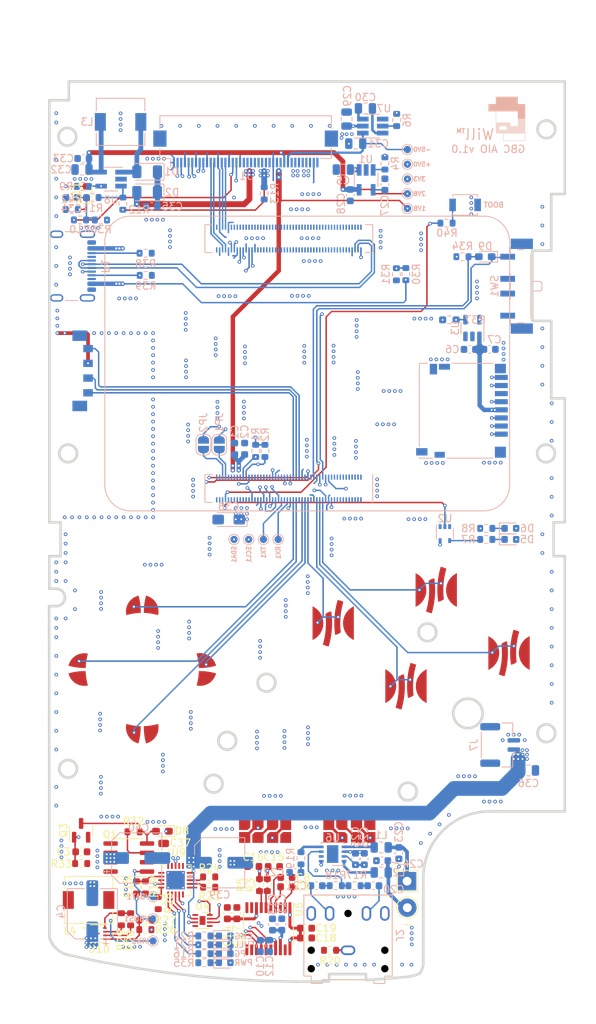
<source format=kicad_pcb>
(kicad_pcb (version 20240108) (generator "pcbnew") (generator_version "8.0")
  (layers (0 "F.Cu" jumper) (1 "In1.Cu" signal) (2 "In2.Cu" signal) (31 "B.Cu" signal) (34 "B.Paste" user) (35 "F.Paste" user) (36 "B.SilkS" user "B.Silkscreen") (37 "F.SilkS" user "F.Silkscreen") (38 "B.Mask" user) (39 "F.Mask" user) (44 "Edge.Cuts" user))
  (property "DrawnBy" "Cezar Chirila")
  (property "RevNum" "1.1")
  (net 0 "")
  (net 1 "+3V3")
  (net 2 "GND")
  (net 3 "+5V")
  (net 4 "Net-(U5-VNEG)")
  (net 5 "Net-(U5-CAPP)")
  (net 6 "Net-(U5-CAPM)")
  (net 7 "Net-(U5-LDOO)")
  (net 8 "/DSI1_D0_P")
  (net 9 "/DSI1_D0_N")
  (net 12 "Net-(U6-OUT+)")
  (net 13 "Net-(U6-OUT-)")
  (net 14 "/SCL0")
  (net 28 "/SD_PWR")
  (net 38 "+1V8")
  (net 39 "/SD_PWR_ON")
  (net 70 "/RXD0")
  (net 71 "/USB_P")
  (net 72 "/TXD0")
  (net 73 "/USB_N")
  (net 90 "/SD_DAT2")
  (net 91 "/SD_DAT3")
  (net 92 "/SD_CMD")
  (net 93 "/SD_CLK")
  (net 94 "/SD_DAT0")
  (net 95 "/SD_DAT1")
  (net 99 "/PWR_LED")
  (net 102 "/GLOBAL_EN")
  (net 103 "/DSI1_D1_P")
  (net 105 "/DSI1_D1_N")
  (net 107 "/DSI1_CLK_P")
  (net 109 "/DSI1_CLK_N")
  (net 111 "/DSI1_D2_P")
  (net 113 "/DSI1_D2_N")
  (net 115 "/ACT_LED")
  (net 116 "/DSI1_D3_P")
  (net 117 "/USB_OTG_ID")
  (net 118 "/DSI1_D3_N")
  (net 119 "/DSI1_PWM")
  (net 120 "/DSI1_RESET")
  (net 123 "Net-(U5-OUTL)")
  (net 124 "Net-(U5-OUTR)")
  (net 125 "Net-(U6-IN+)")
  (net 126 "/BTN_UP")
  (net 127 "/BTN_RIGHT")
  (net 128 "/BTN_BOTTOM")
  (net 129 "/BTN_LEFT")
  (net 130 "/BTN_B")
  (net 131 "/BTN_A")
  (net 132 "/BTN_START")
  (net 133 "/BTN_SELECT")
  (net 134 "/BTN_Y")
  (net 135 "/BTN_X")
  (net 136 "/SDA0")
  (net 137 "Net-(U6-IN-)")
  (net 138 "/PWR_ON")
  (net 139 "Net-(D8-K)")
  (net 140 "/AUDIO_L")
  (net 141 "/AUDIO_R")
  (net 142 "/AMP_L")
  (net 143 "Net-(C20-Pad2)")
  (net 144 "/AMP_R")
  (net 145 "Net-(C21-Pad2)")
  (net 146 "Net-(C22-Pad2)")
  (net 147 "GNDA")
  (net 150 "+BATT")
  (net 151 "/PCM_DOUT")
  (net 152 "/PCM_FS")
  (net 153 "/PCM_CLK")
  (net 154 "/DSI1_BL_A")
  (net 155 "/DSI1_BL_K")
  (net 156 "+2V8")
  (net 157 "-5V")
  (net 160 "Net-(C23-Pad1)")
  (net 161 "Net-(C24-Pad2)")
  (net 162 "Net-(U1-BP)")
  (net 163 "Net-(U7-CFLY-)")
  (net 164 "Net-(U7-CFLY+)")
  (net 165 "Net-(C34-Pad1)")
  (net 166 "Net-(D1-K)")
  (net 167 "Net-(D1-A)")
  (net 168 "Net-(D5-K)")
  (net 169 "Net-(D6-K)")
  (net 170 "Net-(U1-EN)")
  (net 171 "Net-(U7-EN)")
  (net 172 "/BL_EN")
  (net 173 "Net-(U8-FB)")
  (net 175 "Net-(D3-K)")
  (net 176 "VBUS")
  (net 177 "Net-(D4-K)")
  (net 178 "Net-(D7-K)")
  (net 179 "Net-(U9-VPCC)")
  (net 180 "Net-(U9-~{PG})")
  (net 181 "Net-(U9-STAT2)")
  (net 182 "Net-(U9-STAT1{slash}~{LBO})")
  (net 183 "Net-(U9-PROG3)")
  (net 184 "Net-(U9-PROG1)")
  (net 185 "Net-(U9-THERM)")
  (net 186 "Net-(U10-FB)")
  (net 187 "Net-(U10-EN)")
  (net 188 "Net-(U10-MODE)")
  (net 189 "/VBAT")
  (net 190 "/SW")
  (net 191 "/IP1")
  (net 192 "/IP0")
  (net 193 "/RPI_BOOT")
  (net 194 "Net-(D8-A)")
  (net 195 "/NAV_UP")
  (net 196 "/NAV_CLICK")
  (net 197 "/NAV_DOWN")
  (net 198 "/PWR_SW")
  (net 199 "Net-(D10-K)")
  (net 200 "/VIN")
  (net 201 "/BL_PWM")
  (net 203 "unconnected-(JP1-Pad2)")
  (net 204 "unconnected-(JP2-Pad2)")
  (net 205 "Net-(R7-Pad2)")
  (net 206 "/+3.3v")
  (net 207 "Net-(R40-Pad1)")
  (net 212 "Net-(D11-K)")
  (footprint "Package_DFN_QFN:CONV_TPS61022RWUR" (layer "F.Cu") (at 145.485 251.49)
    (property "Reference" "U10")
    (property "Value" "TPS61022RWUR")
  )
  (footprint "TestPoint:TestPoint_THTPad_D2.5mm_Drill1.2mm" (layer "F.Cu") (at 187.55 247.98)
    (property "Reference" "SPK-1" (hide yes))
    (property "Value" "TestPoint")
  )
  (footprint "Capacitor_SMD:C_0603_1608Metric" (layer "F.Cu") (at 164.39 248.725 90)
    (property "Reference" "C17")
    (property "Value" "0.1uF")
  )
  (footprint "Capacitor_SMD:C_0603_1608Metric" (layer "F.Cu") (at 171.105 245.14 180)
    (property "Reference" "C9")
    (property "Value" "2.2uF")
  )
  (footprint "Capacitor_SMD:C_0603_1608Metric" (layer "F.Cu") (at 169.42 242.4 180)
    (property "Reference" "C15")
    (property "Value" "2.2nF")
  )
  (footprint "Diode_SMD:D_0603_1608Metric_Pad1.05x0.95mm_HandSolder" (layer "F.Cu") (at 154.275 237.6 180)
    (property "Reference" "D8")
    (property "Value" "D_Schottky")
  )
  (footprint "Package_SO:TSSOP-20_4.4x6.5mm_P0.65mm" (layer "F.Cu") (at 168.675 250.8375 -90)
    (property "Reference" "U5")
    (property "Value" "PCM5102")
  )
  (footprint "Package_DFN_QFN:QFN-20-1EP_4x4mm_P0.5mm_EP2.5x2.5mm_ThermalVias" (layer "F.Cu") (at 156.06 244.25)
    (property "Reference" "U9")
    (property "Value" "MCP73871-2CAI_ML")
  )
  (footprint "Resistor_SMD:R_0603_1608Metric" (layer "F.Cu") (at 160.625 245.2)
    (property "Reference" "R23")
    (property "Value" "100K")
  )
  (footprint "Resistor_SMD:R_0603_1608Metric" (layer "F.Cu") (at 167.465 244.9095 -90)
    (property "Reference" "R5")
    (property "Value" "470R")
  )
  (footprint "Resistor_SMD:R_0603_1608Metric" (layer "F.Cu") (at 149.95 249.555 -90)
    (property "Reference" "R28")
    (property "Value" "10K")
  )
  (footprint "Capacitor_SMD:C_0603_1608Metric" (layer "F.Cu") (at 173.785 252.09)
    (property "Reference" "C18")
    (property "Value" "10uF")
  )
  (footprint "Resistor_SMD:R_0603_1608Metric" (layer "F.Cu") (at 160.625 243.8)
    (property "Reference" "R24")
    (property "Value" "1K")
  )
  (footprint "Resistor_SMD:R_0603_1608Metric" (layer "F.Cu") (at 168.525 244.8995 -90)
    (property "Reference" "R3")
    (property "Value" "470R")
  )
  (footprint "Capacitor_SMD:C_0603_1608Metric" (layer "F.Cu") (at 171.115 243.87)
    (property "Reference" "C8")
    (property "Value" "2.2uF")
  )
  (footprint "Resistor_SMD:R_0603_1608Metric" (layer "F.Cu") (at 151.955 249.67)
    (property "Reference" "R27")
    (property "Value" "100K")
  )
  (footprint "Capacitor_SMD:C_0603_1608Metric" (layer "F.Cu") (at 143.26 240.4 180)
    (property "Reference" "C3")
    (property "Value" "1nF")
  )
  (footprint "Resistor_SMD:R_0603_1608Metric" (layer "F.Cu") (at 150.76 245.225 90)
    (property "Reference" "R15")
    (property "Value" "TBD")
  )
  (footprint "Resistor_SMD:R_0603_1608Metric" (layer "F.Cu") (at 148.7 249.555 -90)
    (property "Reference" "R29")
    (property "Value" "10K")
  )
  (footprint "Package_SO:SOIC-8_3.9x4.9mm_P1.27mm" (layer "F.Cu") (at 149.705 241.175 180)
    (property "Reference" "Q1")
    (property "Value" "AO4407C")
  )
  (footprint "Resistor_SMD:R_0603_1608Metric" (layer "F.Cu") (at 143.235 241.99 180)
    (property "Reference" "R33")
    (property "Value" "1M")
  )
  (footprint "Capacitor_SMD:C_0805_2012Metric" (layer "F.Cu") (at 154.44 240.21 -90)
    (property "Reference" "C37")
    (property "Value" "10uf")
  )
  (footprint "Package_TO_SOT_SMD:SOT-23" (layer "F.Cu") (at 143.23 237.4825 90)
    (property "Reference" "Q3")
    (property "Value" "2N7002E")
  )
  (footprint "Inductor_SMD:L_6.3x6.3_H3" (layer "F.Cu") (at 144.24 246.94 180)
    (property "Reference" "L4")
    (property "Value" "1uH")
  )
  (footprint "Resistor_SMD:R_0603_1608Metric" (layer "F.Cu") (at 151.96 245.225 -90)
    (property "Reference" "R14")
    (property "Value" "TBD")
  )
  (footprint "Package_DFN_QFN:TDFN-8-1EP_2x2mm_P0.5mm_EP0.8x1.2mm" (layer "F.Cu") (at 159.72 249.72)
    (property "Reference" "U4")
    (property "Value" "MAX17048G")
  )
  (footprint "Resistor_SMD:R_0603_1608Metric" (layer "F.Cu") (at 150.35 237.68)
    (property "Reference" "R32")
    (property "Value" "1M")
  )
  (footprint "Resistor_SMD:R_0603_1608Metric" (layer "F.Cu") (at 153.7 247.355 -90)
    (property "Reference" "R25")
    (property "Value" "10K")
  )
  (footprint "LED_SMD:LED_0603_1608Metric" (layer "F.Cu") (at 143.96 150.87 90)
    (property "Reference" "D11")
    (property "Value" "APA2107SECK")
  )
  (footprint "Resistor_SMD:R_0603_1608Metric" (layer "F.Cu") (at 151.955 250.96 180)
    (property "Reference" "R26")
    (property "Value" "732K")
  )
  (footprint "Capacitor_SMD:C_0603_1608Metric" (layer "F.Cu") (at 166.615 242.39 180)
    (property "Reference" "C16")
    (property "Value" "2.2nF")
  )
  (footprint "gbc_repro_lib:gbc_buttons" (layer "F.Cu") (at 173.95 196.974489)
    (property "Reference" "J6" (hide yes))
    (property "Value" "Conn_01x11")
  )
  (footprint "Resistor_SMD:R_0603_1608Metric" (layer "F.Cu") (at 177.05 253.76 180)
    (property "Reference" "R20")
    (property "Value" "6R8")
  )
  (footprint "TestPoint:TestPoint_THTPad_2.5x2.5mm_Drill1.2mm" (layer "F.Cu") (at 187.51 244.38)
    (property "Reference" "SPK+1" (hide yes))
    (property "Value" "TestPoint")
  )
  (footprint "Capacitor_SMD:C_0603_1608Metric" (layer "F.Cu") (at 173.785 250.76)
    (property "Reference" "C19")
    (property "Value" "0.1uF")
  )
  (footprint "Capacitor_SMD:C_0603_1608Metric" (layer "F.Cu") (at 163.09 248.725 90)
    (property "Reference" "C14")
    (property "Value" "10uF")
  )
  (footprint "Resistor_SMD:R_0603_1608Metric_Pad0.98x0.95mm_HandSolder" (layer "B.Cu") (at 193.2575 168.2)
    (property "Reference" "R37")
    (property "Value" "12K 1%")
  )
  (footprint "Button_Switch_SMD:SW_SPST_B3U-1000P" (layer "B.Cu") (at 195.398 152.596)
    (property "Reference" "BOOT")
    (property "Value" "BOOT")
  )
  (footprint "Resistor_SMD:R_0603_1608Metric" (layer "B.Cu") (at 159.975 255.45 180)
    (property "Reference" "R35")
    (property "Value" "1K")
  )
  (footprint "Capacitor_SMD:C_0603_1608Metric" (layer "B.Cu") (at 167.57 253.17 -90)
    (property "Reference" "C10")
    (property "Value" "10uF")
  )
  (footprint "Capacitor_SMD:C_0603_1608Metric" (layer "B.Cu") (at 184.125 241.6)
    (property "Reference" "C24")
    (property "Value" "10nF")
  )
  (footprint "Capacitor_Tantalum_SMD:CP_EIA-3216-18_Kemet-A_Pad1.58x1.35mm_HandSolder" (layer "B.Cu") (at 163.2875 195.3 180)
    (property "Reference" "C38")
    (property "Value" "~")
  )
  (footprint "Resistor_SMD:R_0603_1608Metric" (layer "B.Cu") (at 168.1 151.025 90)
    (property "Reference" "R13")
    (property "Value" "2R")
  )
  (footprint "Capacitor_SMD:C_0805_2012Metric" (layer "B.Cu") (at 181.85 139.5)
    (property "Reference" "C30")
    (property "Value" "10uF")
  )
  (footprint "Resistor_SMD:R_0603_1608Metric" (layer "B.Cu") (at 192.873 155.073 180)
    (property "Reference" "R40")
    (property "Value" "220R")
  )
  (footprint "LED_SMD:LED_0603_1608Metric" (layer "B.Cu") (at 201.55 198)
    (property "Reference" "D5")
    (property "Value" "APA2107SECK")
  )
  (footprint "Capacitor_SMD:C_0805_2012Metric" (layer "B.Cu") (at 204 229.35 180)
    (property "Reference" "C36")
    (property "Value" "10uf")
  )
  (footprint "Resistor_SMD:R_0603_1608Metric" (layer "B.Cu") (at 173.1 241.275 -90)
    (property "Reference" "R19")
    (property "Value" "150R")
  )
  (footprint "Package_TO_SOT_SMD:SOT-23-5_HandSoldering" (layer "B.Cu") (at 147.3 149.1 180)
    (property "Reference" "U8")
    (property "Value" "CAT4139")
  )
  (footprint "PintryParts-Footprints:Raspberry-Pi-4-Compute-Module" (layer "B.Cu") (at 149.947 190.624489 90)
    (property "Reference" "Module1" (hide yes))
    (property "Value" "ComputeModule4-CM4")
  )
  (footprint "Capacitor_SMD:C_0603_1608Metric" (layer "B.Cu") (at 180.5 241.375 -90)
    (property "Reference" "C25")
    (property "Value" "10uF")
  )
  (footprint "LED_SMD:LED_0603_1608Metric" (layer "B.Cu") (at 162.725 254.22)
    (property "Reference" "D3" (hide yes))
    (property "Value" "LED")
  )
  (footprint "Capacitor_SMD:C_0603_1608Metric" (layer "B.Cu") (at 181.7 241.375 -90)
    (property "Reference" "C26")
    (property "Value" "0.1uF")
  )
  (footprint "Resistor_SMD:R_0603_1608Metric" (layer "B.Cu") (at 180.375 245)
    (property "Reference" "R17")
    (property "Value" "150R")
  )
  (footprint "LED_SMD:LED_0603_1608Metric" (layer "B.Cu") (at 162.7275 255.44)
    (property "Reference" "D10" (hide yes))
    (property "Value" "APA2107SECK")
  )
  (footprint "LED_SMD:LED_0603_1608Metric" (layer "B.Cu") (at 162.725 251.82)
    (property "Reference" "D7" (hide yes))
    (property "Value" "LED")
  )
  (footprint "PintryParts-Footprints:C_0603_1608Metric" (layer "B.Cu") (at 165.44 185.695 90)
    (property "Reference" "C2")
    (property "Value" "0.1uF")
  )
  (footprint "Capacitor_SMD:C_0603_1608Metric" (layer "B.Cu") (at 170.49 250.255 90)
    (property "Reference" "C11")
    (property "Value" "10uF")
  )
  (footprint "Resistor_SMD:R_0603_1608Metric" (layer "B.Cu") (at 145.915 154.65 180)
    (property "Reference" "R36")
    (property "Value" "10k")
  )
  (footprint "Diode_SMD:D_1206_3216Metric" (layer "B.Cu") (at 152.2 150.9 180)
    (property "Reference" "D2")
    (property "Value" "type=\"D\" model=\"DIODE\" lib=\"\"")
  )
  (footprint "Capacitor_SMD:C_0603_1608Metric" (layer "B.Cu") (at 172.325 243.2)
    (property "Reference" "C22")
    (property "Value" "10nF")
  )
  (footprint "Resistor_SMD:R_0603_1608Metric" (layer "B.Cu") (at 143.075 154.64)
    (property "Reference" "R10")
    (property "Value" "10k")
  )
  (footprint "Capacitor_SMD:C_0603_1608Metric" (layer "B.Cu") (at 179.8 151.275 -90)
    (property "Reference" "C28")
    (property "Value" "1uF")
  )
  (footprint "Inductor_SMD:L_6.3x6.3_H3" (layer "B.Cu") (at 148.59 141.33)
    (property "Reference" "L3")
    (property "Value" "22uH")
  )
  (footprint "Capacitor_SMD:C_0805_2012Metric" (layer "B.Cu") (at 178.85 147.8 180)
    (property "Reference" "C5")
    (property "Value" "10uF")
  )
  (footprint "TestPoint:TestPoint_Pad_D1.0mm" (layer "B.Cu") (at 153 249.5 180)
    (property "Reference" "VBUS1")
    (property "Value" "VBUS")
  )
  (footprint "TestPoint:TestPoint_Pad_D1.0mm" (layer "B.Cu") (at 187.56 145.08 180)
    (property "Reference" "-5V0")
    (property "Value" "TestPoint")
  )
  (footprint "TestPoint:TestPoint_Pad_D1.0mm" (layer "B.Cu") (at 187.56 151.08 180)
    (property "Reference" "2V8")
    (property "Value" "TestPoint")
  )
  (footprint "Connector_Card:microSD_HC_Hirose_DM3D-SF" (layer "B.Cu") (at 194.968 180.536 -90)
    (property "Reference" "J4" (hide yes))
    (property "Value" "DM3D-SF")
  )
  (footprint "Capacitor_SMD:C_0603_1608Metric" (layer "B.Cu") (at 169.23 250.265 90)
    (property "Reference" "C13")
    (property "Value" "0.1uF")
  )
  (footprint "Resistor_SMD:R_0603_1608Metric" (layer "B.Cu") (at 152.01 162.16)
    (property "Reference" "R39")
    (property "Value" "5.1K")
  )
  (footprint "Package_DFN_QFN:DFN-8-1EP_3x3mm_P0.65mm_EP1.55x2.4mm" (layer "B.Cu") (at 177.4 240.7)
    (property "Reference" "U6")
    (property "Value" "PAM8302AAY")
  )
  (footprint "Resistor_SMD:R_0603_1608Metric" (layer "B.Cu") (at 166.94 185.985 -90)
    (property "Reference" "R1")
    (property "Value" "1.8K")
  )
  (footprint "Diode_SMD:D_1206_3216Metric" (layer "B.Cu") (at 152.2 148.1 180)
    (property "Reference" "D1")
    (property "Value" "D_Schottky")
  )
  (footprint "PintryParts-Footprints:C_0603_1608Metric" (layer "B.Cu") (at 164.09 185.7 90)
    (property "Reference" "C1")
    (property "Value" "10uF")
  )
  (footprint "Capacitor_SMD:C_0603_1608Metric" (layer "B.Cu") (at 186.4 240.575 -90)
    (property "Reference" "C23")
    (property "Value" "10nF")
  )
  (footprint "Capacitor_SMD:C_0603_1608Metric" (layer "B.Cu") (at 175.225 245)
    (property "Reference" "C21")
    (property "Value" "10nF")
  )
  (footprint "Resistor_SMD:R_0603_1608Metric" (layer "B.Cu") (at 198.275 198 180)
    (property "Reference" "R7")
    (property "Value" "1K")
  )
  (footprint "Resistor_SMD:R_0603_1608Metric" (layer "B.Cu") (at 187.348 161.994 90)
    (property "Reference" "R30")
    (property "Value" "2.2K 1%")
  )
  (footprint "Capacitor_SMD:C_0603_1608Metric" (layer "B.Cu") (at 184.5 149.825 90)
    (property "Reference" "C27")
    (property "Value" "10nF")
  )
  (footprint "Capacitor_SMD:C_0805_2012Metric" (layer "B.Cu") (at 180.54 144.28 180)
    (property "Reference" "C31")
    (property "Value" "10uF")
  )
  (footprint "Capacitor_SMD:C_0603_1608Metric" (layer "B.Cu") (at 198.735 172.2)
    (property "Reference" "C7")
    (property "Value" "0.1uF")
  )
  (footprint "Resistor_SMD:R_0603_1608Metric" (layer "B.Cu") (at 186.064 162.0165 -90)
    (property "Reference" "R31")
    (property "Value" "2.2K 1%")
  )
  (footprint "Jumper:SolderJumper-2_P1.3mm_Open_RoundedPad1.0x1.5mm" (layer "B.Cu") (at 162 185.15 -90)
    (property "Reference" "JP1")
    (property "Value" "~")
  )
  (footprint "Capacitor_SMD:C_0603_1608Metric" (layer "B.Cu") (at 196.025 172.21 180)
    (property "Reference" "C6")
    (property "Value" "10uF")
  )
  (footprint "TestPoint:TestPoint_Pad_D1.0mm" (layer "B.Cu") (at 166 198 180)
    (property "Reference" "SCL1")
    (property "Value" "SCL")
  )
  (footprint "Capacitor_SMD:C_0805_2012Metric" (layer "B.Cu") (at 179.3 140.95 90)
    (property "Reference" "C29")
    (property "Value" "10uF")
  )
  (footprint "Button_Switch_SMD:SLLB510100" (layer "B.Cu") (at 140.043 175.1 -90)
    (property "Reference" "SW3" (hide yes))
    (property "Value" "SW_Push_Dual_x2" (hide yes))
  )
  (footprint "Resistor_SMD:R_0603_1608Metric" (layer "B.Cu") (at 151.995 159.15)
    (property "Reference" "R38")
    (property "Value" "5.1K")
  )
  (footprint "Capacitor_SMD:C_0805_2012Metric" (layer "B.Cu") (at 184 239.8 180)
    (property "Reference" "L1")
    (property "Value" "300mR")
  )
  (footprint "Resistor_SMD:R_0603_1608Metric" (layer "B.Cu") (at 195.035 159.63 180)
    (property "Reference" "R34")
    (property "Value" "10K")
  )
  (footprint "TestPoint:TestPoint_Pad_D1.0mm" (layer "B.Cu") (at 153 246.5 180)
    (property "Reference" "VBAT1")
    (property "Value" "VBAT")
  )
  (footprint "Resistor_SMD:R_0603_1608Metric" (layer "B.Cu") (at 159.975 251.82)
    (property "Reference" "R22")
    (property "Value" "1K")
  )
  (footprint "TestPoint:TestPoint_Pad_D1.0mm" (layer "B.Cu") (at 187.56 153.08 180)
    (property "Reference" "1V8")
    (property "Value" "TestPoint")
  )
  (footprint "Capacitor_SMD:C_0805_2012Metric" (layer "B.Cu") (at 143.35 147.8 180)
    (property "Reference" "C32")
    (property "Value" "10uF")
  )
  (footprint "Button_Switch_SMD:SW_SP3T_PCM13" (layer "B.Cu") (at 202.61 163.63 -90)
    (property "Reference" "SW1")
    (property "Value" "SW_Push")
  )
  (footprint "Resistor_SMD:R_0603_1608Metric" (layer "B.Cu") (at 143.475 150.1)
    (property "Reference" "R9")
    (property "Value" "10k")
  )
  (footprint "Resistor_SMD:R_0603_1608Metric" (layer "B.Cu") (at 198.275 196.5 180)
    (property "Reference" "R8")
    (property "Value" "1K")
  )
  (footprint "Package_TO_SOT_SMD:SOT-23-6_Handsoldering" (layer "B.Cu") (at 182.85 141.9)
    (property "Reference" "U7")
    (property "Value" "SGM3204YN6G/TR")
  )
  (footprint "Connector_JST:JST_GH_SM02B-GHS-TB_1x02-1MP_P1.25mm_Horizontal" (layer "B.Cu") (at 200.16 225.895 90)
    (property "Reference" "J7")
    (property "Value" "Conn_01x02")
  )
  (footprint "Capacitor_SMD:CP_Elec_6.3x5.4" (layer "B.Cu") (at 162.05 241.88)
    (property "Reference" "C39")
    (property "Value" "865080443007")
  )
  (footprint "TestPoint:TestPoint_Pad_D1.0mm" (layer "B.Cu") (at 187.56 147.08 180)
    (property "Reference" "+5V0")
    (property "Value" "TestPoint")
  )
  (footprint "Jumper:SolderJumper-2_P1.3mm_Open_RoundedPad1.0x1.5mm" (layer "B.Cu") (at 159.85 185.15 -90)
    (property "Reference" "JP2")
    (property "Value" "~")
  )
  (footprint "Capacitor_SMD:CP_Elec_6.3x5.4" (layer "B.Cu") (at 144.75 248.81 90)
    (property "Reference" "C4")
    (property "Value" "865080443007")
  )
  (footprint "Resistor_SMD:R_0603_1608Metric" (layer "B.Cu") (at 186.1 141.075 -90)
    (property "Reference" "R6")
    (property "Value" "10k")
  )
  (footprint "Package_TO_SOT_SMD:SOT-23-5_HandSoldering" (layer "B.Cu") (at 181.95 149.2 -90)
    (property "Reference" "U1")
    (property "Value" "SGM2019-2.8YN5G/TR")
  )
  (footprint "TestPoint:TestPoint_Pad_D1.0mm" (layer "B.Cu") (at 170 198 180)
    (property "Reference" "RX1")
    (property "Value" "RX")
  )
  (footprint "Resistor_SMD:R_0603_1608Metric" (layer "B.Cu") (at 148.9 152.425 -90)
    (property "Reference" "R12")
    (property "Value" "1k")
  )
  (footprint "Capacitor_SMD:C_0805_2012Metric" (layer "B.Cu") (at 184 243.2 180)
    (property "Reference" "L2")
    (property "Value" "300mR")
  )
  (footprint "Package_TO_SOT_SMD:SOT-23-5" (layer "B.Cu") (at 196.39 169.3125 90)
    (property "Reference" "U3")
    (property "Value" "RT9742GGJ5")
  )
  (footprint "Capacitor_SMD:C_0603_1608Metric" (layer "B.Cu") (at 168.81 253.165 -90)
    (property "Reference" "C12")
    (property "Value" "0.1uF")
  )
  (footprint "Connector_FFC-FPC:Hirose_FH12-40S-0.5SH_1x40-1MP_P0.50mm_Horizontal" (layer "B.Cu") (at 165.58 145)
    (property "Reference" "J1")
    (property "Value" "Conn_01x40")
  )
  (footprint "TestPoint:TestPoint_Pad_D1.0mm" (layer "B.Cu") (at 164 198 180)
    (property "Reference" "SDA1")
    (property "Value" "SDA")
  )
  (footprint "LED_SMD:LED_0603_1608Metric" (layer "B.Cu") (at 162.725 253.02)
    (property "Reference" "D4" (hide yes))
    (property "Value" "LED")
  )
  (footprint "Capacitor_SMD:C_0603_1608Metric" (layer "B.Cu") (at 152.825 152.8 180)
    (property "Reference" "C35")
    (property "Value" "1uF")
  )
  (footprint "LOGO" (layer "B.Cu") (at 202.064 141.912 180)
    (property "Reference" "")
    (property "Value" "" (hide yes))
  )
  (footprint "LED_SMD:LED_0603_1608Metric" (layer "B.Cu") (at 201.55 196.5)
    (property "Reference" "D6")
    (property "Value" "APA2107SECK")
  )
  (footprint "Resistor_SMD:R_0603_1608Metric" (layer "B.Cu") (at 144.775 151.6)
    (property "Reference" "R11")
    (property "Value" "10k")
  )
  (footprint "Resistor_SMD:R_0603_1608Metric" (layer "B.Cu") (at 177.825 245 180)
    (property "Reference" "R18")
    (property "Value" "150R")
  )
  (footprint "TestPoint:TestPoint_Pad_D1.0mm" (layer "B.Cu") (at 168 198 180)
    (property "Reference" "TX1")
    (property "Value" "TX")
  )
  (footprint "Capacitor_SMD:CP_Elec_6.3x5.4" (layer "B.Cu") (at 150.778 241.242)
    (property "Reference" "C40")
    (property "Value" "865080443007")
  )
  (footprint "Resistor_SMD:R_0603_1608Metric" (layer "B.Cu") (at 159.975 253.02)
    (property "Reference" "R21")
    (property "Value" "1K")
  )
  (footprint "Resistor_SMD:R_0603_1608Metric" (layer "B.Cu") (at 141.95 153.22 180)
    (property "Reference" "R42")
    (property "Value" "1K")
  )
  (footprint "Connector_USB:USB_C_Receptacle_GCT_USB4105-xx-A_16P_TopMnt_Horizontal" (layer "B.Cu") (at 140.98 160.9 90)
    (property "Reference" "P1")
    (property "Value" "USB_C_Plug_USB2.0")
  )
  (footprint "Capacitor_SMD:C_0603_1608Metric" (layer "B.Cu") (at 143.525 146.3 180)
    (property "Reference" "C33")
    (property "Value" "1uF")
  )
  (footprint "TestPoint:TestPoint_Pad_D1.0mm" (layer "B.Cu") (at 187.56 149.08 180)
    (property "Reference" "3V3")
    (property "Value" "TestPoint")
  )
  (footprint "Resistor_SMD:R_0603_1608Metric" (layer "B.Cu") (at 184.5 146.975 -90)
    (property "Reference" "R4")
    (property "Value" "10k")
  )
  (footprint "Capacitor_SMD:C_0603_1608Metric" (layer "B.Cu") (at 182.925 245 180)
    (property "Reference" "C20")
    (property "Value" "10nF")
  )
  (footprint "Resistor_SMD:R_0603_1608Metric" (layer "B.Cu") (at 168.2 185.985 -90)
    (property "Reference" "R2")
    (property "Value" "1.8K")
  )
  (footprint "Resistor_SMD:R_0603_1608Metric" (layer "B.Cu") (at 159.975 254.22)
    (property "Reference" "R16")
    (property "Value" "1K")
  )
  (footprint "Diode_SMD:D_0603_1608Metric_Pad1.05x0.95mm_HandSolder" (layer "B.Cu") (at 198.135 159.63 180)
    (property "Reference" "D9")
    (property "Value" "D_Schottky")
  )
  (footprint "gbc_repro_lib:PJ307_jack" (layer "B.Cu") (at 179.49 253.76 90)
    (property "Reference" "J2")
    (property "Value" "AudioJack2_Ground_Switch")
  )
  (footprint "TestPoint:TestPoint_Pad_D1.0mm" (layer "B.Cu") (at 153 252.5 180)
    (property "Reference" "VIN1")
    (property "Value" "VIN")
  )
  (footprint "Package_TO_SOT_SMD:SOT-353_SC-70-5" (layer "B.Cu") (at 192.65 197.21 -90)
    (property "Reference" "U2")
    (property "Value" "74LVC1G07SE-7")
  )
  (footprint "Capacitor_SMD:C_0603_1608Metric" (layer "B.Cu") (at 141.925 151.6 180)
    (property "Reference" "C34")
    (property "Value" "220nF")
  )
  (gr_line (start 186.82 242.14) (end 185.22 241.74) (stroke (width 0.15)) (layer "B.SilkS"))
  (gr_line (start 207.286875 223.45537) (end 207.2452 223.415637) (stroke (width 0.349999)) (layer "Edge.Cuts"))
  (gr_line (start 168.29061 218.643428) (end 168.351551 218.648062) (stroke (width 0.349999)) (layer "Edge.Cuts"))
  (gr_line (start 207.470018 186.847409) (end 207.494049 186.794254) (stroke (width 0.349999)) (layer "Edge.Cuts"))
  (gr_line (start 207.2452 223.415637) (end 207.201659 223.377921) (stroke (width 0.349999)) (layer "Edge.Cuts"))
  (gr_line (start 154.740441 256.780048) (end 159.155493 257.294256) (stroke (width 0.349999)) (layer "Edge.Cuts"))
  (gr_line (start 208.938349 195.681888) (end 208.938349 195.681888) (stroke (width 0.349999)) (layer "Edge.Cuts"))
  (gr_line (start 140.03231 207.043227) (end 139.99364 207.048925) (stroke (width 0.349999)) (layer "Edge.Cuts"))
  (gr_line (start 142.564055 228.663158) (end 142.540024 228.610003) (stroke (width 0.349999)) (layer "Edge.Cuts"))
  (gr_line (start 189.815506 209.501487) (end 189.76235 209.525518) (stroke (width 0.349999)) (layer "Edge.Cuts"))
  (gr_line (start 162.257497 230.540159) (end 162.226284 230.491472) (stroke (width 0.349999)) (layer "Edge.Cuts"))
  (gr_line (start 196.376391 223.522194) (end 196.469319 223.49075) (stroke (width 0.349999)) (layer "Edge.Cuts"))
  (gr_line (start 167.4517 218.167603) (end 167.487325 218.212936) (stroke (width 0.349999)) (layer "Edge.Cuts"))
  (gr_line (start 189.434073 211.455716) (end 189.475748 211.495449) (stroke (width 0.349999)) (layer "Edge.Cuts"))
  (gr_line (start 206.388345 187.527156) (end 206.388345 187.527156) (stroke (width 0.349999)) (layer "Edge.Cuts"))
  (gr_line (start 188.724074 231.752258) (end 188.700043 231.699102) (stroke (width 0.349999)) (layer "Edge.Cuts"))
  (gr_line (start 207.56553 223.891297) (end 207.544044 223.836803) (stroke (width 0.349999)) (layer "Edge.Cuts"))
  (gr_line (start 189.611669 209.612127) (end 189.564621 209.645583) (stroke (width 0.349999)) (layer "Edge.Cuts"))
  (gr_line (start 196.818725 219.901655) (end 196.734971 219.853498) (stroke (width 0.349999)) (layer "Edge.Cuts"))
  (gr_line (start 140.164553 143.470994) (end 140.172184 143.531049) (stroke (width 0.349999)) (layer "Edge.Cuts"))
  (gr_line (start 207.10103 151.130916) (end 208.938349 151.130916) (stroke (width 0.349999)) (layer "Edge.Cuts"))
  (gr_line (start 163.843077 226.259153) (end 163.886619 226.221436) (stroke (width 0.349999)) (layer "Edge.Cuts"))
  (gr_line (start 140.753581 206.62885) (end 140.728262 206.658478) (stroke (width 0.349999)) (layer "Edge.Cuts"))
  (gr_line (start 190.945573 239.36772) (end 191.173301 239.000215) (stroke (width 0.349999)) (layer "Edge.Cuts"))
  (gr_line (start 141.658257 142.186079) (end 141.6002 142.172679) (stroke (width 0.349999)) (layer "Edge.Cuts"))
  (gr_line (start 142.384335 187.09047) (end 142.419959 187.045138) (stroke (width 0.349999)) (layer "Edge.Cuts"))
  (gr_line (start 207.201659 141.422321) (end 207.156327 141.386697) (stroke (width 0.349999)) (layer "Edge.Cuts"))
  (gr_line (start 142.656795 229.192004) (end 142.658357 229.130252) (stroke (width 0.349999)) (layer "Edge.Cuts"))
  (gr_line (start 187.975219 231.073301) (end 187.918275 231.057131) (stroke (width 0.349999)) (layer "Edge.Cuts"))
  (gr_line (start 141.158457 187.489377) (end 141.216514 187.502777) (stroke (width 0.349999)) (layer "Edge.Cuts"))
  (gr_line (start 167.227129 217.632369) (end 167.237682 217.691463) (stroke (width 0.349999)) (layer "Edge.Cuts"))
  (gr_line (start 169.46847 218.021615) (end 169.494971 217.969873) (stroke (width 0.349999)) (layer "Edge.Cuts"))
  (gr_line (start 193.938822 222.3906) (end 193.978873 222.479192) (stroke (width 0.349999)) (layer "Edge.Cuts"))
  (gr_line (start 188.80455 232.402099) (end 188.812181 232.342043) (stroke (width 0.349999)) (layer "Edge.Cuts"))
  (gr_line (start 197.540263 220.658788) (end 197.492105 220.575034) (stroke (width 0.349999)) (layer "Edge.Cuts"))
  (gr_line (start 140.296135 229.430151) (end 140.312305 229.487096) (stroke (width 0.349999)) (layer "Edge.Cuts"))
  (gr_line (start 141.158457 185.164938) (end 141.101513 185.181108) (stroke (width 0.349999)) (layer "Edge.Cuts"))
  (gr_line (start 208.938349 200.274067) (end 207.418344 200.274067) (stroke (width 0.349999)) (layer "Edge.Cuts"))
  (gr_line (start 207.638345 224.303897) (end 207.636784 224.242146) (stroke (width 0.349999)) (layer "Edge.Cuts"))
  (gr_line (start 140.736114 144.374573) (end 140.786366 144.403468) (stroke (width 0.349999)) (layer "Edge.Cuts"))
  (gr_line (start 186.996132 233.245626) (end 187.046385 233.27452) (stroke (width 0.349999)) (layer "Edge.Cuts"))
  (gr_line (start 162.316455 226.259153) (end 162.361787 226.294777) (stroke (width 0.349999)) (layer "Edge.Cuts"))
  (gr_line (start 142.080601 187.353429) (end 142.129288 187.322216) (stroke (width 0.349999)) (layer "Edge.Cuts"))
  (gr_line (start 160.342965 230.355551) (end 160.305248 230.399092) (stroke (width 0.349999)) (layer "Edge.Cuts"))
  (gr_line (start 197.771326 221.40762) (end 197.758608 221.307528) (stroke (width 0.349999)) (layer "Edge.Cuts"))
  (gr_line (start 140.985411 205.568861) (end 141.002846 205.644199) (stroke (width 0.349999)) (layer "Edge.Cuts"))
  (gr_line (start 141.002842 206.103252) (end 140.985405 206.17859) (stroke (width 0.349999)) (layer "Edge.Cuts"))
  (gr_line (start 207.236879 187.175686) (end 207.276613 187.134011) (stroke (width 0.349999)) (layer "Edge.Cuts"))
  (gr_line (start 206.561042 225.497699) (end 206.621097 225.490068) (stroke (width 0.349999)) (layer "Edge.Cuts"))
  (gr_line (start 187.098126 233.301021) (end 187.151281 233.325052) (stroke (width 0.349999)) (layer "Edge.Cuts"))
  (gr_line (start 197.540263 222.565428) (end 197.58443 222.479192) (stroke (width 0.349999)) (layer "Edge.Cuts"))
  (gr_line (start 206.025748 223.176716) (end 205.971254 223.198202) (stroke (width 0.349999)) (layer "Edge.Cuts"))
  (gr_line (start 162.0246 224.761179) (end 161.998099 224.812921) (stroke (width 0.349999)) (layer "Edge.Cuts"))
  (gr_line (start 206.146506 185.151538) (end 206.088449 185.164938) (stroke (width 0.349999)) (layer "Edge.Cuts"))
  (gr_line (start 208.938349 135.848301) (end 141.559289 135.848301) (stroke (width 0.349999)) (layer "Edge.Cuts"))
  (gr_line (start 142.02929 144.34336) (end 142.076338 144.309904) (stroke (width 0.349999)) (layer "Edge.Cuts"))
  (gr_line (start 162.457522 224.306896) (end 162.408834 224.338109) (stroke (width 0.349999)) (layer "Edge.Cuts"))
  (gr_line (start 142.485543 143.760901) (end 142.504409 143.705144) (stroke (width 0.349999)) (layer "Edge.Cuts"))
  (gr_line (start 140.736114 142.322028) (end 140.687426 142.353241) (stroke (width 0.349999)) (layer "Edge.Cuts"))
  (gr_line (start 141.58105 227.936451) (end 141.520108 227.931817) (stroke (width 0.349999)) (layer "Edge.Cuts"))
  (gr_line (start 207.582155 186.449853) (end 207.586789 186.388911) (stroke (width 0.349999)) (layer "Edge.Cuts"))
  (gr_line (start 190.695199 209.48) (end 190.639442 209.461134) (stroke (width 0.349999)) (layer "Edge.Cuts"))
  (gr_line (start 206.438349 143.548301) (end 206.438349 143.548301) (stroke (width 0.349999)) (layer "Edge.Cuts"))
  (gr_line (start 141.8152 227.984205) (end 141.758255 227.968034) (stroke (width 0.349999)) (layer "Edge.Cuts"))
  (gr_line (start 197.691736 222.206848) (end 197.718687 222.111941) (stroke (width 0.349999)) (layer "Edge.Cuts"))
  (gr_line (start 207.443517 186.89915) (end 207.470018 186.847409) (stroke (width 0.349999)) (layer "Edge.Cuts"))
  (gr_line (start 162.079753 232.01093) (end 162.119487 231.969255) (stroke (width 0.349999)) (layer "Edge.Cuts"))
  (gr_line (start 189.708355 255.614611) (end 189.712325 255.512765) (stroke (width 0.349999)) (layer "Edge.Cuts"))
  (gr_line (start 206.438349 223.1039) (end 206.438349 223.1039) (stroke (width 0.349999)) (layer "Edge.Cuts"))
  (gr_line (start 194.828332 223.37072) (end 194.914568 223.414888) (stroke (width 0.349999)) (layer "Edge.Cuts"))
  (gr_line (start 140.684845 254.122244) (end 140.904612 254.222067) (stroke (width 0.349999)) (layer "Edge.Cuts"))
  (gr_line (start 181.921377 257.794696) (end 183.247742 257.713361) (stroke (width 0.349999)) (layer "Edge.Cuts"))
  (gr_line (start 205.332653 224.770992) (end 205.356684 224.824147) (stroke (width 0.349999)) (layer "Edge.Cuts"))
  (gr_line (start 187.376534 233.394973) (end 187.435627 233.405526) (stroke (width 0.349999)) (layer "Edge.Cuts"))
  (gr_line (start 161.949204 230.200802) (end 161.902156 230.167346) (stroke (width 0.349999)) (layer "Edge.Cuts"))
  (gr_line (start 162.722922 226.479226) (end 162.779867 226.495397) (stroke (width 0.349999)) (layer "Edge.Cuts"))
  (gr_line (start 140.687426 144.34336) (end 140.736114 144.374573) (stroke (width 0.349999)) (layer "Edge.Cuts"))
  (gr_line (start 207.534401 186.684003) (end 207.550571 186.627058) (stroke (width 0.349999)) (layer "Edge.Cuts"))
  (gr_line (start 198.081577 234.933812) (end 198.5426 234.912983) (stroke (width 0.349999)) (layer "Edge.Cuts"))
  (gr_line (start 205.238352 142.348301) (end 205.239913 142.410052) (stroke (width 0.349999)) (layer "Edge.Cuts"))
  (gr_line (start 205.767418 225.298954) (end 205.816105 225.330167) (stroke (width 0.349999)) (layer "Edge.Cuts"))
  (gr_line (start 142.652161 229.007559) (end 142.64453 228.947504) (stroke (width 0.349999)) (layer "Edge.Cuts"))
  (gr_line (start 169.176615 218.375603) (end 169.220157 218.337886) (stroke (width 0.349999)) (layer "Edge.Cuts"))
  (gr_line (start 206.561042 143.542106) (end 206.621097 143.534475) (stroke (width 0.349999)) (layer "Edge.Cuts"))
  (gr_line (start 190.639442 209.461134) (end 190.582498 209.444964) (stroke (width 0.349999)) (layer "Edge.Cuts"))
  (gr_line (start 189.200934 211.127438) (end 189.227435 211.17918) (stroke (width 0.349999)) (layer "Edge.Cuts"))
  (gr_line (start 140.838108 144.429968) (end 140.891263 144.453999) (stroke (width 0.349999)) (layer "Edge.Cuts"))
  (gr_line (start 187.918275 231.057131) (end 187.860218 231.043731) (stroke (width 0.349999)) (layer "Edge.Cuts"))
  (gr_line (start 160.236168 231.833334) (end 160.269624 231.880381) (stroke (width 0.349999)) (layer "Edge.Cuts"))
  (gr_line (start 205.866358 141.293133) (end 205.816105 141.322028) (stroke (width 0.349999)) (layer "Edge.Cuts"))
  (gr_line (start 140.362609 206.937492) (end 140.327811 206.953893) (stroke (width 0.349999)) (layer "Edge.Cuts"))
  (gr_line (start 187.618376 233.419353) (end 187.618376 233.419353) (stroke (width 0.349999)) (layer "Edge.Cuts"))
  (gr_line (start 169.494971 216.929373) (end 169.46847 216.877631) (stroke (width 0.349999)) (layer "Edge.Cuts"))
  (gr_line (start 205.244547 142.225607) (end 205.239913 142.286549) (stroke (width 0.349999)) (layer "Edge.Cuts"))
  (gr_line (start 206.621097 141.162126) (end 206.561042 141.154495) (stroke (width 0.349999)) (layer "Edge.Cuts"))
  (gr_line (start 194.12322 222.730328) (end 194.178981 222.808741) (stroke (width 0.349999)) (layer "Edge.Cuts"))
  (gr_line (start 142.26521 230.018513) (end 142.306885 229.978779) (stroke (width 0.349999)) (layer "Edge.Cuts"))
  (gr_line (start 189.434073 209.758658) (end 189.394339 209.800333) (stroke (width 0.349999)) (layer "Edge.Cuts"))
  (gr_line (start 142.552163 143.225607) (end 142.544532 143.165552) (stroke (width 0.349999)) (layer "Edge.Cuts"))
  (gr_line (start 207.2452 225.192158) (end 207.286875 225.152424) (stroke (width 0.349999)) (layer "Edge.Cuts"))
  (gr_line (start 206.5001 223.105462) (end 206.438349 223.1039) (stroke (width 0.349999)) (layer "Edge.Cuts"))
  (gr_line (start 205.333183 186.89915) (end 205.362077 186.949403) (stroke (width 0.349999)) (layer "Edge.Cuts"))
  (gr_line (start 205.202175 186.509908) (end 205.212728 186.569001) (stroke (width 0.349999)) (layer "Edge.Cuts"))
  (gr_line (start 162.406845 230.920561) (end 162.393445 230.862504) (stroke (width 0.349999)) (layer "Edge.Cuts"))
  (gr_line (start 207.10633 187.28876) (end 207.151662 187.253136) (stroke (width 0.349999)) (layer "Edge.Cuts"))
  (gr_line (start 141.002846 205.644199) (end 141.015299 205.72029) (stroke (width 0.349999)) (layer "Edge.Cuts"))
  (gr_line (start 141.925451 228.024557) (end 141.870957 228.003071) (stroke (width 0.349999)) (layer "Edge.Cuts"))
  (gr_line (start 195.884572 223.609507) (end 195.98614 223.601784) (stroke (width 0.349999)) (layer "Edge.Cuts"))
  (gr_line (start 139.72809 253.414406) (end 139.898264 253.581756) (stroke (width 0.349999)) (layer "Edge.Cuts"))
  (gr_line (start 195.093984 223.49075) (end 195.186912 223.522194) (stroke (width 0.349999)) (layer "Edge.Cuts"))
  (gr_line (start 190.220847 209.408746) (end 190.159906 209.41338) (stroke (width 0.349999)) (layer "Edge.Cuts"))
  (gr_line (start 207.10103 178.853603) (end 207.10103 168.344974) (stroke (width 0.349999)) (layer "Edge.Cuts"))
  (gr_line (start 161.881328 225.394923) (end 161.885962 225.455865) (stroke (width 0.349999)) (layer "Edge.Cuts"))
  (gr_line (start 206.688247 185.164938) (end 206.63019 185.151538) (stroke (width 0.349999)) (layer "Edge.Cuts"))
  (gr_line (start 197.053838 223.155407) (end 197.126407 223.092546) (stroke (width 0.349999)) (layer "Edge.Cuts"))
  (gr_line (start 187.495682 233.413158) (end 187.556624 233.417792) (stroke (width 0.349999)) (layer "Edge.Cuts"))
  (gr_line (start 140.674991 205.032499) (end 140.728278 205.088969) (stroke (width 0.349999)) (layer "Edge.Cuts"))
  (gr_line (start 207.493513 141.776309) (end 207.464618 141.726056) (stroke (width 0.349999)) (layer "Edge.Cuts"))
  (gr_line (start 192.874953 237.065881) (end 193.209317 236.793902) (stroke (width 0.349999)) (layer "Edge.Cuts"))
  (gr_line (start 162.417398 231.345151) (end 162.425029 231.285096) (stroke (width 0.349999)) (layer "Edge.Cuts"))
  (gr_line (start 142.556797 143.410052) (end 142.558358 143.348301) (stroke (width 0.349999)) (layer "Edge.Cuts"))
  (gr_line (start 160.14956 231.682652) (end 160.17606 231.734394) (stroke (width 0.349999)) (layer "Edge.Cuts"))
  (gr_line (start 188.816815 232.157597) (end 188.812181 232.096657) (stroke (width 0.349999)) (layer "Edge.Cuts"))
  (gr_line (start 140.463297 229.801183) (end 140.496753 229.848231) (stroke (width 0.349999)) (layer "Edge.Cuts"))
  (gr_line (start 190.582498 211.769407) (end 190.639442 211.753236) (stroke (width 0.349999)) (layer "Edge.Cuts"))
  (gr_line (start 141.93035 142.293133) (end 141.878608 142.266633) (stroke (width 0.349999)) (layer "Edge.Cuts"))
  (gr_line (start 160.037422 231.285096) (end 160.045054 231.345151) (stroke (width 0.349999)) (layer "Edge.Cuts"))
  (gr_line (start 196.281483 223.549144) (end 196.376391 223.522194) (stroke (width 0.349999)) (layer "Edge.Cuts"))
  (gr_line (start 163.843077 224.40719) (end 163.797745 224.371566) (stroke (width 0.349999)) (layer "Edge.Cuts"))
  (gr_line (start 205.276131 224.003999) (end 205.262731 224.062055) (stroke (width 0.349999)) (layer "Edge.Cuts"))
  (gr_line (start 195.470072 235.516112) (end 195.884168 235.367455) (stroke (width 0.349999)) (layer "Edge.Cuts"))
  (gr_line (start 167.695324 218.411227) (end 167.742372 218.444683) (stroke (width 0.349999)) (layer "Edge.Cuts"))
  (gr_line (start 160.710977 230.080738) (end 160.659235 230.107238) (stroke (width 0.349999)) (layer "Edge.Cuts"))
  (gr_line (start 167.649992 216.523645) (end 167.60645 216.561361) (stroke (width 0.349999)) (layer "Edge.Cuts"))
  (gr_line (start 163.202458 224.139362) (end 163.141517 224.134728) (stroke (width 0.349999)) (layer "Edge.Cuts"))
  (gr_line (start 207.586789 186.265408) (end 207.582155 186.204466) (stroke (width 0.349999)) (layer "Edge.Cuts"))
  (gr_line (start 205.589822 141.499772) (end 205.550088 141.541447) (stroke (width 0.349999)) (layer "Edge.Cuts"))
  (gr_line (start 206.196507 223.12828) (end 206.13845 223.141679) (stroke (width 0.349999)) (layer "Edge.Cuts"))
  (gr_line (start 188.381688 233.145332) (end 188.425229 233.107616) (stroke (width 0.349999)) (layer "Edge.Cuts"))
  (gr_line (start 167.213302 217.449619) (end 167.213302 217.449619) (stroke (width 0.349999)) (layer "Edge.Cuts"))
  (gr_line (start 205.238352 224.303897) (end 205.239913 224.365649) (stroke (width 0.349999)) (layer "Edge.Cuts"))
  (gr_line (start 140.403189 228.558261) (end 140.376689 228.610003) (stroke (width 0.349999)) (layer "Edge.Cuts"))
  (gr_line (start 140.728262 206.658478) (end 140.70205 206.687182) (stroke (width 0.349999)) (layer "Edge.Cuts"))
  (gr_line (start 205.72037 141.386697) (end 205.675038 141.422321) (stroke (width 0.349999)) (layer "Edge.Cuts"))
  (gr_line (start 187.046385 233.27452) (end 187.098126 233.301021) (stroke (width 0.349999)) (layer "Edge.Cuts"))
  (gr_line (start 168.475055 218.648062) (end 168.535996 218.643428) (stroke (width 0.349999)) (layer "Edge.Cuts"))
  (gr_line (start 161.353919 229.968601) (end 161.292977 229.963967) (stroke (width 0.349999)) (layer "Edge.Cuts"))
  (gr_line (start 142.306885 229.978779) (end 142.346619 229.937104) (stroke (width 0.349999)) (layer "Edge.Cuts"))
  (gr_line (start 205.443292 141.677368) (end 205.412079 141.726056) (stroke (width 0.349999)) (layer "Edge.Cuts"))
  (gr_line (start 191.409787 210.194588) (end 191.3883 210.140094) (stroke (width 0.349999)) (layer "Edge.Cuts"))
  (gr_line (start 187.261532 233.365404) (end 187.318477 233.381574) (stroke (width 0.349999)) (layer "Edge.Cuts"))
  (gr_line (start 140.532377 229.893563) (end 140.570094 229.937104) (stroke (width 0.349999)) (layer "Edge.Cuts"))
  (gr_line (start 192.554175 237.353208) (end 192.874953 237.065881) (stroke (width 0.349999)) (layer "Edge.Cuts"))
  (gr_line (start 140.331171 229.542853) (end 140.352658 229.597346) (stroke (width 0.349999)) (layer "Edge.Cuts"))
  (gr_line (start 195.781652 219.61211) (end 195.678732 219.614712) (stroke (width 0.349999)) (layer "Edge.Cuts"))
  (gr_line (start 162.837924 224.157547) (end 162.779867 224.170946) (stroke (width 0.349999)) (layer "Edge.Cuts"))
  (gr_line (start 160.659235 230.107238) (end 160.608983 230.136133) (stroke (width 0.349999)) (layer "Edge.Cuts"))
  (gr_line (start 188.24062 231.19308) (end 188.190367 231.164186) (stroke (width 0.349999)) (layer "Edge.Cuts"))
  (gr_line (start 196.184722 223.571477) (end 196.281483 223.549144) (stroke (width 0.349999)) (layer "Edge.Cuts"))
  (gr_line (start 207.544044 223.836803) (end 207.520013 223.783648) (stroke (width 0.349999)) (layer "Edge.Cuts"))
  (gr_line (start 141.870957 187.454341) (end 141.925451 187.432855) (stroke (width 0.349999)) (layer "Edge.Cuts"))
  (gr_line (start 193.871568 221.017368) (end 193.844617 221.112276) (stroke (width 0.349999)) (layer "Edge.Cuts"))
  (gr_line (start 206.958598 141.266633) (end 206.905443 141.242602) (stroke (width 0.349999)) (layer "Edge.Cuts"))
  (gr_line (start 205.476748 141.630321) (end 205.443292 141.677368) (stroke (width 0.349999)) (layer "Edge.Cuts"))
  (gr_line (start 167.564775 218.298153) (end 167.60645 218.337886) (stroke (width 0.349999)) (layer "Edge.Cuts"))
  (gr_line (start 168.351551 216.251183) (end 168.29061 216.255817) (stroke (width 0.349999)) (layer "Edge.Cuts"))
  (gr_line (start 162.393445 231.462301) (end 162.406845 231.404245) (stroke (width 0.349999)) (layer "Edge.Cuts"))
  (gr_line (start 162.425029 231.285096) (end 162.429663 231.224155) (stroke (width 0.349999)) (layer "Edge.Cuts"))
  (gr_line (start 190.159906 211.80099) (end 190.220847 211.805624) (stroke (width 0.349999)) (layer "Edge.Cuts"))
  (gr_line (start 207.109279 225.298954) (end 207.156327 225.265498) (stroke (width 0.349999)) (layer "Edge.Cuts"))
  (gr_line (start 186.730115 233.026207) (end 186.769849 233.067882) (stroke (width 0.349999)) (layer "Edge.Cuts"))
  (gr_line (start 196.086232 219.635154) (end 195.98614 219.622435) (stroke (width 0.349999)) (layer "Edge.Cuts"))
  (gr_line (start 140.182737 143.590143) (end 140.196136 143.6482) (stroke (width 0.349999)) (layer "Edge.Cuts"))
  (gr_line (start 141.559289 135.848301) (end 141.559289 138.392681) (stroke (width 0.349999)) (layer "Edge.Cuts"))
  (gr_line (start 142.656795 186.265408) (end 142.652161 186.204466) (stroke (width 0.349999)) (layer "Edge.Cuts"))
  (gr_line (start 176.921377 256.991733) (end 176.921377 256.991733) (stroke (width 0.349999)) (layer "Edge.Cuts"))
  (gr_line (start 142.484629 229.752496) (end 142.513523 229.702243) (stroke (width 0.349999)) (layer "Edge.Cuts"))
  (gr_line (start 141.101513 227.984205) (end 141.045756 228.003071) (stroke (width 0.349999)) (layer "Edge.Cuts"))
  (gr_line (start 191.444823 210.307289) (end 191.428653 210.250345) (stroke (width 0.349999)) (layer "Edge.Cuts"))
  (gr_line (start 169.46847 216.877631) (end 169.439576 216.827379) (stroke (width 0.349999)) (layer "Edge.Cuts"))
  (gr_line (start 206.196507 141.172679) (end 206.13845 141.186079) (stroke (width 0.349999)) (layer "Edge.Cuts"))
  (gr_line (start 191.468776 210.42444) (end 191.458223 210.365346) (stroke (width 0.349999)) (layer "Edge.Cuts"))
  (gr_line (start 194.585019 220.009437) (end 194.509465 220.06881) (stroke (width 0.349999)) (layer "Edge.Cuts"))
  (gr_line (start 205.332653 142.815395) (end 205.356684 142.868551) (stroke (width 0.349999)) (layer "Edge.Cuts"))
  (gr_line (start 194.238354 220.339921) (end 194.178981 220.415475) (stroke (width 0.349999)) (layer "Edge.Cuts"))
  (gr_line (start 206.438349 141.1483) (end 206.438349 141.1483) (stroke (width 0.349999)) (layer "Edge.Cuts"))
  (gr_line (start 160.031227 231.162403) (end 160.032788 231.224155) (stroke (width 0.349999)) (layer "Edge.Cuts"))
  (gr_line (start 186.472328 232.576195) (end 186.491194 232.631953) (stroke (width 0.349999)) (layer "Edge.Cuts"))
  (gr_line (start 207.63215 142.470994) (end 207.636784 142.410052) (stroke (width 0.349999)) (layer "Edge.Cuts"))
  (gr_line (start 205.868099 187.408824) (end 205.921255 187.432855) (stroke (width 0.349999)) (layer "Edge.Cuts"))
  (gr_line (start 188.138626 233.301021) (end 188.190367 233.27452) (stroke (width 0.349999)) (layer "Edge.Cuts"))
  (gr_line (start 140.823927 205.212868) (end 140.865854 205.280048) (stroke (width 0.349999)) (layer "Edge.Cuts"))
  (gr_line (start 141.58105 187.520961) (end 141.641105 187.51333) (stroke (width 0.349999)) (layer "Edge.Cuts"))
  (gr_line (start 207.464618 141.726056) (end 207.433406 141.677368) (stroke (width 0.349999)) (layer "Edge.Cuts"))
  (gr_line (start 169.613304 217.449619) (end 169.613304 217.449619) (stroke (width 0.349999)) (layer "Edge.Cuts"))
  (gr_line (start 162.231238 224.484641) (end 162.191504 224.526316) (stroke (width 0.349999)) (layer "Edge.Cuts"))
  (gr_line (start 207.494049 186.794254) (end 207.515535 186.73976) (stroke (width 0.349999)) (layer "Edge.Cuts"))
  (gr_line (start 188.08547 233.325052) (end 188.138626 233.301021) (stroke (width 0.349999)) (layer "Edge.Cuts"))
  (gr_line (start 140.256625 206.9833) (end 140.220291 206.996274) (stroke (width 0.349999)) (layer "Edge.Cuts"))
  (gr_line (start 206.850949 143.475486) (end 206.905443 143.453999) (stroke (width 0.349999)) (layer "Edge.Cuts"))
  (gr_line (start 140.282735 228.88841) (end 140.272182 228.947504) (stroke (width 0.349999)) (layer "Edge.Cuts"))
  (gr_line (start 140.532377 228.366942) (end 140.496753 228.412274) (stroke (width 0.349999)) (layer "Edge.Cuts"))
  (gr_line (start 145.963914 255.346054) (end 150.342206 256.130542) (stroke (width 0.349999)) (layer "Edge.Cuts"))
  (gr_line (start 142.620578 228.830354) (end 142.604407 228.773409) (stroke (width 0.349999)) (layer "Edge.Cuts"))
  (gr_line (start 197.660293 220.92444) (end 197.624482 220.833617) (stroke (width 0.349999)) (layer "Edge.Cuts"))
  (gr_line (start 140.396841 206.91998) (end 140.362609 206.937492) (stroke (width 0.349999)) (layer "Edge.Cuts"))
  (gr_line (start 142.633977 186.085317) (end 142.620578 186.02726) (stroke (width 0.349999)) (layer "Edge.Cuts"))
  (gr_line (start 206.146506 187.502777) (end 206.205599 187.51333) (stroke (width 0.349999)) (layer "Edge.Cuts"))
  (gr_line (start 141.758255 230.29247) (end 141.8152 230.2763) (stroke (width 0.349999)) (layer "Edge.Cuts"))
  (gr_line (start 142.030348 230.185417) (end 142.080601 230.156522) (stroke (width 0.349999)) (layer "Edge.Cuts"))
  (gr_line (start 207.418344 200.274067) (end 207.418344 200.274067) (stroke (width 0.349999)) (layer "Edge.Cuts"))
  (gr_line (start 140.108657 207.028091) (end 140.070657 207.036277) (stroke (width 0.349999)) (layer "Edge.Cuts"))
  (gr_line (start 141.158457 227.968034) (end 141.101513 227.984205) (stroke (width 0.349999)) (layer "Edge.Cuts"))
  (gr_line (start 160.14956 230.642153) (end 160.125529 230.695309) (stroke (width 0.349999)) (layer "Edge.Cuts"))
  (gr_line (start 163.651757 224.278001) (end 163.600015 224.251501) (stroke (width 0.349999)) (layer "Edge.Cuts"))
  (gr_line (start 140.352658 229.597346) (end 140.376689 229.650502) (stroke (width 0.349999)) (layer "Edge.Cuts"))
  (gr_line (start 206.905443 223.198202) (end 206.850949 223.176716) (stroke (width 0.349999)) (layer "Edge.Cuts"))
  (gr_line (start 160.055607 231.404245) (end 160.069006 231.462301) (stroke (width 0.349999)) (layer "Edge.Cuts"))
  (gr_line (start 142.080601 230.156522) (end 142.129288 230.125309) (stroke (width 0.349999)) (layer "Edge.Cuts"))
  (gr_line (start 140.496753 228.412274) (end 140.463297 228.459322) (stroke (width 0.349999)) (layer "Edge.Cuts"))
  (gr_line (start 142.484629 228.508009) (end 142.453416 228.459322) (stroke (width 0.349999)) (layer "Edge.Cuts"))
  (gr_line (start 140.836112 230.156522) (end 140.886365 230.185417) (stroke (width 0.349999)) (layer "Edge.Cuts"))
  (gr_line (start 205.244547 142.470994) (end 205.252178 142.531049) (stroke (width 0.349999)) (layer "Edge.Cuts"))
  (gr_line (start 162.612672 224.227469) (end 162.559516 224.251501) (stroke (width 0.349999)) (layer "Edge.Cuts"))
  (gr_line (start 140.551504 142.460038) (end 140.509829 142.499772) (stroke (width 0.349999)) (layer "Edge.Cuts"))
  (gr_line (start 161.893593 225.150423) (end 161.885962 225.210478) (stroke (width 0.349999)) (layer "Edge.Cuts"))
  (gr_line (start 169.559354 217.092778) (end 169.540488 217.037022) (stroke (width 0.349999)) (layer "Edge.Cuts"))
  (gr_line (start 207.582155 186.204466) (end 207.574523 186.144411) (stroke (width 0.349999)) (layer "Edge.Cuts"))
  (gr_line (start 190.159906 209.41338) (end 190.099851 209.421011) (stroke (width 0.349999)) (layer "Edge.Cuts"))
  (gr_line (start 188.726777 257.102852) (end 188.847793 257.060477) (stroke (width 0.349999)) (layer "Edge.Cuts"))
  (gr_line (start 164.005744 226.096485) (end 164.041368 226.051153) (stroke (width 0.349999)) (layer "Edge.Cuts"))
  (gr_line (start 141.700199 230.30587) (end 141.758255 230.29247) (stroke (width 0.349999)) (layer "Edge.Cuts"))
  (gr_line (start 191.678851 238.301607) (end 191.955575 237.971638) (stroke (width 0.349999)) (layer "Edge.Cuts"))
  (gr_line (start 140.264551 229.007559) (end 140.259917 229.068501) (stroke (width 0.349999)) (layer "Edge.Cuts"))
  (gr_line (start 207.586789 186.388911) (end 207.58835 186.327159) (stroke (width 0.349999)) (layer "Edge.Cuts"))
  (gr_line (start 207.314329 187.09047) (end 207.349953 187.045138) (stroke (width 0.349999)) (layer "Edge.Cuts"))
  (gr_line (start 140.403189 229.702243) (end 140.432084 229.752496) (stroke (width 0.349999)) (layer "Edge.Cuts"))
  (gr_line (start 207.418344 195.681888) (end 208.938349 195.681888) (stroke (width 0.349999)) (layer "Edge.Cuts"))
  (gr_line (start 140.695044 230.056229) (end 140.740377 230.091853) (stroke (width 0.349999)) (layer "Edge.Cuts"))
  (gr_line (start 186.51268 231.752258) (end 186.491194 231.806751) (stroke (width 0.349999)) (layer "Edge.Cuts"))
  (gr_line (start 142.656795 186.388911) (end 142.658357 186.327159) (stroke (width 0.349999)) (layer "Edge.Cuts"))
  (gr_line (start 162.191504 226.140027) (end 162.231238 226.181702) (stroke (width 0.349999)) (layer "Edge.Cuts"))
  (gr_line (start 205.717418 187.322216) (end 205.766106 187.353429) (stroke (width 0.349999)) (layer "Edge.Cuts"))
  (gr_line (start 162.084707 226.004105) (end 162.118164 226.051153) (stroke (width 0.349999)) (layer "Edge.Cuts"))
  (gr_line (start 162.897017 224.146994) (end 162.837924 224.157547) (stroke (width 0.349999)) (layer "Edge.Cuts"))
  (gr_line (start 193.784255 221.509189) (end 193.781652 221.61211) (stroke (width 0.349999)) (layer "Edge.Cuts"))
  (gr_line (start 207.550571 186.627058) (end 207.56397 186.569001) (stroke (width 0.349999)) (layer "Edge.Cuts"))
  (gr_line (start 205.333183 185.755168) (end 205.306682 185.806909) (stroke (width 0.349999)) (layer "Edge.Cuts"))
  (gr_line (start 207.584396 224.660741) (end 207.600567 224.603796) (stroke (width 0.349999)) (layer "Edge.Cuts"))
  (gr_line (start 163.584237 257.672851) (end 168.023544 257.915517) (stroke (width 0.349999)) (layer "Edge.Cuts"))
  (gr_line (start 194.671658 235.870816) (end 195.065719 235.684088) (stroke (width 0.349999)) (layer "Edge.Cuts"))
  (gr_line (start 142.658357 229.130252) (end 142.658357 229.130252) (stroke (width 0.349999)) (layer "Edge.Cuts"))
  (gr_line (start 197.691736 221.017368) (end 197.660293 220.92444) (stroke (width 0.349999)) (layer "Edge.Cuts"))
  (gr_line (start 163.141517 224.134728) (end 163.079765 224.133167) (stroke (width 0.349999)) (layer "Edge.Cuts"))
  (gr_line (start 162.431225 231.162403) (end 162.431225 231.162403) (stroke (width 0.349999)) (layer "Edge.Cuts"))
  (gr_line (start 186.424574 232.096657) (end 186.41994 232.157597) (stroke (width 0.349999)) (layer "Edge.Cuts"))
  (gr_line (start 167.79106 216.423351) (end 167.742372 216.454564) (stroke (width 0.349999)) (layer "Edge.Cuts"))
  (gr_line (start 186.900397 233.180956) (end 186.947445 233.214413) (stroke (width 0.349999)) (layer "Edge.Cuts"))
  (gr_line (start 205.816358 185.271992) (end 205.766106 185.300887) (stroke (width 0.349999)) (layer "Edge.Cuts"))
  (gr_line (start 141.980602 142.322028) (end 141.93035 142.293133) (stroke (width 0.349999)) (layer "Edge.Cuts"))
  (gr_line (start 197.624482 222.3906) (end 197.660293 222.299776) (stroke (width 0.349999)) (layer "Edge.Cuts"))
  (gr_line (start 207.636784 142.286549) (end 207.63215 142.225607) (stroke (width 0.349999)) (layer "Edge.Cuts"))
  (gr_line (start 163.018013 226.531615) (end 163.079765 226.533176) (stroke (width 0.349999)) (layer "Edge.Cuts"))
  (gr_line (start 140.332085 142.726056) (end 140.303191 142.776309) (stroke (width 0.349999)) (layer "Edge.Cuts"))
  (gr_line (start 142.306885 187.175686) (end 142.346619 187.134011) (stroke (width 0.349999)) (layer "Edge.Cuts"))
  (gr_line (start 164.241987 225.633071) (end 164.255386 225.575014) (stroke (width 0.349999)) (layer "Edge.Cuts"))
  (gr_line (start 140.570094 187.134011) (end 140.609828 187.175686) (stroke (width 0.349999)) (layer "Edge.Cuts"))
  (gr_line (start 189.320999 211.325167) (end 189.356623 211.370499) (stroke (width 0.349999)) (layer "Edge.Cuts"))
  (gr_line (start 204.534693 168.344974) (end 204.534693 168.344974) (stroke (width 0.349999)) (layer "Edge.Cuts"))
  (gr_line (start 167.564775 216.601095) (end 167.525041 216.64277) (stroke (width 0.349999)) (layer "Edge.Cuts"))
  (gr_line (start 195.577163 223.601784) (end 195.678732 223.609507) (stroke (width 0.349999)) (layer "Edge.Cuts"))
  (gr_line (start 163.079765 224.133167) (end 163.018013 224.134728) (stroke (width 0.349999)) (layer "Edge.Cuts"))
  (gr_line (start 142.513523 228.558261) (end 142.484629 228.508009) (stroke (width 0.349999)) (layer "Edge.Cuts"))
  (gr_line (start 140.282735 186.085317) (end 140.272182 186.144411) (stroke (width 0.349999)) (layer "Edge.Cuts"))
  (gr_line (start 207.201659 143.27428) (end 207.2452 143.236563) (stroke (width 0.349999)) (layer "Edge.Cuts"))
  (gr_line (start 206.621097 225.490068) (end 206.680191 225.479515) (stroke (width 0.349999)) (layer "Edge.Cuts"))
  (gr_line (start 207.613966 142.590143) (end 207.624519 142.531049) (stroke (width 0.349999)) (layer "Edge.Cuts"))
  (gr_line (start 205.512372 223.540587) (end 205.476748 223.585919) (stroke (width 0.349999)) (layer "Edge.Cuts"))
  (gr_line (start 162.361787 226.294777) (end 162.408834 226.328234) (stroke (width 0.349999)) (layer "Edge.Cuts"))
  (gr_line (start 140.509829 144.196829) (end 140.551504 144.236563) (stroke (width 0.349999)) (layer "Edge.Cuts"))
  (gr_line (start 163.079765 226.533176) (end 163.079765 226.533176) (stroke (width 0.349999)) (layer "Edge.Cuts"))
  (gr_line (start 190.34435 211.805624) (end 190.405291 211.80099) (stroke (width 0.349999)) (layer "Edge.Cuts"))
  (gr_line (start 189.870264 242.227059) (end 189.964452 241.791824) (stroke (width 0.349999)) (layer "Edge.Cuts"))
  (gr_line (start 160.874383 232.30845) (end 160.931327 232.324621) (stroke (width 0.349999)) (layer "Edge.Cuts"))
  (gr_line (start 167.60645 218.337886) (end 167.649992 218.375603) (stroke (width 0.349999)) (layer "Edge.Cuts"))
  (gr_line (start 142.384335 185.563847) (end 142.346619 185.520306) (stroke (width 0.349999)) (layer "Edge.Cuts"))
  (gr_line (start 160.608983 230.136133) (end 160.560295 230.167346) (stroke (width 0.349999)) (layer "Edge.Cuts"))
  (gr_line (start 206.80095 187.454341) (end 206.855444 187.432855) (stroke (width 0.349999)) (layer "Edge.Cuts"))
  (gr_line (start 205.412079 224.926141) (end 205.443292 224.974828) (stroke (width 0.349999)) (layer "Edge.Cuts"))
  (gr_line (start 188.745561 232.631953) (end 188.764427 232.576195) (stroke (width 0.349999)) (layer "Edge.Cuts"))
  (gr_line (start 162.053494 224.710926) (end 162.0246 224.761179) (stroke (width 0.349999)) (layer "Edge.Cuts"))
  (gr_line (start 140.609828 187.175686) (end 140.651503 187.21542) (stroke (width 0.349999)) (layer "Edge.Cuts"))
  (gr_line (start 205.292301 142.705144) (end 205.311167 142.760901) (stroke (width 0.349999)) (layer "Edge.Cuts"))
  (gr_line (start 139.424194 253.045332) (end 139.569843 253.235394) (stroke (width 0.349999)) (layer "Edge.Cuts"))
  (gr_line (start 168.171462 218.625244) (end 168.230555 218.635797) (stroke (width 0.349999)) (layer "Edge.Cuts"))
  (gr_line (start 162.612672 226.438873) (end 162.667165 226.46036) (stroke (width 0.349999)) (layer "Edge.Cuts"))
  (gr_line (start 191.409787 211.019789) (end 191.428653 210.964032) (stroke (width 0.349999)) (layer "Edge.Cuts"))
  (gr_line (start 142.513523 186.89915) (end 142.540024 186.847409) (stroke (width 0.349999)) (layer "Edge.Cuts"))
  (gr_line (start 140.27669 142.82805) (end 140.252659 142.881206) (stroke (width 0.349999)) (layer "Edge.Cuts"))
  (gr_line (start 205.412079 223.681654) (end 205.383184 223.731906) (stroke (width 0.349999)) (layer "Edge.Cuts"))
  (gr_line (start 140.296135 186.627058) (end 140.312305 186.684003) (stroke (width 0.349999)) (layer "Edge.Cuts"))
  (gr_line (start 142.658357 186.327159) (end 142.656795 186.265408) (stroke (width 0.349999)) (layer "Edge.Cuts"))
  (gr_line (start 140.496753 187.045138) (end 140.532377 187.09047) (stroke (width 0.349999)) (layer "Edge.Cuts"))
  (gr_line (start 196.739393 235.130368) (end 197.179424 235.043072) (stroke (width 0.349999)) (layer "Edge.Cuts"))
  (gr_line (start 141.700199 227.954635) (end 141.641105 227.944082) (stroke (width 0.349999)) (layer "Edge.Cuts"))
  (gr_line (start 168.05646 218.595674) (end 168.113405 218.611845) (stroke (width 0.349999)) (layer "Edge.Cuts"))
  (gr_line (start 142.384335 229.893563) (end 142.419959 229.848231) (stroke (width 0.349999)) (layer "Edge.Cuts"))
  (gr_line (start 189.205282 256.917179) (end 189.205282 256.917179) (stroke (width 0.349999)) (layer "Edge.Cuts"))
  (gr_line (start 140.740377 187.28876) (end 140.787424 187.322216) (stroke (width 0.349999)) (layer "Edge.Cuts"))
  (gr_line (start 142.585541 228.717652) (end 142.564055 228.663158) (stroke (width 0.349999)) (layer "Edge.Cuts"))
  (gr_line (start 140.463297 228.459322) (end 140.432084 228.508009) (stroke (width 0.349999)) (layer "Edge.Cuts"))
  (gr_line (start 197.195865 220.197894) (end 197.126407 220.131671) (stroke (width 0.349999)) (layer "Edge.Cuts"))
  (gr_line (start 206.905443 225.409593) (end 206.958598 225.385562) (stroke (width 0.349999)) (layer "Edge.Cuts"))
  (gr_line (start 140.183501 207.008074) (end 140.14628 207.018685) (stroke (width 0.349999)) (layer "Edge.Cuts"))
  (gr_line (start 207.010339 143.403468) (end 207.060592 143.374573) (stroke (width 0.349999)) (layer "Edge.Cuts"))
  (gr_line (start 196.560142 219.769279) (end 196.469319 219.733468) (stroke (width 0.349999)) (layer "Edge.Cuts"))
  (gr_line (start 186.442758 231.977509) (end 186.432205 232.036602) (stroke (width 0.349999)) (layer "Edge.Cuts"))
  (gr_line (start 161.881328 225.271419) (end 161.879766 225.333171) (stroke (width 0.349999)) (layer "Edge.Cuts"))
  (gr_line (start 186.456158 231.919452) (end 186.442758 231.977509) (stroke (width 0.349999)) (layer "Edge.Cuts"))
  (gr_line (start 193.209317 236.793902) (end 193.556719 236.537839) (stroke (width 0.349999)) (layer "Edge.Cuts"))
  (gr_line (start 205.252178 142.531049) (end 205.262731 142.590143) (stroke (width 0.349999)) (layer "Edge.Cuts"))
  (gr_line (start 193.804697 221.307528) (end 193.791978 221.40762) (stroke (width 0.349999)) (layer "Edge.Cuts"))
  (gr_line (start 140.532377 187.09047) (end 140.570094 187.134011) (stroke (width 0.349999)) (layer "Edge.Cuts"))
  (gr_line (start 162.429663 231.224155) (end 162.431225 231.162403) (stroke (width 0.349999)) (layer "Edge.Cuts"))
  (gr_line (start 205.412079 142.970545) (end 205.443292 143.019233) (stroke (width 0.349999)) (layer "Edge.Cuts"))
  (gr_line (start 140.532377 185.563847) (end 140.496753 185.60918) (stroke (width 0.349999)) (layer "Edge.Cuts"))
  (gr_line (start 140.271718 253.879011) (end 140.473657 254.007687) (stroke (width 0.349999)) (layer "Edge.Cuts"))
  (gr_line (start 206.081505 143.494352) (end 206.13845 143.510522) (stroke (width 0.349999)) (layer "Edge.Cuts"))
  (gr_line (start 207.63215 224.181204) (end 207.624519 224.121149) (stroke (width 0.349999)) (layer "Edge.Cuts"))
  (gr_line (start 141.458356 227.930255) (end 141.396604 227.931817) (stroke (width 0.349999)) (layer "Edge.Cuts"))
  (gr_line (start 167.331636 217.969873) (end 167.358136 218.021615) (stroke (width 0.349999)) (layer "Edge.Cuts"))
  (gr_line (start 140.496753 185.60918) (end 140.463297 185.656227) (stroke (width 0.349999)) (layer "Edge.Cuts"))
  (gr_line (start 140.640378 142.386697) (end 140.595046 142.422321) (stroke (width 0.349999)) (layer "Edge.Cuts"))
  (gr_line (start 142.176336 185.365556) (end 142.129288 185.3321) (stroke (width 0.349999)) (layer "Edge.Cuts"))
  (gr_line (start 186.692399 231.456041) (end 186.656775 231.501373) (stroke (width 0.349999)) (layer "Edge.Cuts"))
  (gr_line (start 141.396604 227.931817) (end 141.335663 227.936451) (stroke (width 0.349999)) (layer "Edge.Cuts"))
  (gr_line (start 142.440025 143.868551) (end 142.464057 143.815395) (stroke (width 0.349999)) (layer "Edge.Cuts"))
  (gr_line (start 142.346619 229.937104) (end 142.384335 229.893563) (stroke (width 0.349999)) (layer "Edge.Cuts"))
  (gr_line (start 141.358358 142.1483) (end 141.358358 142.1483) (stroke (width 0.349999)) (layer "Edge.Cuts"))
  (gr_line (start 207.56397 186.569001) (end 207.574523 186.509908) (stroke (width 0.349999)) (layer "Edge.Cuts"))
  (gr_line (start 161.588069 232.30845) (end 161.643825 232.289584) (stroke (width 0.349999)) (layer "Edge.Cuts"))
  (gr_line (start 140.428358 195.681888) (end 140.428358 200.274067) (stroke (width 0.349999)) (layer "Edge.Cuts"))
  (gr_line (start 167.387031 218.071868) (end 167.418244 218.120555) (stroke (width 0.349999)) (layer "Edge.Cuts"))
  (gr_line (start 168.413303 216.249622) (end 168.351551 216.251183) (stroke (width 0.349999)) (layer "Edge.Cuts"))
  (gr_line (start 187.618376 231.019352) (end 187.556624 231.020913) (stroke (width 0.349999)) (layer "Edge.Cuts"))
  (gr_line (start 190.904844 209.580913) (end 190.854591 209.552019) (stroke (width 0.349999)) (layer "Edge.Cuts"))
  (gr_line (start 197.126407 220.131671) (end 197.053838 220.06881) (stroke (width 0.349999)) (layer "Edge.Cuts"))
  (gr_line (start 161.974068 224.866076) (end 161.952582 224.92057) (stroke (width 0.349999)) (layer "Edge.Cuts"))
  (gr_line (start 162.837924 226.508796) (end 162.897017 226.519349) (stroke (width 0.349999)) (layer "Edge.Cuts"))
  (gr_line (start 142.419959 185.60918) (end 142.384335 185.563847) (stroke (width 0.349999)) (layer "Edge.Cuts"))
  (gr_line (start 207.109279 141.353241) (end 207.060592 141.322028) (stroke (width 0.349999)) (layer "Edge.Cuts"))
  (gr_line (start 139.898264 253.581756) (end 140.079697 253.736829) (stroke (width 0.349999)) (layer "Edge.Cuts"))
  (gr_line (start 161.751475 232.244067) (end 161.803216 232.217567) (stroke (width 0.349999)) (layer "Edge.Cuts"))
  (gr_line (start 205.239913 142.286549) (end 205.238352 142.348301) (stroke (width 0.349999)) (layer "Edge.Cuts"))
  (gr_line (start 139.569843 253.235394) (end 139.72809 253.414406) (stroke (width 0.349999)) (layer "Edge.Cuts"))
  (gr_line (start 188.466904 233.067882) (end 188.506638 233.026207) (stroke (width 0.349999)) (layer "Edge.Cuts"))
  (gr_line (start 206.855444 185.221461) (end 206.80095 185.199974) (stroke (width 0.349999)) (layer "Edge.Cuts"))
  (gr_line (start 142.24662 144.155154) (end 142.284337 144.111613) (stroke (width 0.349999)) (layer "Edge.Cuts"))
  (gr_line (start 189.155417 211.019789) (end 189.176903 211.074283) (stroke (width 0.349999)) (layer "Edge.Cuts"))
  (gr_line (start 161.902156 230.167346) (end 161.853469 230.136133) (stroke (width 0.349999)) (layer "Edge.Cuts"))
  (gr_line (start 205.921255 187.432855) (end 205.975748 187.454341) (stroke (width 0.349999)) (layer "Edge.Cuts"))
  (gr_line (start 142.419959 229.848231) (end 142.453416 229.801183) (stroke (width 0.349999)) (layer "Edge.Cuts"))
  (gr_line (start 205.512372 225.067208) (end 205.550088 225.110749) (stroke (width 0.349999)) (layer "Edge.Cuts"))
  (gr_line (start 186.592106 231.597109) (end 186.563211 231.647361) (stroke (width 0.349999)) (layer "Edge.Cuts"))
  (gr_line (start 189.519289 211.533166) (end 189.564621 211.56879) (stroke (width 0.349999)) (layer "Edge.Cuts"))
  (gr_line (start 140.362633 204.809946) (end 140.430503 204.846067) (stroke (width 0.349999)) (layer "Edge.Cuts"))
  (gr_line (start 163.079765 224.133167) (end 163.079765 224.133167) (stroke (width 0.349999)) (layer "Edge.Cuts"))
  (gr_line (start 193.804697 221.91669) (end 193.822285 222.015179) (stroke (width 0.349999)) (layer "Edge.Cuts"))
  (gr_line (start 189.69992 255.715888) (end 189.708355 255.614611) (stroke (width 0.349999)) (layer "Edge.Cuts"))
  (gr_line (start 206.571096 185.140985) (end 206.51104 185.133354) (stroke (width 0.349999)) (layer "Edge.Cuts"))
  (gr_line (start 207.399949 223.585919) (end 207.364325 223.540587) (stroke (width 0.349999)) (layer "Edge.Cuts"))
  (gr_line (start 142.440025 142.82805) (end 142.413525 142.776309) (stroke (width 0.349999)) (layer "Edge.Cuts"))
  (gr_line (start 140.312305 229.487096) (end 140.331171 229.542853) (stroke (width 0.349999)) (layer "Edge.Cuts"))
  (gr_line (start 186.855065 231.293374) (end 186.811524 231.331091) (stroke (width 0.349999)) (layer "Edge.Cuts"))
  (gr_line (start 168.113405 218.611845) (end 168.171462 218.625244) (stroke (width 0.349999)) (layer "Edge.Cuts"))
  (gr_line (start 207.56553 224.716498) (end 207.584396 224.660741) (stroke (width 0.349999)) (layer "Edge.Cuts"))
  (gr_line (start 140.296135 228.830354) (end 140.282735 228.88841) (stroke (width 0.349999)) (layer "Edge.Cuts"))
  (gr_line (start 197.324949 220.339921) (end 197.262088 220.267352) (stroke (width 0.349999)) (layer "Edge.Cuts"))
  (gr_line (start 189.76235 209.525518) (end 189.710609 209.552019) (stroke (width 0.349999)) (layer "Edge.Cuts"))
  (gr_line (start 161.751475 230.080738) (end 161.698319 230.056707) (stroke (width 0.349999)) (layer "Edge.Cuts"))
  (gr_line (start 188.190367 233.27452) (end 188.24062 233.245626) (stroke (width 0.349999)) (layer "Edge.Cuts"))
  (gr_line (start 191.364269 211.127438) (end 191.3883 211.074283) (stroke (width 0.349999)) (layer "Edge.Cuts"))
  (gr_line (start 191.337768 211.17918) (end 191.364269 211.127438) (stroke (width 0.349999)) (layer "Edge.Cuts"))
  (gr_line (start 205.550088 225.110749) (end 205.589822 225.152424) (stroke (width 0.349999)) (layer "Edge.Cuts"))
  (gr_line (start 140.695044 187.253136) (end 140.740377 187.28876) (stroke (width 0.349999)) (layer "Edge.Cuts"))
  (gr_line (start 142.604407 185.970316) (end 142.585541 185.914559) (stroke (width 0.349999)) (layer "Edge.Cuts"))
  (gr_line (start 206.795192 223.15785) (end 206.738247 223.141679) (stroke (width 0.349999)) (layer "Edge.Cuts"))
  (gr_line (start 168.933553 216.367956) (end 168.880398 216.343924) (stroke (width 0.349999)) (layer "Edge.Cuts"))
  (gr_line (start 205.476748 143.06628) (end 205.512372 143.111613) (stroke (width 0.349999)) (layer "Edge.Cuts"))
  (gr_line (start 190.802849 211.688853) (end 190.854591 211.662353) (stroke (width 0.349999)) (layer "Edge.Cuts"))
  (gr_line (start 207.060592 143.374573) (end 207.109279 143.34336) (stroke (width 0.349999)) (layer "Edge.Cuts"))
  (gr_line (start 140.551504 144.236563) (end 140.595046 144.27428) (stroke (width 0.349999)) (layer "Edge.Cuts"))
  (gr_line (start 205.282651 186.794254) (end 205.306682 186.847409) (stroke (width 0.349999)) (layer "Edge.Cuts"))
  (gr_line (start 196.086232 223.589065) (end 196.184722 223.571477) (stroke (width 0.349999)) (layer "Edge.Cuts"))
  (gr_line (start 140.903216 205.349868) (end 140.935596 205.421445) (stroke (width 0.349999)) (layer "Edge.Cuts"))
  (gr_line (start 163.321607 224.157547) (end 163.262513 224.146994) (stroke (width 0.349999)) (layer "Edge.Cuts"))
  (gr_line (start 205.971254 223.198202) (end 205.918099 223.222233) (stroke (width 0.349999)) (layer "Edge.Cuts"))
  (gr_line (start 162.779867 226.495397) (end 162.837924 226.508796) (stroke (width 0.349999)) (layer "Edge.Cuts"))
  (gr_line (start 167.286118 217.862223) (end 167.307605 217.916717) (stroke (width 0.349999)) (layer "Edge.Cuts"))
  (gr_line (start 197.718687 222.111941) (end 197.741019 222.015179) (stroke (width 0.349999)) (layer "Edge.Cuts"))
  (gr_line (start 141.116516 144.523922) (end 141.17561 144.534475) (stroke (width 0.349999)) (layer "Edge.Cuts"))
  (gr_line (start 167.227129 217.266872) (end 167.219498 217.326927) (stroke (width 0.349999)) (layer "Edge.Cuts"))
  (gr_line (start 189.087092 256.967629) (end 189.205282 256.917179) (stroke (width 0.349999)) (layer "Edge.Cuts"))
  (gr_line (start 141.978607 228.048588) (end 141.925451 228.024557) (stroke (width 0.349999)) (layer "Edge.Cuts"))
  (gr_line (start 142.504409 142.991457) (end 142.485543 142.9357) (stroke (width 0.349999)) (layer "Edge.Cuts"))
  (gr_line (start 140.070657 207.036277) (end 140.03231 207.043227) (stroke (width 0.349999)) (layer "Edge.Cuts"))
  (gr_line (start 206.80095 185.199974) (end 206.745192 185.181108) (stroke (width 0.349999)) (layer "Edge.Cuts"))
  (gr_line (start 142.520579 143.048401) (end 142.504409 142.991457) (stroke (width 0.349999)) (layer "Edge.Cuts"))
  (gr_line (start 207.399949 143.06628) (end 207.433406 143.019233) (stroke (width 0.349999)) (layer "Edge.Cuts"))
  (gr_line (start 205.975748 187.454341) (end 206.031505 187.473207) (stroke (width 0.349999)) (layer "Edge.Cuts"))
  (gr_line (start 163.702009 226.359447) (end 163.750697 226.328234) (stroke (width 0.349999)) (layer "Edge.Cuts"))
  (gr_line (start 141.559289 135.848301) (end 141.559289 135.848301) (stroke (width 0.349999)) (layer "Edge.Cuts"))
  (gr_line (start 205.868099 185.245492) (end 205.816358 185.271992) (stroke (width 0.349999)) (layer "Edge.Cuts"))
  (gr_line (start 207.584396 141.991457) (end 207.56553 141.9357) (stroke (width 0.349999)) (layer "Edge.Cuts"))
  (gr_line (start 197.492105 220.575034) (end 197.440083 220.493888) (stroke (width 0.349999)) (layer "Edge.Cuts"))
  (gr_line (start 188.506638 231.4125) (end 188.466904 231.370824) (stroke (width 0.349999)) (layer "Edge.Cuts"))
  (gr_line (start 167.219498 217.326927) (end 167.214864 217.387868) (stroke (width 0.349999)) (layer "Edge.Cuts"))
  (gr_line (start 142.26521 187.21542) (end 142.306885 187.175686) (stroke (width 0.349999)) (layer "Edge.Cuts"))
  (gr_line (start 163.928294 226.181702) (end 163.968028 226.140027) (stroke (width 0.349999)) (layer "Edge.Cuts"))
  (gr_line (start 162.272913 226.221436) (end 162.316455 226.259153) (stroke (width 0.349999)) (layer "Edge.Cuts"))
  (gr_line (start 206.13845 143.510522) (end 206.196507 143.523922) (stroke (width 0.349999)) (layer "Edge.Cuts"))
  (gr_line (start 163.968028 224.526316) (end 163.928294 224.484641) (stroke (width 0.349999)) (layer "Edge.Cuts"))
  (gr_line (start 187.731933 257.343207) (end 187.858454 257.322857) (stroke (width 0.349999)) (layer "Edge.Cuts"))
  (gr_line (start 162.312892 230.642153) (end 162.286391 230.590412) (stroke (width 0.349999)) (layer "Edge.Cuts"))
  (gr_line (start 140.079697 253.736829) (end 140.271718 253.879011) (stroke (width 0.349999)) (layer "Edge.Cuts"))
  (gr_line (start 189.660357 209.580913) (end 189.611669 209.612127) (stroke (width 0.349999)) (layer "Edge.Cuts"))
  (gr_line (start 188.673543 231.647361) (end 188.644648 231.597109) (stroke (width 0.349999)) (layer "Edge.Cuts"))
  (gr_line (start 162.408834 224.338109) (end 162.361787 224.371566) (stroke (width 0.349999)) (layer "Edge.Cuts"))
  (gr_line (start 164.27357 225.210478) (end 164.265939 225.150423) (stroke (width 0.349999)) (layer "Edge.Cuts"))
  (gr_line (start 205.550088 223.497046) (end 205.512372 223.540587) (stroke (width 0.349999)) (layer "Edge.Cuts"))
  (gr_line (start 140.182737 143.106458) (end 140.172184 143.165552) (stroke (width 0.349999)) (layer "Edge.Cuts"))
  (gr_line (start 163.702009 224.306896) (end 163.651757 224.278001) (stroke (width 0.349999)) (layer "Edge.Cuts"))
  (gr_line (start 164.279766 225.333171) (end 164.279766 225.333171) (stroke (width 0.349999)) (layer "Edge.Cuts"))
  (gr_line (start 207.443517 185.755168) (end 207.414623 185.704915) (stroke (width 0.349999)) (layer "Edge.Cuts"))
  (gr_line (start 138.908357 204.688541) (end 139.836321 204.688541) (stroke (width 0.349999)) (layer "Edge.Cuts"))
  (gr_line (start 207.418344 200.274067) (end 207.418344 195.681888) (stroke (width 0.349999)) (layer "Edge.Cuts"))
  (gr_line (start 206.680191 141.172679) (end 206.621097 141.162126) (stroke (width 0.349999)) (layer "Edge.Cuts"))
  (gr_line (start 141.925451 230.235948) (end 141.978607 230.211917) (stroke (width 0.349999)) (layer "Edge.Cuts"))
  (gr_line (start 163.492366 224.205983) (end 163.436609 224.187117) (stroke (width 0.349999)) (layer "Edge.Cuts"))
  (gr_line (start 206.850949 223.176716) (end 206.795192 223.15785) (stroke (width 0.349999)) (layer "Edge.Cuts"))
  (gr_line (start 189.394339 211.414041) (end 189.434073 211.455716) (stroke (width 0.349999)) (layer "Edge.Cuts"))
  (gr_line (start 205.18991 186.265408) (end 205.188349 186.327159) (stroke (width 0.349999)) (layer "Edge.Cuts"))
  (gr_line (start 189.394339 209.800333) (end 189.356623 209.843875) (stroke (width 0.349999)) (layer "Edge.Cuts"))
  (gr_line (start 207.010339 223.248733) (end 206.958598 223.222233) (stroke (width 0.349999)) (layer "Edge.Cuts"))
  (gr_line (start 194.744578 223.322563) (end 194.828332 223.37072) (stroke (width 0.349999)) (layer "Edge.Cuts"))
  (gr_line (start 189.687068 255.816455) (end 189.69992 255.715888) (stroke (width 0.349999)) (layer "Edge.Cuts"))
  (gr_line (start 190.040757 211.782806) (end 190.099851 211.793359) (stroke (width 0.349999)) (layer "Edge.Cuts"))
  (gr_line (start 141.216514 227.954635) (end 141.158457 227.968034) (stroke (width 0.349999)) (layer "Edge.Cuts"))
  (gr_line (start 206.315655 223.110096) (end 206.2556 223.117727) (stroke (width 0.349999)) (layer "Edge.Cuts"))
  (gr_line (start 140.640378 144.309904) (end 140.687426 144.34336) (stroke (width 0.349999)) (layer "Edge.Cuts"))
  (gr_line (start 206.205599 187.51333) (end 206.265654 187.520961) (stroke (width 0.349999)) (layer "Edge.Cuts"))
  (gr_line (start 188.24062 233.245626) (end 188.289308 233.214413) (stroke (width 0.349999)) (layer "Edge.Cuts"))
  (gr_line (start 188.234675 257.245099) (end 188.358813 257.213647) (stroke (width 0.349999)) (layer "Edge.Cuts"))
  (gr_line (start 205.39329 186.99809) (end 205.426747 187.045138) (stroke (width 0.349999)) (layer "Edge.Cuts"))
  (gr_line (start 191.444823 210.907088) (end 191.458223 210.849031) (stroke (width 0.349999)) (layer "Edge.Cuts"))
  (gr_line (start 191.089454 211.495449) (end 191.131129 211.455716) (stroke (width 0.349999)) (layer "Edge.Cuts"))
  (gr_line (start 141.925451 185.221461) (end 141.870957 185.199974) (stroke (width 0.349999)) (layer "Edge.Cuts"))
  (gr_line (start 141.396604 230.328688) (end 141.458356 230.330249) (stroke (width 0.349999)) (layer "Edge.Cuts"))
  (gr_line (start 190.735275 239.746602) (end 190.945573 239.36772) (stroke (width 0.349999)) (layer "Edge.Cuts"))
  (gr_line (start 140.845392 206.501415) (end 140.823914 206.534581) (stroke (width 0.349999)) (layer "Edge.Cuts"))
  (gr_line (start 186.51268 232.686447) (end 186.536711 232.739603) (stroke (width 0.349999)) (layer "Edge.Cuts"))
  (gr_line (start 207.638345 142.348301) (end 207.636784 142.286549) (stroke (width 0.349999)) (layer "Edge.Cuts"))
  (gr_line (start 168.655145 216.274002) (end 168.596052 216.263449) (stroke (width 0.349999)) (layer "Edge.Cuts"))
  (gr_line (start 196.734971 223.37072) (end 196.818725 223.322563) (stroke (width 0.349999)) (layer "Edge.Cuts"))
  (gr_line (start 140.787424 228.135195) (end 140.740377 228.168652) (stroke (width 0.349999)) (layer "Edge.Cuts"))
  (gr_line (start 140.570094 185.520306) (end 140.532377 185.563847) (stroke (width 0.349999)) (layer "Edge.Cuts"))
  (gr_line (start 164.20695 225.745773) (end 164.225816 225.690015) (stroke (width 0.349999)) (layer "Edge.Cuts"))
  (gr_line (start 142.540024 185.806909) (end 142.513523 185.755168) (stroke (width 0.349999)) (layer "Edge.Cuts"))
  (gr_line (start 185.897887 257.514239) (end 187.22151 257.396465) (stroke (width 0.349999)) (layer "Edge.Cuts"))
  (gr_line (start 162.316455 224.40719) (end 162.272913 224.444907) (stroke (width 0.349999)) (layer "Edge.Cuts"))
  (gr_line (start 206.081505 141.202249) (end 206.025748 141.221115) (stroke (width 0.349999)) (layer "Edge.Cuts"))
  (gr_line (start 206.960342 185.271992) (end 206.9086 185.245492) (stroke (width 0.349999)) (layer "Edge.Cuts"))
  (gr_line (start 142.284337 144.111613) (end 142.319961 144.06628) (stroke (width 0.349999)) (layer "Edge.Cuts"))
  (gr_line (start 140.865854 205.280048) (end 140.865854 205.280048) (stroke (width 0.349999)) (layer "Edge.Cuts"))
  (gr_line (start 140.935596 205.421445) (end 140.962994 205.494526) (stroke (width 0.349999)) (layer "Edge.Cuts"))
  (gr_line (start 197.771326 221.816598) (end 197.77905 221.715029) (stroke (width 0.349999)) (layer "Edge.Cuts"))
  (gr_line (start 195.378582 223.571477) (end 195.477071 223.589065) (stroke (width 0.349999)) (layer "Edge.Cuts"))
  (gr_line (start 205.717418 185.3321) (end 205.67037 185.365556) (stroke (width 0.349999)) (layer "Edge.Cuts"))
  (gr_line (start 160.085176 231.519246) (end 160.104043 231.575003) (stroke (width 0.349999)) (layer "Edge.Cuts"))
  (gr_line (start 161.904146 225.575014) (end 161.917545 225.633071) (stroke (width 0.349999)) (layer "Edge.Cuts"))
  (gr_line (start 168.825904 218.576808) (end 168.880398 218.555322) (stroke (width 0.349999)) (layer "Edge.Cuts"))
  (gr_line (start 188.745561 231.806751) (end 188.724074 231.752258) (stroke (width 0.349999)) (layer "Edge.Cuts"))
  (gr_line (start 190.802849 209.525518) (end 190.749694 209.501487) (stroke (width 0.349999)) (layer "Edge.Cuts"))
  (gr_line (start 193.916609 236.298259) (end 194.288438 236.075729) (stroke (width 0.349999)) (layer "Edge.Cuts"))
  (gr_line (start 140.891263 142.242602) (end 140.838108 142.266633) (stroke (width 0.349999)) (layer "Edge.Cuts"))
  (gr_line (start 188.818376 232.219348) (end 188.818376 232.219348) (stroke (width 0.349999)) (layer "Edge.Cuts"))
  (gr_line (start 162.119487 230.355551) (end 162.079753 230.313876) (stroke (width 0.349999)) (layer "Edge.Cuts"))
  (gr_line (start 141.641105 187.51333) (end 141.700199 187.502777) (stroke (width 0.349999)) (layer "Edge.Cuts"))
  (gr_line (start 184.573272 257.619874) (end 185.897887 257.514239) (stroke (width 0.349999)) (layer "Edge.Cuts"))
  (gr_line (start 140.463297 185.656227) (end 140.432084 185.704915) (stroke (width 0.349999)) (layer "Edge.Cuts"))
  (gr_line (start 142.658357 186.327159) (end 142.658357 186.327159) (stroke (width 0.349999)) (layer "Edge.Cuts"))
  (gr_line (start 140.865842 206.467403) (end 140.845392 206.501415) (stroke (width 0.349999)) (layer "Edge.Cuts"))
  (gr_line (start 140.428358 195.681888) (end 140.428358 195.681888) (stroke (width 0.349999)) (layer "Edge.Cuts"))
  (gr_line (start 140.258356 229.130252) (end 140.258356 229.130252) (stroke (width 0.349999)) (layer "Edge.Cuts"))
  (gr_line (start 140.985405 206.17859) (end 140.962987 206.252925) (stroke (width 0.349999)) (layer "Edge.Cuts"))
  (gr_line (start 191.131129 211.455716) (end 191.170863 211.414041) (stroke (width 0.349999)) (layer "Edge.Cuts"))
  (gr_line (start 206.5001 141.149861) (end 206.438349 141.1483) (stroke (width 0.349999)) (layer "Edge.Cuts"))
  (gr_line (start 141.758255 185.164938) (end 141.700199 185.151538) (stroke (width 0.349999)) (layer "Edge.Cuts"))
  (gr_line (start 164.106038 224.710926) (end 164.074825 224.662238) (stroke (width 0.349999)) (layer "Edge.Cuts"))
  (gr_line (start 195.884168 235.367455) (end 196.307458 235.238684) (stroke (width 0.349999)) (layer "Edge.Cuts"))
  (gr_line (start 189.287542 211.27812) (end 189.320999 211.325167) (stroke (width 0.349999)) (layer "Edge.Cuts"))
  (gr_line (start 205.239913 224.365649) (end 205.244547 224.426591) (stroke (width 0.349999)) (layer "Edge.Cuts"))
  (gr_line (start 207.493513 223.731906) (end 207.464618 223.681654) (stroke (width 0.349999)) (layer "Edge.Cuts"))
  (gr_line (start 168.825904 216.322438) (end 168.770147 216.303572) (stroke (width 0.349999)) (layer "Edge.Cuts"))
  (gr_line (start 188.109871 257.273791) (end 188.234675 257.245099) (stroke (width 0.349999)) (layer "Edge.Cuts"))
  (gr_line (start 140.363298 144.019233) (end 140.396755 144.06628) (stroke (width 0.349999)) (layer "Edge.Cuts"))
  (gr_line (start 190.040757 209.431564) (end 189.982701 209.444964) (stroke (width 0.349999)) (layer "Edge.Cuts"))
  (gr_line (start 176.921377 256.991733) (end 181.921377 256.991733) (stroke (width 0.349999)) (layer "Edge.Cuts"))
  (gr_line (start 161.169474 229.963967) (end 161.108533 229.968601) (stroke (width 0.349999)) (layer "Edge.Cuts"))
  (gr_line (start 205.581497 185.438897) (end 205.539821 185.478631) (stroke (width 0.349999)) (layer "Edge.Cuts"))
  (gr_line (start 186.491194 231.806751) (end 186.472328 231.862508) (stroke (width 0.349999)) (layer "Edge.Cuts"))
  (gr_line (start 186.900397 231.25775) (end 186.855065 231.293374) (stroke (width 0.349999)) (layer "Edge.Cuts"))
  (gr_line (start 142.26521 185.438897) (end 142.221668 185.40118) (stroke (width 0.349999)) (layer "Edge.Cuts"))
  (gr_line (start 194.663432 219.953677) (end 194.585019 220.009437) (stroke (width 0.349999)) (layer "Edge.Cuts"))
  (gr_line (start 206.850949 225.431079) (end 206.905443 225.409593) (stroke (width 0.349999)) (layer "Edge.Cuts"))
  (gr_line (start 164.225816 224.976327) (end 164.20695 224.92057) (stroke (width 0.349999)) (layer "Edge.Cuts"))
  (gr_line (start 168.230555 218.635797) (end 168.29061 218.643428) (stroke (width 0.349999)) (layer "Edge.Cuts"))
  (gr_line (start 190.953532 209.612127) (end 190.904844 209.580913) (stroke (width 0.349999)) (layer "Edge.Cuts"))
  (gr_line (start 189.430819 256.578722) (end 189.477329 256.488849) (stroke (width 0.349999)) (layer "Edge.Cuts"))
  (gr_line (start 141.458356 187.527156) (end 141.458356 187.527156) (stroke (width 0.349999)) (layer "Edge.Cuts"))
  (gr_line (start 190.079364 241.364562) (end 190.214451 240.945842) (stroke (width 0.349999)) (layer "Edge.Cuts"))
  (gr_line (start 186.623319 231.548421) (end 186.592106 231.597109) (stroke (width 0.349999)) (layer "Edge.Cuts"))
  (gr_line (start 207.520013 142.868551) (end 207.544044 142.815395) (stroke (width 0.349999)) (layer "Edge.Cuts"))
  (gr_line (start 167.267252 217.092778) (end 167.251082 217.149723) (stroke (width 0.349999)) (layer "Edge.Cuts"))
  (gr_line (start 206.315655 225.497699) (end 206.376597 225.502333) (stroke (width 0.349999)) (layer "Edge.Cuts"))
  (gr_line (start 162.079753 230.313876) (end 162.038078 230.274142) (stroke (width 0.349999)) (layer "Edge.Cuts"))
  (gr_line (start 164.134932 224.761179) (end 164.106038 224.710926) (stroke (width 0.349999)) (layer "Edge.Cuts"))
  (gr_line (start 188.80455 232.036602) (end 188.793997 231.977509) (stroke (width 0.349999)) (layer "Edge.Cuts"))
  (gr_line (start 141.8152 230.2763) (end 141.870957 230.257434) (stroke (width 0.349999)) (layer "Edge.Cuts"))
  (gr_line (start 189.592414 256.20884) (end 189.62247 256.112505) (stroke (width 0.349999)) (layer "Edge.Cuts"))
  (gr_line (start 206.450098 187.525595) (end 206.51104 187.520961) (stroke (width 0.349999)) (layer "Edge.Cuts"))
  (gr_line (start 169.519002 216.982528) (end 169.494971 216.929373) (stroke (width 0.349999)) (layer "Edge.Cuts"))
  (gr_line (start 140.558581 204.931144) (end 140.618353 204.979849) (stroke (width 0.349999)) (layer "Edge.Cuts"))
  (gr_line (start 189.136551 210.250345) (end 189.12038 210.307289) (stroke (width 0.349999)) (layer "Edge.Cuts"))
  (gr_line (start 191.000579 211.56879) (end 191.045912 211.533166) (stroke (width 0.349999)) (layer "Edge.Cuts"))
  (gr_line (start 205.539821 187.175686) (end 205.581497 187.21542) (stroke (width 0.349999)) (layer "Edge.Cuts"))
  (gr_line (start 161.879766 225.333171) (end 161.881328 225.394923) (stroke (width 0.349999)) (layer "Edge.Cuts"))
  (gr_line (start 193.556719 236.537839) (end 193.916609 236.298259) (stroke (width 0.349999)) (layer "Edge.Cuts"))
  (gr_line (start 163.750697 226.328234) (end 163.797745 226.294777) (stroke (width 0.349999)) (layer "Edge.Cuts"))
  (gr_line (start 205.921255 185.221461) (end 205.868099 185.245492) (stroke (width 0.349999)) (layer "Edge.Cuts"))
  (gr_line (start 140.777981 206.598315) (end 140.753581 206.62885) (stroke (width 0.349999)) (layer "Edge.Cuts"))
  (gr_line (start 164.279766 225.333171) (end 164.279766 225.333171) (stroke (width 0.349999)) (layer "Edge.Cuts"))
  (gr_line (start 140.403189 185.755168) (end 140.376689 185.806909) (stroke (width 0.349999)) (layer "Edge.Cuts"))
  (gr_line (start 207.060592 225.330167) (end 207.109279 225.298954) (stroke (width 0.349999)) (layer "Edge.Cuts"))
  (gr_line (start 138.908357 200.274067) (end 138.908357 200.274067) (stroke (width 0.349999)) (layer "Edge.Cuts"))
  (gr_line (start 140.432084 229.752496) (end 140.463297 229.801183) (stroke (width 0.349999)) (layer "Edge.Cuts"))
  (gr_line (start 207.399949 225.021876) (end 207.433406 224.974828) (stroke (width 0.349999)) (layer "Edge.Cuts"))
  (gr_line (start 142.12167 142.422321) (end 142.076338 142.386697) (stroke (width 0.349999)) (layer "Edge.Cuts"))
  (gr_line (start 190.282598 211.807186) (end 190.282598 211.807186) (stroke (width 0.349999)) (layer "Edge.Cuts"))
  (gr_line (start 139.836321 204.688541) (end 139.915474 204.690927) (stroke (width 0.349999)) (layer "Edge.Cuts"))
  (gr_line (start 206.2556 225.490068) (end 206.315655 225.497699) (stroke (width 0.349999)) (layer "Edge.Cuts"))
  (gr_line (start 207.010594 185.300887) (end 206.960342 185.271992) (stroke (width 0.349999)) (layer "Edge.Cuts"))
  (gr_line (start 167.79106 218.475896) (end 167.841312 218.504791) (stroke (width 0.349999)) (layer "Edge.Cuts"))
  (gr_line (start 169.408363 216.778691) (end 169.374906 216.731644) (stroke (width 0.349999)) (layer "Edge.Cuts"))
  (gr_line (start 205.918099 141.266633) (end 205.866358 141.293133) (stroke (width 0.349999)) (layer "Edge.Cuts"))
  (gr_line (start 186.592106 232.841597) (end 186.623319 232.890285) (stroke (width 0.349999)) (layer "Edge.Cuts"))
  (gr_line (start 140.473657 254.007687) (end 140.684845 254.122244) (stroke (width 0.349999)) (layer "Edge.Cuts"))
  (gr_line (start 205.362077 185.704915) (end 205.333183 185.755168) (stroke (width 0.349999)) (layer "Edge.Cuts"))
  (gr_line (start 190.854591 209.552019) (end 190.802849 209.525518) (stroke (width 0.349999)) (layer "Edge.Cuts"))
  (gr_line (start 141.17561 144.534475) (end 141.235665 144.542106) (stroke (width 0.349999)) (layer "Edge.Cuts"))
  (gr_line (start 207.624519 142.531049) (end 207.63215 142.470994) (stroke (width 0.349999)) (layer "Edge.Cuts"))
  (gr_line (start 197.781652 221.61211) (end 197.781652 221.61211) (stroke (width 0.349999)) (layer "Edge.Cuts"))
  (gr_line (start 162.157203 230.399092) (end 162.119487 230.355551) (stroke (width 0.349999)) (layer "Edge.Cuts"))
  (gr_line (start 168.985295 216.394456) (end 168.933553 216.367956) (stroke (width 0.349999)) (layer "Edge.Cuts"))
  (gr_line (start 160.989384 232.33802) (end 161.048478 232.348573) (stroke (width 0.349999)) (layer "Edge.Cuts"))
  (gr_line (start 194.436896 223.092546) (end 194.509465 223.155407) (stroke (width 0.349999)) (layer "Edge.Cuts"))
  (gr_line (start 162.038078 232.050663) (end 162.079753 232.01093) (stroke (width 0.349999)) (layer "Edge.Cuts"))
  (gr_line (start 163.262513 226.519349) (end 163.321607 226.508796) (stroke (width 0.349999)) (layer "Edge.Cuts"))
  (gr_line (start 141.045756 230.257434) (end 141.101513 230.2763) (stroke (width 0.349999)) (layer "Edge.Cuts"))
  (gr_line (start 208.938349 234.913028) (end 208.938349 200.274067) (stroke (width 0.349999)) (layer "Edge.Cuts"))
  (gr_line (start 160.069006 230.862504) (end 160.055607 230.920561) (stroke (width 0.349999)) (layer "Edge.Cuts"))
  (gr_line (start 140.463499 206.881685) (end 140.43048 206.901372) (stroke (width 0.349999)) (layer "Edge.Cuts"))
  (gr_line (start 141.045756 185.199974) (end 140.991262 185.221461) (stroke (width 0.349999)) (layer "Edge.Cuts"))
  (gr_line (start 206.196507 143.523922) (end 206.2556 143.534475) (stroke (width 0.349999)) (layer "Edge.Cuts"))
  (gr_line (start 167.418244 218.120555) (end 167.4517 218.167603) (stroke (width 0.349999)) (layer "Edge.Cuts"))
  (gr_line (start 141.825453 144.453999) (end 141.878608 144.429968) (stroke (width 0.349999)) (layer "Edge.Cuts"))
  (gr_line (start 205.311167 224.716498) (end 205.332653 224.770992) (stroke (width 0.349999)) (layer "Edge.Cuts"))
  (gr_line (start 189.519289 209.681207) (end 189.475748 209.718924) (stroke (width 0.349999)) (layer "Edge.Cuts"))
  (gr_line (start 140.172184 143.165552) (end 140.164553 143.225607) (stroke (width 0.349999)) (layer "Edge.Cuts"))
  (gr_line (start 189.79735 242.669701) (end 189.870264 242.227059) (stroke (width 0.349999)) (layer "Edge.Cuts"))
  (gr_line (start 141.458356 185.127159) (end 141.396604 185.12872) (stroke (width 0.349999)) (layer "Edge.Cuts"))
  (gr_line (start 195.678732 223.609507) (end 195.781652 223.61211) (stroke (width 0.349999)) (layer "Edge.Cuts"))
  (gr_line (start 142.64453 229.313001) (end 142.652161 229.252946) (stroke (width 0.349999)) (layer "Edge.Cuts"))
  (gr_line (start 205.631497 141.460038) (end 205.589822 141.499772) (stroke (width 0.349999)) (layer "Edge.Cuts"))
  (gr_line (start 196.648734 223.414888) (end 196.734971 223.37072) (stroke (width 0.349999)) (layer "Edge.Cuts"))
  (gr_line (start 186.491194 232.631953) (end 186.51268 232.686447) (stroke (width 0.349999)) (layer "Edge.Cuts"))
  (gr_line (start 141.335663 187.520961) (end 141.396604 187.525595) (stroke (width 0.349999)) (layer "Edge.Cuts"))
  (gr_line (start 142.319961 144.06628) (end 142.353417 144.019233) (stroke (width 0.349999)) (layer "Edge.Cuts"))
  (gr_line (start 206.5001 143.54674) (end 206.561042 143.542106) (stroke (width 0.349999)) (layer "Edge.Cuts"))
  (gr_line (start 167.841312 216.394456) (end 167.79106 216.423351) (stroke (width 0.349999)) (layer "Edge.Cuts"))
  (gr_line (start 140.836112 228.103982) (end 140.787424 228.135195) (stroke (width 0.349999)) (layer "Edge.Cuts"))
  (gr_line (start 205.918099 225.385562) (end 205.971254 225.409593) (stroke (width 0.349999)) (layer "Edge.Cuts"))
  (gr_line (start 205.550088 143.155154) (end 205.589822 143.196829) (stroke (width 0.349999)) (layer "Edge.Cuts"))
  (gr_line (start 187.205775 233.346538) (end 187.261532 233.365404) (stroke (width 0.349999)) (layer "Edge.Cuts"))
  (gr_line (start 189.106981 210.365346) (end 189.096428 210.42444) (stroke (width 0.349999)) (layer "Edge.Cuts"))
  (gr_line (start 189.982701 209.444964) (end 189.925756 209.461134) (stroke (width 0.349999)) (layer "Edge.Cuts"))
  (gr_line (start 205.971254 143.453999) (end 206.025748 143.475486) (stroke (width 0.349999)) (layer "Edge.Cuts"))
  (gr_line (start 189.710609 211.662353) (end 189.76235 211.688853) (stroke (width 0.349999)) (layer "Edge.Cuts"))
  (gr_line (start 140.332085 143.970545) (end 140.363298 144.019233) (stroke (width 0.349999)) (layer "Edge.Cuts"))
  (gr_line (start 205.918099 223.222233) (end 205.866358 223.248733) (stroke (width 0.349999)) (layer "Edge.Cuts"))
  (gr_line (start 188.764427 231.862508) (end 188.745561 231.806751) (stroke (width 0.349999)) (layer "Edge.Cuts"))
  (gr_line (start 140.264551 229.252946) (end 140.272182 229.313001) (stroke (width 0.349999)) (layer "Edge.Cuts"))
  (gr_line (start 142.453416 186.99809) (end 142.484629 186.949403) (stroke (width 0.349999)) (layer "Edge.Cuts"))
  (gr_line (start 205.971254 141.242602) (end 205.918099 141.266633) (stroke (width 0.349999)) (layer "Edge.Cuts"))
  (gr_line (start 206.265654 185.133354) (end 206.205599 185.140985) (stroke (width 0.349999)) (layer "Edge.Cuts"))
  (gr_line (start 189.76235 211.688853) (end 189.815506 211.712884) (stroke (width 0.349999)) (layer "Edge.Cuts"))
  (gr_line (start 150.342206 256.130542) (end 154.740441 256.780048) (stroke (width 0.349999)) (layer "Edge.Cuts"))
  (gr_line (start 164.161433 224.812921) (end 164.134932 224.761179) (stroke (width 0.349999)) (layer "Edge.Cuts"))
  (gr_line (start 188.336355 231.25775) (end 188.289308 231.224294) (stroke (width 0.349999)) (layer "Edge.Cuts"))
  (gr_line (start 205.500088 185.520306) (end 205.462371 185.563847) (stroke (width 0.349999)) (layer "Edge.Cuts"))
  (gr_line (start 187.858454 257.322857) (end 187.984449 257.299715) (stroke (width 0.349999)) (layer "Edge.Cuts"))
  (gr_line (start 205.383184 142.920292) (end 205.412079 142.970545) (stroke (width 0.349999)) (layer "Edge.Cuts"))
  (gr_line (start 142.221668 187.253136) (end 142.26521 187.21542) (stroke (width 0.349999)) (layer "Edge.Cuts"))
  (gr_line (start 206.850949 141.221115) (end 206.795192 141.202249) (stroke (width 0.349999)) (layer "Edge.Cuts"))
  (gr_line (start 141.6002 142.172679) (end 141.541106 142.162126) (stroke (width 0.349999)) (layer "Edge.Cuts"))
  (gr_line (start 140.647059 206.741756) (end 140.618334 206.767595) (stroke (width 0.349999)) (layer "Edge.Cuts"))
  (gr_line (start 207.613966 142.106458) (end 207.600567 142.048401) (stroke (width 0.349999)) (layer "Edge.Cuts"))
  (gr_line (start 206.265654 187.520961) (end 206.326594 187.525595) (stroke (width 0.349999)) (layer "Edge.Cuts"))
  (gr_line (start 205.306682 186.847409) (end 205.333183 186.89915) (stroke (width 0.349999)) (layer "Edge.Cuts"))
  (gr_line (start 207.414623 186.949403) (end 207.443517 186.89915) (stroke (width 0.349999)) (layer "Edge.Cuts"))
  (gr_line (start 205.261165 186.73976) (end 205.282651 186.794254) (stroke (width 0.349999)) (layer "Edge.Cuts"))
  (gr_line (start 187.376534 231.043731) (end 187.318477 231.057131) (stroke (width 0.349999)) (layer "Edge.Cuts"))
  (gr_line (start 140.403189 186.89915) (end 140.432084 186.949403) (stroke (width 0.349999)) (layer "Edge.Cuts"))
  (gr_line (start 140.695044 185.40118) (end 140.651503 185.438897) (stroke (width 0.349999)) (layer "Edge.Cuts"))
  (gr_line (start 161.949204 232.124004) (end 161.994536 232.08838) (stroke (width 0.349999)) (layer "Edge.Cuts"))
  (gr_line (start 140.777996 205.149134) (end 140.823927 205.212868) (stroke (width 0.349999)) (layer "Edge.Cuts"))
  (gr_line (start 188.030976 231.092168) (end 187.975219 231.073301) (stroke (width 0.349999)) (layer "Edge.Cuts"))
  (gr_line (start 197.179424 235.043072) (end 197.627001 234.977364) (stroke (width 0.349999)) (layer "Edge.Cuts"))
  (gr_line (start 206.2556 223.117727) (end 206.196507 223.12828) (stroke (width 0.349999)) (layer "Edge.Cuts"))
  (gr_line (start 160.818626 230.035221) (end 160.764132 230.056707) (stroke (width 0.349999)) (layer "Edge.Cuts"))
  (gr_line (start 186.769849 231.370824) (end 186.730115 231.4125) (stroke (width 0.349999)) (layer "Edge.Cuts"))
  (gr_line (start 169.439576 216.827379) (end 169.408363 216.778691) (stroke (width 0.349999)) (layer "Edge.Cuts"))
  (gr_line (start 162.153788 226.096485) (end 162.191504 226.140027) (stroke (width 0.349999)) (layer "Edge.Cuts"))
  (gr_line (start 190.465347 211.793359) (end 190.524441 211.782806) (stroke (width 0.349999)) (layer "Edge.Cuts"))
  (gr_line (start 140.609828 228.281725) (end 140.570094 228.323401) (stroke (width 0.349999)) (layer "Edge.Cuts"))
  (gr_line (start 167.487325 216.686311) (end 167.4517 216.731644) (stroke (width 0.349999)) (layer "Edge.Cuts"))
  (gr_line (start 169.035547 216.423351) (end 168.985295 216.394456) (stroke (width 0.349999)) (layer "Edge.Cuts"))
  (gr_line (start 188.08547 231.113654) (end 188.030976 231.092168) (stroke (width 0.349999)) (layer "Edge.Cuts"))
  (gr_line (start 197.126407 223.092546) (end 197.195865 223.026323) (stroke (width 0.349999)) (layer "Edge.Cuts"))
  (gr_line (start 140.495892 204.886508) (end 140.558581 204.931144) (stroke (width 0.349999)) (layer "Edge.Cuts"))
  (gr_line (start 140.252659 142.881206) (end 140.231173 142.9357) (stroke (width 0.349999)) (layer "Edge.Cuts"))
  (gr_line (start 140.428358 200.274067) (end 140.428358 200.274067) (stroke (width 0.349999)) (layer "Edge.Cuts"))
  (gr_line (start 142.585541 186.73976) (end 142.604407 186.684003) (stroke (width 0.349999)) (layer "Edge.Cuts"))
  (gr_line (start 191.481041 210.545437) (end 191.476407 210.484496) (stroke (width 0.349999)) (layer "Edge.Cuts"))
  (gr_line (start 140.196136 143.048401) (end 140.182737 143.106458) (stroke (width 0.349999)) (layer "Edge.Cuts"))
  (gr_line (start 197.384323 220.415475) (end 197.324949 220.339921) (stroke (width 0.349999)) (layer "Edge.Cuts"))
  (gr_line (start 138.882131 207.058902) (end 138.908357 251.950794) (stroke (width 0.349999)) (layer "Edge.Cuts"))
  (gr_line (start 140.740377 230.091853) (end 140.787424 230.125309) (stroke (width 0.349999)) (layer "Edge.Cuts"))
  (gr_line (start 188.724074 232.686447) (end 188.745561 232.631953) (stroke (width 0.349999)) (layer "Edge.Cuts"))
  (gr_line (start 189.477329 256.488849) (end 189.519796 256.397151) (stroke (width 0.349999)) (layer "Edge.Cuts"))
  (gr_line (start 205.311167 223.891297) (end 205.292301 223.947054) (stroke (width 0.349999)) (layer "Edge.Cuts"))
  (gr_line (start 140.595046 142.422321) (end 140.551504 142.460038) (stroke (width 0.349999)) (layer "Edge.Cuts"))
  (gr_line (start 197.053838 220.06881) (end 196.978284 220.009437) (stroke (width 0.349999)) (layer "Edge.Cuts"))
  (gr_line (start 188.764427 232.576195) (end 188.780597 232.51925) (stroke (width 0.349999)) (layer "Edge.Cuts"))
  (gr_line (start 162.118164 226.051153) (end 162.153788 226.096485) (stroke (width 0.349999)) (layer "Edge.Cuts"))
  (gr_line (start 188.579979 231.501373) (end 188.544355 231.456041) (stroke (width 0.349999)) (layer "Edge.Cuts"))
  (gr_line (start 142.556797 143.286549) (end 142.552163 143.225607) (stroke (width 0.349999)) (layer "Edge.Cuts"))
  (gr_line (start 139.836294 207.058887) (end 139.836294 207.058887) (stroke (width 0.349999)) (layer "Edge.Cuts"))
  (gr_line (start 197.58443 220.745024) (end 197.540263 220.658788) (stroke (width 0.349999)) (layer "Edge.Cuts"))
  (gr_line (start 189.096428 210.42444) (end 189.088797 210.484496) (stroke (width 0.349999)) (layer "Edge.Cuts"))
  (gr_line (start 142.080601 228.103982) (end 142.030348 228.075088) (stroke (width 0.349999)) (layer "Edge.Cuts"))
  (gr_line (start 188.544355 232.982665) (end 188.579979 232.937333) (stroke (width 0.349999)) (layer "Edge.Cuts"))
  (gr_line (start 138.908357 204.688541) (end 138.908357 204.688541) (stroke (width 0.349999)) (layer "Edge.Cuts"))
  (gr_line (start 140.396755 144.06628) (end 140.432379 144.111613) (stroke (width 0.349999)) (layer "Edge.Cuts"))
  (gr_line (start 195.781652 223.61211) (end 195.781652 223.61211) (stroke (width 0.349999)) (layer "Edge.Cuts"))
  (gr_line (start 141.700199 185.151538) (end 141.641105 185.140985) (stroke (width 0.349999)) (layer "Edge.Cuts"))
  (gr_line (start 207.201659 223.377921) (end 207.156327 223.342297) (stroke (width 0.349999)) (layer "Edge.Cuts"))
  (gr_line (start 188.336355 233.180956) (end 188.381688 233.145332) (stroke (width 0.349999)) (layer "Edge.Cuts"))
  (gr_line (start 205.625038 185.40118) (end 205.581497 185.438897) (stroke (width 0.349999)) (layer "Edge.Cuts"))
  (gr_line (start 191.364269 210.086938) (end 191.337768 210.035196) (stroke (width 0.349999)) (layer "Edge.Cuts"))
  (gr_line (start 141.541106 142.162126) (end 141.481051 142.154495) (stroke (width 0.349999)) (layer "Edge.Cuts"))
  (gr_line (start 191.337768 210.035196) (end 191.308874 209.984943) (stroke (width 0.349999)) (layer "Edge.Cuts"))
  (gr_line (start 205.18991 186.388911) (end 205.194544 186.449853) (stroke (width 0.349999)) (layer "Edge.Cuts"))
  (gr_line (start 142.564055 185.860065) (end 142.540024 185.806909) (stroke (width 0.349999)) (layer "Edge.Cuts"))
  (gr_line (start 141.235665 142.154495) (end 141.17561 142.162126) (stroke (width 0.349999)) (layer "Edge.Cuts"))
  (gr_line (start 169.220157 218.337886) (end 169.261832 218.298153) (stroke (width 0.349999)) (layer "Edge.Cuts"))
  (gr_line (start 186.563211 231.647361) (end 186.536711 231.699102) (stroke (width 0.349999)) (layer "Edge.Cuts"))
  (gr_line (start 141.758255 227.968034) (end 141.700199 227.954635) (stroke (width 0.349999)) (layer "Edge.Cuts"))
  (gr_line (start 161.902156 232.15746) (end 161.949204 232.124004) (stroke (width 0.349999)) (layer "Edge.Cuts"))
  (gr_line (start 207.314329 185.563847) (end 207.276613 185.520306) (stroke (width 0.349999)) (layer "Edge.Cuts"))
  (gr_line (start 140.303191 143.920292) (end 140.332085 143.970545) (stroke (width 0.349999)) (layer "Edge.Cuts"))
  (gr_line (start 141.335663 185.133354) (end 141.275608 185.140985) (stroke (width 0.349999)) (layer "Edge.Cuts"))
  (gr_line (start 207.326609 143.155154) (end 207.364325 143.111613) (stroke (width 0.349999)) (layer "Edge.Cuts"))
  (gr_line (start 140.836112 187.353429) (end 140.886365 187.382324) (stroke (width 0.349999)) (layer "Edge.Cuts"))
  (gr_line (start 207.326609 225.110749) (end 207.364325 225.067208) (stroke (width 0.349999)) (layer "Edge.Cuts"))
  (gr_line (start 142.64453 186.509908) (end 142.652161 186.449853) (stroke (width 0.349999)) (layer "Edge.Cuts"))
  (gr_line (start 139.915474 204.690927) (end 139.993668 204.698506) (stroke (width 0.349999)) (layer "Edge.Cuts"))
  (gr_line (start 206.438349 223.1039) (end 206.376597 223.105462) (stroke (width 0.349999)) (layer "Edge.Cuts"))
  (gr_line (start 207.550571 186.02726) (end 207.534401 185.970316) (stroke (width 0.349999)) (layer "Edge.Cuts"))
  (gr_line (start 191.308874 209.984943) (end 191.27766 209.936256) (stroke (width 0.349999)) (layer "Edge.Cuts"))
  (gr_line (start 141.870957 185.199974) (end 141.8152 185.181108) (stroke (width 0.349999)) (layer "Edge.Cuts"))
  (gr_line (start 207.636784 142.410052) (end 207.638345 142.348301) (stroke (width 0.349999)) (layer "Edge.Cuts"))
  (gr_line (start 205.212728 186.085317) (end 205.202175 186.144411) (stroke (width 0.349999)) (layer "Edge.Cuts"))
  (gr_line (start 162.118164 224.61519) (end 162.084707 224.662238) (stroke (width 0.349999)) (layer "Edge.Cuts"))
  (gr_line (start 190.214451 240.945842) (end 190.369165 240.536231) (stroke (width 0.349999)) (layer "Edge.Cuts"))
  (gr_line (start 140.428358 200.274067) (end 138.908357 200.274067) (stroke (width 0.349999)) (layer "Edge.Cuts"))
  (gr_line (start 205.589822 225.152424) (end 205.631497 225.192158) (stroke (width 0.349999)) (layer "Edge.Cuts"))
  (gr_line (start 162.053494 225.955417) (end 162.084707 226.004105) (stroke (width 0.349999)) (layer "Edge.Cuts"))
  (gr_line (start 205.426747 185.60918) (end 205.39329 185.656227) (stroke (width 0.349999)) (layer "Edge.Cuts"))
  (gr_line (start 141.296606 144.54674) (end 141.358358 144.548301) (stroke (width 0.349999)) (layer "Edge.Cuts"))
  (gr_line (start 206.738247 143.510522) (end 206.795192 143.494352) (stroke (width 0.349999)) (layer "Edge.Cuts"))
  (gr_line (start 187.435627 233.405526) (end 187.495682 233.413158) (stroke (width 0.349999)) (layer "Edge.Cuts"))
  (gr_line (start 190.282598 211.807186) (end 190.34435 211.805624) (stroke (width 0.349999)) (layer "Edge.Cuts"))
  (gr_line (start 141.608694 254.426899) (end 145.963914 255.346054) (stroke (width 0.349999)) (layer "Edge.Cuts"))
  (gr_line (start 207.638345 224.303897) (end 207.638345 224.303897) (stroke (width 0.349999)) (layer "Edge.Cuts"))
  (gr_line (start 141.520108 187.525595) (end 141.58105 187.520961) (stroke (width 0.349999)) (layer "Edge.Cuts"))
  (gr_line (start 206.2556 143.534475) (end 206.315655 143.542106) (stroke (width 0.349999)) (layer "Edge.Cuts"))
  (gr_line (start 164.255386 225.091329) (end 164.241987 225.033272) (stroke (width 0.349999)) (layer "Edge.Cuts"))
  (gr_line (start 205.238352 224.303897) (end 205.238352 224.303897) (stroke (width 0.349999)) (layer "Edge.Cuts"))
  (gr_line (start 207.584396 142.705144) (end 207.600567 142.6482) (stroke (width 0.349999)) (layer "Edge.Cuts"))
  (gr_line (start 205.276131 142.048401) (end 205.262731 142.106458) (stroke (width 0.349999)) (layer "Edge.Cuts"))
  (gr_line (start 195.093984 219.733468) (end 195.003161 219.769279) (stroke (width 0.349999)) (layer "Edge.Cuts"))
  (gr_line (start 187.801124 231.033178) (end 187.741069 231.025547) (stroke (width 0.349999)) (layer "Edge.Cuts"))
  (gr_line (start 205.72037 225.265498) (end 205.767418 225.298954) (stroke (width 0.349999)) (layer "Edge.Cuts"))
  (gr_line (start 190.099851 211.793359) (end 190.159906 211.80099) (stroke (width 0.349999)) (layer "Edge.Cuts"))
  (gr_line (start 162.084707 224.662238) (end 162.053494 224.710926) (stroke (width 0.349999)) (layer "Edge.Cuts"))
  (gr_line (start 196.978284 223.21478) (end 197.053838 223.155407) (stroke (width 0.349999)) (layer "Edge.Cuts"))
  (gr_line (start 194.914568 219.80933) (end 194.828332 219.853498) (stroke (width 0.349999)) (layer "Edge.Cuts"))
  (gr_line (start 140.272182 228.947504) (end 140.264551 229.007559) (stroke (width 0.349999)) (layer "Edge.Cuts"))
  (gr_line (start 140.396755 142.630321) (end 140.363298 142.677368) (stroke (width 0.349999)) (layer "Edge.Cuts"))
  (gr_line (start 206.795192 225.449945) (end 206.850949 225.431079) (stroke (width 0.349999)) (layer "Edge.Cuts"))
  (gr_line (start 208.938349 234.913028) (end 208.938349 234.913028) (stroke (width 0.349999)) (layer "Edge.Cuts"))
  (gr_line (start 195.884572 219.614712) (end 195.781652 219.61211) (stroke (width 0.349999)) (layer "Edge.Cuts"))
  (gr_line (start 189.227435 211.17918) (end 189.256329 211.229432) (stroke (width 0.349999)) (layer "Edge.Cuts"))
  (gr_line (start 207.010339 225.359062) (end 207.060592 225.330167) (stroke (width 0.349999)) (layer "Edge.Cuts"))
  (gr_line (start 169.599477 217.266872) (end 169.588924 217.207779) (stroke (width 0.349999)) (layer "Edge.Cuts"))
  (gr_line (start 140.651503 228.241992) (end 140.609828 228.281725) (stroke (width 0.349999)) (layer "Edge.Cuts"))
  (gr_line (start 141.296606 142.149861) (end 141.235665 142.154495) (stroke (width 0.349999)) (layer "Edge.Cuts"))
  (gr_line (start 206.960342 187.382324) (end 207.010594 187.353429) (stroke (width 0.349999)) (layer "Edge.Cuts"))
  (gr_line (start 140.962987 206.252925) (end 140.935587 206.326006) (stroke (width 0.349999)) (layer "Edge.Cuts"))
  (gr_line (start 168.05646 216.303572) (end 168.000703 216.322438) (stroke (width 0.349999)) (layer "Edge.Cuts"))
  (gr_line (start 187.495682 231.025547) (end 187.435627 231.033178) (stroke (width 0.349999)) (layer "Edge.Cuts"))
  (gr_line (start 141.058459 144.510522) (end 141.116516 144.523922) (stroke (width 0.349999)) (layer "Edge.Cuts"))
  (gr_line (start 189.325856 256.752436) (end 189.380312 256.666631) (stroke (width 0.349999)) (layer "Edge.Cuts"))
  (gr_line (start 161.853469 230.136133) (end 161.803216 230.107238) (stroke (width 0.349999)) (layer "Edge.Cuts"))
  (gr_line (start 205.539821 185.478631) (end 205.500088 185.520306) (stroke (width 0.349999)) (layer "Edge.Cuts"))
  (gr_line (start 168.985295 218.504791) (end 169.035547 218.475896) (stroke (width 0.349999)) (layer "Edge.Cuts"))
  (gr_line (start 168.933553 218.531291) (end 168.985295 218.504791) (stroke (width 0.349999)) (layer "Edge.Cuts"))
  (gr_line (start 172.47029 258.021939) (end 176.921346 257.991802) (stroke (width 0.349999)) (layer "Edge.Cuts"))
  (gr_line (start 207.600567 142.6482) (end 207.613966 142.590143) (stroke (width 0.349999)) (layer "Edge.Cuts"))
  (gr_line (start 208.938349 178.853603) (end 207.10103 178.853603) (stroke (width 0.349999)) (layer "Edge.Cuts"))
  (gr_line (start 207.10103 178.853603) (end 207.10103 178.853603) (stroke (width 0.349999)) (layer "Edge.Cuts"))
  (gr_line (start 168.29061 216.255817) (end 168.230555 216.263449) (stroke (width 0.349999)) (layer "Edge.Cuts"))
  (gr_line (start 169.613304 217.449619) (end 169.611742 217.387868) (stroke (width 0.349999)) (layer "Edge.Cuts"))
  (gr_line (start 167.525041 218.256477) (end 167.564775 218.298153) (stroke (width 0.349999)) (layer "Edge.Cuts"))
  (gr_line (start 142.353417 144.019233) (end 142.38463 143.970545) (stroke (width 0.349999)) (layer "Edge.Cuts"))
  (gr_line (start 161.231226 232.3624) (end 161.292977 232.360838) (stroke (width 0.349999)) (layer "Edge.Cuts"))
  (gr_line (start 206.450098 185.12872) (end 206.388345 185.127159) (stroke (width 0.349999)) (layer "Edge.Cuts"))
  (gr_line (start 160.424374 230.274142) (end 160.382699 230.313876) (stroke (width 0.349999)) (layer "Edge.Cuts"))
  (gr_line (start 191.244204 211.325167) (end 191.27766 211.27812) (stroke (width 0.349999)) (layer "Edge.Cuts"))
  (gr_line (start 197.781652 221.61211) (end 197.77905 221.509189) (stroke (width 0.349999)) (layer "Edge.Cuts"))
  (gr_line (start 164.041368 224.61519) (end 164.005744 224.569858) (stroke (width 0.349999)) (layer "Edge.Cuts"))
  (gr_line (start 168.000703 218.576808) (end 168.05646 218.595674) (stroke (width 0.349999)) (layer "Edge.Cuts"))
  (gr_line (start 162.191504 224.526316) (end 162.153788 224.569858) (stroke (width 0.349999)) (layer "Edge.Cuts"))
  (gr_line (start 161.893593 225.51592) (end 161.904146 225.575014) (stroke (width 0.349999)) (layer "Edge.Cuts"))
  (gr_line (start 206.958598 225.385562) (end 207.010339 225.359062) (stroke (width 0.349999)) (layer "Edge.Cuts"))
  (gr_line (start 207.600567 224.003999) (end 207.584396 223.947054) (stroke (width 0.349999)) (layer "Edge.Cuts"))
  (gr_line (start 197.77905 221.715029) (end 197.781652 221.61211) (stroke (width 0.349999)) (layer "Edge.Cuts"))
  (gr_line (start 141.275608 230.316423) (end 141.335663 230.324054) (stroke (width 0.349999)) (layer "Edge.Cuts"))
  (gr_line (start 191.476407 210.484496) (end 191.468776 210.42444) (stroke (width 0.349999)) (layer "Edge.Cuts"))
  (gr_line (start 207.544044 224.770992) (end 207.56553 224.716498) (stroke (width 0.349999)) (layer "Edge.Cuts"))
  (gr_line (start 207.464618 223.681654) (end 207.433406 223.632967) (stroke (width 0.349999)) (layer "Edge.Cuts"))
  (gr_line (start 205.767418 223.30884) (end 205.72037 223.342297) (stroke (width 0.349999)) (layer "Edge.Cuts"))
  (gr_line (start 205.212728 186.569001) (end 205.226128 186.627058) (stroke (width 0.349999)) (layer "Edge.Cuts"))
  (gr_line (start 169.575525 217.149723) (end 169.559354 217.092778) (stroke (width 0.349999)) (layer "Edge.Cuts"))
  (gr_line (start 206.680191 143.523922) (end 206.738247 143.510522) (stroke (width 0.349999)) (layer "Edge.Cuts"))
  (gr_line (start 207.600567 224.603796) (end 207.613966 224.545739) (stroke (width 0.349999)) (layer "Edge.Cuts"))
  (gr_line (start 186.432205 232.402099) (end 186.442758 232.461193) (stroke (width 0.349999)) (layer "Edge.Cuts"))
  (gr_line (start 161.952582 225.745773) (end 161.974068 225.800267) (stroke (width 0.349999)) (layer "Edge.Cuts"))
  (gr_line (start 207.534401 185.970316) (end 207.515535 185.914559) (stroke (width 0.349999)) (layer "Edge.Cuts"))
  (gr_line (start 142.520579 143.6482) (end 142.533979 143.590143) (stroke (width 0.349999)) (layer "Edge.Cuts"))
  (gr_line (start 207.493513 142.920292) (end 207.520013 142.868551) (stroke (width 0.349999)) (layer "Edge.Cuts"))
  (gr_line (start 142.533979 143.590143) (end 142.544532 143.531049) (stroke (width 0.349999)) (layer "Edge.Cuts"))
  (gr_line (start 205.512372 141.584988) (end 205.476748 141.630321) (stroke (width 0.349999)) (layer "Edge.Cuts"))
  (gr_line (start 186.692399 232.982665) (end 186.730115 233.026207) (stroke (width 0.349999)) (layer "Edge.Cuts"))
  (gr_line (start 188.381688 231.293374) (end 188.336355 231.25775) (stroke (width 0.349999)) (layer "Edge.Cuts"))
  (gr_line (start 160.125529 231.629497) (end 160.14956 231.682652) (stroke (width 0.349999)) (layer "Edge.Cuts"))
  (gr_line (start 142.206887 144.196829) (end 142.24662 144.155154) (stroke (width 0.349999)) (layer "Edge.Cuts"))
  (gr_line (start 189.564621 209.645583) (end 189.519289 209.681207) (stroke (width 0.349999)) (layer "Edge.Cuts"))
  (gr_line (start 197.262088 220.267352) (end 197.195865 220.197894) (stroke (width 0.349999)) (layer "Edge.Cuts"))
  (gr_line (start 139.954677 207.053355) (end 139.915447 207.056503) (stroke (width 0.349999)) (layer "Edge.Cuts"))
  (gr_line (start 188.425229 231.331091) (end 188.381688 231.293374) (stroke (width 0.349999)) (layer "Edge.Cuts"))
  (gr_line (start 191.476407 210.729882) (end 191.481041 210.668941) (stroke (width 0.349999)) (layer "Edge.Cuts"))
  (gr_line (start 190.34435 209.408746) (end 190.282598 209.407184) (stroke (width 0.349999)) (layer "Edge.Cuts"))
  (gr_line (start 187.741069 233.413158) (end 187.801124 233.405526) (stroke (width 0.349999)) (layer "Edge.Cuts"))
  (gr_line (start 140.432084 228.508009) (end 140.403189 228.558261) (stroke (width 0.349999)) (layer "Edge.Cuts"))
  (gr_line (start 205.311167 141.9357) (end 205.292301 141.991457) (stroke (width 0.349999)) (layer "Edge.Cuts"))
  (gr_line (start 167.237682 217.691463) (end 167.251082 217.749521) (stroke (width 0.349999)) (layer "Edge.Cuts"))
  (gr_line (start 141.022771 205.796882) (end 141.025261 205.873725) (stroke (width 0.349999)) (layer "Edge.Cuts"))
  (gr_line (start 140.823914 206.534581) (end 140.801434 206.566886) (stroke (width 0.349999)) (layer "Edge.Cuts"))
  (gr_line (start 205.261165 185.914559) (end 205.242298 185.970316) (stroke (width 0.349999)) (layer "Edge.Cuts"))
  (gr_line (start 168.713202 218.611845) (end 168.770147 218.595674) (stroke (width 0.349999)) (layer "Edge.Cuts"))
  (gr_line (start 169.494971 217.969873) (end 169.519002 217.916717) (stroke (width 0.349999)) (layer "Edge.Cuts"))
  (gr_line (start 142.076338 142.386697) (end 142.02929 142.353241) (stroke (width 0.349999)) (layer "Edge.Cuts"))
  (gr_line (start 140.231173 142.9357) (end 140.212307 142.991457) (stroke (width 0.349999)) (layer "Edge.Cuts"))
  (gr_line (start 141.770959 144.475486) (end 141.825453 144.453999) (stroke (width 0.349999)) (layer "Edge.Cuts"))
  (gr_line (start 160.382699 232.01093) (end 160.424374 232.050663) (stroke (width 0.349999)) (layer "Edge.Cuts"))
  (gr_line (start 207.63215 224.426591) (end 207.636784 224.365649) (stroke (width 0.349999)) (layer "Edge.Cuts"))
  (gr_line (start 206.088449 187.489377) (end 206.146506 187.502777) (stroke (width 0.349999)) (layer "Edge.Cuts"))
  (gr_line (start 205.242298 185.970316) (end 205.226128 186.02726) (stroke (width 0.349999)) (layer "Edge.Cuts"))
  (gr_line (start 162.779867 224.170946) (end 162.722922 224.187117) (stroke (width 0.349999)) (layer "Edge.Cuts"))
  (gr_line (start 207.520013 141.82805) (end 207.493513 141.776309) (stroke (width 0.349999)) (layer "Edge.Cuts"))
  (gr_line (start 207.399949 141.630321) (end 207.364325 141.584988) (stroke (width 0.349999)) (layer "Edge.Cuts"))
  (gr_line (start 168.351551 218.648062) (end 168.413303 218.649623) (stroke (width 0.349999)) (layer "Edge.Cuts"))
  (gr_line (start 189.176903 211.074283) (end 189.200934 211.127438) (stroke (width 0.349999)) (layer "Edge.Cuts"))
  (gr_line (start 191.482603 210.607189) (end 191.482603 210.607189) (stroke (width 0.349999)) (layer "Edge.Cuts"))
  (gr_line (start 205.306682 185.806909) (end 205.282651 185.860065) (stroke (width 0.349999)) (layer "Edge.Cuts"))
  (gr_line (start 207.201659 225.229874) (end 207.2452 225.192158) (stroke (width 0.349999)) (layer "Edge.Cuts"))
  (gr_line (start 162.377275 230.805559) (end 162.358409 230.749802) (stroke (width 0.349999)) (layer "Edge.Cuts"))
  (gr_line (start 188.358813 257.213647) (end 188.48224 257.179448) (stroke (width 0.349999)) (layer "Edge.Cuts"))
  (gr_line (start 167.487325 218.212936) (end 167.525041 218.256477) (stroke (width 0.349999)) (layer "Edge.Cuts"))
  (gr_line (start 141.641105 230.316423) (end 141.700199 230.30587) (stroke (width 0.349999)) (layer "Edge.Cuts"))
  (gr_line (start 140.352658 228.663158) (end 140.331171 228.717652) (stroke (width 0.349999)) (layer "Edge.Cuts"))
  (gr_line (start 205.443292 223.632967) (end 205.412079 223.681654) (stroke (width 0.349999)) (layer "Edge.Cuts"))
  (gr_line (start 190.749694 209.501487) (end 190.695199 209.48) (stroke (width 0.349999)) (layer "Edge.Cuts"))
  (gr_line (start 140.159919 143.286549) (end 140.158357 143.348301) (stroke (width 0.349999)) (layer "Edge.Cuts"))
  (gr_line (start 188.780597 231.919452) (end 188.764427 231.862508) (stroke (width 0.349999)) (layer "Edge.Cuts"))
  (gr_line (start 141.58105 230.324054) (end 141.641105 230.316423) (stroke (width 0.349999)) (layer "Edge.Cuts"))
  (gr_line (start 188.60491 257.142513) (end 188.726777 257.102852) (stroke (width 0.349999)) (layer "Edge.Cuts"))
  (gr_line (start 139.993668 204.698506) (end 140.070685 204.711155) (stroke (width 0.349999)) (layer "Edge.Cuts"))
  (gr_line (start 194.023041 220.658788) (end 193.978873 220.745024) (stroke (width 0.349999)) (layer "Edge.Cuts"))
  (gr_line (start 193.781652 221.61211) (end 193.784255 221.715029) (stroke (width 0.349999)) (layer "Edge.Cuts"))
  (gr_line (start 161.108533 232.356204) (end 161.169474 232.360838) (stroke (width 0.349999)) (layer "Edge.Cuts"))
  (gr_line (start 168.770147 216.303572) (end 168.713202 216.287401) (stroke (width 0.349999)) (layer "Edge.Cuts"))
  (gr_line (start 142.620578 186.627058) (end 142.633977 186.569001) (stroke (width 0.349999)) (layer "Edge.Cuts"))
  (gr_line (start 161.353919 232.356204) (end 161.413974 232.348573) (stroke (width 0.349999)) (layer "Edge.Cuts"))
  (gr_line (start 162.431225 231.162403) (end 162.431225 231.162403) (stroke (width 0.349999)) (layer "Edge.Cuts"))
  (gr_line (start 207.433406 224.974828) (end 207.464618 224.926141) (stroke (width 0.349999)) (layer "Edge.Cuts"))
  (gr_line (start 141.275608 185.140985) (end 141.216514 185.151538) (stroke (width 0.349999)) (layer "Edge.Cuts"))
  (gr_line (start 195.28182 223.549144) (end 195.378582 223.571477) (stroke (width 0.349999)) (layer "Edge.Cuts"))
  (gr_line (start 162.286391 230.590412) (end 162.257497 230.540159) (stroke (width 0.349999)) (layer "Edge.Cuts"))
  (gr_line (start 206.855444 187.432855) (end 206.9086 187.408824) (stroke (width 0.349999)) (layer "Edge.Cuts"))
  (gr_line (start 167.286118 217.037022) (end 167.267252 217.092778) (stroke (width 0.349999)) (layer "Edge.Cuts"))
  (gr_line (start 189.717539 243.574937) (end 189.746259 243.119183) (stroke (width 0.349999)) (layer "Edge.Cuts"))
  (gr_line (start 142.652161 229.252946) (end 142.656795 229.192004) (stroke (width 0.349999)) (layer "Edge.Cuts"))
  (gr_line (start 140.509829 142.499772) (end 140.470095 142.541447) (stroke (width 0.349999)) (layer "Edge.Cuts"))
  (gr_line (start 206.738247 225.466115) (end 206.795192 225.449945) (stroke (width 0.349999)) (layer "Edge.Cuts"))
  (gr_line (start 140.070685 204.711155) (end 140.146307 204.728749) (stroke (width 0.349999)) (layer "Edge.Cuts"))
  (gr_line (start 140.27669 143.868551) (end 140.303191 143.920292) (stroke (width 0.349999)) (layer "Edge.Cuts"))
  (gr_line (start 207.638345 142.348301) (end 207.638345 142.348301) (stroke (width 0.349999)) (layer "Edge.Cuts"))
  (gr_line (start 160.342965 231.969255) (end 160.382699 232.01093) (stroke (width 0.349999)) (layer "Edge.Cuts"))
  (gr_line (start 162.431225 231.162403) (end 162.429663 231.100651) (stroke (width 0.349999)) (layer "Edge.Cuts"))
  (gr_line (start 161.048478 232.348573) (end 161.108533 232.356204) (stroke (width 0.349999)) (layer "Edge.Cuts"))
  (gr_line (start 160.045054 230.979654) (end 160.037422 231.03971) (stroke (width 0.349999)) (layer "Edge.Cuts"))
  (gr_line (start 205.412079 141.726056) (end 205.383184 141.776309) (stroke (width 0.349999)) (layer "Edge.Cuts"))
  (gr_line (start 142.64453 186.144411) (end 142.633977 186.085317) (stroke (width 0.349999)) (layer "Edge.Cuts"))
  (gr_line (start 195.98614 223.601784) (end 196.086232 223.589065) (stroke (width 0.349999)) (layer "Edge.Cuts"))
  (gr_line (start 206.738247 223.141679) (end 206.680191 223.12828) (stroke (width 0.349999)) (layer "Edge.Cuts"))
  (gr_line (start 142.030348 187.382324) (end 142.080601 187.353429) (stroke (width 0.349999)) (layer "Edge.Cuts"))
  (gr_line (start 187.556624 233.417792) (end 187.618376 233.419353) (stroke (width 0.349999)) (layer "Edge.Cuts"))
  (gr_line (start 142.656795 229.068501) (end 142.652161 229.007559) (stroke (width 0.349999)) (layer "Edge.Cuts"))
  (gr_line (start 139.291812 252.844837) (end 139.424194 253.045332) (stroke (width 0.349999)) (layer "Edge.Cuts"))
  (gr_line (start 142.585541 229.542853) (end 142.604407 229.487096) (stroke (width 0.349999)) (layer "Edge.Cuts"))
  (gr_line (start 208.938349 195.681888) (end 208.938349 178.853603) (stroke (width 0.349999)) (layer "Edge.Cuts"))
  (gr_line (start 164.20695 224.92057) (end 164.185464 224.866076) (stroke (width 0.349999)) (layer "Edge.Cuts"))
  (gr_line (start 205.443292 224.974828) (end 205.476748 225.021876) (stroke (width 0.349999)) (layer "Edge.Cuts"))
  (gr_line (start 195.28182 219.675075) (end 195.186912 219.702025) (stroke (width 0.349999)) (layer "Edge.Cuts"))
  (gr_line (start 168.475055 216.251183) (end 168.413303 216.249622) (stroke (width 0.349999)) (layer "Edge.Cuts"))
  (gr_line (start 188.544355 231.456041) (end 188.506638 231.4125) (stroke (width 0.349999)) (layer "Edge.Cuts"))
  (gr_line (start 141.715202 144.494352) (end 141.770959 144.475486) (stroke (width 0.349999)) (layer "Edge.Cuts"))
  (gr_line (start 164.161433 225.853422) (end 164.185464 225.800267) (stroke (width 0.349999)) (layer "Edge.Cuts"))
  (gr_line (start 141.358358 144.548301) (end 141.358358 144.548301) (stroke (width 0.349999)) (layer "Edge.Cuts"))
  (gr_line (start 189.964452 241.791824) (end 190.079364 241.364562) (stroke (width 0.349999)) (layer "Edge.Cuts"))
  (gr_line (start 196.818725 223.322563) (end 196.899871 223.270541) (stroke (width 0.349999)) (layer "Edge.Cuts"))
  (gr_line (start 195.781652 219.61211) (end 195.781652 219.61211) (stroke (width 0.349999)) (layer "Edge.Cuts"))
  (gr_line (start 169.301566 216.64277) (end 169.261832 216.601095) (stroke (width 0.349999)) (layer "Edge.Cuts"))
  (gr_line (start 142.384335 228.366942) (end 142.346619 228.323401) (stroke (width 0.349999)) (layer "Edge.Cuts"))
  (gr_line (start 187.680127 231.020913) (end 187.618376 231.019352) (stroke (width 0.349999)) (layer "Edge.Cuts"))
  (gr_line (start 167.4517 216.731644) (end 167.418244 216.778691) (stroke (width 0.349999)) (layer "Edge.Cuts"))
  (gr_line (start 142.080601 185.300887) (end 142.030348 185.271992) (stroke (width 0.349999)) (layer "Edge.Cuts"))
  (gr_line (start 142.585541 185.914559) (end 142.564055 185.860065) (stroke (width 0.349999)) (layer "Edge.Cuts"))
  (gr_line (start 167.307605 217.916717) (end 167.331636 217.969873) (stroke (width 0.349999)) (layer "Edge.Cuts"))
  (gr_line (start 141.925451 187.432855) (end 141.978607 187.408824) (stroke (width 0.349999)) (layer "Edge.Cuts"))
  (gr_line (start 140.252659 143.815395) (end 140.27669 143.868551) (stroke (width 0.349999)) (layer "Edge.Cuts"))
  (gr_line (start 207.56553 141.9357) (end 207.544044 141.881206) (stroke (width 0.349999)) (layer "Edge.Cuts"))
  (gr_line (start 206.376597 225.502333) (end 206.438349 225.503894) (stroke (width 0.349999)) (layer "Edge.Cuts"))
  (gr_line (start 163.600015 224.251501) (end 163.54686 224.227469) (stroke (width 0.349999)) (layer "Edge.Cuts"))
  (gr_line (start 189.088797 210.729882) (end 189.096428 210.789937) (stroke (width 0.349999)) (layer "Edge.Cuts"))
  (gr_line (start 167.219498 217.572313) (end 167.227129 217.632369) (stroke (width 0.349999)) (layer "Edge.Cuts"))
  (gr_line (start 187.318477 233.381574) (end 187.376534 233.394973) (stroke (width 0.349999)) (layer "Edge.Cuts"))
  (gr_line (start 206.738247 141.186079) (end 206.680191 141.172679) (stroke (width 0.349999)) (layer "Edge.Cuts"))
  (gr_line (start 205.226128 186.02726) (end 205.212728 186.085317) (stroke (width 0.349999)) (layer "Edge.Cuts"))
  (gr_line (start 206.388345 187.527156) (end 206.450098 187.525595) (stroke (width 0.349999)) (layer "Edge.Cuts"))
  (gr_line (start 163.379664 224.170946) (end 163.321607 224.157547) (stroke (width 0.349999)) (layer "Edge.Cuts"))
  (gr_line (start 169.261832 216.601095) (end 169.220157 216.561361) (stroke (width 0.349999)) (layer "Edge.Cuts"))
  (gr_line (start 142.558358 143.348301) (end 142.558358 143.348301) (stroke (width 0.349999)) (layer "Edge.Cuts"))
  (gr_line (start 205.39329 185.656227) (end 205.362077 185.704915) (stroke (width 0.349999)) (layer "Edge.Cuts"))
  (gr_line (start 138.908357 138.392681) (end 138.908357 195.681888) (stroke (width 0.349999)) (layer "Edge.Cuts"))
  (gr_line (start 163.886619 226.221436) (end 163.928294 226.181702) (stroke (width 0.349999)) (layer "Edge.Cuts"))
  (gr_line (start 207.195204 185.438897) (end 207.151662 185.40118) (stroke (width 0.349999)) (layer "Edge.Cuts"))
  (gr_line (start 187.741069 231.025547) (end 187.680127 231.020913) (stroke (width 0.349999)) (layer "Edge.Cuts"))
  (gr_line (start 161.803216 232.217567) (end 161.853469 232.188673) (stroke (width 0.349999)) (layer "Edge.Cuts"))
  (gr_line (start 186.730115 231.4125) (end 186.692399 231.456041) (stroke (width 0.349999)) (layer "Edge.Cuts"))
  (gr_line (start 206.326594 185.12872) (end 206.265654 185.133354) (stroke (width 0.349999)) (layer "Edge.Cuts"))
  (gr_line (start 162.361787 224.371566) (end 162.316455 224.40719) (stroke (width 0.349999)) (layer "Edge.Cuts"))
  (gr_line (start 160.931327 230.000185) (end 160.874383 230.016355) (stroke (width 0.349999)) (layer "Edge.Cuts"))
  (gr_line (start 188.425229 233.107616) (end 188.466904 233.067882) (stroke (width 0.349999)) (layer "Edge.Cuts"))
  (gr_line (start 187.349674 257.387394) (end 187.477497 257.375487) (stroke (width 0.349999)) (layer "Edge.Cuts"))
  (gr_line (start 191.41791 238.644655) (end 191.678851 238.301607) (stroke (width 0.349999)) (layer "Edge.Cuts"))
  (gr_line (start 191.428653 210.964032) (end 191.444823 210.907088) (stroke (width 0.349999)) (layer "Edge.Cuts"))
  (gr_line (start 186.947445 233.214413) (end 186.996132 233.245626) (stroke (width 0.349999)) (layer "Edge.Cuts"))
  (gr_line (start 140.172184 143.531049) (end 140.182737 143.590143) (stroke (width 0.349999)) (layer "Edge.Cuts"))
  (gr_line (start 207.10103 151.130916) (end 207.10103 151.130916) (stroke (width 0.349999)) (layer "Edge.Cuts"))
  (gr_line (start 161.531124 232.324621) (end 161.588069 232.30845) (stroke (width 0.349999)) (layer "Edge.Cuts"))
  (gr_line (start 186.41994 232.281101) (end 186.424574 232.342043) (stroke (width 0.349999)) (layer "Edge.Cuts"))
  (gr_line (start 142.02929 142.353241) (end 141.980602 142.322028) (stroke (width 0.349999)) (layer "Edge.Cuts"))
  (gr_line (start 164.225816 225.690015) (end 164.241987 225.633071) (stroke (width 0.349999)) (layer "Edge.Cuts"))
  (gr_line (start 142.604407 228.773409) (end 142.585541 228.717652) (stroke (width 0.349999)) (layer "Edge.Cuts"))
  (gr_line (start 207.636784 224.242146) (end 207.63215 224.181204) (stroke (width 0.349999)) (layer "Edge.Cuts"))
  (gr_line (start 161.231226 229.962406) (end 161.231226 229.962406) (stroke (width 0.349999)) (layer "Edge.Cuts"))
  (gr_line (start 189.519796 256.397151) (end 189.558173 256.303769) (stroke (width 0.349999)) (layer "Edge.Cuts"))
  (gr_line (start 191.244204 209.889208) (end 191.20858 209.843875) (stroke (width 0.349999)) (layer "Edge.Cuts"))
  (gr_line (start 160.125529 230.695309) (end 160.104043 230.749802) (stroke (width 0.349999)) (layer "Edge.Cuts"))
  (gr_line (start 207.10103 158.801456) (end 207.10103 158.801456) (stroke (width 0.349999)) (layer "Edge.Cuts"))
  (gr_line (start 140.296135 186.02726) (end 140.282735 186.085317) (stroke (width 0.349999)) (layer "Edge.Cuts"))
  (gr_line (start 160.764132 230.056707) (end 160.710977 230.080738) (stroke (width 0.349999)) (layer "Edge.Cuts"))
  (gr_line (start 161.885962 225.455865) (end 161.893593 225.51592) (stroke (width 0.349999)) (layer "Edge.Cuts"))
  (gr_line (start 189.267497 256.835998) (end 189.325856 256.752436) (stroke (width 0.349999)) (layer "Edge.Cuts"))
  (gr_line (start 140.903206 206.397582) (end 140.865842 206.467403) (stroke (width 0.349999)) (layer "Edge.Cuts"))
  (gr_line (start 140.43048 206.901372) (end 140.396841 206.91998) (stroke (width 0.349999)) (layer "Edge.Cuts"))
  (gr_line (start 140.786366 142.293133) (end 140.736114 142.322028) (stroke (width 0.349999)) (layer "Edge.Cuts"))
  (gr_line (start 167.742372 216.454564) (end 167.695324 216.48802) (stroke (width 0.349999)) (layer "Edge.Cuts"))
  (gr_line (start 195.781652 223.61211) (end 195.884572 223.609507) (stroke (width 0.349999)) (layer "Edge.Cuts"))
  (gr_line (start 162.336923 231.629497) (end 162.358409 231.575003) (stroke (width 0.349999)) (layer "Edge.Cuts"))
  (gr_line (start 189.475748 211.495449) (end 189.519289 211.533166) (stroke (width 0.349999)) (layer "Edge.Cuts"))
  (gr_line (start 207.56553 142.760901) (end 207.584396 142.705144) (stroke (width 0.349999)) (layer "Edge.Cuts"))
  (gr_line (start 140.938106 185.245492) (end 140.886365 185.271992) (stroke (width 0.349999)) (layer "Edge.Cuts"))
  (gr_line (start 162.192827 231.880381) (end 162.226284 231.833334) (stroke (width 0.349999)) (layer "Edge.Cuts"))
  (gr_line (start 193.791978 221.40762) (end 193.784255 221.509189) (stroke (width 0.349999)) (layer "Edge.Cuts"))
  (gr_line (start 140.962994 205.494526) (end 140.985411 205.568861) (stroke (width 0.349999)) (layer "Edge.Cuts"))
  (gr_line (start 159.155493 257.294256) (end 163.584237 257.672851) (stroke (width 0.349999)) (layer "Edge.Cuts"))
  (gr_line (start 208.938349 151.130916) (end 208.938349 135.848301) (stroke (width 0.349999)) (layer "Edge.Cuts"))
  (gr_line (start 191.089454 209.718924) (end 191.045912 209.681207) (stroke (width 0.349999)) (layer "Edge.Cuts"))
  (gr_line (start 205.362077 186.949403) (end 205.39329 186.99809) (stroke (width 0.349999)) (layer "Edge.Cuts"))
  (gr_line (start 167.358136 216.877631) (end 167.331636 216.929373) (stroke (width 0.349999)) (layer "Edge.Cuts"))
  (gr_line (start 163.750697 224.338109) (end 163.702009 224.306896) (stroke (width 0.349999)) (layer "Edge.Cuts"))
  (gr_line (start 205.443292 143.019233) (end 205.476748 143.06628) (stroke (width 0.349999)) (layer "Edge.Cuts"))
  (gr_line (start 207.364325 141.584988) (end 207.326609 141.541447) (stroke (width 0.349999)) (layer "Edge.Cuts"))
  (gr_line (start 169.613304 217.449619) (end 169.613304 217.449619) (stroke (width 0.349999)) (layer "Edge.Cuts"))
  (gr_line (start 140.865842 206.467403) (end 140.865842 206.467403) (stroke (width 0.349999)) (layer "Edge.Cuts"))
  (gr_line (start 196.899871 219.953677) (end 196.818725 219.901655) (stroke (width 0.349999)) (layer "Edge.Cuts"))
  (gr_line (start 191.3883 210.140094) (end 191.364269 210.086938) (stroke (width 0.349999)) (layer "Edge.Cuts"))
  (gr_line (start 207.520013 223.783648) (end 207.493513 223.731906) (stroke (width 0.349999)) (layer "Edge.Cuts"))
  (gr_line (start 207.10103 168.344974) (end 204.534693 168.344974) (stroke (width 0.349999)) (layer "Edge.Cuts"))
  (gr_line (start 160.045054 231.345151) (end 160.055607 231.404245) (stroke (width 0.349999)) (layer "Edge.Cuts"))
  (gr_line (start 160.513247 230.200802) (end 160.467915 230.236426) (stroke (width 0.349999)) (layer "Edge.Cuts"))
  (gr_line (start 141.458356 230.330249) (end 141.520108 230.328688) (stroke (width 0.349999)) (layer "Edge.Cuts"))
  (gr_line (start 204.534693 168.344974) (end 204.534693 158.801456) (stroke (width 0.349999)) (layer "Edge.Cuts"))
  (gr_line (start 205.383184 141.776309) (end 205.356684 141.82805) (stroke (width 0.349999)) (layer "Edge.Cuts"))
  (gr_line (start 189.096428 210.789937) (end 189.106981 210.849031) (stroke (width 0.349999)) (layer "Edge.Cuts"))
  (gr_line (start 190.282598 209.407184) (end 190.282598 209.407184) (stroke (width 0.349999)) (layer "Edge.Cuts"))
  (gr_line (start 141.541106 144.534475) (end 141.6002 144.523922) (stroke (width 0.349999)) (layer "Edge.Cuts"))
  (gr_line (start 168.413303 218.649623) (end 168.413303 218.649623) (stroke (width 0.349999)) (layer "Edge.Cuts"))
  (gr_line (start 169.301566 218.256477) (end 169.339282 218.212936) (stroke (width 0.349999)) (layer "Edge.Cuts"))
  (gr_line (start 205.589822 143.196829) (end 205.631497 143.236563) (stroke (width 0.349999)) (layer "Edge.Cuts"))
  (gr_line (start 206.688247 187.489377) (end 206.745192 187.473207) (stroke (width 0.349999)) (layer "Edge.Cuts"))
  (gr_line (start 142.564055 186.794254) (end 142.585541 186.73976) (stroke (width 0.349999)) (layer "Edge.Cuts"))
  (gr_line (start 207.494049 185.860065) (end 207.470018 185.806909) (stroke (width 0.349999)) (layer "Edge.Cuts"))
  (gr_line (start 139.875977 207.058352) (end 139.836294 207.058887) (stroke (width 0.349999)) (layer "Edge.Cuts"))
  (gr_line (start 142.652161 186.204466) (end 142.64453 186.144411) (stroke (width 0.349999)) (layer "Edge.Cuts"))
  (gr_line (start 140.886365 230.185417) (end 140.938106 230.211917) (stroke (width 0.349999)) (layer "Edge.Cuts"))
  (gr_line (start 205.462371 185.563847) (end 205.426747 185.60918) (stroke (width 0.349999)) (layer "Edge.Cuts"))
  (gr_line (start 195.98614 219.622435) (end 195.884572 219.614712) (stroke (width 0.349999)) (layer "Edge.Cuts"))
  (gr_line (start 138.908357 251.950794) (end 138.980971 252.186885) (stroke (width 0.349999)) (layer "Edge.Cuts"))
  (gr_line (start 163.202458 226.526981) (end 163.262513 226.519349) (stroke (width 0.349999)) (layer "Edge.Cuts"))
  (gr_line (start 162.722922 224.187117) (end 162.667165 224.205983) (stroke (width 0.349999)) (layer "Edge.Cuts"))
  (gr_line (start 205.625038 187.253136) (end 205.67037 187.28876) (stroke (width 0.349999)) (layer "Edge.Cuts"))
  (gr_line (start 162.226284 230.491472) (end 162.192827 230.444424) (stroke (width 0.349999)) (layer "Edge.Cuts"))
  (gr_line (start 140.312305 185.970316) (end 140.296135 186.02726) (stroke (width 0.349999)) (layer "Edge.Cuts"))
  (gr_line (start 141.878608 144.429968) (end 141.93035 144.403468) (stroke (width 0.349999)) (layer "Edge.Cuts"))
  (gr_line (start 186.947445 231.224294) (end 186.900397 231.25775) (stroke (width 0.349999)) (layer "Edge.Cuts"))
  (gr_line (start 206.438349 225.503894) (end 206.5001 225.502333) (stroke (width 0.349999)) (layer "Edge.Cuts"))
  (gr_line (start 168.413303 218.649623) (end 168.475055 218.648062) (stroke (width 0.349999)) (layer "Edge.Cuts"))
  (gr_line (start 176.921346 257.991802) (end 176.921346 257.991802) (stroke (width 0.349999)) (layer "Edge.Cuts"))
  (gr_line (start 141.358358 142.1483) (end 141.296606 142.149861) (stroke (width 0.349999)) (layer "Edge.Cuts"))
  (gr_line (start 187.801124 233.405526) (end 187.860218 233.394973) (stroke (width 0.349999)) (layer "Edge.Cuts"))
  (gr_line (start 206.388345 185.127159) (end 206.326594 185.12872) (stroke (width 0.349999)) (layer "Edge.Cuts"))
  (gr_line (start 197.440083 220.493888) (end 197.384323 220.415475) (stroke (width 0.349999)) (layer "Edge.Cuts"))
  (gr_line (start 167.214864 217.511371) (end 167.219498 217.572313) (stroke (width 0.349999)) (layer "Edge.Cuts"))
  (gr_line (start 141.825453 142.242602) (end 141.770959 142.221115) (stroke (width 0.349999)) (layer "Edge.Cuts"))
  (gr_line (start 188.818376 232.219348) (end 188.816815 232.157597) (stroke (width 0.349999)) (layer "Edge.Cuts"))
  (gr_line (start 205.67037 185.365556) (end 205.625038 185.40118) (stroke (width 0.349999)) (layer "Edge.Cuts"))
  (gr_line (start 141.101513 230.2763) (end 141.158457 230.29247) (stroke (width 0.349999)) (layer "Edge.Cuts"))
  (gr_line (start 162.358409 231.575003) (end 162.377275 231.519246) (stroke (width 0.349999)) (layer "Edge.Cuts"))
  (gr_line (start 196.307458 235.238684) (end 196.739393 235.130368) (stroke (width 0.349999)) (layer "Edge.Cuts"))
  (gr_line (start 191.131129 209.758658) (end 191.089454 209.718924) (stroke (width 0.349999)) (layer "Edge.Cuts"))
  (gr_line (start 138.882131 207.058902) (end 138.882131 207.058902) (stroke (width 0.349999)) (layer "Edge.Cuts"))
  (gr_line (start 188.613435 231.548421) (end 188.579979 231.501373) (stroke (width 0.349999)) (layer "Edge.Cuts"))
  (gr_line (start 207.156327 141.386697) (end 207.109279 141.353241) (stroke (width 0.349999)) (layer "Edge.Cuts"))
  (gr_line (start 160.513247 232.124004) (end 160.560295 232.15746) (stroke (width 0.349999)) (layer "Edge.Cuts"))
  (gr_line (start 207.059282 185.3321) (end 207.010594 185.300887) (stroke (width 0.349999)) (layer "Edge.Cuts"))
  (gr_line (start 142.129288 187.322216) (end 142.176336 187.28876) (stroke (width 0.349999)) (layer "Edge.Cuts"))
  (gr_line (start 140.312305 228.773409) (end 140.296135 228.830354) (stroke (width 0.349999)) (layer "Edge.Cuts"))
  (gr_line (start 142.658357 229.130252) (end 142.658357 229.130252) (stroke (width 0.349999)) (layer "Edge.Cuts"))
  (gr_line (start 205.276131 142.6482) (end 205.292301 142.705144) (stroke (width 0.349999)) (layer "Edge.Cuts"))
  (gr_line (start 206.315655 143.542106) (end 206.376597 143.54674) (stroke (width 0.349999)) (layer "Edge.Cuts"))
  (gr_line (start 189.356623 211.370499) (end 189.394339 211.414041) (stroke (width 0.349999)) (layer "Edge.Cuts"))
  (gr_line (start 162.336923 230.695309) (end 162.312892 230.642153) (stroke (width 0.349999)) (layer "Edge.Cuts"))
  (gr_line (start 205.202175 186.144411) (end 205.194544 186.204466) (stroke (width 0.349999)) (layer "Edge.Cuts"))
  (gr_line (start 167.331636 216.929373) (end 167.307605 216.982528) (stroke (width 0.349999)) (layer "Edge.Cuts"))
  (gr_line (start 186.424574 232.342043) (end 186.432205 232.402099) (stroke (width 0.349999)) (layer "Edge.Cuts"))
  (gr_line (start 207.10103 168.344974) (end 207.10103 168.344974) (stroke (width 0.349999)) (layer "Edge.Cuts"))
  (gr_line (start 167.893054 218.531291) (end 167.946209 218.555322) (stroke (width 0.349999)) (layer "Edge.Cuts"))
  (gr_line (start 205.67037 187.28876) (end 205.717418 187.322216) (stroke (width 0.349999)) (layer "Edge.Cuts"))
  (gr_line (start 207.574523 186.509908) (end 207.582155 186.449853) (stroke (width 0.349999)) (layer "Edge.Cuts"))
  (gr_line (start 187.860218 231.043731) (end 187.801124 231.033178) (stroke (width 0.349999)) (layer "Edge.Cuts"))
  (gr_line (start 188.030976 233.346538) (end 188.08547 233.325052) (stroke (width 0.349999)) (layer "Edge.Cuts"))
  (gr_line (start 195.577163 219.622435) (end 195.477071 219.635154) (stroke (width 0.349999)) (layer "Edge.Cuts"))
  (gr_line (start 187.261532 231.073301) (end 187.205775 231.092168) (stroke (width 0.349999)) (layer "Edge.Cuts"))
  (gr_line (start 140.651503 187.21542) (end 140.695044 187.253136) (stroke (width 0.349999)) (layer "Edge.Cuts"))
  (gr_line (start 187.618376 231.019352) (end 187.618376 231.019352) (stroke (width 0.349999)) (layer "Edge.Cuts"))
  (gr_line (start 191.27766 209.936256) (end 191.244204 209.889208) (stroke (width 0.349999)) (layer "Edge.Cuts"))
  (gr_line (start 140.55856 206.816299) (end 140.527566 206.839132) (stroke (width 0.349999)) (layer "Edge.Cuts"))
  (gr_line (start 188.190367 231.164186) (end 188.138626 231.137685) (stroke (width 0.349999)) (layer "Edge.Cuts"))
  (gr_line (start 141.481051 142.154495) (end 141.42011 142.149861) (stroke (width 0.349999)) (layer "Edge.Cuts"))
  (gr_line (start 161.473067 232.33802) (end 161.531124 232.324621) (stroke (width 0.349999)) (layer "Edge.Cuts"))
  (gr_line (start 142.38463 142.726056) (end 142.353417 142.677368) (stroke (width 0.349999)) (layer "Edge.Cuts"))
  (gr_line (start 207.364325 143.111613) (end 207.399949 143.06628) (stroke (width 0.349999)) (layer "Edge.Cuts"))
  (gr_line (start 141.978607 230.211917) (end 142.030348 230.185417) (stroke (width 0.349999)) (layer "Edge.Cuts"))
  (gr_line (start 186.41994 232.157597) (end 186.418379 232.219348) (stroke (width 0.349999)) (layer "Edge.Cuts"))
  (gr_line (start 142.540024 228.610003) (end 142.513523 228.558261) (stroke (width 0.349999)) (layer "Edge.Cuts"))
  (gr_line (start 142.413525 142.776309) (end 142.38463 142.726056) (stroke (width 0.349999)) (layer "Edge.Cuts"))
  (gr_line (start 206.795192 143.494352) (end 206.850949 143.475486) (stroke (width 0.349999)) (layer "Edge.Cuts"))
  (gr_line (start 140.787424 185.3321) (end 140.740377 185.365556) (stroke (width 0.349999)) (layer "Edge.Cuts"))
  (gr_line (start 206.13845 223.141679) (end 206.081505 223.15785) (stroke (width 0.349999)) (layer "Edge.Cuts"))
  (gr_line (start 206.025748 225.431079) (end 206.081505 225.449945) (stroke (width 0.349999)) (layer "Edge.Cuts"))
  (gr_line (start 205.476748 223.585919) (end 205.443292 223.632967) (stroke (width 0.349999)) (layer "Edge.Cuts"))
  (gr_line (start 160.424374 232.050663) (end 160.467915 232.08838) (stroke (width 0.349999)) (layer "Edge.Cuts"))
  (gr_line (start 207.326609 141.541447) (end 207.286875 141.499772) (stroke (width 0.349999)) (layer "Edge.Cuts"))
  (gr_line (start 195.678732 219.614712) (end 195.577163 219.622435) (stroke (width 0.349999)) (layer "Edge.Cuts"))
  (gr_line (start 194.12322 220.493888) (end 194.071198 220.575034) (stroke (width 0.349999)) (layer "Edge.Cuts"))
  (gr_line (start 190.369165 240.536231) (end 190.542956 240.136295) (stroke (width 0.349999)) (layer "Edge.Cuts"))
  (gr_line (start 205.631497 143.236563) (end 205.675038 143.27428) (stroke (width 0.349999)) (layer "Edge.Cuts"))
  (gr_line (start 141.658257 144.510522) (end 141.715202 144.494352) (stroke (width 0.349999)) (layer "Edge.Cuts"))
  (gr_line (start 167.251082 217.749521) (end 167.267252 217.806466) (stroke (width 0.349999)) (layer "Edge.Cuts"))
  (gr_line (start 160.069006 231.462301) (end 160.085176 231.519246) (stroke (width 0.349999)) (layer "Edge.Cuts"))
  (gr_line (start 140.787424 230.125309) (end 140.836112 230.156522) (stroke (width 0.349999)) (layer "Edge.Cuts"))
  (gr_line (start 140.258356 186.327159) (end 140.259917 186.388911) (stroke (width 0.349999)) (layer "Edge.Cuts"))
  (gr_line (start 189.136551 210.964032) (end 189.155417 211.019789) (stroke (width 0.349999)) (layer "Edge.Cuts"))
  (gr_line (start 196.184722 219.652742) (end 196.086232 219.635154) (stroke (width 0.349999)) (layer "Edge.Cuts"))
  (gr_line (start 186.855065 233.145332) (end 186.900397 233.180956) (stroke (width 0.349999)) (layer "Edge.Cuts"))
  (gr_line (start 140.570094 229.937104) (end 140.609828 229.978779) (stroke (width 0.349999)) (layer "Edge.Cuts"))
  (gr_line (start 207.151662 187.253136) (end 207.195204 187.21542) (stroke (width 0.349999)) (layer "Edge.Cuts"))
  (gr_line (start 168.655145 218.625244) (end 168.713202 218.611845) (stroke (width 0.349999)) (layer "Edge.Cuts"))
  (gr_line (start 207.638345 224.303897) (end 207.638345 224.303897) (stroke (width 0.349999)) (layer "Edge.Cuts"))
  (gr_line (start 205.252178 224.121149) (end 205.244547 224.181204) (stroke (width 0.349999)) (layer "Edge.Cuts"))
  (gr_line (start 190.542956 240.136295) (end 190.735275 239.746602) (stroke (width 0.349999)) (layer "Edge.Cuts"))
  (gr_line (start 206.205599 185.140985) (end 206.146506 185.151538) (stroke (width 0.349999)) (layer "Edge.Cuts"))
  (gr_line (start 206.2556 141.162126) (end 206.196507 141.172679) (stroke (width 0.349999)) (layer "Edge.Cuts"))
  (gr_line (start 188.138626 231.137685) (end 188.08547 231.113654) (stroke (width 0.349999)) (layer "Edge.Cuts"))
  (gr_line (start 161.231226 229.962406) (end 161.169474 229.963967) (stroke (width 0.349999)) (layer "Edge.Cuts"))
  (gr_line (start 140.258356 229.130252) (end 140.259917 229.192004) (stroke (width 0.349999)) (layer "Edge.Cuts"))
  (gr_line (start 169.611742 217.511371) (end 169.613304 217.449619) (stroke (width 0.349999)) (layer "Edge.Cuts"))
  (gr_line (start 187.918275 233.381574) (end 187.975219 233.365404) (stroke (width 0.349999)) (layer "Edge.Cuts"))
  (gr_line (start 142.306885 228.281725) (end 142.26521 228.241992) (stroke (width 0.349999)) (layer "Edge.Cuts"))
  (gr_line (start 141.17561 142.162126) (end 141.116516 142.172679) (stroke (width 0.349999)) (layer "Edge.Cuts"))
  (gr_line (start 142.540024 229.650502) (end 142.564055 229.597346) (stroke (width 0.349999)) (layer "Edge.Cuts"))
  (gr_line (start 142.26521 228.241992) (end 142.221668 228.204276) (stroke (width 0.349999)) (layer "Edge.Cuts"))
  (gr_line (start 161.413974 229.976232) (end 161.353919 229.968601) (stroke (width 0.349999)) (layer "Edge.Cuts"))
  (gr_line (start 186.811524 231.331091) (end 186.769849 231.370824) (stroke (width 0.349999)) (layer "Edge.Cuts"))
  (gr_line (start 188.673543 232.791345) (end 188.700043 232.739603) (stroke (width 0.349999)) (layer "Edge.Cuts"))
  (gr_line (start 205.816105 143.374573) (end 205.866358 143.403468) (stroke (width 0.349999)) (layer "Edge.Cuts"))
  (gr_line (start 161.231226 232.3624) (end 161.231226 232.3624) (stroke (width 0.349999)) (layer "Edge.Cuts"))
  (gr_line (start 142.419959 187.045138) (end 142.453416 186.99809) (stroke (width 0.349999)) (layer "Edge.Cuts"))
  (gr_line (start 205.262731 224.062055) (end 205.252178 224.121149) (stroke (width 0.349999)) (layer "Edge.Cuts"))
  (gr_line (start 164.278204 225.394923) (end 164.279766 225.333171) (stroke (width 0.349999)) (layer "Edge.Cuts"))
  (gr_line (start 189.982701 211.769407) (end 190.040757 211.782806) (stroke (width 0.349999)) (layer "Edge.Cuts"))
  (gr_line (start 141.42011 142.149861) (end 141.358358 142.1483) (stroke (width 0.349999)) (layer "Edge.Cuts"))
  (gr_line (start 205.766106 185.300887) (end 205.717418 185.3321) (stroke (width 0.349999)) (layer "Edge.Cuts"))
  (gr_line (start 138.908357 251.950794) (end 138.908357 251.950794) (stroke (width 0.349999)) (layer "Edge.Cuts"))
  (gr_line (start 162.507775 226.388342) (end 162.559516 226.414842) (stroke (width 0.349999)) (layer "Edge.Cuts"))
  (gr_line (start 142.221668 228.204276) (end 142.176336 228.168652) (stroke (width 0.349999)) (layer "Edge.Cuts"))
  (gr_line (start 189.475748 209.718924) (end 189.434073 209.758658) (stroke (width 0.349999)) (layer "Edge.Cuts"))
  (gr_line (start 187.984449 257.299715) (end 188.109871 257.273791) (stroke (width 0.349999)) (layer "Edge.Cuts"))
  (gr_line (start 186.656775 231.501373) (end 186.623319 231.548421) (stroke (width 0.349999)) (layer "Edge.Cuts"))
  (gr_line (start 193.822285 222.015179) (end 193.844617 222.111941) (stroke (width 0.349999)) (layer "Edge.Cuts"))
  (gr_line (start 197.741019 222.015179) (end 197.758608 221.91669) (stroke (width 0.349999)) (layer "Edge.Cuts"))
  (gr_line (start 169.339282 218.212936) (end 169.374906 218.167603) (stroke (width 0.349999)) (layer "Edge.Cuts"))
  (gr_line (start 189.155417 210.194588) (end 189.136551 210.250345) (stroke (width 0.349999)) (layer "Edge.Cuts"))
  (gr_line (start 205.356684 223.783648) (end 205.332653 223.836803) (stroke (width 0.349999)) (layer "Edge.Cuts"))
  (gr_line (start 207.286875 143.196829) (end 207.326609 143.155154) (stroke (width 0.349999)) (layer "Edge.Cuts"))
  (gr_line (start 194.288438 236.075729) (end 194.671658 235.870816) (stroke (width 0.349999)) (layer "Edge.Cuts"))
  (gr_line (start 205.866358 225.359062) (end 205.918099 225.385562) (stroke (width 0.349999)) (layer "Edge.Cuts"))
  (gr_line (start 207.414623 185.704915) (end 207.38341 185.656227) (stroke (width 0.349999)) (layer "Edge.Cuts"))
  (gr_line (start 140.991262 185.221461) (end 140.938106 185.245492) (stroke (width 0.349999)) (layer "Edge.Cuts"))
  (gr_line (start 160.032788 231.224155) (end 160.037422 231.285096) (stroke (width 0.349999)) (layer "Edge.Cuts"))
  (gr_line (start 161.879766 225.333171) (end 161.879766 225.333171) (stroke (width 0.349999)) (layer "Edge.Cuts"))
  (gr_line (start 142.658357 229.130252) (end 142.656795 229.068501) (stroke (width 0.349999)) (layer "Edge.Cuts"))
  (gr_line (start 206.571096 187.51333) (end 206.63019 187.502777) (stroke (width 0.349999)) (layer "Edge.Cuts"))
  (gr_line (start 186.563211 232.791345) (end 186.592106 232.841597) (stroke (width 0.349999)) (layer "Edge.Cuts"))
  (gr_line (start 189.088797 210.484496) (end 189.084163 210.545437) (stroke (width 0.349999)) (layer "Edge.Cuts"))
  (gr_line (start 206.13845 225.466115) (end 206.196507 225.479515) (stroke (width 0.349999)) (layer "Edge.Cuts"))
  (gr_line (start 189.925756 209.461134) (end 189.87 209.48) (stroke (width 0.349999)) (layer "Edge.Cuts"))
  (gr_line (start 190.405291 211.80099) (end 190.465347 211.793359) (stroke (width 0.349999)) (layer "Edge.Cuts"))
  (gr_line (start 205.292301 141.991457) (end 205.276131 142.048401) (stroke (width 0.349999)) (layer "Edge.Cuts"))
  (gr_line (start 164.27357 225.455865) (end 164.278204 225.394923) (stroke (width 0.349999)) (layer "Edge.Cuts"))
  (gr_line (start 205.675038 143.27428) (end 205.72037 143.309904) (stroke (width 0.349999)) (layer "Edge.Cuts"))
  (gr_line (start 141.458356 227.930255) (end 141.458356 227.930255) (stroke (width 0.349999)) (layer "Edge.Cuts"))
  (gr_line (start 205.675038 141.422321) (end 205.631497 141.460038) (stroke (width 0.349999)) (layer "Edge.Cuts"))
  (gr_line (start 193.903011 220.92444) (end 193.871568 221.017368) (stroke (width 0.349999)) (layer "Edge.Cuts"))
  (gr_line (start 187.046385 231.164186) (end 186.996132 231.19308) (stroke (width 0.349999)) (layer "Edge.Cuts"))
  (gr_line (start 188.812181 232.096657) (end 188.80455 232.036602) (stroke (width 0.349999)) (layer "Edge.Cuts"))
  (gr_line (start 142.658357 186.327159) (end 142.658357 186.327159) (stroke (width 0.349999)) (layer "Edge.Cuts"))
  (gr_line (start 205.816358 187.382324) (end 205.868099 187.408824) (stroke (width 0.349999)) (layer "Edge.Cuts"))
  (gr_line (start 207.109279 223.30884) (end 207.060592 223.277627) (stroke (width 0.349999)) (layer "Edge.Cuts"))
  (gr_line (start 187.556624 231.020913) (end 187.495682 231.025547) (stroke (width 0.349999)) (layer "Edge.Cuts"))
  (gr_line (start 205.194544 186.449853) (end 205.202175 186.509908) (stroke (width 0.349999)) (layer "Edge.Cuts"))
  (gr_line (start 194.828332 219.853498) (end 194.744578 219.901655) (stroke (width 0.349999)) (layer "Edge.Cuts"))
  (gr_line (start 191.308874 211.229432) (end 191.337768 211.17918) (stroke (width 0.349999)) (layer "Edge.Cuts"))
  (gr_line (start 187.151281 231.113654) (end 187.098126 231.137685) (stroke (width 0.349999)) (layer "Edge.Cuts"))
  (gr_line (start 205.816105 141.322028) (end 205.767418 141.353241) (stroke (width 0.349999)) (layer "Edge.Cuts"))
  (gr_line (start 160.818626 232.289584) (end 160.874383 232.30845) (stroke (width 0.349999)) (layer "Edge.Cuts"))
  (gr_line (start 142.453416 185.656227) (end 142.419959 185.60918) (stroke (width 0.349999)) (layer "Edge.Cuts"))
  (gr_line (start 142.513523 229.702243) (end 142.540024 229.650502) (stroke (width 0.349999)) (layer "Edge.Cuts"))
  (gr_line (start 190.749694 211.712884) (end 190.802849 211.688853) (stroke (width 0.349999)) (layer "Edge.Cuts"))
  (gr_line (start 207.600567 142.048401) (end 207.584396 141.991457) (stroke (width 0.349999)) (layer "Edge.Cuts"))
  (gr_line (start 191.27766 211.27812) (end 191.308874 211.229432) (stroke (width 0.349999)) (layer "Edge.Cuts"))
  (gr_line (start 140.376689 228.610003) (end 140.352658 228.663158) (stroke (width 0.349999)) (layer "Edge.Cuts"))
  (gr_line (start 189.87 211.734371) (end 189.925756 211.753236) (stroke (width 0.349999)) (layer "Edge.Cuts"))
  (gr_line (start 191.045912 211.533166) (end 191.089454 211.495449) (stroke (width 0.349999)) (layer "Edge.Cuts"))
  (gr_line (start 140.259917 186.265408) (end 140.258356 186.327159) (stroke (width 0.349999)) (layer "Edge.Cuts"))
  (gr_line (start 141.216514 230.30587) (end 141.275608 230.316423) (stroke (width 0.349999)) (layer "Edge.Cuts"))
  (gr_line (start 142.129288 228.135195) (end 142.080601 228.103982) (stroke (width 0.349999)) (layer "Edge.Cuts"))
  (gr_line (start 142.306885 185.478631) (end 142.26521 185.438897) (stroke (width 0.349999)) (layer "Edge.Cuts"))
  (gr_line (start 140.14628 207.018685) (end 140.108657 207.028091) (stroke (width 0.349999)) (layer "Edge.Cuts"))
  (gr_line (start 207.544044 141.881206) (end 207.520013 141.82805) (stroke (width 0.349999)) (layer "Edge.Cuts"))
  (gr_line (start 160.17606 231.734394) (end 160.204955 231.784646) (stroke (width 0.349999)) (layer "Edge.Cuts"))
  (gr_line (start 140.687426 142.353241) (end 140.640378 142.386697) (stroke (width 0.349999)) (layer "Edge.Cuts"))
  (gr_line (start 141.980602 144.374573) (end 142.02929 144.34336) (stroke (width 0.349999)) (layer "Edge.Cuts"))
  (gr_line (start 138.908357 200.274067) (end 138.908357 204.688541) (stroke (width 0.349999)) (layer "Edge.Cuts"))
  (gr_line (start 141.001514 144.494352) (end 141.058459 144.510522) (stroke (width 0.349999)) (layer "Edge.Cuts"))
  (gr_line (start 141.559289 138.392681) (end 138.908357 138.392681) (stroke (width 0.35)) (layer "Edge.Cuts"))
  (gr_line (start 141.93035 144.403468) (end 141.980602 144.374573) (stroke (width 0.349999)) (layer "Edge.Cuts"))
  (gr_line (start 207.195204 187.21542) (end 207.236879 187.175686) (stroke (width 0.349999)) (layer "Edge.Cuts"))
  (gr_line (start 142.540024 186.847409) (end 142.564055 186.794254) (stroke (width 0.349999)) (layer "Edge.Cuts"))
  (gr_line (start 142.12167 144.27428) (end 142.165211 144.236563) (stroke (width 0.349999)) (layer "Edge.Cuts"))
  (gr_line (start 142.484629 186.949403) (end 142.513523 186.89915) (stroke (width 0.349999)) (layer "Edge.Cuts"))
  (gr_line (start 186.418379 232.219348) (end 186.418379 232.219348) (stroke (width 0.349999)) (layer "Edge.Cuts"))
  (gr_line (start 205.244547 224.426591) (end 205.252178 224.486646) (stroke (width 0.349999)) (layer "Edge.Cuts"))
  (gr_line (start 140.609828 185.478631) (end 140.570094 185.520306) (stroke (width 0.349999)) (layer "Edge.Cuts"))
  (gr_line (start 168.713202 216.287401) (end 168.655145 216.274002) (stroke (width 0.349999)) (layer "Edge.Cuts"))
  (gr_line (start 188.967914 257.015399) (end 189.087092 256.967629) (stroke (width 0.349999)) (layer "Edge.Cuts"))
  (gr_line (start 161.998099 225.853422) (end 162.0246 225.905164) (stroke (width 0.349999)) (layer "Edge.Cuts"))
  (gr_line (start 186.769849 233.067882) (end 186.811524 233.107616) (stroke (width 0.349999)) (layer "Edge.Cuts"))
  (gr_line (start 189.712325 255.512765) (end 189.711782 255.410488) (stroke (width 0.349999)) (layer "Edge.Cuts"))
  (gr_line (start 142.346619 185.520306) (end 142.306885 185.478631) (stroke (width 0.349999)) (layer "Edge.Cuts"))
  (gr_line (start 207.58835 186.327159) (end 207.586789 186.265408) (stroke (width 0.349999)) (layer "Edge.Cuts"))
  (gr_line (start 206.9086 185.245492) (end 206.855444 185.221461) (stroke (width 0.349999)) (layer "Edge.Cuts"))
  (gr_line (start 140.259917 229.068501) (end 140.258356 229.130252) (stroke (width 0.349999)) (layer "Edge.Cuts"))
  (gr_line (start 141.025261 205.873725) (end 141.02277 205.950569) (stroke (width 0.349999)) (layer "Edge.Cuts"))
  (gr_line (start 164.255386 225.575014) (end 164.265939 225.51592) (stroke (width 0.349999)) (layer "Edge.Cuts"))
  (gr_line (start 142.38463 143.970545) (end 142.413525 143.920292) (stroke (width 0.349999)) (layer "Edge.Cuts"))
  (gr_line (start 205.426747 187.045138) (end 205.462371 187.09047) (stroke (width 0.349999)) (layer "Edge.Cuts"))
  (gr_line (start 161.292977 232.360838) (end 161.353919 232.356204) (stroke (width 0.349999)) (layer "Edge.Cuts"))
  (gr_line (start 167.251082 217.149723) (end 167.237682 217.207779) (stroke (width 0.349999)) (layer "Edge.Cuts"))
  (gr_line (start 197.758608 221.91669) (end 197.771326 221.816598) (stroke (width 0.349999)) (layer "Edge.Cuts"))
  (gr_line (start 194.238354 222.884295) (end 194.301215 222.956864) (stroke (width 0.349999)) (layer "Edge.Cuts"))
  (gr_line (start 162.429663 231.100651) (end 162.425029 231.03971) (stroke (width 0.349999)) (layer "Edge.Cuts"))
  (gr_line (start 189.648296 256.014903) (end 189.669844 255.916173) (stroke (width 0.349999)) (layer "Edge.Cuts"))
  (gr_line (start 169.339282 216.686311) (end 169.301566 216.64277) (stroke (width 0.349999)) (layer "Edge.Cuts"))
  (gr_line (start 162.408834 226.328234) (end 162.457522 226.359447) (stroke (width 0.349999)) (layer "Edge.Cuts"))
  (gr_line (start 206.63019 187.502777) (end 206.688247 187.489377) (stroke (width 0.349999)) (layer "Edge.Cuts"))
  (gr_line (start 193.978873 222.479192) (end 194.023041 222.565428) (stroke (width 0.349999)) (layer "Edge.Cuts"))
  (gr_line (start 141.870957 230.257434) (end 141.925451 230.235948) (stroke (width 0.349999)) (layer "Edge.Cuts"))
  (gr_line (start 168.230555 216.263449) (end 168.171462 216.274002) (stroke (width 0.349999)) (layer "Edge.Cuts"))
  (gr_line (start 206.388345 185.127159) (end 206.388345 185.127159) (stroke (width 0.349999)) (layer "Edge.Cuts"))
  (gr_line (start 191.3883 211.074283) (end 191.409787 211.019789) (stroke (width 0.349999)) (layer "Edge.Cuts"))
  (gr_line (start 141.275608 227.944082) (end 141.216514 227.954635) (stroke (width 0.349999)) (layer "Edge.Cuts"))
  (gr_line (start 168.596052 216.263449) (end 168.535996 216.255817) (stroke (width 0.349999)) (layer "Edge.Cuts"))
  (gr_line (start 168.023544 257.915517) (end 172.47029 258.021939) (stroke (width 0.349999)) (layer "Edge.Cuts"))
  (gr_line (start 192.247533 237.655316) (end 192.554175 237.353208) (stroke (width 0.349999)) (layer "Edge.Cuts"))
  (gr_line (start 205.918099 143.429968) (end 205.971254 143.453999) (stroke (width 0.349999)) (layer "Edge.Cuts"))
  (gr_line (start 207.349953 187.045138) (end 207.38341 186.99809) (stroke (width 0.349999)) (layer "Edge.Cuts"))
  (gr_line (start 205.262731 224.545739) (end 205.276131 224.603796) (stroke (width 0.349999)) (layer "Edge.Cuts"))
  (gr_line (start 196.560142 223.45494) (end 196.648734 223.414888) (stroke (width 0.349999)) (layer "Edge.Cuts"))
  (gr_line (start 160.204955 231.784646) (end 160.236168 231.833334) (stroke (width 0.349999)) (layer "Edge.Cuts"))
  (gr_line (start 141.335663 230.324054) (end 141.396604 230.328688) (stroke (width 0.349999)) (layer "Edge.Cuts"))
  (gr_line (start 160.236168 230.491472) (end 160.204955 230.540159) (stroke (width 0.349999)) (layer "Edge.Cuts"))
  (gr_line (start 140.292499 204.778269) (end 140.362633 204.809946) (stroke (width 0.349999)) (layer "Edge.Cuts"))
  (gr_line (start 163.141517 226.531615) (end 163.202458 226.526981) (stroke (width 0.349999)) (layer "Edge.Cuts"))
  (gr_line (start 161.994536 232.08838) (end 162.038078 232.050663) (stroke (width 0.349999)) (layer "Edge.Cuts"))
  (gr_line (start 140.196136 143.6482) (end 140.212307 143.705144) (stroke (width 0.349999)) (layer "Edge.Cuts"))
  (gr_line (start 196.648734 219.80933) (end 196.560142 219.769279) (stroke (width 0.349999)) (layer "Edge.Cuts"))
  (gr_line (start 163.018013 224.134728) (end 162.957072 224.139362) (stroke (width 0.349999)) (layer "Edge.Cuts"))
  (gr_line (start 205.282651 185.860065) (end 205.261165 185.914559) (stroke (width 0.349999)) (layer "Edge.Cuts"))
  (gr_line (start 193.903011 222.299776) (end 193.938822 222.3906) (stroke (width 0.349999)) (layer "Edge.Cuts"))
  (gr_line (start 206.680191 225.479515) (end 206.738247 225.466115) (stroke (width 0.349999)) (layer "Edge.Cuts"))
  (gr_line (start 160.055607 230.920561) (end 160.045054 230.979654) (stroke (width 0.349999)) (layer "Edge.Cuts"))
  (gr_line (start 161.108533 229.968601) (end 161.048478 229.976232) (stroke (width 0.349999)) (layer "Edge.Cuts"))
  (gr_line (start 140.651503 230.018513) (end 140.695044 230.056229) (stroke (width 0.349999)) (layer "Edge.Cuts"))
  (gr_line (start 194.301215 222.956864) (end 194.367438 223.026323) (stroke (width 0.349999)) (layer "Edge.Cuts"))
  (gr_line (start 142.620578 186.02726) (end 142.604407 185.970316) (stroke (width 0.349999)) (layer "Edge.Cuts"))
  (gr_line (start 167.418244 216.778691) (end 167.387031 216.827379) (stroke (width 0.349999)) (layer "Edge.Cuts"))
  (gr_line (start 167.267252 217.806466) (end 167.286118 217.862223) (stroke (width 0.349999)) (layer "Edge.Cuts"))
  (gr_line (start 194.178981 220.415475) (end 194.12322 220.493888) (stroke (width 0.349999)) (layer "Edge.Cuts"))
  (gr_line (start 206.326594 187.525595) (end 206.388345 187.527156) (stroke (width 0.349999)) (layer "Edge.Cuts"))
  (gr_line (start 183.247742 257.713361) (end 184.573272 257.619874) (stroke (width 0.349999)) (layer "Edge.Cuts"))
  (gr_line (start 206.025748 141.221115) (end 205.971254 141.242602) (stroke (width 0.349999)) (layer "Edge.Cuts"))
  (gr_line (start 194.178981 222.808741) (end 194.238354 222.884295) (stroke (width 0.349999)) (layer "Edge.Cuts"))
  (gr_line (start 189.176903 210.140094) (end 189.155417 210.194588) (stroke (width 0.349999)) (layer "Edge.Cuts"))
  (gr_line (start 167.946209 218.555322) (end 168.000703 218.576808) (stroke (width 0.349999)) (layer "Edge.Cuts"))
  (gr_line (start 139.915447 207.056503) (end 139.875977 207.058352) (stroke (width 0.349999)) (layer "Edge.Cuts"))
  (gr_line (start 190.465347 209.421011) (end 190.405291 209.41338) (stroke (width 0.349999)) (layer "Edge.Cuts"))
  (gr_line (start 169.131283 216.48802) (end 169.084235 216.454564) (stroke (width 0.349999)) (layer "Edge.Cuts"))
  (gr_line (start 169.084235 218.444683) (end 169.131283 218.411227) (stroke (width 0.349999)) (layer "Edge.Cuts"))
  (gr_line (start 194.509465 220.06881) (end 194.436896 220.131671) (stroke (width 0.349999)) (layer "Edge.Cuts"))
  (gr_line (start 142.176336 228.168652) (end 142.129288 228.135195) (stroke (width 0.349999)) (layer "Edge.Cuts"))
  (gr_line (start 191.428653 210.250345) (end 191.409787 210.194588) (stroke (width 0.349999)) (layer "Edge.Cuts"))
  (gr_line (start 161.292977 229.963967) (end 161.231226 229.962406) (stroke (width 0.349999)) (layer "Edge.Cuts"))
  (gr_line (start 188.816815 232.281101) (end 188.818376 232.219348) (stroke (width 0.349999)) (layer "Edge.Cuts"))
  (gr_line (start 169.607108 217.326927) (end 169.599477 217.266872) (stroke (width 0.349999)) (layer "Edge.Cuts"))
  (gr_line (start 208.938349 200.274067) (end 208.938349 200.274067) (stroke (width 0.349999)) (layer "Edge.Cuts"))
  (gr_line (start 142.552163 143.470994) (end 142.556797 143.410052) (stroke (width 0.349999)) (layer "Edge.Cuts"))
  (gr_line (start 205.512372 143.111613) (end 205.550088 143.155154) (stroke (width 0.349999)) (layer "Edge.Cuts"))
  (gr_line (start 204.534693 158.801456) (end 207.10103 158.801456) (stroke (width 0.349999)) (layer "Edge.Cuts"))
  (gr_line (start 160.104043 231.575003) (end 160.125529 231.629497) (stroke (width 0.349999)) (layer "Edge.Cuts"))
  (gr_line (start 163.928294 224.484641) (end 163.886619 224.444907) (stroke (width 0.349999)) (layer "Edge.Cuts"))
  (gr_line (start 206.745192 185.181108) (end 206.688247 185.164938) (stroke (width 0.349999)) (layer "Edge.Cuts"))
  (gr_line (start 162.559516 224.251501) (end 162.507775 224.278001) (stroke (width 0.349999)) (layer "Edge.Cuts"))
  (gr_line (start 162.457522 226.359447) (end 162.507775 226.388342) (stroke (width 0.349999)) (layer "Edge.Cuts"))
  (gr_line (start 141.367202 254.375054) (end 141.608686 254.42699) (stroke (width 0.349999)) (layer "Edge.Cuts"))
  (gr_line (start 141.520108 230.328688) (end 141.58105 230.324054) (stroke (width 0.349999)) (layer "Edge.Cuts"))
  (gr_line (start 142.346619 228.323401) (end 142.306885 228.281725) (stroke (width 0.349999)) (layer "Edge.Cuts"))
  (gr_line (start 186.536711 231.699102) (end 186.51268 231.752258) (stroke (width 0.349999)) (layer "Edge.Cuts"))
  (gr_line (start 161.531124 230.000185) (end 161.473067 229.986785) (stroke (width 0.349999)) (layer "Edge.Cuts"))
  (gr_line (start 141.235665 144.542106) (end 141.296606 144.54674) (stroke (width 0.349999)) (layer "Edge.Cuts"))
  (gr_line (start 169.607108 217.572313) (end 169.611742 217.511371) (stroke (width 0.349999)) (layer "Edge.Cuts"))
  (gr_line (start 198.5426 234.912983) (end 198.5426 234.912983) (stroke (width 0.349999)) (layer "Edge.Cuts"))
  (gr_line (start 189.711782 255.410488) (end 189.711782 255.410488) (stroke (width 0.349999)) (layer "Edge.Cuts"))
  (gr_line (start 190.695199 211.734371) (end 190.749694 211.712884) (stroke (width 0.349999)) (layer "Edge.Cuts"))
  (gr_line (start 141.396604 185.12872) (end 141.335663 185.133354) (stroke (width 0.349999)) (layer "Edge.Cuts"))
  (gr_line (start 140.259917 186.388911) (end 140.264551 186.449853) (stroke (width 0.349999)) (layer "Edge.Cuts"))
  (gr_line (start 162.897017 226.519349) (end 162.957072 226.526981) (stroke (width 0.349999)) (layer "Edge.Cuts"))
  (gr_line (start 207.156327 225.265498) (end 207.201659 225.229874) (stroke (width 0.349999)) (layer "Edge.Cuts"))
  (gr_line (start 195.477071 219.635154) (end 195.378582 219.652742) (stroke (width 0.349999)) (layer "Edge.Cuts"))
  (gr_line (start 140.282735 229.372094) (end 140.296135 229.430151) (stroke (width 0.349999)) (layer "Edge.Cuts"))
  (gr_line (start 205.766106 187.353429) (end 205.816358 187.382324) (stroke (width 0.349999)) (layer "Edge.Cuts"))
  (gr_line (start 188.644648 231.597109) (end 188.613435 231.548421) (stroke (width 0.349999)) (layer "Edge.Cuts"))
  (gr_line (start 142.633977 229.372094) (end 142.64453 229.313001) (stroke (width 0.349999)) (layer "Edge.Cuts"))
  (gr_line (start 164.241987 225.033272) (end 164.225816 224.976327) (stroke (width 0.349999)) (layer "Edge.Cuts"))
  (gr_line (start 207.060592 223.277627) (end 207.010339 223.248733) (stroke (width 0.349999)) (layer "Edge.Cuts"))
  (gr_line (start 197.781652 221.61211) (end 197.781652 221.61211) (stroke (width 0.349999)) (layer "Edge.Cuts"))
  (gr_line (start 189.669844 255.916173) (end 189.687068 255.816455) (stroke (width 0.349999)) (layer "Edge.Cuts"))
  (gr_line (start 167.893054 216.367956) (end 167.841312 216.394456) (stroke (width 0.349999)) (layer "Edge.Cuts"))
  (gr_line (start 141.641105 227.944082) (end 141.58105 227.936451) (stroke (width 0.349999)) (layer "Edge.Cuts"))
  (gr_line (start 191.481041 210.668941) (end 191.482603 210.607189) (stroke (width 0.349999)) (layer "Edge.Cuts"))
  (gr_line (start 164.041368 226.051153) (end 164.074825 226.004105) (stroke (width 0.349999)) (layer "Edge.Cuts"))
  (gr_line (start 140.49587 206.860933) (end 140.463499 206.881685) (stroke (width 0.349999)) (layer "Edge.Cuts"))
  (gr_line (start 160.305248 230.399092) (end 160.269624 230.444424) (stroke (width 0.349999)) (layer "Edge.Cuts"))
  (gr_line (start 189.71174 244.036396) (end 189.717539 243.574937) (stroke (width 0.349999)) (layer "Edge.Cuts"))
  (gr_line (start 196.469319 219.733468) (end 196.376391 219.702025) (stroke (width 0.349999)) (layer "Edge.Cuts"))
  (gr_line (start 164.074825 224.662238) (end 164.041368 224.61519) (stroke (width 0.349999)) (layer "Edge.Cuts"))
  (gr_line (start 189.256329 211.229432) (end 189.287542 211.27812) (stroke (width 0.349999)) (layer "Edge.Cuts"))
  (gr_line (start 164.279766 225.333171) (end 164.278204 225.271419) (stroke (width 0.349999)) (layer "Edge.Cuts"))
  (gr_line (start 190.405291 209.41338) (end 190.34435 209.408746) (stroke (width 0.349999)) (layer "Edge.Cuts"))
  (gr_line (start 191.482603 210.607189) (end 191.482603 210.607189) (stroke (width 0.349999)) (layer "Edge.Cuts"))
  (gr_line (start 207.109279 143.34336) (end 207.156327 143.309904) (stroke (width 0.349999)) (layer "Edge.Cuts"))
  (gr_line (start 142.544532 143.531049) (end 142.552163 143.470994) (stroke (width 0.349999)) (layer "Edge.Cuts"))
  (gr_line (start 163.436609 226.479226) (end 163.492366 226.46036) (stroke (width 0.349999)) (layer "Edge.Cuts"))
  (gr_line (start 207.464618 224.926141) (end 207.493513 224.875888) (stroke (width 0.349999)) (layer "Edge.Cuts"))
  (gr_line (start 205.188349 186.327159) (end 205.18991 186.388911) (stroke (width 0.349999)) (layer "Edge.Cuts"))
  (gr_line (start 191.20858 211.370499) (end 191.244204 211.325167) (stroke (width 0.349999)) (layer "Edge.Cuts"))
  (gr_line (start 139.99364 207.048925) (end 139.954677 207.053355) (stroke (width 0.349999)) (layer "Edge.Cuts"))
  (gr_line (start 138.908357 138.392681) (end 138.908357 138.392681) (stroke (width 0.349999)) (layer "Edge.Cuts"))
  (gr_line (start 140.886365 187.382324) (end 140.938106 187.408824) (stroke (width 0.349999)) (layer "Edge.Cuts"))
  (gr_line (start 188.466904 231.370824) (end 188.425229 231.331091) (stroke (width 0.349999)) (layer "Edge.Cuts"))
  (gr_line (start 142.221668 185.40118) (end 142.176336 185.365556) (stroke (width 0.349999)) (layer "Edge.Cuts"))
  (gr_line (start 207.418344 195.681888) (end 207.418344 195.681888) (stroke (width 0.349999)) (layer "Edge.Cuts"))
  (gr_line (start 163.797745 226.294777) (end 163.843077 226.259153) (stroke (width 0.349999)) (layer "Edge.Cuts"))
  (gr_line (start 207.10103 158.801456) (end 207.10103 151.130916) (stroke (width 0.349999)) (layer "Edge.Cuts"))
  (gr_line (start 187.618376 233.419353) (end 187.680127 233.417792) (stroke (width 0.349999)) (layer "Edge.Cuts"))
  (gr_line (start 190.904844 211.633459) (end 190.953532 211.602246) (stroke (width 0.349999)) (layer "Edge.Cuts"))
  (gr_line (start 198.5426 234.912983) (end 208.938349 234.913028) (stroke (width 0.349999)) (layer "Edge.Cuts"))
  (gr_line (start 162.377275 231.519246) (end 162.393445 231.462301) (stroke (width 0.349999)) (layer "Edge.Cuts"))
  (gr_line (start 140.945757 144.475486) (end 141.001514 144.494352) (stroke (width 0.349999)) (layer "Edge.Cuts"))
  (gr_line (start 141.520108 227.931817) (end 141.458356 227.930255) (stroke (width 0.349999)) (layer "Edge.Cuts"))
  (gr_line (start 162.667165 226.46036) (end 162.722922 226.479226) (stroke (width 0.349999)) (layer "Edge.Cuts"))
  (gr_line (start 140.838108 142.266633) (end 140.786366 142.293133) (stroke (width 0.349999)) (layer "Edge.Cuts"))
  (gr_line (start 142.558358 143.348301) (end 142.558358 143.348301) (stroke (width 0.349999)) (layer "Edge.Cuts"))
  (gr_line (start 181.921377 256.991733) (end 181.921377 256.991733) (stroke (width 0.349999)) (layer "Edge.Cuts"))
  (gr_line (start 169.611742 217.387868) (end 169.607108 217.326927) (stroke (width 0.349999)) (layer "Edge.Cuts"))
  (gr_line (start 206.958598 223.222233) (end 206.905443 223.198202) (stroke (width 0.349999)) (layer "Edge.Cuts"))
  (gr_line (start 142.165211 144.236563) (end 142.206887 144.196829) (stroke (width 0.349999)) (layer "Edge.Cuts"))
  (gr_line (start 205.975748 185.199974) (end 205.921255 185.221461) (stroke (width 0.349999)) (layer "Edge.Cuts"))
  (gr_line (start 163.436609 224.187117) (end 163.379664 224.170946) (stroke (width 0.349999)) (layer "Edge.Cuts"))
  (gr_line (start 197.440083 222.730328) (end 197.492105 222.649182) (stroke (width 0.349999)) (layer "Edge.Cuts"))
  (gr_line (start 140.527566 206.839132) (end 140.49587 206.860933) (stroke (width 0.349999)) (layer "Edge.Cuts"))
  (gr_line (start 206.621097 143.534475) (end 206.680191 143.523922) (stroke (width 0.349999)) (layer "Edge.Cuts"))
  (gr_line (start 207.156327 223.342297) (end 207.109279 223.30884) (stroke (width 0.349999)) (layer "Edge.Cuts"))
  (gr_line (start 142.129288 185.3321) (end 142.080601 185.300887) (stroke (width 0.349999)) (layer "Edge.Cuts"))
  (gr_line (start 141.520108 185.12872) (end 141.458356 185.127159) (stroke (width 0.349999)) (layer "Edge.Cuts"))
  (gr_line (start 206.376597 141.149861) (end 206.315655 141.154495) (stroke (width 0.349999)) (layer "Edge.Cuts"))
  (gr_line (start 141.101513 187.473207) (end 141.158457 187.489377) (stroke (width 0.349999)) (layer "Edge.Cuts"))
  (gr_line (start 160.608983 232.188673) (end 160.659235 232.217567) (stroke (width 0.349999)) (layer "Edge.Cuts"))
  (gr_line (start 141.335663 227.936451) (end 141.275608 227.944082) (stroke (width 0.349999)) (layer "Edge.Cuts"))
  (gr_line (start 140.430503 204.846067) (end 140.495892 204.886508) (stroke (width 0.349999)) (layer "Edge.Cuts"))
  (gr_line (start 191.170863 211.414041) (end 191.20858 211.370499) (stroke (width 0.349999)) (layer "Edge.Cuts"))
  (gr_line (start 140.432084 186.949403) (end 140.463297 186.99809) (stroke (width 0.349999)) (layer "Edge.Cuts"))
  (gr_line (start 140.463297 186.99809) (end 140.496753 187.045138) (stroke (width 0.349999)) (layer "Edge.Cuts"))
  (gr_line (start 141.396604 187.525595) (end 141.458356 187.527156) (stroke (width 0.349999)) (layer "Edge.Cuts"))
  (gr_line (start 141.770959 142.221115) (end 141.715202 142.202249) (stroke (width 0.349999)) (layer "Edge.Cuts"))
  (gr_line (start 207.349953 185.60918) (end 207.314329 185.563847) (stroke (width 0.349999)) (layer "Edge.Cuts"))
  (gr_line (start 141.275608 187.51333) (end 141.335663 187.520961) (stroke (width 0.349999)) (layer "Edge.Cuts"))
  (gr_line (start 140.865854 205.280048) (end 140.903216 205.349868) (stroke (width 0.349999)) (layer "Edge.Cuts"))
  (gr_line (start 207.613966 224.545739) (end 207.624519 224.486646) (stroke (width 0.349999)) (layer "Edge.Cuts"))
  (gr_line (start 142.346619 187.134011) (end 142.384335 187.09047) (stroke (width 0.349999)) (layer "Edge.Cuts"))
  (gr_line (start 161.698319 230.056707) (end 161.643825 230.035221) (stroke (width 0.349999)) (layer "Edge.Cuts"))
  (gr_line (start 205.866358 223.248733) (end 205.816105 223.277627) (stroke (width 0.349999)) (layer "Edge.Cuts"))
  (gr_line (start 162.393445 230.862504) (end 162.377275 230.805559) (stroke (width 0.349999)) (layer "Edge.Cuts"))
  (gr_line (start 163.797745 224.371566) (end 163.750697 224.338109) (stroke (width 0.349999)) (layer "Edge.Cuts"))
  (gr_line (start 207.059282 187.322216) (end 207.10633 187.28876) (stroke (width 0.349999)) (layer "Edge.Cuts"))
  (gr_line (start 140.991262 187.432855) (end 141.045756 187.454341) (stroke (width 0.349999)) (layer "Edge.Cuts"))
  (gr_line (start 142.030348 185.271992) (end 141.978607 185.245492) (stroke (width 0.349999)) (layer "Edge.Cuts"))
  (gr_line (start 181.921377 257.794696) (end 181.921377 257.794696) (stroke (width 0.349999)) (layer "Edge.Cuts"))
  (gr_line (start 140.164553 143.225607) (end 140.159919 143.286549) (stroke (width 0.349999)) (layer "Edge.Cuts"))
  (gr_line (start 207.151662 185.40118) (end 207.10633 185.365556) (stroke (width 0.349999)) (layer "Edge.Cuts"))
  (gr_line (start 189.320999 209.889208) (end 189.287542 209.936256) (stroke (width 0.349999)) (layer "Edge.Cuts"))
  (gr_line (start 189.200934 210.086938) (end 189.176903 210.140094) (stroke (width 0.349999)) (layer "Edge.Cuts"))
  (gr_line (start 207.638345 142.348301) (end 207.638345 142.348301) (stroke (width 0.349999)) (layer "Edge.Cuts"))
  (gr_line (start 164.265939 225.150423) (end 164.255386 225.091329) (stroke (width 0.349999)) (layer "Edge.Cuts"))
  (gr_line (start 206.958598 143.429968) (end 207.010339 143.403468) (stroke (width 0.349999)) (layer "Edge.Cuts"))
  (gr_line (start 140.938106 230.211917) (end 140.991262 230.235948) (stroke (width 0.349999)) (layer "Edge.Cuts"))
  (gr_line (start 140.595046 144.27428) (end 140.640378 144.309904) (stroke (width 0.349999)) (layer "Edge.Cuts"))
  (gr_line (start 138.908357 195.681888) (end 138.908357 195.681888) (stroke (width 0.349999)) (layer "Edge.Cuts"))
  (gr_line (start 197.195865 223.026323) (end 197.262088 222.956864) (stroke (width 0.349999)) (layer "Edge.Cuts"))
  (gr_line (start 205.252178 142.165552) (end 205.244547 142.225607) (stroke (width 0.349999)) (layer "Edge.Cuts"))
  (gr_line (start 205.767418 143.34336) (end 205.816105 143.374573) (stroke (width 0.349999)) (layer "Edge.Cuts"))
  (gr_line (start 193.844617 222.111941) (end 193.871568 222.206848) (stroke (width 0.349999)) (layer "Edge.Cuts"))
  (gr_line (start 206.196507 225.479515) (end 206.2556 225.490068) (stroke (width 0.349999)) (layer "Edge.Cuts"))
  (gr_line (start 207.624519 142.165552) (end 207.613966 142.106458) (stroke (width 0.349999)) (layer "Edge.Cuts"))
  (gr_line (start 205.194544 186.204466) (end 205.18991 186.265408) (stroke (width 0.349999)) (layer "Edge.Cuts"))
  (gr_line (start 142.413525 143.920292) (end 142.440025 143.868551) (stroke (width 0.349999)) (layer "Edge.Cuts"))
  (gr_line (start 140.695044 228.204276) (end 140.651503 228.241992) (stroke (width 0.349999)) (layer "Edge.Cuts"))
  (gr_line (start 186.811524 233.107616) (end 186.855065 233.145332) (stroke (width 0.349999)) (layer "Edge.Cuts"))
  (gr_line (start 160.989384 229.986785) (end 160.931327 230.000185) (stroke (width 0.349999)) (layer "Edge.Cuts"))
  (gr_line (start 163.379664 226.495397) (end 163.436609 226.479226) (stroke (width 0.349999)) (layer "Edge.Cuts"))
  (gr_line (start 142.64453 228.947504) (end 142.633977 228.88841) (stroke (width 0.349999)) (layer "Edge.Cuts"))
  (gr_line (start 164.005744 224.569858) (end 163.968028 224.526316) (stroke (width 0.349999)) (layer "Edge.Cuts"))
  (gr_line (start 161.933716 225.690015) (end 161.952582 225.745773) (stroke (width 0.349999)) (layer "Edge.Cuts"))
  (gr_line (start 161.952582 224.92057) (end 161.933716 224.976327) (stroke (width 0.349999)) (layer "Edge.Cuts"))
  (gr_line (start 161.169474 232.360838) (end 161.231226 232.3624) (stroke (width 0.349999)) (layer "Edge.Cuts"))
  (gr_line (start 187.860218 233.394973) (end 187.918275 233.381574) (stroke (width 0.349999)) (layer "Edge.Cuts"))
  (gr_line (start 197.758608 221.307528) (end 197.741019 221.209038) (stroke (width 0.349999)) (layer "Edge.Cuts"))
  (gr_line (start 189.558173 256.303769) (end 189.592414 256.20884) (stroke (width 0.349999)) (layer "Edge.Cuts"))
  (gr_line (start 140.674974 206.714946) (end 140.647059 206.741756) (stroke (width 0.349999)) (layer "Edge.Cuts"))
  (gr_line (start 188.818376 232.219348) (end 188.818376 232.219348) (stroke (width 0.349999)) (layer "Edge.Cuts"))
  (gr_line (start 169.374906 216.731644) (end 169.339282 216.686311) (stroke (width 0.349999)) (layer "Edge.Cuts"))
  (gr_line (start 140.327811 206.953893) (end 140.292473 206.969168) (stroke (width 0.349999)) (layer "Edge.Cuts"))
  (gr_line (start 189.287542 209.936256) (end 189.256329 209.984943) (stroke (width 0.349999)) (layer "Edge.Cuts"))
  (gr_line (start 176.921346 257.991802) (end 176.921377 256.991733) (stroke (width 0.349999)) (layer "Edge.Cuts"))
  (gr_line (start 205.462371 187.09047) (end 205.500088 187.134011) (stroke (width 0.349999)) (layer "Edge.Cuts"))
  (gr_line (start 140.432084 185.704915) (end 140.403189 185.755168) (stroke (width 0.349999)) (layer "Edge.Cuts"))
  (gr_line (start 167.695324 216.48802) (end 167.649992 216.523645) (stroke (width 0.349999)) (layer "Edge.Cuts"))
  (gr_line (start 140.740377 228.168652) (end 140.695044 228.204276) (stroke (width 0.349999)) (layer "Edge.Cuts"))
  (gr_line (start 205.971254 225.409593) (end 206.025748 225.431079) (stroke (width 0.349999)) (layer "Edge.Cuts"))
  (gr_line (start 162.507775 224.278001) (end 162.457522 224.306896) (stroke (width 0.349999)) (layer "Edge.Cuts"))
  (gr_line (start 169.599477 217.632369) (end 169.607108 217.572313) (stroke (width 0.349999)) (layer "Edge.Cuts"))
  (gr_line (start 189.710609 209.552019) (end 189.660357 209.580913) (stroke (width 0.349999)) (layer "Edge.Cuts"))
  (gr_line (start 205.276131 224.603796) (end 205.292301 224.660741) (stroke (width 0.349999)) (layer "Edge.Cuts"))
  (gr_line (start 188.613435 232.890285) (end 188.644648 232.841597) (stroke (width 0.349999)) (layer "Edge.Cuts"))
  (gr_line (start 164.074825 226.004105) (end 164.106038 225.955417) (stroke (width 0.349999)) (layer "Edge.Cuts"))
  (gr_line (start 195.378582 219.652742) (end 195.28182 219.675075) (stroke (width 0.349999)) (layer "Edge.Cuts"))
  (gr_line (start 207.364325 223.540587) (end 207.326609 223.497046) (stroke (width 0.349999)) (layer "Edge.Cuts"))
  (gr_line (start 188.780597 232.51925) (end 188.793997 232.461193) (stroke (width 0.349999)) (layer "Edge.Cuts"))
  (gr_line (start 141.58105 185.133354) (end 141.520108 185.12872) (stroke (width 0.349999)) (layer "Edge.Cuts"))
  (gr_line (start 140.220318 204.751162) (end 140.292499 204.778269) (stroke (width 0.349999)) (layer "Edge.Cuts"))
  (gr_line (start 161.998099 224.812921) (end 161.974068 224.866076) (stroke (width 0.349999)) (layer "Edge.Cuts"))
  (gr_line (start 162.417398 230.979654) (end 162.406845 230.920561) (stroke (width 0.349999)) (layer "Edge.Cuts"))
  (gr_line (start 205.356684 141.82805) (end 205.332653 141.881206) (stroke (width 0.349999)) (layer "Edge.Cuts"))
  (gr_line (start 207.10633 185.365556) (end 207.059282 185.3321) (stroke (width 0.349999)) (layer "Edge.Cuts"))
  (gr_line (start 140.158357 143.348301) (end 140.159919 143.410052) (stroke (width 0.349999)) (layer "Edge.Cuts"))
  (gr_line (start 140.618334 206.767595) (end 140.588825 206.792448) (stroke (width 0.349999)) (layer "Edge.Cuts"))
  (gr_line (start 162.038078 230.274142) (end 161.994536 230.236426) (stroke (width 0.349999)) (layer "Edge.Cuts"))
  (gr_line (start 205.239913 224.242146) (end 205.238352 224.303897) (stroke (width 0.349999)) (layer "Edge.Cuts"))
  (gr_line (start 208.938349 151.130916) (end 208.938349 151.130916) (stroke (width 0.349999)) (layer "Edge.Cuts"))
  (gr_line (start 142.604407 186.684003) (end 142.620578 186.627058) (stroke (width 0.349999)) (layer "Edge.Cuts"))
  (gr_line (start 207.433406 143.019233) (end 207.464618 142.970545) (stroke (width 0.349999)) (layer "Edge.Cuts"))
  (gr_line (start 140.352658 185.860065) (end 140.331171 185.914559) (stroke (width 0.349999)) (layer "Edge.Cuts"))
  (gr_line (start 197.77905 221.509189) (end 197.771326 221.40762) (stroke (width 0.349999)) (layer "Edge.Cuts"))
  (gr_line (start 168.171462 216.274002) (end 168.113405 216.287401) (stroke (width 0.349999)) (layer "Edge.Cuts"))
  (gr_line (start 206.376597 143.54674) (end 206.438349 143.548301) (stroke (width 0.349999)) (layer "Edge.Cuts"))
  (gr_line (start 162.0246 225.905164) (end 162.053494 225.955417) (stroke (width 0.349999)) (layer "Edge.Cuts"))
  (gr_line (start 207.624519 224.121149) (end 207.613966 224.062055) (stroke (width 0.349999)) (layer "Edge.Cuts"))
  (gr_line (start 141.641105 185.140985) (end 141.58105 185.133354) (stroke (width 0.349999)) (layer "Edge.Cuts"))
  (gr_line (start 163.968028 226.140027) (end 164.005744 226.096485) (stroke (width 0.349999)) (layer "Edge.Cuts"))
  (gr_line (start 205.292301 224.660741) (end 205.311167 224.716498) (stroke (width 0.349999)) (layer "Edge.Cuts"))
  (gr_line (start 140.432379 142.584988) (end 140.396755 142.630321) (stroke (width 0.349999)) (layer "Edge.Cuts"))
  (gr_line (start 205.476748 225.021876) (end 205.512372 225.067208) (stroke (width 0.349999)) (layer "Edge.Cuts"))
  (gr_line (start 195.003161 219.769279) (end 194.914568 219.80933) (stroke (width 0.349999)) (layer "Edge.Cuts"))
  (gr_line (start 188.289308 231.224294) (end 188.24062 231.19308) (stroke (width 0.349999)) (layer "Edge.Cuts"))
  (gr_line (start 205.383184 224.875888) (end 205.412079 224.926141) (stroke (width 0.349999)) (layer "Edge.Cuts"))
  (gr_line (start 191.468776 210.789937) (end 191.476407 210.729882) (stroke (width 0.349999)) (layer "Edge.Cuts"))
  (gr_line (start 205.631497 223.415637) (end 205.589822 223.45537) (stroke (width 0.349999)) (layer "Edge.Cuts"))
  (gr_line (start 188.847793 257.060477) (end 188.967914 257.015399) (stroke (width 0.349999)) (layer "Edge.Cuts"))
  (gr_line (start 205.242298 186.684003) (end 205.261165 186.73976) (stroke (width 0.349999)) (layer "Edge.Cuts"))
  (gr_line (start 142.284337 142.584988) (end 142.24662 142.541447) (stroke (width 0.349999)) (layer "Edge.Cuts"))
  (gr_line (start 169.439576 218.071868) (end 169.46847 218.021615) (stroke (width 0.349999)) (layer "Edge.Cuts"))
  (gr_line (start 160.305248 231.925713) (end 160.342965 231.969255) (stroke (width 0.349999)) (layer "Edge.Cuts"))
  (gr_line (start 140.312305 186.684003) (end 140.331171 186.73976) (stroke (width 0.349999)) (layer "Edge.Cuts"))
  (gr_line (start 162.957072 226.526981) (end 163.018013 226.531615) (stroke (width 0.349999)) (layer "Edge.Cuts"))
  (gr_line (start 206.081505 225.449945) (end 206.13845 225.466115) (stroke (width 0.349999)) (layer "Edge.Cuts"))
  (gr_line (start 142.604407 229.487096) (end 142.620578 229.430151) (stroke (width 0.349999)) (layer "Edge.Cuts"))
  (gr_line (start 162.231238 226.181702) (end 162.272913 226.221436) (stroke (width 0.349999)) (layer "Edge.Cuts"))
  (gr_line (start 142.353417 142.677368) (end 142.319961 142.630321) (stroke (width 0.349999)) (layer "Edge.Cuts"))
  (gr_line (start 205.816105 223.277627) (end 205.767418 223.30884) (stroke (width 0.349999)) (layer "Edge.Cuts"))
  (gr_line (start 164.265939 225.51592) (end 164.27357 225.455865) (stroke (width 0.349999)) (layer "Edge.Cuts"))
  (gr_line (start 164.185464 224.866076) (end 164.161433 224.812921) (stroke (width 0.349999)) (layer "Edge.Cuts"))
  (gr_line (start 160.560295 232.15746) (end 160.608983 232.188673) (stroke (width 0.349999)) (layer "Edge.Cuts"))
  (gr_line (start 162.153788 224.569858) (end 162.118164 224.61519) (stroke (width 0.349999)) (layer "Edge.Cuts"))
  (gr_line (start 207.584396 223.947054) (end 207.56553 223.891297) (stroke (width 0.349999)) (layer "Edge.Cuts"))
  (gr_line (start 168.000703 216.322438) (end 167.946209 216.343924) (stroke (width 0.349999)) (layer "Edge.Cuts"))
  (gr_line (start 160.710977 232.244067) (end 160.764132 232.268098) (stroke (width 0.349999)) (layer "Edge.Cuts"))
  (gr_line (start 142.504409 143.705144) (end 142.520579 143.6482) (stroke (width 0.349999)) (layer "Edge.Cuts"))
  (gr_line (start 161.853469 232.188673) (end 161.902156 232.15746) (stroke (width 0.349999)) (layer "Edge.Cuts"))
  (gr_line (start 188.812181 232.342043) (end 188.816815 232.281101) (stroke (width 0.349999)) (layer "Edge.Cuts"))
  (gr_line (start 186.623319 232.890285) (end 186.656775 232.937333) (stroke (width 0.349999)) (layer "Edge.Cuts"))
  (gr_line (start 205.675038 225.229874) (end 205.72037 225.265498) (stroke (width 0.349999)) (layer "Edge.Cuts"))
  (gr_line (start 140.220291 206.996274) (end 140.183501 207.008074) (stroke (width 0.349999)) (layer "Edge.Cuts"))
  (gr_line (start 140.272182 186.144411) (end 140.264551 186.204466) (stroke (width 0.349999)) (layer "Edge.Cuts"))
  (gr_line (start 190.953532 211.602246) (end 191.000579 211.56879) (stroke (width 0.349999)) (layer "Edge.Cuts"))
  (gr_line (start 190.220847 211.805624) (end 190.282598 211.807186) (stroke (width 0.349999)) (layer "Edge.Cuts"))
  (gr_line (start 142.464057 143.815395) (end 142.485543 143.760901) (stroke (width 0.349999)) (layer "Edge.Cuts"))
  (gr_line (start 189.205282 256.917179) (end 189.267497 256.835998) (stroke (width 0.349999)) (layer "Edge.Cuts"))
  (gr_line (start 141.158457 230.29247) (end 141.216514 230.30587) (stroke (width 0.349999)) (layer "Edge.Cuts"))
  (gr_line (start 141.216514 187.502777) (end 141.275608 187.51333) (stroke (width 0.349999)) (layer "Edge.Cuts"))
  (gr_line (start 169.131283 218.411227) (end 169.176615 218.375603) (stroke (width 0.349999)) (layer "Edge.Cuts"))
  (gr_line (start 206.905443 143.453999) (end 206.958598 143.429968) (stroke (width 0.349999)) (layer "Edge.Cuts"))
  (gr_line (start 142.206887 142.499772) (end 142.165211 142.460038) (stroke (width 0.349999)) (layer "Edge.Cuts"))
  (gr_line (start 160.467915 232.08838) (end 160.513247 232.124004) (stroke (width 0.349999)) (layer "Edge.Cuts"))
  (gr_line (start 187.477497 257.375487) (end 187.604932 257.360754) (stroke (width 0.349999)) (layer "Edge.Cuts"))
  (gr_line (start 140.259917 229.192004) (end 140.264551 229.252946) (stroke (width 0.349999)) (layer "Edge.Cuts"))
  (gr_line (start 160.467915 230.236426) (end 160.424374 230.274142) (stroke (width 0.349999)) (layer "Edge.Cuts"))
  (gr_line (start 193.871568 222.206848) (end 193.903011 222.299776) (stroke (width 0.349999)) (layer "Edge.Cuts"))
  (gr_line (start 189.711782 255.410488) (end 189.71174 244.036396) (stroke (width 0.349999)) (layer "Edge.Cuts"))
  (gr_line (start 161.885962 225.210478) (end 161.881328 225.271419) (stroke (width 0.349999)) (layer "Edge.Cuts"))
  (gr_line (start 189.87 209.48) (end 189.815506 209.501487) (stroke (width 0.349999)) (layer "Edge.Cuts"))
  (gr_line (start 208.938349 135.848301) (end 208.938349 135.848301) (stroke (width 0.349999)) (layer "Edge.Cuts"))
  (gr_line (start 188.289308 233.214413) (end 188.336355 233.180956) (stroke (width 0.349999)) (layer "Edge.Cuts"))
  (gr_line (start 195.186912 219.702025) (end 195.093984 219.733468) (stroke (width 0.349999)) (layer "Edge.Cuts"))
  (gr_line (start 188.506638 233.026207) (end 188.544355 232.982665) (stroke (width 0.349999)) (layer "Edge.Cuts"))
  (gr_line (start 167.525041 216.64277) (end 167.487325 216.686311) (stroke (width 0.349999)) (layer "Edge.Cuts"))
  (gr_line (start 181.921377 256.991733) (end 181.921377 257.794696) (stroke (width 0.349999)) (layer "Edge.Cuts"))
  (gr_line (start 205.589822 223.45537) (end 205.550088 223.497046) (stroke (width 0.349999)) (layer "Edge.Cuts"))
  (gr_line (start 161.904146 225.091329) (end 161.893593 225.150423) (stroke (width 0.349999)) (layer "Edge.Cuts"))
  (gr_line (start 142.484629 185.704915) (end 142.453416 185.656227) (stroke (width 0.349999)) (layer "Edge.Cuts"))
  (gr_line (start 142.544532 143.165552) (end 142.533979 143.106458) (stroke (width 0.349999)) (layer "Edge.Cuts"))
  (gr_line (start 206.745192 187.473207) (end 206.80095 187.454341) (stroke (width 0.349999)) (layer "Edge.Cuts"))
  (gr_line (start 197.492105 222.649182) (end 197.540263 222.565428) (stroke (width 0.349999)) (layer "Edge.Cuts"))
  (gr_line (start 141.101513 185.181108) (end 141.045756 185.199974) (stroke (width 0.349999)) (layer "Edge.Cuts"))
  (gr_line (start 141.02277 205.950569) (end 141.015297 206.027161) (stroke (width 0.349999)) (layer "Edge.Cuts"))
  (gr_line (start 189.256329 209.984943) (end 189.227435 210.035196) (stroke (width 0.349999)) (layer "Edge.Cuts"))
  (gr_line (start 141.8152 187.473207) (end 141.870957 187.454341) (stroke (width 0.349999)) (layer "Edge.Cuts"))
  (gr_line (start 163.54686 224.227469) (end 163.492366 224.205983) (stroke (width 0.349999)) (layer "Edge.Cuts"))
  (gr_line (start 140.272182 229.313001) (end 140.282735 229.372094) (stroke (width 0.349999)) (layer "Edge.Cuts"))
  (gr_line (start 206.13845 141.186079) (end 206.081505 141.202249) (stroke (width 0.349999)) (layer "Edge.Cuts"))
  (gr_line (start 189.106981 210.849031) (end 189.12038 210.907088) (stroke (width 0.349999)) (layer "Edge.Cuts"))
  (gr_line (start 188.700043 232.739603) (end 188.724074 232.686447) (stroke (width 0.349999)) (layer "Edge.Cuts"))
  (gr_line (start 140.376689 229.650502) (end 140.403189 229.702243) (stroke (width 0.349999)) (layer "Edge.Cuts"))
  (gr_line (start 187.22151 257.396465) (end 187.349674 257.387394) (stroke (width 0.349999)) (layer "Edge.Cuts"))
  (gr_line (start 187.151281 233.325052) (end 187.205775 233.346538) (stroke (width 0.349999)) (layer "Edge.Cuts"))
  (gr_line (start 140.363298 142.677368) (end 140.332085 142.726056) (stroke (width 0.349999)) (layer "Edge.Cuts"))
  (gr_line (start 160.031227 231.162403) (end 160.031227 231.162403) (stroke (width 0.349999)) (layer "Edge.Cuts"))
  (gr_line (start 168.535996 216.255817) (end 168.475055 216.251183) (stroke (width 0.349999)) (layer "Edge.Cuts"))
  (gr_line (start 207.2452 141.460038) (end 207.201659 141.422321) (stroke (width 0.349999)) (layer "Edge.Cuts"))
  (gr_line (start 206.031505 185.181108) (end 205.975748 185.199974) (stroke (width 0.349999)) (layer "Edge.Cuts"))
  (gr_line (start 169.176615 216.523645) (end 169.131283 216.48802) (stroke (width 0.349999)) (layer "Edge.Cuts"))
  (gr_line (start 161.698319 232.268098) (end 161.751475 232.244067) (stroke (width 0.349999)) (layer "Edge.Cuts"))
  (gr_line (start 187.435627 231.033178) (end 187.376534 231.043731) (stroke (width 0.349999)) (layer "Edge.Cuts"))
  (gr_line (start 169.084235 216.454564) (end 169.035547 216.423351) (stroke (width 0.349999)) (layer "Edge.Cuts"))
  (gr_line (start 140.787424 187.322216) (end 140.836112 187.353429) (stroke (width 0.349999)) (layer "Edge.Cuts"))
  (gr_line (start 140.70205 206.687182) (end 140.674974 206.714946) (stroke (width 0.349999)) (layer "Edge.Cuts"))
  (gr_line (start 162.226284 231.833334) (end 162.257497 231.784646) (stroke (width 0.349999)) (layer "Edge.Cuts"))
  (gr_line (start 197.58443 222.479192) (end 197.624482 222.3906) (stroke (width 0.349999)) (layer "Edge.Cuts"))
  (gr_line (start 141.045756 228.003071) (end 140.991262 228.024557) (stroke (width 0.349999)) (layer "Edge.Cuts"))
  (gr_line (start 206.081505 223.15785) (end 206.025748 223.176716) (stroke (width 0.349999)) (layer "Edge.Cuts"))
  (gr_line (start 160.037422 231.03971) (end 160.032788 231.100651) (stroke (width 0.349999)) (layer "Edge.Cuts"))
  (gr_line (start 162.272913 224.444907) (end 162.231238 224.484641) (stroke (width 0.349999)) (layer "Edge.Cuts"))
  (gr_line (start 206.680191 223.12828) (end 206.621097 223.117727) (stroke (width 0.349999)) (layer "Edge.Cuts"))
  (gr_line (start 167.214864 217.387868) (end 167.213302 217.449619) (stroke (width 0.349999)) (layer "Edge.Cuts"))
  (gr_line (start 206.51104 185.133354) (end 206.450098 185.12872) (stroke (width 0.349999)) (layer "Edge.Cuts"))
  (gr_line (start 187.098126 231.137685) (end 187.046385 231.164186) (stroke (width 0.349999)) (layer "Edge.Cuts"))
  (gr_line (start 206.438349 143.548301) (end 206.5001 143.54674) (stroke (width 0.349999)) (layer "Edge.Cuts"))
  (gr_line (start 190.582498 209.444964) (end 190.524441 209.431564) (stroke (width 0.349999)) (layer "Edge.Cuts"))
  (gr_line (start 140.292473 206.969168) (end 140.256625 206.9833) (stroke (width 0.349999)) (layer "Edge.Cuts"))
  (gr_line (start 140.272182 186.509908) (end 140.282735 186.569001) (stroke (width 0.349999)) (layer "Edge.Cuts"))
  (gr_line (start 167.358136 218.021615) (end 167.387031 218.071868) (stroke (width 0.349999)) (layer "Edge.Cuts"))
  (gr_line (start 167.60645 216.561361) (end 167.564775 216.601095) (stroke (width 0.349999)) (layer "Edge.Cuts"))
  (gr_line (start 142.453416 229.801183) (end 142.484629 229.752496) (stroke (width 0.349999)) (layer "Edge.Cuts"))
  (gr_line (start 140.891263 144.453999) (end 140.945757 144.475486) (stroke (width 0.349999)) (layer "Edge.Cuts"))
  (gr_line (start 140.159919 143.410052) (end 140.164553 143.470994) (stroke (width 0.349999)) (layer "Edge.Cuts"))
  (gr_line (start 168.880398 218.555322) (end 168.933553 218.531291) (stroke (width 0.349999)) (layer "Edge.Cuts"))
  (gr_line (start 140.352658 186.794254) (end 140.376689 186.847409) (stroke (width 0.349999)) (layer "Edge.Cuts"))
  (gr_line (start 141.015297 206.027161) (end 141.002842 206.103252) (stroke (width 0.349999)) (layer "Edge.Cuts"))
  (gr_line (start 141.116516 142.172679) (end 141.058459 142.186079) (stroke (width 0.349999)) (layer "Edge.Cuts"))
  (gr_line (start 169.575525 217.749521) (end 169.588924 217.691463) (stroke (width 0.349999)) (layer "Edge.Cuts"))
  (gr_line (start 167.649992 218.375603) (end 167.695324 218.411227) (stroke (width 0.349999)) (layer "Edge.Cuts"))
  (gr_line (start 142.533979 143.106458) (end 142.520579 143.048401) (stroke (width 0.349999)) (layer "Edge.Cuts"))
  (gr_line (start 162.667165 224.205983) (end 162.612672 224.227469) (stroke (width 0.349999)) (layer "Edge.Cuts"))
  (gr_line (start 194.744578 219.901655) (end 194.663432 219.953677) (stroke (width 0.349999)) (layer "Edge.Cuts"))
  (gr_line (start 169.540488 217.862223) (end 169.559354 217.806466) (stroke (width 0.349999)) (layer "Edge.Cuts"))
  (gr_line (start 162.559516 226.414842) (end 162.612672 226.438873) (stroke (width 0.349999)) (layer "Edge.Cuts"))
  (gr_line (start 207.520013 224.824147) (end 207.544044 224.770992) (stroke (width 0.349999)) (layer "Edge.Cuts"))
  (gr_line (start 161.974068 225.800267) (end 161.998099 225.853422) (stroke (width 0.349999)) (layer "Edge.Cuts"))
  (gr_line (start 138.908357 195.681888) (end 140.428358 195.681888) (stroke (width 0.349999)) (layer "Edge.Cuts"))
  (gr_line (start 160.382699 230.313876) (end 160.342965 230.355551) (stroke (width 0.349999)) (layer "Edge.Cuts"))
  (gr_line (start 194.071198 220.575034) (end 194.023041 220.658788) (stroke (width 0.349999)) (layer "Edge.Cuts"))
  (gr_line (start 162.119487 231.969255) (end 162.157203 231.925713) (stroke (width 0.349999)) (layer "Edge.Cuts"))
  (gr_line (start 160.269624 231.880381) (end 160.305248 231.925713) (stroke (width 0.349999)) (layer "Edge.Cuts"))
  (gr_line (start 142.419959 228.412274) (end 142.384335 228.366942) (stroke (width 0.349999)) (layer "Edge.Cuts"))
  (gr_line (start 207.276613 187.134011) (end 207.314329 187.09047) (stroke (width 0.349999)) (layer "Edge.Cuts"))
  (gr_line (start 196.469319 223.49075) (end 196.560142 223.45494) (stroke (width 0.349999)) (layer "Edge.Cuts"))
  (gr_line (start 140.728278 205.088969) (end 140.777996 205.149134) (stroke (width 0.349999)) (layer "Edge.Cuts"))
  (gr_line (start 206.315655 141.154495) (end 206.2556 141.162126) (stroke (width 0.349999)) (layer "Edge.Cuts"))
  (gr_line (start 161.803216 230.107238) (end 161.751475 230.080738) (stroke (width 0.349999)) (layer "Edge.Cuts"))
  (gr_line (start 193.791978 221.816598) (end 193.804697 221.91669) (stroke (width 0.349999)) (layer "Edge.Cuts"))
  (gr_line (start 140.470095 142.541447) (end 140.432379 142.584988) (stroke (width 0.349999)) (layer "Edge.Cuts"))
  (gr_line (start 160.874383 230.016355) (end 160.818626 230.035221) (stroke (width 0.349999)) (layer "Edge.Cuts"))
  (gr_line (start 141.458356 185.127159) (end 141.458356 185.127159) (stroke (width 0.349999)) (layer "Edge.Cuts"))
  (gr_line (start 193.938822 220.833617) (end 193.903011 220.92444) (stroke (width 0.349999)) (layer "Edge.Cuts"))
  (gr_line (start 187.22151 257.396465) (end 187.22151 257.396465) (stroke (width 0.349999)) (layer "Edge.Cuts"))
  (gr_line (start 206.025748 143.475486) (end 206.081505 143.494352) (stroke (width 0.349999)) (layer "Edge.Cuts"))
  (gr_line (start 186.456158 232.51925) (end 186.472328 232.576195) (stroke (width 0.349999)) (layer "Edge.Cuts"))
  (gr_line (start 207.236879 185.478631) (end 207.195204 185.438897) (stroke (width 0.349999)) (layer "Edge.Cuts"))
  (gr_line (start 140.331171 185.914559) (end 140.312305 185.970316) (stroke (width 0.349999)) (layer "Edge.Cuts"))
  (gr_line (start 206.9086 187.408824) (end 206.960342 187.382324) (stroke (width 0.349999)) (layer "Edge.Cuts"))
  (gr_line (start 160.104043 230.749802) (end 160.085176 230.805559) (stroke (width 0.349999)) (layer "Edge.Cuts"))
  (gr_line (start 205.581497 187.21542) (end 205.625038 187.253136) (stroke (width 0.349999)) (layer "Edge.Cuts"))
  (gr_line (start 187.680127 233.417792) (end 187.741069 233.413158) (stroke (width 0.349999)) (layer "Edge.Cuts"))
  (gr_line (start 207.470018 185.806909) (end 207.443517 185.755168) (stroke (width 0.349999)) (layer "Edge.Cuts"))
  (gr_line (start 167.387031 216.827379) (end 167.358136 216.877631) (stroke (width 0.349999)) (layer "Edge.Cuts"))
  (gr_line (start 141.481051 144.542106) (end 141.541106 144.534475) (stroke (width 0.349999)) (layer "Edge.Cuts"))
  (gr_line (start 190.524441 211.782806) (end 190.582498 211.769407) (stroke (width 0.349999)) (layer "Edge.Cuts"))
  (gr_line (start 141.978607 185.245492) (end 141.925451 185.221461) (stroke (width 0.349999)) (layer "Edge.Cuts"))
  (gr_line (start 207.156327 143.309904) (end 207.201659 143.27428) (stroke (width 0.349999)) (layer "Edge.Cuts"))
  (gr_line (start 167.946209 216.343924) (end 167.893054 216.367956) (stroke (width 0.349999)) (layer "Edge.Cuts"))
  (gr_line (start 186.996132 231.19308) (end 186.947445 231.224294) (stroke (width 0.349999)) (layer "Edge.Cuts"))
  (gr_line (start 140.609828 229.978779) (end 140.651503 230.018513) (stroke (width 0.349999)) (layer "Edge.Cuts"))
  (gr_line (start 162.257497 231.784646) (end 162.286391 231.734394) (stroke (width 0.349999)) (layer "Edge.Cuts"))
  (gr_line (start 140.432379 144.111613) (end 140.470095 144.155154) (stroke (width 0.349999)) (layer "Edge.Cuts"))
  (gr_line (start 191.458223 210.849031) (end 191.468776 210.789937) (stroke (width 0.349999)) (layer "Edge.Cuts"))
  (gr_line (start 207.38341 186.99809) (end 207.414623 186.949403) (stroke (width 0.349999)) (layer "Edge.Cuts"))
  (gr_line (start 169.035547 218.475896) (end 169.084235 218.444683) (stroke (width 0.349999)) (layer "Edge.Cuts"))
  (gr_line (start 191.458223 210.365346) (end 191.444823 210.307289) (stroke (width 0.349999)) (layer "Edge.Cuts"))
  (gr_line (start 187.604932 257.360754) (end 187.731933 257.343207) (stroke (width 0.349999)) (layer "Edge.Cuts"))
  (gr_line (start 140.588825 206.792448) (end 140.55856 206.816299) (stroke (width 0.349999)) (layer "Edge.Cuts"))
  (gr_line (start 187.318477 231.057131) (end 187.261532 231.073301) (stroke (width 0.349999)) (layer "Edge.Cuts"))
  (gr_line (start 163.600015 226.414842) (end 163.651757 226.388342) (stroke (width 0.349999)) (layer "Edge.Cuts"))
  (gr_line (start 197.741019 221.209038) (end 197.718687 221.112276) (stroke (width 0.349999)) (layer "Edge.Cuts"))
  (gr_line (start 162.286391 231.734394) (end 162.312892 231.682652) (stroke (width 0.349999)) (layer "Edge.Cuts"))
  (gr_line (start 207.56397 186.085317) (end 207.550571 186.02726) (stroke (width 0.349999)) (layer "Edge.Cuts"))
  (gr_line (start 141.8152 185.181108) (end 141.758255 185.164938) (stroke (width 0.349999)) (layer "Edge.Cuts"))
  (gr_line (start 142.652161 186.449853) (end 142.656795 186.388911) (stroke (width 0.349999)) (layer "Edge.Cuts"))
  (gr_line (start 139.069531 252.414999) (end 139.173368 252.634521) (stroke (width 0.349999)) (layer "Edge.Cuts"))
  (gr_line (start 191.000579 209.645583) (end 190.953532 209.612127) (stroke (width 0.349999)) (layer "Edge.Cuts"))
  (gr_line (start 194.023041 222.565428) (end 194.071198 222.649182) (stroke (width 0.349999)) (layer "Edge.Cuts"))
  (gr_line (start 140.801434 206.566886) (end 140.777981 206.598315) (stroke (width 0.349999)) (layer "Edge.Cuts"))
  (gr_line (start 164.278204 225.271419) (end 164.27357 225.210478) (stroke (width 0.349999)) (layer "Edge.Cuts"))
  (gr_line (start 189.925756 211.753236) (end 189.982701 211.769407) (stroke (width 0.349999)) (layer "Edge.Cuts"))
  (gr_line (start 196.734971 219.853498) (end 196.648734 219.80933) (stroke (width 0.349999)) (layer "Edge.Cuts"))
  (gr_line (start 188.644648 232.841597) (end 188.673543 232.791345) (stroke (width 0.349999)) (layer "Edge.Cuts"))
  (gr_line (start 189.227435 210.035196) (end 189.200934 210.086938) (stroke (width 0.349999)) (layer "Edge.Cuts"))
  (gr_line (start 139.836321 204.688541) (end 139.836321 204.688541) (stroke (width 0.349999)) (layer "Edge.Cuts"))
  (gr_line (start 142.165211 142.460038) (end 142.12167 142.422321) (stroke (width 0.349999)) (layer "Edge.Cuts"))
  (gr_line (start 140.376689 186.847409) (end 140.403189 186.89915) (stroke (width 0.349999)) (layer "Edge.Cuts"))
  (gr_line (start 168.535996 218.643428) (end 168.596052 218.635797) (stroke (width 0.349999)) (layer "Edge.Cuts"))
  (gr_line (start 191.20858 209.843875) (end 191.170863 209.800333) (stroke (width 0.349999)) (layer "Edge.Cuts"))
  (gr_line (start 206.376597 223.105462) (end 206.315655 223.110096) (stroke (width 0.349999)) (layer "Edge.Cuts"))
  (gr_line (start 140.282735 186.569001) (end 140.296135 186.627058) (stroke (width 0.349999)) (layer "Edge.Cuts"))
  (gr_line (start 186.442758 232.461193) (end 186.456158 232.51925) (stroke (width 0.349999)) (layer "Edge.Cuts"))
  (gr_line (start 160.560295 230.167346) (end 160.513247 230.200802) (stroke (width 0.349999)) (layer "Edge.Cuts"))
  (gr_line (start 190.639442 211.753236) (end 190.695199 211.734371) (stroke (width 0.349999)) (layer "Edge.Cuts"))
  (gr_line (start 142.513523 185.755168) (end 142.484629 185.704915) (stroke (width 0.349999)) (layer "Edge.Cuts"))
  (gr_line (start 162.312892 231.682652) (end 162.336923 231.629497) (stroke (width 0.349999)) (layer "Edge.Cuts"))
  (gr_line (start 140.146307 204.728749) (end 140.220318 204.751162) (stroke (width 0.349999)) (layer "Edge.Cuts"))
  (gr_line (start 160.269624 230.444424) (end 160.236168 230.491472) (stroke (width 0.349999)) (layer "Edge.Cuts"))
  (gr_line (start 160.032788 231.100651) (end 160.031227 231.162403) (stroke (width 0.349999)) (layer "Edge.Cuts"))
  (gr_line (start 167.213302 217.449619) (end 167.214864 217.511371) (stroke (width 0.349999)) (layer "Edge.Cuts"))
  (gr_line (start 188.48224 257.179448) (end 188.60491 257.142513) (stroke (width 0.349999)) (layer "Edge.Cuts"))
  (gr_line (start 189.084163 210.545437) (end 189.082601 210.607189) (stroke (width 0.349999)) (layer "Edge.Cuts"))
  (gr_line (start 163.321607 226.508796) (end 163.379664 226.495397) (stroke (width 0.349999)) (layer "Edge.Cuts"))
  (gr_line (start 161.643825 232.289584) (end 161.698319 232.268098) (stroke (width 0.349999)) (layer "Edge.Cuts"))
  (gr_line (start 169.408363 218.120555) (end 169.439576 218.071868) (stroke (width 0.349999)) (layer "Edge.Cuts"))
  (gr_line (start 139.173368 252.634521) (end 139.291812 252.844837) (stroke (width 0.349999)) (layer "Edge.Cuts"))
  (gr_line (start 160.204955 230.540159) (end 160.17606 230.590412) (stroke (width 0.349999)) (layer "Edge.Cuts"))
  (gr_line (start 160.931327 232.324621) (end 160.989384 232.33802) (stroke (width 0.349999)) (layer "Edge.Cuts"))
  (gr_line (start 189.660357 211.633459) (end 189.710609 211.662353) (stroke (width 0.349999)) (layer "Edge.Cuts"))
  (gr_line (start 140.158357 143.348301) (end 140.158357 143.348301) (stroke (width 0.349999)) (layer "Edge.Cuts"))
  (gr_line (start 205.332653 141.881206) (end 205.311167 141.9357) (stroke (width 0.349999)) (layer "Edge.Cuts"))
  (gr_line (start 142.558358 143.348301) (end 142.556797 143.286549) (stroke (width 0.349999)) (layer "Edge.Cuts"))
  (gr_line (start 206.438349 141.1483) (end 206.376597 141.149861) (stroke (width 0.349999)) (layer "Edge.Cuts"))
  (gr_line (start 189.62247 256.112505) (end 189.648296 256.014903) (stroke (width 0.349999)) (layer "Edge.Cuts"))
  (gr_line (start 205.244547 224.181204) (end 205.239913 224.242146) (stroke (width 0.349999)) (layer "Edge.Cuts"))
  (gr_line (start 189.815506 211.712884) (end 189.87 211.734371) (stroke (width 0.349999)) (layer "Edge.Cuts"))
  (gr_line (start 140.212307 142.991457) (end 140.196136 143.048401) (stroke (width 0.349999)) (layer "Edge.Cuts"))
  (gr_line (start 141.058459 142.186079) (end 141.001514 142.202249) (stroke (width 0.349999)) (layer "Edge.Cuts"))
  (gr_line (start 160.17606 230.590412) (end 160.14956 230.642153) (stroke (width 0.349999)) (layer "Edge.Cuts"))
  (gr_line (start 141.015299 205.72029) (end 141.022771 205.796882) (stroke (width 0.349999)) (layer "Edge.Cuts"))
  (gr_line (start 205.292301 223.947054) (end 205.276131 224.003999) (stroke (width 0.349999)) (layer "Edge.Cuts"))
  (gr_line (start 141.6002 144.523922) (end 141.658257 144.510522) (stroke (width 0.349999)) (layer "Edge.Cuts"))
  (gr_line (start 189.12038 210.907088) (end 189.136551 210.964032) (stroke (width 0.349999)) (layer "Edge.Cuts"))
  (gr_line (start 190.099851 209.421011) (end 190.040757 209.431564) (stroke (width 0.349999)) (layer "Edge.Cuts"))
  (gr_line (start 195.065719 235.684088) (end 195.470072 235.516112) (stroke (width 0.349999)) (layer "Edge.Cuts"))
  (gr_line (start 140.938106 228.048588) (end 140.886365 228.075088) (stroke (width 0.349999)) (layer "Edge.Cuts"))
  (gr_line (start 168.113405 216.287401) (end 168.05646 216.303572) (stroke (width 0.349999)) (layer "Edge.Cuts"))
  (gr_line (start 205.332653 223.836803) (end 205.311167 223.891297) (stroke (width 0.349999)) (layer "Edge.Cuts"))
  (gr_line (start 205.356684 142.868551) (end 205.383184 142.920292) (stroke (width 0.349999)) (layer "Edge.Cuts"))
  (gr_line (start 160.764132 232.268098) (end 160.818626 232.289584) (stroke (width 0.349999)) (layer "Edge.Cuts"))
  (gr_line (start 140.570094 228.323401) (end 140.532377 228.366942) (stroke (width 0.349999)) (layer "Edge.Cuts"))
  (gr_line (start 207.515535 186.73976) (end 207.534401 186.684003) (stroke (width 0.349999)) (layer "Edge.Cuts"))
  (gr_line (start 161.917545 225.033272) (end 161.904146 225.091329) (stroke (width 0.349999)) (layer "Edge.Cuts"))
  (gr_line (start 205.262731 142.590143) (end 205.276131 142.6482) (stroke (width 0.349999)) (layer "Edge.Cuts"))
  (gr_line (start 197.384323 222.808741) (end 197.440083 222.730328) (stroke (width 0.349999)) (layer "Edge.Cuts"))
  (gr_line (start 141.001514 142.202249) (end 140.945757 142.221115) (stroke (width 0.349999)) (layer "Edge.Cuts"))
  (gr_line (start 191.482603 210.607189) (end 191.481041 210.545437) (stroke (width 0.349999)) (layer "Edge.Cuts"))
  (gr_line (start 161.413974 232.348573) (end 161.473067 232.33802) (stroke (width 0.349999)) (layer "Edge.Cuts"))
  (gr_line (start 162.425029 231.03971) (end 162.417398 230.979654) (stroke (width 0.349999)) (layer "Edge.Cuts"))
  (gr_line (start 140.212307 143.705144) (end 140.231173 143.760901) (stroke (width 0.349999)) (layer "Edge.Cuts"))
  (gr_line (start 169.261832 218.298153) (end 169.301566 218.256477) (stroke (width 0.349999)) (layer "Edge.Cuts"))
  (gr_line (start 140.836112 185.300887) (end 140.787424 185.3321) (stroke (width 0.349999)) (layer "Edge.Cuts"))
  (gr_line (start 164.185464 225.800267) (end 164.20695 225.745773) (stroke (width 0.349999)) (layer "Edge.Cuts"))
  (gr_line (start 141.715202 142.202249) (end 141.658257 142.186079) (stroke (width 0.349999)) (layer "Edge.Cuts"))
  (gr_line (start 142.176336 187.28876) (end 142.221668 187.253136) (stroke (width 0.349999)) (layer "Edge.Cuts"))
  (gr_line (start 189.611669 211.602246) (end 189.660357 211.633459) (stroke (width 0.349999)) (layer "Edge.Cuts"))
  (gr_line (start 193.781652 221.61211) (end 193.781652 221.61211) (stroke (width 0.349999)) (layer "Edge.Cuts"))
  (gr_line (start 140.651503 185.438897) (end 140.609828 185.478631) (stroke (width 0.349999)) (layer "Edge.Cuts"))
  (gr_line (start 142.633977 228.88841) (end 142.620578 228.830354) (stroke (width 0.349999)) (layer "Edge.Cuts"))
  (gr_line (start 167.841312 218.504791) (end 167.893054 218.531291) (stroke (width 0.349999)) (layer "Edge.Cuts"))
  (gr_line (start 142.319961 142.630321) (end 142.284337 142.584988) (stroke (width 0.349999)) (layer "Edge.Cuts"))
  (gr_line (start 141.045756 187.454341) (end 141.101513 187.473207) (stroke (width 0.349999)) (layer "Edge.Cuts"))
  (gr_line (start 189.12038 210.307289) (end 189.106981 210.365346) (stroke (width 0.349999)) (layer "Edge.Cuts"))
  (gr_line (start 167.237682 217.207779) (end 167.227129 217.266872) (stroke (width 0.349999)) (layer "Edge.Cuts"))
  (gr_line (start 205.311167 142.760901) (end 205.332653 142.815395) (stroke (width 0.349999)) (layer "Edge.Cuts"))
  (gr_line (start 205.239913 142.410052) (end 205.244547 142.470994) (stroke (width 0.349999)) (layer "Edge.Cuts"))
  (gr_line (start 207.624519 224.486646) (end 207.63215 224.426591) (stroke (width 0.349999)) (layer "Edge.Cuts"))
  (gr_line (start 141.216514 185.151538) (end 141.158457 185.164938) (stroke (width 0.349999)) (layer "Edge.Cuts"))
  (gr_line (start 205.675038 223.377921) (end 205.631497 223.415637) (stroke (width 0.349999)) (layer "Edge.Cuts"))
  (gr_line (start 207.060592 141.322028) (end 207.010339 141.293133) (stroke (width 0.349999)) (layer "Edge.Cuts"))
  (gr_line (start 207.010339 141.293133) (end 206.958598 141.266633) (stroke (width 0.349999)) (layer "Edge.Cuts"))
  (gr_line (start 188.700043 231.699102) (end 188.673543 231.647361) (stroke (width 0.349999)) (layer "Edge.Cuts"))
  (gr_line (start 140.331171 186.73976) (end 140.352658 186.794254) (stroke (width 0.349999)) (layer "Edge.Cuts"))
  (gr_line (start 206.438349 225.503894) (end 206.438349 225.503894) (stroke (width 0.349999)) (layer "Edge.Cuts"))
  (gr_line (start 141.42011 144.54674) (end 141.481051 144.542106) (stroke (width 0.349999)) (layer "Edge.Cuts"))
  (gr_line (start 205.500088 187.134011) (end 205.539821 187.175686) (stroke (width 0.349999)) (layer "Edge.Cuts"))
  (gr_line (start 196.978284 220.009437) (end 196.899871 219.953677) (stroke (width 0.349999)) (layer "Edge.Cuts"))
  (gr_line (start 207.493513 224.875888) (end 207.520013 224.824147) (stroke (width 0.349999)) (layer "Edge.Cuts"))
  (gr_line (start 186.432205 232.036602) (end 186.424574 232.096657) (stroke (width 0.349999)) (layer "Edge.Cuts"))
  (gr_line (start 207.2452 143.236563) (end 207.286875 143.196829) (stroke (width 0.349999)) (layer "Edge.Cuts"))
  (gr_line (start 163.54686 226.438873) (end 163.600015 226.414842) (stroke (width 0.349999)) (layer "Edge.Cuts"))
  (gr_line (start 163.079765 226.533176) (end 163.141517 226.531615) (stroke (width 0.349999)) (layer "Edge.Cuts"))
  (gr_line (start 205.816105 225.330167) (end 205.866358 225.359062) (stroke (width 0.349999)) (layer "Edge.Cuts"))
  (gr_line (start 207.613966 224.062055) (end 207.600567 224.003999) (stroke (width 0.349999)) (layer "Edge.Cuts"))
  (gr_line (start 188.579979 232.937333) (end 188.613435 232.890285) (stroke (width 0.349999)) (layer "Edge.Cuts"))
  (gr_line (start 160.659235 232.217567) (end 160.710977 232.244067) (stroke (width 0.349999)) (layer "Edge.Cuts"))
  (gr_line (start 140.945757 142.221115) (end 140.891263 142.242602) (stroke (width 0.349999)) (layer "Edge.Cuts"))
  (gr_line (start 164.134932 225.905164) (end 164.161433 225.853422) (stroke (width 0.349999)) (layer "Edge.Cuts"))
  (gr_line (start 140.786366 144.403468) (end 140.838108 144.429968) (stroke (width 0.349999)) (layer "Edge.Cuts"))
  (gr_line (start 197.324949 222.884295) (end 197.384323 222.808741) (stroke (width 0.349999)) (layer "Edge.Cuts"))
  (gr_line (start 140.886365 228.075088) (end 140.836112 228.103982) (stroke (width 0.349999)) (layer "Edge.Cuts"))
  (gr_line (start 205.226128 186.627058) (end 205.242298 186.684003) (stroke (width 0.349999)) (layer "Edge.Cuts"))
  (gr_line (start 207.636784 224.365649) (end 207.638345 224.303897) (stroke (width 0.349999)) (layer "Edge.Cuts"))
  (gr_line (start 141.700199 187.502777) (end 141.758255 187.489377) (stroke (width 0.349999)) (layer "Edge.Cuts"))
  (gr_line (start 191.045912 209.681207) (end 191.000579 209.645583) (stroke (width 0.349999)) (layer "Edge.Cuts"))
  (gr_line (start 205.356684 224.824147) (end 205.383184 224.875888) (stroke (width 0.349999)) (layer "Edge.Cuts"))
  (gr_line (start 189.084163 210.668941) (end 189.088797 210.729882) (stroke (width 0.349999)) (layer "Edge.Cuts"))
  (gr_line (start 207.58835 186.327159) (end 207.58835 186.327159) (stroke (width 0.349999)) (layer "Edge.Cuts"))
  (gr_line (start 205.550088 141.541447) (end 205.512372 141.584988) (stroke (width 0.349999)) (layer "Edge.Cuts"))
  (gr_line (start 206.621097 223.117727) (end 206.561042 223.110096) (stroke (width 0.349999)) (layer "Edge.Cuts"))
  (gr_line (start 207.276613 185.520306) (end 207.236879 185.478631) (stroke (width 0.349999)) (layer "Edge.Cuts"))
  (gr_line (start 169.374906 218.167603) (end 169.408363 218.120555) (stroke (width 0.349999)) (layer "Edge.Cuts"))
  (gr_line (start 189.082601 210.607189) (end 189.084163 210.668941) (stroke (width 0.349999)) (layer "Edge.Cuts"))
  (gr_line (start 188.793997 231.977509) (end 188.780597 231.919452) (stroke (width 0.349999)) (layer "Edge.Cuts"))
  (gr_line (start 140.376689 185.806909) (end 140.352658 185.860065) (stroke (width 0.349999)) (layer "Edge.Cuts"))
  (gr_line (start 207.58835 186.327159) (end 207.58835 186.327159) (stroke (width 0.349999)) (layer "Edge.Cuts"))
  (gr_line (start 141.132287 254.306541) (end 141.367202 254.375054) (stroke (width 0.349999)) (layer "Edge.Cuts"))
  (gr_line (start 207.433406 141.677368) (end 207.399949 141.630321) (stroke (width 0.349999)) (layer "Edge.Cuts"))
  (gr_line (start 140.904612 254.222067) (end 141.132287 254.306541) (stroke (width 0.349999)) (layer "Edge.Cuts"))
  (gr_line (start 208.938349 178.853603) (end 208.938349 178.853603) (stroke (width 0.349999)) (layer "Edge.Cuts"))
  (gr_line (start 194.367438 220.197894) (end 194.301215 220.267352) (stroke (width 0.349999)) (layer "Edge.Cuts"))
  (gr_line (start 207.544044 142.815395) (end 207.56553 142.760901) (stroke (width 0.349999)) (layer "Edge.Cuts"))
  (gr_line (start 142.620578 229.430151) (end 142.633977 229.372094) (stroke (width 0.349999)) (layer "Edge.Cuts"))
  (gr_line (start 142.076338 144.309904) (end 142.12167 144.27428) (stroke (width 0.349999)) (layer "Edge.Cuts"))
  (gr_line (start 167.742372 218.444683) (end 167.79106 218.475896) (stroke (width 0.349999)) (layer "Edge.Cuts"))
  (gr_line (start 161.048478 229.976232) (end 160.989384 229.986785) (stroke (width 0.349999)) (layer "Edge.Cuts"))
  (gr_line (start 194.585019 223.21478) (end 194.663432 223.270541) (stroke (width 0.349999)) (layer "Edge.Cuts"))
  (gr_line (start 142.485543 142.9357) (end 142.464057 142.881206) (stroke (width 0.349999)) (layer "Edge.Cuts"))
  (gr_line (start 189.356623 209.843875) (end 189.320999 209.889208) (stroke (width 0.349999)) (layer "Edge.Cuts"))
  (gr_line (start 186.656775 232.937333) (end 186.692399 232.982665) (stroke (width 0.349999)) (layer "Edge.Cuts"))
  (gr_line (start 167.307605 216.982528) (end 167.286118 217.037022) (stroke (width 0.349999)) (layer "Edge.Cuts"))
  (gr_line (start 189.71174 244.036396) (end 189.71174 244.036396) (stroke (width 0.349999)) (layer "Edge.Cuts"))
  (gr_line (start 194.367438 223.026323) (end 194.436896 223.092546) (stroke (width 0.349999)) (layer "Edge.Cuts"))
  (gr_line (start 207.433406 223.632967) (end 207.399949 223.585919) (stroke (width 0.349999)) (layer "Edge.Cuts"))
  (gr_line (start 142.176336 230.091853) (end 142.221668 230.056229) (stroke (width 0.349999)) (layer "Edge.Cuts"))
  (gr_line (start 197.718687 221.112276) (end 197.691736 221.017368) (stroke (width 0.349999)) (layer "Edge.Cuts"))
  (gr_line (start 186.472328 231.862508) (end 186.456158 231.919452) (stroke (width 0.349999)) (layer "Edge.Cuts"))
  (gr_line (start 169.519002 217.916717) (end 169.540488 217.862223) (stroke (width 0.349999)) (layer "Edge.Cuts"))
  (gr_line (start 197.624482 220.833617) (end 197.58443 220.745024) (stroke (width 0.349999)) (layer "Edge.Cuts"))
  (gr_line (start 140.331171 228.717652) (end 140.312305 228.773409) (stroke (width 0.349999)) (layer "Edge.Cuts"))
  (gr_line (start 194.436896 220.131671) (end 194.367438 220.197894) (stroke (width 0.349999)) (layer "Edge.Cuts"))
  (gr_line (start 187.975219 233.365404) (end 188.030976 233.346538) (stroke (width 0.349999)) (layer "Edge.Cuts"))
  (gr_line (start 205.238352 142.348301) (end 205.238352 142.348301) (stroke (width 0.349999)) (layer "Edge.Cuts"))
  (gr_line (start 207.010594 187.353429) (end 207.059282 187.322216) (stroke (width 0.349999)) (layer "Edge.Cuts"))
  (gr_line (start 139.836294 207.058887) (end 138.882131 207.058902) (stroke (width 0.349999)) (layer "Edge.Cuts"))
  (gr_line (start 191.173301 239.000215) (end 191.41791 238.644655) (stroke (width 0.349999)) (layer "Edge.Cuts"))
  (gr_line (start 196.376391 219.702025) (end 196.281483 219.675075) (stroke (width 0.349999)) (layer "Edge.Cuts"))
  (gr_line (start 189.380312 256.666631) (end 189.430819 256.578722) (stroke (width 0.349999)) (layer "Edge.Cuts"))
  (gr_line (start 140.618353 204.979849) (end 140.674991 205.032499) (stroke (width 0.349999)) (layer "Edge.Cuts"))
  (gr_line (start 194.663432 223.270541) (end 194.744578 223.322563) (stroke (width 0.349999)) (layer "Edge.Cuts"))
  (gr_line (start 160.085176 230.805559) (end 160.069006 230.862504) (stroke (width 0.349999)) (layer "Edge.Cuts"))
  (gr_line (start 141.978607 187.408824) (end 142.030348 187.382324) (stroke (width 0.349999)) (layer "Edge.Cuts"))
  (gr_line (start 207.286875 141.499772) (end 207.2452 141.460038) (stroke (width 0.349999)) (layer "Edge.Cuts"))
  (gr_line (start 163.886619 224.444907) (end 163.843077 224.40719) (stroke (width 0.349999)) (layer "Edge.Cuts"))
  (gr_line (start 197.627001 234.977364) (end 198.081577 234.933812) (stroke (width 0.349999)) (layer "Edge.Cuts"))
  (gr_line (start 189.746259 243.119183) (end 189.79735 242.669701) (stroke (width 0.349999)) (layer "Edge.Cuts"))
  (gr_line (start 168.770147 218.595674) (end 168.825904 218.576808) (stroke (width 0.349999)) (layer "Edge.Cuts"))
  (gr_line (start 142.129288 230.125309) (end 142.176336 230.091853) (stroke (width 0.349999)) (layer "Edge.Cuts"))
  (gr_line (start 189.082601 210.607189) (end 189.082601 210.607189) (stroke (width 0.349999)) (layer "Edge.Cuts"))
  (gr_line (start 206.561042 141.154495) (end 206.5001 141.149861) (stroke (width 0.349999)) (layer "Edge.Cuts"))
  (gr_line (start 169.588924 217.691463) (end 169.599477 217.632369) (stroke (width 0.349999)) (layer "Edge.Cuts"))
  (gr_line (start 206.51104 187.520961) (end 206.571096 187.51333) (stroke (width 0.349999)) (layer "Edge.Cuts"))
  (gr_line (start 164.106038 225.955417) (end 164.134932 225.905164) (stroke (width 0.349999)) (layer "Edge.Cuts"))
  (gr_line (start 187.205775 231.092168) (end 187.151281 231.113654) (stroke (width 0.349999)) (layer "Edge.Cuts"))
  (gr_line (start 197.262088 222.956864) (end 197.324949 222.884295) (stroke (width 0.349999)) (layer "Edge.Cuts"))
  (gr_line (start 140.740377 185.365556) (end 140.695044 185.40118) (stroke (width 0.349999)) (layer "Edge.Cuts"))
  (gr_line (start 205.631497 225.192158) (end 205.675038 225.229874) (stroke (width 0.349999)) (layer "Edge.Cuts"))
  (gr_line (start 140.991262 228.024557) (end 140.938106 228.048588) (stroke (width 0.349999)) (layer "Edge.Cuts"))
  (gr_line (start 190.524441 209.431564) (end 190.465347 209.421011) (stroke (width 0.349999)) (layer "Edge.Cuts"))
  (gr_line (start 161.994536 230.236426) (end 161.949204 230.200802) (stroke (width 0.349999)) (layer "Edge.Cuts"))
  (gr_line (start 141.458356 187.527156) (end 141.520108 187.525595) (stroke (width 0.349999)) (layer "Edge.Cuts"))
  (gr_line (start 162.406845 231.404245) (end 162.417398 231.345151) (stroke (width 0.349999)) (layer "Edge.Cuts"))
  (gr_line (start 140.231173 143.760901) (end 140.252659 143.815395) (stroke (width 0.349999)) (layer "Edge.Cuts"))
  (gr_line (start 162.957072 224.139362) (end 162.897017 224.146994) (stroke (width 0.349999)) (layer "Edge.Cuts"))
  (gr_line (start 141.870957 228.003071) (end 141.8152 227.984205) (stroke (width 0.349999)) (layer "Edge.Cuts"))
  (gr_line (start 186.418379 232.219348) (end 186.41994 232.281101) (stroke (width 0.349999)) (layer "Edge.Cuts"))
  (gr_line (start 169.220157 216.561361) (end 169.176615 216.523645) (stroke (width 0.349999)) (layer "Edge.Cuts"))
  (gr_line (start 161.643825 230.035221) (end 161.588069 230.016355) (stroke (width 0.349999)) (layer "Edge.Cuts"))
  (gr_line (start 140.264551 186.204466) (end 140.259917 186.265408) (stroke (width 0.349999)) (layer "Edge.Cuts"))
  (gr_line (start 140.258356 186.327159) (end 140.258356 186.327159) (stroke (width 0.349999)) (layer "Edge.Cuts"))
  (gr_line (start 169.540488 217.037022) (end 169.519002 216.982528) (stroke (width 0.349999)) (layer "Edge.Cuts"))
  (gr_line (start 188.793997 232.461193) (end 188.80455 232.402099) (stroke (width 0.349999)) (layer "Edge.Cuts"))
  (gr_line (start 194.071198 222.649182) (end 194.12322 222.730328) (stroke (width 0.349999)) (layer "Edge.Cuts"))
  (gr_line (start 206.5001 225.502333) (end 206.561042 225.497699) (stroke (width 0.349999)) (layer "Edge.Cuts"))
  (gr_line (start 142.030348 228.075088) (end 141.978607 228.048588) (stroke (width 0.349999)) (layer "Edge.Cuts"))
  (gr_line (start 205.262731 142.106458) (end 205.252178 142.165552) (stroke (width 0.349999)) (layer "Edge.Cuts"))
  (gr_line (start 140.991262 230.235948) (end 141.045756 230.257434) (stroke (width 0.349999)) (layer "Edge.Cuts"))
  (gr_line (start 205.252178 224.486646) (end 205.262731 224.545739) (stroke (width 0.349999)) (layer "Edge.Cuts"))
  (gr_line (start 141.758255 187.489377) (end 141.8152 187.473207) (stroke (width 0.349999)) (layer "Edge.Cuts"))
  (gr_line (start 138.980971 252.186885) (end 139.069531 252.414999) (stroke (width 0.349999)) (layer "Edge.Cuts"))
  (gr_line (start 161.933716 224.976327) (end 161.917545 225.033272) (stroke (width 0.349999)) (layer "Edge.Cuts"))
  (gr_line (start 205.767418 141.353241) (end 205.72037 141.386697) (stroke (width 0.349999)) (layer "Edge.Cuts"))
  (gr_line (start 207.464618 142.970545) (end 207.493513 142.920292) (stroke (width 0.349999)) (layer "Edge.Cuts"))
  (gr_line (start 206.031505 187.473207) (end 206.088449 187.489377) (stroke (width 0.349999)) (layer "Edge.Cuts"))
  (gr_line (start 195.477071 223.589065) (end 195.577163 223.601784) (stroke (width 0.349999)) (layer "Edge.Cuts"))
  (gr_line (start 191.955575 237.971638) (end 192.247533 237.655316) (stroke (width 0.349999)) (layer "Edge.Cuts"))
  (gr_line (start 205.866358 143.403468) (end 205.918099 143.429968) (stroke (width 0.349999)) (layer "Edge.Cuts"))
  (gr_line (start 140.303191 142.776309) (end 140.27669 142.82805) (stroke (width 0.349999)) (layer "Edge.Cuts"))
  (gr_line (start 193.784255 221.715029) (end 193.791978 221.816598) (stroke (width 0.349999)) (layer "Edge.Cuts"))
  (gr_line (start 193.822285 221.209038) (end 193.804697 221.307528) (stroke (width 0.349999)) (layer "Edge.Cuts"))
  (gr_line (start 142.564055 229.597346) (end 142.585541 229.542853) (stroke (width 0.349999)) (layer "Edge.Cuts"))
  (gr_line (start 194.914568 223.414888) (end 195.003161 223.45494) (stroke (width 0.349999)) (layer "Edge.Cuts"))
  (gr_line (start 190.854591 211.662353) (end 190.904844 211.633459) (stroke (width 0.349999)) (layer "Edge.Cuts"))
  (gr_line (start 162.157203 231.925713) (end 162.192827 231.880381) (stroke (width 0.349999)) (layer "Edge.Cuts"))
  (gr_line (start 207.38341 185.656227) (end 207.349953 185.60918) (stroke (width 0.349999)) (layer "Edge.Cuts"))
  (gr_line (start 194.509465 223.155407) (end 194.585019 223.21478) (stroke (width 0.349999)) (layer "Edge.Cuts"))
  (gr_line (start 186.536711 232.739603) (end 186.563211 232.791345) (stroke (width 0.349999)) (layer "Edge.Cuts"))
  (gr_line (start 141.358358 144.548301) (end 141.42011 144.54674) (stroke (width 0.349999)) (layer "Edge.Cuts"))
  (gr_line (start 205.72037 223.342297) (end 205.675038 223.377921) (stroke (width 0.349999)) (layer "Edge.Cuts"))
  (gr_line (start 206.63019 185.151538) (end 206.571096 185.140985) (stroke (width 0.349999)) (layer "Edge.Cuts"))
  (gr_line (start 206.905443 141.242602) (end 206.850949 141.221115) (stroke (width 0.349999)) (layer "Edge.Cuts"))
  (gr_line (start 162.192827 230.444424) (end 162.157203 230.399092) (stroke (width 0.349999)) (layer "Edge.Cuts"))
  (gr_line (start 195.186912 223.522194) (end 195.28182 223.549144) (stroke (width 0.349999)) (layer "Edge.Cuts"))
  (gr_line (start 207.574523 186.144411) (end 207.56397 186.085317) (stroke (width 0.349999)) (layer "Edge.Cuts"))
  (gr_line (start 207.286875 225.152424) (end 207.326609 225.110749) (stroke (width 0.349999)) (layer "Edge.Cuts"))
  (gr_line (start 193.978873 220.745024) (end 193.938822 220.833617) (stroke (width 0.349999)) (layer "Edge.Cuts"))
  (gr_line (start 195.003161 223.45494) (end 195.093984 223.49075) (stroke (width 0.349999)) (layer "Edge.Cuts"))
  (gr_line (start 163.492366 226.46036) (end 163.54686 226.438873) (stroke (width 0.349999)) (layer "Edge.Cuts"))
  (gr_line (start 207.515535 185.914559) (end 207.494049 185.860065) (stroke (width 0.349999)) (layer "Edge.Cuts"))
  (gr_line (start 163.262513 224.146994) (end 163.202458 224.139362) (stroke (width 0.349999)) (layer "Edge.Cuts"))
  (gr_line (start 196.281483 219.675075) (end 196.184722 219.652742) (stroke (width 0.349999)) (layer "Edge.Cuts"))
  (gr_line (start 206.795192 141.202249) (end 206.738247 141.186079) (stroke (width 0.349999)) (layer "Edge.Cuts"))
  (gr_line (start 191.170863 209.800333) (end 191.131129 209.758658) (stroke (width 0.349999)) (layer "Edge.Cuts"))
  (gr_line (start 207.63215 142.225607) (end 207.624519 142.165552) (stroke (width 0.349999)) (layer "Edge.Cuts"))
  (gr_line (start 193.844617 221.112276) (end 193.822285 221.209038) (stroke (width 0.349999)) (layer "Edge.Cuts"))
  (gr_line (start 169.559354 217.806466) (end 169.575525 217.749521) (stroke (width 0.349999)) (layer "Edge.Cuts"))
  (gr_line (start 140.938106 187.408824) (end 140.991262 187.432855) (stroke (width 0.349999)) (layer "Edge.Cuts"))
  (gr_line (start 206.088449 185.164938) (end 206.031505 185.181108) (stroke (width 0.349999)) (layer "Edge.Cuts"))
  (gr_line (start 189.564621 211.56879) (end 189.611669 211.602246) (stroke (width 0.349999)) (layer "Edge.Cuts"))
  (gr_line (start 196.899871 223.270541) (end 196.978284 223.21478) (stroke (width 0.349999)) (layer "Edge.Cuts"))
  (gr_line (start 161.917545 225.633071) (end 161.933716 225.690015) (stroke (width 0.349999)) (layer "Edge.Cuts"))
  (gr_line (start 161.473067 229.986785) (end 161.413974 229.976232) (stroke (width 0.349999)) (layer "Edge.Cuts"))
  (gr_line (start 142.464057 142.881206) (end 142.440025 142.82805) (stroke (width 0.349999)) (layer "Edge.Cuts"))
  (gr_line (start 169.588924 217.207779) (end 169.575525 217.149723) (stroke (width 0.349999)) (layer "Edge.Cuts"))
  (gr_line (start 140.886365 185.271992) (end 140.836112 185.300887) (stroke (width 0.349999)) (layer "Edge.Cuts"))
  (gr_line (start 204.534693 158.801456) (end 204.534693 158.801456) (stroke (width 0.349999)) (layer "Edge.Cuts"))
  (gr_line (start 168.596052 218.635797) (end 168.655145 218.625244) (stroke (width 0.349999)) (layer "Edge.Cuts"))
  (gr_line (start 163.651757 226.388342) (end 163.702009 226.359447) (stroke (width 0.349999)) (layer "Edge.Cuts"))
  (gr_line (start 190.282598 209.407184) (end 190.220847 209.408746) (stroke (width 0.349999)) (layer "Edge.Cuts"))
  (gr_line (start 142.633977 186.569001) (end 142.64453 186.509908) (stroke (width 0.349999)) (layer "Edge.Cuts"))
  (gr_line (start 168.413303 216.249622) (end 168.413303 216.249622) (stroke (width 0.349999)) (layer "Edge.Cuts"))
  (gr_line (start 142.24662 142.541447) (end 142.206887 142.499772) (stroke (width 0.349999)) (layer "Edge.Cuts"))
  (gr_line (start 140.264551 186.449853) (end 140.272182 186.509908) (stroke (width 0.349999)) (layer "Edge.Cuts"))
  (gr_line (start 205.72037 143.309904) (end 205.767418 143.34336) (stroke (width 0.349999)) (layer "Edge.Cuts"))
  (gr_line (start 206.561042 223.110096) (end 206.5001 223.105462) (stroke (width 0.349999)) (layer "Edge.Cuts"))
  (gr_line (start 205.383184 223.731906) (end 205.356684 223.783648) (stroke (width 0.349999)) (layer "Edge.Cuts"))
  (gr_line (start 168.880398 216.343924) (end 168.825904 216.322438) (stroke (width 0.349999)) (layer "Edge.Cuts"))
  (gr_line (start 142.221668 230.056229) (end 142.26521 230.018513) (stroke (width 0.349999)) (layer "Edge.Cuts"))
  (gr_line (start 194.301215 220.267352) (end 194.238354 220.339921) (stroke (width 0.349999)) (layer "Edge.Cuts"))
  (gr_line (start 207.326609 223.497046) (end 207.286875 223.45537) (stroke (width 0.349999)) (layer "Edge.Cuts"))
  (gr_line (start 207.364325 225.067208) (end 207.399949 225.021876) (stroke (width 0.349999)) (layer "Edge.Cuts"))
  (gr_line (start 140.470095 144.155154) (end 140.509829 144.196829) (stroke (width 0.349999)) (layer "Edge.Cuts"))
  (gr_line (start 197.660293 222.299776) (end 197.691736 222.206848) (stroke (width 0.349999)) (layer "Edge.Cuts"))
  (gr_line (start 205.188349 186.327159) (end 205.188349 186.327159) (stroke (width 0.349999)) (layer "Edge.Cuts"))
  (gr_line (start 161.588069 230.016355) (end 161.531124 230.000185) (stroke (width 0.349999)) (layer "Edge.Cuts"))
  (gr_line (start 141.458356 230.330249) (end 141.458356 230.330249) (stroke (width 0.349999)) (layer "Edge.Cuts"))
  (gr_line (start 142.453416 228.459322) (end 142.419959 228.412274) (stroke (width 0.349999)) (layer "Edge.Cuts"))
  (gr_line (start 140.935587 206.326006) (end 140.903206 206.397582) (stroke (width 0.349999)) (layer "Edge.Cuts"))
  (gr_line (start 140.496753 229.848231) (end 140.532377 229.893563) (stroke (width 0.349999)) (layer "Edge.Cuts"))
  (gr_line (start 162.358409 230.749802) (end 162.336923 230.695309) (stroke (width 0.349999)) (layer "Edge.Cuts"))
  (gr_line (start 141.878608 142.266633) (end 141.825453 142.242602) (stroke (width 0.349999)) (layer "Edge.Cuts"))
  (gr_text "TM" (at 195.464 142.912 0) (layer "B.SilkS") (effects (font (size 0.6 0.6)) (justify left bottom mirror)))
  (gr_text "Will" (at 199.464 143.912 0) (layer "B.SilkS") (effects (font (size 1.5 1.5)) (justify left bottom mirror)))
  (gr_text "GBC AIO v1.0" (at 203.664 145.612 0) (layer "B.SilkS") (effects (font (size 1 1)) (justify left bottom mirror)))
  (segment (start 163.09 249.5) (end 164.39 249.5) (width 0.4) (layer "F.Cu") (net 1))
  (segment (start 163.04 249.55) (end 163.09 249.5) (width 0.2) (layer "F.Cu") (net 1))
  (segment (start 171.6 253.7) (end 171.6 252.4) (width 0.4) (layer "F.Cu") (net 1))
  (segment (start 171.6 248.96) (end 171.6 250.52) (width 0.4) (layer "F.Cu") (net 1))
  (segment (start 171.6 247.975) (end 171.6 248.94) (width 0.4) (layer "F.Cu") (net 1))
  (segment (start 143.96 150.0825) (end 141.1525 150.0825) (width 0.2) (layer "F.Cu") (net 1))
  (segment (start 141.1525 150.0825) (end 141.15 150.08) (width 0.2) (layer "F.Cu") (net 1))
  (segment (start 173.01 250.76) (end 171.84 250.76) (width 0.4) (layer "F.Cu") (net 1))
  (segment (start 166.72 249.5) (end 167.05 249.17) (width 0.4) (layer "F.Cu") (net 1))
  (segment (start 171.91 252.09) (end 171.6 252.4) (width 0.4) (layer "F.Cu") (net 1))
  (segment (start 167.05 249.17) (end 167.05 249.1) (width 0.2) (layer "F.Cu") (net 1))
  (segment (start 171.6 252.4) (end 171.66 252.4) (width 0.2) (layer "F.Cu") (net 1))
  (segment (start 164.39 249.5) (end 166.72 249.5) (width 0.4) (layer "F.Cu") (net 1))
  (segment (start 171.6 248.94) (end 171.61 248.95) (width 0.2) (layer "F.Cu") (net 1))
  (segment (start 173.01 252.09) (end 173.01 250.76) (width 0.4) (layer "F.Cu") (net 1))
  (segment (start 158.7325 249.97) (end 157.87 249.97) (width 0.2) (layer "F.Cu") (net 1))
  (segment (start 171.6 250.52) (end 171.84 250.76) (width 0.4) (layer "F.Cu") (net 1))
  (segment (start 169.65 252.585) (end 169.46 252.395) (width 0.4) (layer "F.Cu") (net 1))
  (segment (start 173.01 252.09) (end 171.91 252.09) (width 0.4) (layer "F.Cu") (net 1))
  (segment (start 171.61 248.95) (end 171.6 248.96) (width 0.2) (layer "F.Cu") (net 1))
  (segment (start 167.05 249.1) (end 167.05 247.975) (width 0.4) (layer "F.Cu") (net 1))
  (segment (start 169.65 253.7) (end 169.65 252.585) (width 0.4) (layer "F.Cu") (net 1))
  (segment (start 171.66 252.4) (end 171.93 252.13) (width 0.4) (layer "F.Cu") (net 1))
  (via (at 169.46 252.395) (size 0.5) (drill 0.25) (layers "F.Cu" "B.Cu") (net 1))
  (via (at 164.64 190.46) (size 0.5) (drill 0.25) (layers "F.Cu" "B.Cu") (net 1))
  (via (at 164.64 188.62) (size 0.6) (drill 0.3) (layers "F.Cu" "B.Cu") (net 1))
  (via (at 164.64 188) (size 0.6) (drill 0.3) (layers "F.Cu" "B.Cu") (net 1))
  (via (at 166.93 184.17) (size 0.5) (drill 0.25) (layers "F.Cu" "B.Cu") (net 1))
  (via (at 172.04 148.6) (size 0.5) (drill 0.25) (layers "F.Cu" "B.Cu") (net 1))
  (via (at 180.5 147.8) (size 0.5) (drill 0.25) (layers "F.Cu" "B.Cu") (net 1))
  (via (at 194.25 159.63) (size 0.5) (drill 0.25) (layers "F.Cu" "B.Cu") (net 1))
  (via (at 184.5 145.9) (size 0.5) (drill 0.25) (layers "F.Cu" "B.Cu") (net 1))
  (via (at 167.05 249.1) (size 0.5) (drill 0.25) (layers "F.Cu" "B.Cu") (net 1))
  (via (at 171.6 252.4) (size 0.5) (drill 0.25) (layers "F.Cu" "B.Cu") (net 1))
  (via (at 197.35 168.17) (size 0.5) (drill 0.25) (layers "F.Cu" "B.Cu") (net 1))
  (via (at 141.15 150.08) (size 0.5) (drill 0.25) (layers "F.Cu" "B.Cu") (net 1))
  (via (at 202.35 198) (size 0.5) (drill 0.25) (layers "F.Cu" "B.Cu") (net 1))
  (via (at 172.64 148) (size 0.5) (drill 0.25) (layers "F.Cu" "B.Cu") (net 1))
  (via (at 172.04 148) (size 0.5) (drill 0.25) (layers "F.Cu" "B.Cu") (net 1))
  (via (at 187.56 149.08) (size 0.5) (drill 0.25) (layers "F.Cu" "B.Cu") (net 1))
  (via (at 172.64 148.6) (size 0.5) (drill 0.25) (layers "F.Cu" "B.Cu") (net 1))
  (via (at 171.61 248.95) (size 0.5) (drill 0.25) (layers "F.Cu" "B.Cu") (net 1))
  (via (at 202.34 196.49) (size 0.5) (drill 0.25) (layers "F.Cu" "B.Cu") (net 1))
  (via (at 192.35 168.21) (size 0.5) (drill 0.25) (layers "F.Cu" "B.Cu") (net 1))
  (via (at 157.87 249.97) (size 0.5) (drill 0.25) (layers "F.Cu" "B.Cu") (net 1))
  (segment (start 164.09 186.88) (end 164.09 186.475) (width 0.6) (layer "B.Cu") (net 1))
  (segment (start 180.5 147.8) (end 180.45 147.85) (width 0.5) (layer "B.Cu") (net 1))
  (segment (start 164.64 187.43) (end 164.64 188.62) (width 0.6) (layer "B.Cu") (net 1))
  (segment (start 166.047 190.153) (end 166.047 189.544489) (width 0.2) (layer "B.Cu") (net 1))
  (segment (start 165.74 190.46) (end 166.047 190.153) (width 0.2) (layer "B.Cu") (net 1))
  (segment (start 169.46 252.395) (end 167.57 252.395) (width 0.4) (layer "B.Cu") (net 1))
  (segment (start 164.64 187.43) (end 164.64 187.44) (width 0.6) (layer "B.Cu") (net 1))
  (segment (start 166.93 184.17) (end 166.93 185.15) (width 0.2) (layer "B.Cu") (net 1))
  (segment (start 166.94 185.16) (end 168.2 185.16) (width 0.2) (layer "B.Cu") (net 1))
  (segment (start 180.55 147.85) (end 180.5 147.8) (width 0.65) (layer "B.Cu") (net 1))
  (segment (start 166.93 185.15) (end 166.94 185.16) (width 0.2) (layer "B.Cu") (net 1))
  (segment (start 164.64 187.43) (end 164.09 186.88) (width 0.6) (layer "B.Cu") (net 1))
  (segment (start 165.44 186.47) (end 165.44 186.63) (width 0.6) (layer "B.Cu") (net 1))
  (segment (start 179.85 147.85) (end 179.8 147.8) (width 0.5) (layer "B.Cu") (net 1))
  (segment (start 164.64 190.46) (end 165.74 190.46) (width 0.2) (layer "B.Cu") (net 1))
  (segment (start 165.44 186.63) (end 164.64 187.43) (width 0.6) (layer "B.Cu") (net 1))
  (segment (start 180.45 147.85) (end 179.85 147.85) (width 0.65) (layer "B.Cu") (net 1))
  (segment (start 181 147.85) (end 180.55 147.85) (width 0.65) (layer "B.Cu") (net 1))
  (segment (start 163.09 248.01) (end 163.09 247.95) (width 0.2) (layer "F.Cu") (net 2))
  (segment (start 143.72 170.28) (end 144 170) (width 0.2) (layer "F.Cu") (net 2))
  (segment (start 158.88 245.25) (end 158.91 245.28) (width 0.2) (layer "F.Cu") (net 2))
  (segment (start 161.91 249.97) (end 162.03 249.85) (width 0.2) (layer "F.Cu") (net 2))
  (segment (start 157.9975 245.25) (end 158.88 245.25) (width 0.2) (layer "F.Cu") (net 2))
  (segment (start 144 170) (end 140 170) (width 0.5) (layer "F.Cu") (net 2))
  (segment (start 144.168 170.168) (end 144 170) (width 0.5) (layer "F.Cu") (net 2))
  (segment (start 160.7075 249.97) (end 161.91 249.97) (width 0.2) (layer "F.Cu") (net 2))
  (segment (start 144.168 174.1) (end 144.168 170.168) (width 0.5) (layer "F.Cu") (net 2))
  (via (at 191.92 236.67) (size 0.5) (drill 0.25) (layers "F.Cu" "B.Cu") (net 2))
  (via (at 146 195) (size 0.5) (drill 0.25) (layers "F.Cu" "B.Cu") (net 2))
  (via (at 155.3 157.568) (size 0.5) (drill 0.25) (layers "F.Cu" "B.Cu") (net 2))
  (via (at 192.258 173.57) (size 0.5) (drill 0.25) (layers "F.Cu" "B.Cu") (net 2))
  (via (at 207.16 194.76) (size 0.5) (drill 0.25) (layers "F.Cu" "B.Cu") (net 2))
  (via (at 174.788 151.14) (size 0.5) (drill 0.25) (layers "F.Cu" "B.Cu") (net 2))
  (via (at 139.84 160.88) (size 0.5) (drill 0.25) (layers "F.Cu" "B.Cu") (net 2))
  (via (at 166.84 141.87) (size 0.5) (drill 0.25) (layers "F.Cu" "B.Cu") (net 2))
  (via (at 177.26 199.388) (size 0.5) (drill 0.25) (layers "F.Cu" "B.Cu") (net 2))
  (via (at 148.944 253.28) (size 0.5) (drill 0.25) (layers "F.Cu" "B.Cu") (net 2))
  (via (at 174.46 141.87) (size 0.5) (drill 0.25) (layers "F.Cu" "B.Cu") (net 2))
  (via (at 179.618 246.47) (size 0.5) (drill 0.25) (layers "F.Cu" "B.Cu") (net 2))
  (via (at 160.68 198.536) (size 0.5) (drill 0.25) (layers "F.Cu" "B.Cu") (net 2))
  (via (at 177.26 200.15) (size 0.5) (drill 0.25) (layers "F.Cu" "B.Cu") (net 2))
  (via (at 161.75 180.838) (size 0.5) (drill 0.25) (layers "F.Cu" "B.Cu") (net 2))
  (via (at 157.48 173.704) (size 0.5) (drill 0.25) (layers "F.Cu" "B.Cu") (net 2))
  (via (at 153 193) (size 0.5) (drill 0.25) (layers "F.Cu" "B.Cu") (net 2))
  (via (at 143.106 149.07) (size 0.5) (drill 0.25) (layers "F.Cu" "B.Cu") (net 2))
  (via (at 157.44 168.788) (size 0.5) (drill 0.25) (layers "F.Cu" "B.Cu") (net 2))
  (via (at 165.49 174.09) (size 0.5) (drill 0.25) (layers "F.Cu" "B.Cu") (net 2))
  (via (at 183.45 191.374) (size 0.5) (drill 0.25) (layers "F.Cu" "B.Cu") (net 2))
  (via (at 175.184 242.92) (size 0.5) (drill 0.25) (layers "F.Cu" "B.Cu") (net 2))
  (via (at 195.216 230.14) (size 0.5) (drill 0.25) (layers "F.Cu" "B.Cu") (net 2))
  (via (at 171.03 208.5) (size 0.5) (drill 0.25) (layers "F.Cu" "B.Cu") (net 2))
  (via (at 153.408 201.43) (size 0.5) (drill 0.25) (layers "F.Cu" "B.Cu") (net 2))
  (via (at 190.79 168.03) (size 0.5) (drill 0.25) (layers "F.Cu" "B.Cu") (net 2))
  (via (at 181.69 242.18) (size 0.5) (drill 0.25) (layers "F.Cu" "B.Cu") (net 2))
  (via (at 157.77 184.7) (size 0.5) (drill 0.25) (layers "F.Cu" "B.Cu") (net 2))
  (via (at 169.608 232.8) (size 0.5) (drill 0.25) (layers "F.Cu" "B.Cu") (net 2))
  (via (at 153.006 236.33) (size 0.5) (drill 0.25) (layers "F.Cu" "B.Cu") (net 2))
  (via (at 200.62 172.076) (size 0.5) (drill 0.25) (layers "F.Cu" "B.Cu") (net 2))
  (via (at 207.16 189.68) (size 0.5) (drill 0.25) (layers "F.Cu" "B.Cu") (net 2))
  (via (at 187.6 237.22) (size 0.5) (drill 0.25) (layers "F.Cu" "B.Cu") (net 2))
  (via (at 139.85 226.51) (size 0.5) (drill 0.25) (layers "F.Cu" "B.Cu") (net 2))
  (via (at 153 181) (size 0.5) (drill 0.25) (layers "F.Cu" "B.Cu") (net 2))
  (via (at 174.02 203.766) (size 0.5) (drill 0.25) (layers "F.Cu" "B.Cu") (net 2))
  (via (at 190.734 173.57) (size 0.5) (drill 0.25) (layers "F.Cu" "B.Cu") (net 2))
  (via (at 148.59 141.698) (size 0.5) (drill 0.25) (layers "F.Cu" "B.Cu") (net 2))
  (via (at 154.53 236.33) (size 0.5) (drill 0.25) (layers "F.Cu" "B.Cu") (net 2))
  (via (at 191.608 187.62) (size 0.5) (drill 0.25) (layers "F.Cu" "B.Cu") (net 2))
  (via (at 183.32 241.62) (size 0.5) (drill 0.25) (layers "F.Cu" "B.Cu") (net 2))
  (via (at 174.05 224.266) (size 0.5) (drill 0.25) (layers "F.Cu" "B.Cu") (net 2))
  (via (at 173.55 173.248) (size 0.5) (drill 0.25) (layers "F.Cu" "B.Cu") (net 2))
  (via (at 189.266 168.03) (size 0.5) (drill 0.25) (layers "F.Cu" "B.Cu") (net 2))
  (via (at 158.13 222.938) (size 0.5) (drill 0.25) (layers "F.Cu" "B.Cu") (net 2))
  (via (at 158.44 190.656) (size 0.5) (drill 0.25) (layers "F.Cu" "B.Cu") (net 2))
  (via (at 174.02 205.29) (size 0.5) (drill 0.25) (layers "F.Cu" "B.Cu") (net 2))
  (via (at 207.16 179.52) (size 0.5) (drill 0.25) (layers "F.Cu" "B.Cu") (net 2))
  (via (at 142.39 207.46) (size 0.5) (drill 0.25) (layers "F.Cu" "B.Cu") (net 2))
  (via (at 165.34 180.818) (size 0.5) (drill 0.25) (layers "F.Cu" "B.Cu") (net 2))
  (via (at 175.25 237.07) (size 0.5) (drill 0.25) (layers "F.Cu" "B.Cu") (net 2))
  (via (at 190.028 168.03) (size 0.5) (drill 0.25) (layers "F.Cu" "B.Cu") (net 2))
  (via (at 145 170) (size 0.5) (drill 0.25) (layers "F.Cu" "B.Cu") (net 2))
  (via (at 180.82 176.818) (size 0.5) (drill 0.25) (layers "F.Cu" "B.Cu") (net 2))
  (via (at 144.51 245.05) (size 0.5) (drill 0.25) (layers "F.Cu" "B.Cu") (net 2))
  (via (at 139.85 146.5) (size 0.5) (drill 0.25) (layers "F.Cu" "B.Cu") (net 2))
  (via (at 161.51 171.466) (size 0.5) (drill 0.25) (layers "F.Cu" "B.Cu") (net 2))
  (via (at 164.03 242.14) (size 0.5) (drill 0.25) (layers "F.Cu" "B.Cu") (net 2))
  (via (at 145.01 245.05) (size 0.5) (drill 0.25) (layers "F.Cu" "B.Cu") (net 2))
  (via (at 173.55 174.01) (size 0.5) (drill 0.25) (layers "F.Cu" "B.Cu") (net 2))
  (via (at 177.63 185.006) (size 0.5) (drill 0.25) (layers "F.Cu" "B.Cu") (net 2))
  (via (at 183.92 157.628) (size 0.5) (drill 0.25) (layers "F.Cu" "B.Cu") (net 2))
  (via (at 149 170) (size 0.5) (drill 0.25) (layers "F.Cu" "B.Cu") (net 2))
  (via (at 162.226 237.3) (size 0.5) (drill 0.25) (layers "F.Cu" "B.Cu") (net 2))
  (via (at 174.02 203.004) (size 0.5) (drill 0.25) (layers "F.Cu" "B.Cu") (net 2))
  (via (at 157.9 211.45) (size 0.5) (drill 0.25) (layers "F.Cu" "B.Cu") (net 2))
  (via (at 139.85 213.81) (size 0.5) (drill 0.25) (layers "F.Cu" "B.Cu") (net 2))
  (via (at 154.6 250.886) (size 0.5) (drill 0.25) (layers "F.Cu" "B.Cu") (net 2))
  (via (at 207.16 207.46) (size 0.5) (drill 0.25) (layers "F.Cu" "B.Cu") (net 2))
  (via (at 139.85 151.58) (size 0.5) (drill 0.25) (layers "F.Cu" "B.Cu") (net 2))
  (via (at 139.85 141.42) (size 0.5) (drill 0.25) (layers "F.Cu" "B.Cu") (net 2))
  (via (at 154.14 141.87) (size 0.5) (drill 0.25) (layers "F.Cu" "B.Cu") (net 2))
  (via (at 198.716 233.58) (size 0.5) (drill 0.25) (layers "F.Cu" "B.Cu") (net 2))
  (via (at 180.56 185.396) (size 0.5) (drill 0.25) (layers "F.Cu" "B.Cu") (net 2))
  (via (at 161.464 237.3) (size 0.5) (drill 0.25) (layers "F.Cu" "B.Cu") (net 2))
  (via (at 162.05 241.658) (size 0.5) (drill 0.25) (layers "F.Cu" "B.Cu") (net 2))
  (via (at 139.85 203.65) (size 0.5) (drill 0.25) (layers "F.Cu" "B.Cu") (net 2))
  (via (at 205.89 199.84) (size 0.5) (drill 0.25) (layers "F.Cu" "B.Cu") (net 2))
  (via (at 153 182) (size 0.5) (drill 0.25) (layers "F.Cu" "B.Cu") (net 2))
  (via (at 154.35 154.6) (size 0.5) (drill 0.25) (layers "F.Cu" "B.Cu") (net 2))
  (via (at 162.988 237.3) (size 0.5) (drill 0.25) (layers "F.Cu" "B.Cu") (net 2))
  (via (at 197.01 164.518) (size 0.5) (drill 0.25) (layers "F.Cu" "B.Cu") (net 2))
  (via (at 180.66 169.748) (size 0.5) (drill 0.25) (layers "F.Cu" "B.Cu") (net 2))
  (via (at 142.488 244.68) (size 0.5) (drill 0.25) (layers "F.Cu" "B.Cu") (net 2))
  (via (at 152 195) (size 0.5) (drill 0.25) (layers "F.Cu" "B.Cu") (net 2))
  (via (at 169.92 240.45) (size 0.5) (drill 0.25) (layers "F.Cu" "B.Cu") (net 2))
  (via (at 145.964 235.62) (size 0.5) (drill 0.25) (layers "F.Cu" "B.Cu") (net 2))
  (via (at 200.5 225.25) (size 0.5) (drill 0.25) (layers "F.Cu" "B.Cu") (net 2))
  (via (at 177.26 198.626) (size 0.5) (drill 0.25) (layers "F.Cu" "B.Cu") (net 2))
  (via (at 160.68 200.06) (size 0.5) (drill 0.25) (layers "F.Cu" "B.Cu") (net 2))
  (via (at 149.32 244.766) (size 0.5) (drill 0.25) (layers "F.Cu" "B.Cu") (net 2))
  (via (at 144 195) (size 0.5) (drill 0.25) (layers "F.Cu" "B.Cu") (net 2))
  (via (at 181.27 195.17) (size 0.5) (drill 0.25) (layers "F.Cu" "B.Cu") (net 2))
  (via (at 178.094 246.47) (size 0.5) (drill 0.25) (layers "F.Cu" "B.Cu") (net 2))
  (via (at 189.42 158.75) (size 0.5) (drill 0.25) (layers "F.Cu" "B.Cu") (net 2))
  (via (at 175.55 151.14) (size 0.5) (drill 0.25) (layers "F.Cu" "B.Cu") (net 2))
  (via (at 161.51 172.228) (size 0.5) (drill 0.25) (layers "F.Cu" "B.Cu") (net 2))
  (via (at 191.496 173.57) (size 0.5) (drill 0.25) (layers "F.Cu" "B.Cu") (net 2))
  (via (at 157.44 168.026) (size 0.5) (drill 0.25) (layers "F.Cu" "B.Cu") (net 2))
  (via (at 165.49 172.566) (size 0.5) (drill 0.25) (layers "F.Cu" "B.Cu") (net 2))
  (via (at 197.01 163.756) (size 0.5) (drill 0.25) (layers "F.Cu" "B.Cu") (net 2))
  (via (at 164.03 241.64) (size 0.5) (drill 0.25) (layers "F.Cu" "B.Cu") (net 2))
  (via (at 153 187) (size 0.5) (drill 0.25) (layers "F.Cu" "B.Cu") (net 2))
  (via (at 163.424 164.98) (size 0.5) (drill 0.25) (layers "F.Cu" "B.Cu") (net 2))
  (via (at 153 172) (size 0.5) (drill 0.25) (layers "F.Cu" "B.Cu") (net 2))
  (via (at 202 224.5) (size 0.5) (drill 0.25) (layers "F.Cu" "B.Cu") (net 2))
  (via (at 179.024 232.77) (size 0.5) (drill 0.25) (layers "F.Cu" "B.Cu") (net 2))
  (via (at 201.25 224.5) (size 0.5) (drill 0.25) (layers "F.Cu" "B.Cu") (net 2))
  (via (at 165.34 180.056) (size 0.5) (drill 0.25) (layers "F.Cu" "B.Cu") (net 2))
  (via (at 151.23 253.28) (size 0.5) (drill 0.25) (layers "F.Cu" "B.Cu") (net 2))
  (via (at 180.56 186.92) (size 0.5) (drill 0.25) (layers "F.Cu" "B.Cu") (net 2))
  (via (at 153.69 211.958) (size 0.5) (drill 0.25) (layers "F.Cu" "B.Cu") (net 2))
  (via (at 169.158 240.45) (size 0.5) (drill 0.25) (layers "F.Cu" "B.Cu") (net 2))
  (via (at 190.084 187.62) (size 0.5) (drill 0.25) (layers "F.Cu" "B.Cu") (net 2))
  (via (at 147 195) (size 0.5) (drill 0.25) (layers "F.Cu" "B.Cu") (net 2))
  (via (at 160.68 197.774) (size 0.5) (drill 0.25) (layers "F.Cu" "B.Cu") (net 2))
  (via (at 173.184 157.12) (size 0.5) (drill 0.25) (layers "F.Cu" "B.Cu") (net 2))
  (via (at 197.954 233.58) (size 0.5) (drill 0.25) (layers "F.Cu" "B.Cu") (net 2))
  (via (at 207.16 210) (size 0.5) (drill 0.25) (layers "F.Cu" "B.Cu") (net 2))
  (via (at 145.94 206.668) (size 0.5) (drill 0.25) (layers "F.Cu" "B.Cu") (net 2))
  (via (at 186.84 255.72) (size 0.5) (drill 0.25) (layers "F.Cu" "B.Cu") (net 2))
  (via (at 207.16 217.62) (size 0.5) (drill 0.25) (layers "F.Cu" "B.Cu") (net 2))
  (via (at 153 175) (size 0.5) (drill 0.25) (layers "F.Cu" "B.Cu") (net 2))
  (via (at 183.92 156.104) (size 0.5) (drill 0.25) (layers "F.Cu" "B.Cu") (net 2))
  (via (at 205.89 197.3) (size 0.5) (drill 0.25) (layers "F.Cu" "B.Cu") (net 2))
  (via (at 145.91 230.224) (size 0.5) (drill 0.25) (layers "F.Cu" "B.Cu") (net 2))
  (via (at 152 170) (size 0.5) (drill 0.25) (layers "F.Cu" "B.Cu") (net 2))
  (via (at 154.34 227.966) (size 0.5) (drill 0.25) (layers "F.Cu" "B.Cu") (net 2))
  (via (at 180.66 168.986) (size 0.5) (drill 0.25) (layers "F.Cu" "B.Cu") (net 2))
  (via (at 157.44 169.55) (size 0.5) (drill 0.25) (layers "F.Cu" "B.Cu") (net 2))
  (via (at 173.484 160.22) (size 0.5) (drill 0.25) (layers "F.Cu" "B.Cu") (net 2))
  (via (at 173.89 184.474) (size 0.5) (drill 0.25) (layers "F.Cu" "B.Cu") (net 2))
  (via (at 178.154 242.93) (size 0.5) (drill 0.25) (layers "F.Cu" "B.Cu") (net 2))
  (via (at 151 195) (size 0.5) (drill 0.25) (layers "F.Cu" "B.Cu") (net 2))
  (via (at 162.05 242.42) (size 0.5) (drill 0.25) (layers "F.Cu" "B.Cu") (net 2))
  (via (at 141.12 198.57) (size 0.5) (drill 0.25) (layers "F.Cu" "B.Cu") (net 2))
  (via (at 183.45 192.136) (size 0.5) (drill 0.25) (layers "F.Cu" "B.Cu") (net 2))
  (via (at 153 174) (size 0.5) (drill 0.25) (layers "F.Cu" "B.Cu") (net 2))
  (via (at 154.34 229.49) (size 0.5) (drill 0.25) (layers "F.Cu" "B.Cu") (net 2))
  (via (at 167.95 157.12) (size 0.5) (drill 0.25) (layers "F.Cu" "B.Cu") (net 2))
  (via (at 149.156 165.29) (size 0.5) (drill 0.25) (layers "F.Cu" "B.Cu") (net 2))
  (via (at 153 195) (size 0.5) (drill 0.25) (layers "F.Cu" "B.Cu") (net 2))
  (via (at 140.55 239.616) (size 0.5) (drill 0.25) (layers "F.Cu" "B.Cu") (net 2))
  (via (at 167.188 157.12) (size 0.5) (drill 0.25) (layers "F.Cu" "B.Cu") (net 2))
  (via (at 155.3 156.806) (size 0.5) (drill 0.25) (layers "F.Cu" "B.Cu") (net 2))
  (via (at 180.82 177.58) (size 0.5) (drill 0.25) (layers "F.Cu" "B.Cu") (net 2))
  (via (at 148 170) (size 0.5) (drill 0.25) (layers "F.Cu" "B.Cu") (net 2))
  (via (at 189.42 156.464) (size 0.5) (drill 0.25) (layers "F.Cu" "B.Cu") (net 2))
  (via (at 199.478 233.58) (size 0.5) (drill 0.25) (layers "F.Cu" "B.Cu") (net 2))
  (via (at 197.01 162.994) (size 0.5) (drill 0.25) (layers "F.Cu" "B.Cu") (net 2))
  (via (at 207.16 212.54) (size 0.5) (drill 0.25) (layers "F.Cu" "B.Cu") (net 2))
  (via (at 180.5 242.18) (size 0.5) (drill 0.25) (layers "F.Cu" "B.Cu") (net 2))
  (via (at 149.918 165.29) (size 0.5) (drill 0.25) (layers "F.Cu" "B.Cu") (net 2))
  (via (at 167.12 224.074) (size 0.5) (drill 0.25) (layers "F.Cu" "B.Cu") (net 2))
  (via (at 169.38 141.87) (size 0.5) (drill 0.25) (layers "F.Cu" "B.Cu") (net 2))
  (via (at 161.75 181.6) (size 0.5) (drill 0.25) (layers "F.Cu" "B.Cu") (net 2))
  (via (at 205.89 152.85) (size 0.5) (drill 0.25) (layers "F.Cu" "B.Cu") (net 2))
  (via (at 149.706 253.28) (size 0.5) (drill 0.25) (layers "F.Cu" "B.Cu") (net 2))
  (via (at 148.59 140.936) (size 0.5) (drill 0.25) (layers "F.Cu" "B.Cu") (net 2))
  (via (at 174.05 225.028) (size 0.5) (drill 0.25) (layers "F.Cu" "B.Cu") (net 2))
  (via (at 178.7 143) (size 0.5) (drill 0.25) (layers "F.Cu" "B.Cu") (net 2))
  (via (at 184.226 182.38) (size 0.5) (drill 0.25) (layers "F.Cu" "B.Cu") (net 2))
  (via (at 198.706 187.58) (size 0.5) (drill 0.25) (layers "F.Cu" "B.Cu") (net 2))
  (via (at 145.94 207.43) (size 0.5) (drill 0.25) (layers "F.Cu" "B.Cu") (net 2))
  (via (at 172.626 164.94) (size 0.5) (drill 0.25) (layers "F.Cu" "B.Cu") (net 2))
  (via (at 175.47 157.12) (size 0.5) (drill 0.25) (layers "F.Cu" "B.Cu") (net 2))
  (via (at 189.238 195.25) (size 0.5) (drill 0.25) (layers "F.Cu" "B.Cu") (net 2))
  (via (at 153.69 212.72) (size 0.5) (drill 0.25) (layers "F.Cu" "B.Cu") (net 2))
  (via (at 152.976 146.33) (size 0.5) (drill 0.25) (layers "F.Cu" "B.Cu") (net 2))
  (via (at 153 170) (size 0.5) (drill 0.25) (layers "F.Cu" "B.Cu") (net 2))
  (via (at 197.944 187.58) (size 0.5) (drill 0.25) (layers "F.Cu" "B.Cu") (net 2))
  (via (at 177.53 172.466) (size 0.5) (drill 0.25) (layers "F.Cu" "B.Cu") (net 2))
  (via (at 145.94 205.906) (size 0.5) (drill 0.25) (layers "F.Cu" "B.Cu") (net 2))
  (via (at 176.68 255.72) (size 0.5) (drill 0.25) (layers "F.Cu" "B.Cu") (net 2))
  (via (at 207.16 202.38) (size 0.5) (drill 0.25) (layers "F.Cu" "B.Cu") (net 2))
  (via (at 177 141.87) (size 0.5) (drill 0.25) (layers "F.Cu" "B.Cu") (net 2))
  (via (at 175.41 255.72) (size 0.5) (drill 0.25) (layers "F.Cu" "B.Cu") (net 2))
  (via (at 141.71 162.02) (size 0.5) (drill 0.25) (layers "F.Cu" "B.Cu") (net 2))
  (via (at 139.85 208.73) (size 0.5) (drill 0.25) (layers "F.Cu" "B.Cu") (net 2))
  (via (at 178.856 246.47) (size 0.5) (drill 0.25) (layers "F.Cu" "B.Cu") (net 2))
  (via (at 152.646 201.43) (size 0.5) (drill 0.25) (layers "F.Cu" "B.Cu") (net 2))
  (via (at 139.85 201.11) (size 0.5) (drill 0.25) (layers "F.Cu" "B.Cu") (net 2))
  (via (at 145.438 242.512) (size 0.5) (drill 0.25) (layers "F.Cu" "B.Cu") (net 2))
  (via (at 145.81 223.178) (size 0.5) (drill 0.25) (layers "F.Cu" "B.Cu") (net 2))
  (via (at 161.76 141.87) (size 0.5) (drill 0.25) (layers "F.Cu" "B.Cu") (net 2))
  (via (at 180.82 175.294) (size 0.5) (drill 0.25) (layers "F.Cu" "B.Cu") (net 2))
  (via (at 174.03 153.19) (size 0.5) (drill 0.25) (layers "F.Cu" "B.Cu") (net 2))
  (via (at 180.66 170.51) (size 0.5) (drill 0.25) (layers "F.Cu" "B.Cu") (net 2))
  (via (at 154.5 146.33) (size 0.5) (drill 0.25) (layers "F.Cu" "B.Cu") (net 2))
  (via (at 177.26 197.864) (size 0.5) (drill 0.25) (layers "F.Cu" "B.Cu") (net 2))
  (via (at 162.05 240.134) (size 0.5) (drill 0.25) (layers "F.Cu" "B.Cu") (net 2))
  (via (at 153 176) (size 0.5) (drill 0.25) (layers "F.Cu" "B.Cu") (net 2))
  (via (at 167.12 226.36) (size 0.5) (drill 0.25) (layers "F.Cu" "B.Cu") (net 2))
  (via (at 139.85 234.13) (size 0.5) (drill 0.25) (layers "F.Cu" "B.Cu") (net 2))
  (via (at 154.6 252.41) (size 0.5) (drill 0.25) (layers "F.Cu" "B.Cu") (net 2))
  (via (at 200.62 172.838) (size 0.5) (drill 0.25) (layers "F.Cu" "B.Cu") (net 2))
  (via (at 173.89 186.76) (size 0.5) (drill 0.25) (layers "F.Cu" "B.Cu") (net 2))
  (via (at 139.85 216.35) (size 0.5) (drill 0.25) (layers "F.Cu" "B.Cu") (net 2))
  (via (at 152.826 154.6) (size 0.5) (drill 0.25) (layers "F.Cu" "B.Cu") (net 2))
  (via (at 156.68 141.87) (size 0.5) (drill 0.25) (layers "F.Cu" "B.Cu") (net 2))
  (via (at 139.85 231.59) (size 0.5) (drill 0.25) (layers "F.Cu" "B.Cu") (net 2))
  (via (at 184.988 182.38) (size 0.5) (drill 0.25) (layers "F.Cu" "B.Cu") (net 2))
  (via (at 174.05 225.79) (size 0.5) (drill 0.25) (layers "F.Cu" "B.Cu") (net 2))
  (via (at 196.238 153.104) (size 0.5) (drill 0.25) (layers "F.Cu" "B.Cu") (net 2))
  (via (at 205.89 171.9) (size 0.5) (drill 0.25) (layers "F.Cu" "B.Cu") (net 2))
  (via (at 145.438 240.988) (size 0.5) (drill 0.25) (layers "F.Cu" "B.Cu") (net 2))
  (via (at 153.768 236.33) (size 0.5) (drill 0.25) (layers "F.Cu" "B.Cu") (net 2))
  (via (at 171.744 153.19) (size 0.5) (drill 0.25) (layers "F.Cu" "B.Cu") (net 2))
  (via (at 147 170) (size 0.5) (drill 0.25) (layers "F.Cu" "B.Cu") (net 2))
  (via (at 207.16 215.08) (size 0.5) (drill 0.25) (layers "F.Cu" "B.Cu") (net 2))
  (via (at 153 194) (size 0.5) (drill 0.25) (layers "F.Cu" "B.Cu") (net 2))
  (via (at 177.63 184.244) (size 0.5) (drill 0.25) (layers "F.Cu" "B.Cu") (net 2))
  (via (at 153 191) (size 0.5) (drill 0.25) (layers "F.Cu" "B.Cu") (net 2))
  (via (at 151 170) (size 0.5) (drill 0.25) (layers "F.Cu" "B.Cu") (net 2))
  (via (at 158.13 222.176) (size 0.5) (drill 0.25) (layers "F.Cu" "B.Cu") (net 2))
  (via (at 153 184) (size 0.5) (drill 0.25) (layers "F.Cu" "B.Cu") (net 2))
  (via (at 140 166.94) (size 0.5) (drill 0.25) (layers "F.Cu" "B.Cu") (net 2))
  (via (at 177.63 186.53) (size 0.5) (drill 0.25) (layers "F.Cu" "B.Cu") (net 2))
  (via (at 189.38 239.21) (size 0.5) (drill 0.25) (layers "F.Cu" "B.Cu") (net 2))
  (via (at 167.34 250.07) (size 0.5) (drill 0.25) (layers "F.Cu" "B.Cu") (net 2))
  (via (at 145.91 231.748) (size 0.5) (drill 0.25) (layers "F.Cu" "B.Cu") (net 2))
  (via (at 199.468 187.58) (size 0.5) (drill 0.25) (layers "F.Cu" "B.Cu") (net 2))
  (via (at 149.32 246.29) (size 0.5) (drill 0.25) (layers "F.Cu" "B.Cu") (net 2))
  (via (at 188.504 168.03) (size 0.5) (drill 0.25) (layers "F.Cu" "B.Cu") (net 2))
  (via (at 140.55 241.14) (size 0.5) (drill 0.25) (layers "F.Cu" "B.Cu") (net 2))
  (via (at 144.002 155.71) (size 0.5) (drill 0.25) (layers "F.Cu" "B.Cu") (net 2))
  (via (at 167.55 211.774) (size 0.5) (drill 0.25) (layers "F.Cu" "B.Cu") (net 2))
  (via (at 145.526 155.71) (size 0.5) (drill 0.25) (layers "F.Cu" "B.Cu") (net 2))
  (via (at 165.34 179.294) (size 0.5) (drill 0.25) (layers "F.Cu" "B.Cu") (net 2))
  (via (at 161.75 180.076) (size 0.5) (drill 0.25) (layers "F.Cu" "B.Cu") (net 2))
  (via (at 139.85 154.12) (size 0.5) (drill 0.25) (layers "F.Cu" "B.Cu") (net 2))
  (via (at 145.81 222.416) (size 0.5) (drill 0.25) (layers "F.Cu" "B.Cu") (net 2))
  (via (at 168.846 232.8) (size 0.5) (drill 0.25) (layers "F.Cu" "B.Cu") (net 2))
  (via (at 196.238 151.58) (size 0.5) (drill 0.25) (layers "F.Cu" "B.Cu") (net 2))
  (via (at 165.49 171.804) (size 0.5) (drill 0.25) (layers "F.Cu" "B.Cu") (net 2))
  (via (at 149.32 245.528) (size 0.5) (drill 0.25) (layers "F.Cu" "B.Cu") (net 2))
  (via (at 188.14 252.97) (size 0.5) (drill 0.25) (layers "F.Cu" "B.Cu") (net 2))
  (via (at 188.14 252.208) (size 0.5) (drill 0.25) (layers "F.Cu" "B.Cu") (net 2))
  (via (at 193.19 235.4) (size 0.5) (drill 0.25) (layers "F.Cu" "B.Cu") (net 2))
  (via (at 180 143) (size 0.5) (drill 0.25) (layers "F.Cu" "B.Cu") (net 2))
  (via (at 140.55 238.854) (size 0.5) (drill 0.25) (layers "F.Cu" "B.Cu") (net 2))
  (via (at 139.85 202.38) (size 0.5) (drill 0.25) (layers "F.Cu" "B.Cu") (net 2))
  (via (at 144.168 174.1) (size 0.5) (drill 0.25) (layers "F.Cu" "B.Cu") (net 2))
  (via (at 183.92 156.866) (size 0.5) (drill 0.25) (layers "F.Cu" "B.Cu") (net 2))
  (via (at 177.392 242.93) (size 0.5) (drill 0.25) (layers "F.Cu" "B.Cu") (net 2))
  (via (at 150 195) (size 0.5) (drill 0.25) (layers "F.Cu" "B.Cu") (net 2))
  (via (at 157.9 210.688) (size 0.5) (drill 0.25) (layers "F.Cu" "B.Cu") (net 2))
  (via (at 139.85 221.43) (size 0.5) (drill 0.25) (layers "F.Cu" "B.Cu") (net 2))
  (via (at 148.25 235.62) (size 0.5) (drill 0.25) (layers "F.Cu" "B.Cu") (net 2))
  (via (at 158.44 189.894) (size 0.5) (drill 0.25) (layers "F.Cu" "B.Cu") (net 2))
  (via (at 188.11 255.72) (size 0.5) (drill 0.25) (layers "F.Cu" "B.Cu") (net 2))
  (via (at 186.62 177.86) (size 0.5) (drill 0.25) (layers "F.Cu" "B.Cu") (net 2))
  (via (at 164.3 141.87) (size 0.5) (drill 0.25) (layers "F.Cu" "B.Cu") (net 2))
  (via (at 197.01 165.28) (size 0.5) (drill 0.25) (layers "F.Cu" "B.Cu") (net 2))
  (via (at 178.984 195.17) (size 0.5) (drill 0.25) (layers "F.Cu" "B.Cu") (net 2))
  (via (at 149.32 244.004) (size 0.5) (drill 0.25) (layers "F.Cu" "B.Cu") (net 2))
  (via (at 200.24 233.58) (size 0.5) (drill 0.25) (layers "F.Cu" "B.Cu") (net 2))
  (via (at 176.63 242.93) (size 0.5) (drill 0.25) (layers "F.Cu" "B.Cu") (net 2))
  (via (at 148.59 140.174) (size 0.5) (drill 0.25) (layers "F.Cu" "B.Cu") (net 2))
  (via (at 173.89 185.998) (size 0.5) (drill 0.25) (layers "F.Cu" "B.Cu") (net 2))
  (via (at 205.89 157.93) (size 0.5) (drill 0.25) (layers "F.Cu" "B.Cu") (net 2))
  (via (at 185.858 177.86) (size 0.5) (drill 0.25) (layers "F.Cu" "B.Cu") (net 2))
  (via (at 180.56 186.158) (size 0.5) (drill 0.25) (layers "F.Cu" "B.Cu") (net 2))
  (via (at 171.03 206.214) (size 0.5) (drill 0.25) (layers "F.Cu" "B.Cu") (net 2))
  (via (at 180.66 168.224) (size 0.5) (drill 0.25) (layers "F.Cu" "B.Cu") (net 2))
  (via (at 173.55 172.486) (size 0.5) (drill 0.25) (layers "F.Cu" "B.Cu") (net 2))
  (via (at 155.3 156.044) (size 0.5) (drill 0.25) (layers "F.Cu" "B.Cu") (net 2))
  (via (at 203.5 225.25) (size 0.5) (drill 0.25) (layers "F.Cu" "B.Cu") (net 2))
  (via (at 153 183) (size 0.5) (drill 0.25) (layers "F.Cu" "B.Cu") (net 2))
  (via (at 167.74 250.47) (size 0.5) (drill 0.25) (layers "F.Cu" "B.Cu") (net 2))
  (via (at 178.6 143.5) (size 0.5) (drill 0.25) (layers "F.Cu" "B.Cu") (net 2))
  (via (at 158.44 192.18) (size 0.5) (drill 0.25) (layers "F.Cu" "B.Cu") (net 2))
  (via (at 180.82 176.056) (size 0.5) (drill 0.25) (layers "F.Cu" "B.Cu") (net 2))
  (via (at 170.85 224.766) (size 0.5) (drill 0.25) (layers "F.Cu" "B.Cu") (net 2))
  (via (at 145.81 221.654) (size 0.5) (drill 0.25) (layers "F.Cu" "B.Cu") (net 2))
  (via (at 153 185) (size 0.5) (drill 0.25) (layers "F.Cu" "B.Cu") (net 2))
  (via (at 167.55 213.298) (size 0.5) (drill 0.25) (layers "F.Cu" "B.Cu") (net 2))
  (via (at 188.476 195.25) (size 0.5) (drill 0.25) (layers "F.Cu" "B.Cu") (net 2))
  (via (at 175.008 160.22) (size 0.5) (drill 0.25) (layers "F.Cu" "B.Cu") (net 2))
  (via (at 186.076 237.22) (size 0.5) (drill 0.25) (layers "F.Cu" "B.Cu") (net 2))
  (via (at 173.268 153.19) (size 0.5) (drill 0.25) (layers "F.Cu" "B.Cu") (net 2))
  (via (at 145.94 205.144) (size 0.5) (drill 0.25) (layers "F.Cu" "B.Cu") (net 2))
  (via (at 167.55 212.536) (size 0.5) (drill 0.25) (layers "F.Cu" "B.Cu") (net 2))
  (via (at 150.68 165.29) (size 0.5) (drill 0.25) (layers "F.Cu" "B.Cu") (net 2))
  (via (at 141.12 203.65) (size 0.5) (drill 0.25) (layers "F.Cu" "B.Cu") (net 2))
  (via (at 173.726 237.07) (size 0.5) (drill 0.25) (layers "F.Cu" "B.Cu") (net 2))
  (via (at 145.91 232.51) (size 0.5) (drill 0.25) (layers "F.Cu" "B.Cu") (net 2))
  (via (at 153 171) (size 0.5) (drill 0.25) (layers "F.Cu" "B.Cu") (net 2))
  (via (at 142.344 149.07) (size 0.5) (drill 0.25) (layers "F.Cu" "B.Cu") (net 2))
  (via (at 190 195.25) (size 0.5) (drill 0.25) (layers "F.Cu" "B.Cu") (net 2))
  (via (at 141.71 160.496) (size 0.5) (drill 0.25) (layers "F.Cu" "B.Cu") (net 2))
  (via (at 167.12 225.598) (size 0.5) (drill 0.25) (layers "F.Cu" "B.Cu") (net 2))
  (via (at 143.24 155.71) (size 0.5) (drill 0.25) (layers "F.Cu" "B.Cu") (net 2))
  (via (at 189.42 157.226) (size 0.5) (drill 0.25) (layers "F.Cu" "B.Cu") (net 2))
  (via (at 153 189) (size 0.5) (drill 0.25) (layers "F.Cu" "B.Cu") (net 2))
  (via (at 149 195) (size 0.5) (drill 0.25) (layers "F.Cu" "B.Cu") (net 2))
  (via (at 179.786 232.77) (size 0.5) (drill 0.25) (layers "F.Cu" "B.Cu") (net 2))
  (via (at 141.12 208.73) (size 0.5) (drill 0.25) (layers "F.Cu" "B.Cu") (net 2))
  (via (at 196.238 152.342) (size 0.5) (drill 0.25) (layers "F.Cu" "B.Cu") (net 2))
  (via (at 173.388 164.94) (size 0.5) (drill 0.25) (layers "F.Cu" "B.Cu") (net 2))
  (via (at 162.05 240.896) (size 0.5) (drill 0.25) (layers "F.Cu" "B.Cu") (net 2))
  (via (at 141.71 161.258) (size 0.5) (drill 0.25) (layers "F.Cu" "B.Cu") (net 2))
  (via (at 154.6 251.648) (size 0.5) (drill 0.25) (layers "F.Cu" "B.Cu") (net 2))
  (via (at 207.16 184.6) (size 0.5) (drill 0.25) (layers "F.Cu" "B.Cu") (net 2))
  (via (at 157.48 175.99) (size 0.5) (drill 0.25) (layers "F.Cu" "B.Cu") (net 2))
  (via (at 165.49 173.328) (size 0.5) (drill 0.25) (layers "F.Cu" "B.Cu") (net 2))
  (via (at 147.488 235.62) (size 0.5) (drill 0.25) (layers "F.Cu" "B.Cu") (net 2))
  (via (at 200.62 173.6) (size 0.5) (drill 0.25) (layers "F.Cu" "B.Cu") (net 2))
  (via (at 153 173) (size 0.5) (drill 0.25) (layers "F.Cu" "B.Cu") (net 2))
  (via (at 171.03 207.738) (size 0.5) (drill 0.25) (layers "F.Cu" "B.Cu") (net 2))
  (via (at 187.714 195.25) (size 0.5) (drill 0.25) (layers "F.Cu" "B.Cu") (net 2))
  (via (at 205.89 174.44) (size 0.5) (drill 0.25) (layers "F.Cu" "B.Cu") (net 2))
  (via (at 154.34 228.728) (size 0.5) (drill 0.25) (layers "F.Cu" "B.Cu") (net 2))
  (via (at 161.9 164.98) (size 0.5) (drill 0.25) (layers "F.Cu" "B.Cu") (net 2))
  (via (at 142 195) (size 0.5) (drill 0.25) (layers "F.Cu" "B.Cu") (net 2))
  (via (at 158.13 221.414) (size 0.5) (drill 0.25) (layers "F.Cu" "B.Cu") (net 2))
  (via (at 177.53 173.228) (size 0.5) (drill 0.25) (layers "F.Cu" "B.Cu") (net 2))
  (via (at 171.864 164.94) (size 0.5) (drill 0.25) (layers "F.Cu" "B.Cu") (net 2))
  (via (at 139.85 223.97) (size 0.5) (drill 0.25) (layers "F.Cu" "B.Cu") (net 2))
  (via (at 183.03 255.72) (size 0.5) (drill 0.25) (layers "F.Cu" "B.Cu") (net 2))
  (via (at 140.964 244.68) (size 0.5) (drill 0.25) (layers "F.Cu" "B.Cu") (net 2))
  (via (at 163.75 237.3) (size 0.5) (drill 0.25) (layers "F.Cu" "B.Cu") (net 2))
  (via (at 202.75 224.5) (size 0.5) (drill 0.25) (layers "F.Cu" "B.Cu") (net 2))
  (via (at 205.89 155.39) (size 0.5) (drill 0.25) (layers "F.Cu" "B.Cu") (net 2))
  (via (at 158.44 191.418) (size 0.5) (drill 0.25) (layers "F.Cu" "B.Cu") (net 2))
  (via (at 207.16 220.16) (size 0.5) (drill 0.25) (layers "F.Cu" "B.Cu") (net 2))
  (via (at 189.42 157.988) (size 0.5) (drill 0.25) (layers "F.Cu" "B.Cu") (net 2))
  (via (at 171.92 141.87) (size 0.5) (drill 0.25) (layers "F.Cu" "B.Cu") (net 2))
  (via (at 139.85 140.15) (size 0.5) (drill 0.25) (layers "F.Cu" "B.Cu") (net 2))
  (via (at 152.244 236.33) (size 0.5) (drill 0.25) (layers "F.Cu" "B.Cu") (net 2))
  (via (at 181.31 232.77) (size 0.5) (drill 0.25) (layers "F.Cu" "B.Cu") (net 2))
  (via (at 164.186 164.98) (size 0.5) (drill 0.25) (layers "F.Cu" "B.Cu") (net 2))
  (via (at 146.01 170) (size 0.5) (drill 0.25) (layers "F.Cu" "B.Cu") (net 2))
  (via (at 173.55 171.724) (size 0.5) (drill 0.25) (layers "F.Cu" "B.Cu") (net 2))
  (via (at 196.74 230.14) (size 0.5) (drill 0.25) (layers "F.Cu" "B.Cu") (net 2))
  (via (at 143 195) (size 0.5) (drill 0.25) (layers "F.Cu" "B.Cu") (net 2))
  (via (at 162.662 164.98) (size 0.5) (drill 0.25) (layers "F.Cu" "B.Cu") (net 2))
  (via (at 161.51 172.99) (size 0.5) (drill 0.25) (layers "F.Cu" "B.Cu") (net 2))
  (via (at 154.6 250.124) (size 0.5) (drill 0.25) (layers "F.Cu" "B.Cu") (net 2))
  (via (at 148 195) (size 0.5) (drill 0.25) (layers "F.Cu" "B.Cu") (net 2))
  (via (at 167.55 214.06) (size 0.5) (drill 0.25) (layers "F.Cu" "B.Cu") (net 2))
  (via (at 148.394 165.29) (size 0.5) (drill 0.25) (layers "F.Cu" "B.Cu") (net 2))
  (via (at 166.426 157.12) (size 0.5) (drill 0.25) (layers "F.Cu" "B.Cu") (net 2))
  (via (at 140 168) (size 0.5) (drill 0.25) (layers "F.Cu" "B.Cu") (net 2))
  (via (at 168.396 240.45) (size 0.5) (drill 0.25) (layers "F.Cu" "B.Cu") (net 2))
  (via (at 157.9 209.926) (size 0.5) (drill 0.25) (layers "F.Cu" "B.Cu") (net 2))
  (via (at 181.76 255.72) (size 0.5) (drill 0.25) (layers "F.Cu" "B.Cu") (net 2))
  (via (at 139.85 149.04) (size 0.5) (drill 0.25) (layers "F.Cu" "B.Cu") (net 2))
  (via (at 157.48 174.466) (size 0.5) (drill 0.25) (layers "F.Cu" "B.Cu") (net 2))
  (via (at 193.02 173.57) (size 0.5) (drill 0.25) (layers "F.Cu" "B.Cu") (net 2))
  (via (at 163.53 241.64) (size 0.5) (drill 0.25) (layers "F.Cu" "B.Cu") (net 2))
  (via (at 158.13 223.7) (size 0.5) (drill 0.25) (layers "F.Cu" "B.Cu") (net 2))
  (via (at 194.454 230.14) (size 0.5) (drill 0.25) (layers "F.Cu" "B.Cu") (net 2))
  (via (at 141.12 197.3) (size 0.5) (drill 0.25) (layers "F.Cu" "B.Cu") (net 2))
  (via (at 185.75 182.38) (size 0.5) (drill 0.25) (layers "F.Cu" "B.Cu") (net 2))
  (via (at 179.3 143) (size 0.5) (drill 0.25) (layers "F.Cu" "B.Cu") (net 2))
  (via (at 161.75 179.314) (size 0.5) (drill 0.25) (layers "F.Cu" "B.Cu") (net 2))
  (via (at 154.34 227.204) (size 0.5) (drill 0.25) (layers "F.Cu" "B.Cu") (net 2))
  (via (at 180.49 255.72) (size 0.5) (drill 0.25) (layers "F.Cu" "B.Cu") (net 2))
  (via (at 174.488 237.07) (size 0.5) (drill 0.25) (layers "F.Cu" "B.Cu") (net 2))
  (via (at 171.03 206.976) (size 0.5) (drill 0.25) (layers "F.Cu" "B.Cu") (net 2))
  (via (at 180.56 184.634) (size 0.5) (drill 0.25) (layers "F.Cu" "B.Cu") (net 2))
  (via (at 207.16 182.06) (size 0.5) (drill 0.25) (layers "F.Cu" "B.Cu") (net 2))
  (via (at 153.738 146.33) (size 0.5) (drill 0.25) (layers "F.Cu" "B.Cu") (net 2))
  (via (at 175.77 160.22) (size 0.5) (drill 0.25) (layers "F.Cu" "B.Cu") (net 2))
  (via (at 145.438 241.75) (size 0.5) (drill 0.25) (layers "F.Cu" "B.Cu") (net 2))
  (via (at 153.588 154.6) (size 0.5) (drill 0.25) (layers "F.Cu" "B.Cu") (net 2))
  (via (at 161.51 170.704) (size 0.5) (drill 0.25) (layers "F.Cu" "B.Cu") (net 2))
  (via (at 141.726 244.68) (size 0.5) (drill 0.25) (layers "F.Cu" "B.Cu") (net 2))
  (via (at 174.708 157.12) (size 0.5) (drill 0.25) (layers "F.Cu" "B.Cu") (net 2))
  (via (at 155.3 158.33) (size 0.5) (drill 0.25) (layers "F.Cu" "B.Cu") (net 2))
  (via (at 185.314 237.22) (size 0.5) (drill 0.25) (layers "F.Cu" "B.Cu") (net 2))
  (via (at 153 190) (size 0.5) (drill 0.25) (layers "F.Cu" "B.Cu") (net 2))
  (via (at 145.91 230.986) (size 0.5) (drill 0.25) (layers "F.Cu" "B.Cu") (net 2))
  (via (at 200.23 187.58) (size 0.5) (drill 0.25) (layers "F.Cu" "B.Cu") (net 2))
  (via (at 144.764 155.71) (size 0.5) (drill 0.25) (layers "F.Cu" "B.Cu") (net 2))
  (via (at 179.746 195.17) (size 0.5) (drill 0.25) (layers "F.Cu" "B.Cu") (net 2))
  (via (at 190.846 187.62) (size 0.5) (drill 0.25) (layers "F.Cu" "B.Cu") (net 2))
  (via (at 174.15 164.94) (size 0.5) (drill 0.25) (layers "F.Cu" "B.Cu") (net 2))
  (via (at 157.77 183.176) (size 0.5) (drill 0.25) (layers "F.Cu" "B.Cu") (net 2))
  (via (at 141.71 159.734) (size 0.5) (drill 0.25) (layers "F.Cu" "B.Cu") (net 2))
  (via (at 152.064 154.6) (size 0.5) (drill 0.25) (layers "F.Cu" "B.Cu") (net 2))
  (via (at 141.12 201.11) (size 0.5) (drill 0.25) (layers "F.Cu" "B.Cu") (net 2))
  (via (at 205.89 169.36) (size 0.5) (drill 0.25) (layers "F.Cu" "B.Cu") (net 2))
  (via (at 170.85 224.004) (size 0.5) (drill 0.25) (layers "F.Cu" "B.Cu") (net 2))
  (via (at 145 195) (size 0.5) (drill 0.25) (layers "F.Cu" "B.Cu") (net 2))
  (via (at 174.05 223.504) (size 0.5) (drill 0.25) (layers "F.Cu" "B.Cu") (net 2))
  (via (at 188.14 251.446) (size 0.5) (drill 0.25) (layers "F.Cu" "B.Cu") (net 2))
  (via (at 141 195) (size 0.5) (drill 0.25) (layers "F.Cu" "B.Cu") (net 2))
  (via (at 190.65 237.94) (size 0.5) (drill 0.25) (layers "F.Cu" "B.Cu") (net 2))
  (via (at 139.84 163.42) (size 0.5) (drill 0.25) (layers "F.Cu" "B.Cu") (net 2))
  (via (at 170.37 232.8) (size 0.5) (drill 0.25) (layers "F.Cu" "B.Cu") (net 2))
  (via (at 153 188) (size 0.5) (drill 0.25) (layers "F.Cu" "B.Cu") (net 2))
  (via (at 146.726 235.62) (size 0.5) (drill 0.25) (layers "F.Cu" "B.Cu") (net 2))
  (via (at 144.63 149.07) (size 0.5) (drill 0.25) (layers "F.Cu" "B.Cu") (net 2))
  (via (at 140.55 240.378) (size 0.5) (drill 0.25) (layers "F.Cu" "B.Cu") (net 2))
  (via (at 177.95 255.72) (size 0.5) (drill 0.25) (layers "F.Cu" "B.Cu") (net 2))
  (via (at 140 170) (size 0.5) (drill 0.25) (layers "F.Cu" "B.Cu") (net 2))
  (via (at 183.45 189.85) (size 0.5) (drill 0.25) (layers "F.Cu" "B.Cu") (net 2))
  (via (at 184.334 177.86) (size 0.5) (drill 0.25) (layers "F.Cu" "B.Cu") (net 2))
  (via (at 151.884 201.43) (size 0.5) (drill 0.25) (layers "F.Cu" "B.Cu") (net 2))
  (via (at 139.85 211.27) (size 0.5) (drill 0.25) (layers "F.Cu" "B.Cu") (net 2))
  (via (at 152.214 146.33) (size 0.5) (drill 0.25) (layers "F.Cu" "B.Cu") (net 2))
  (via (at 148.59 142.46) (size 0.5) (drill 0.25) (layers "F.Cu" "B.Cu") (net 2))
  (via (at 150.468 253.28) (size 0.5) (drill 0.25) (layers "F.Cu" "B.Cu") (net 2))
  (via (at 141 170) (size 0.5) (drill 0.25) (layers "F.Cu" "B.Cu") (net 2))
  (via (at 174.026 151.14) (size 0.5) (drill 0.25) (layers "F.Cu" "B.Cu") (net 2))
  (via (at 167.634 240.45) (size 0.5) (drill 0.25) (layers "F.Cu" "B.Cu") (net 2))
  (via (at 145.81 223.94) (size 0.5) (drill 0.25) (layers "F.Cu" "B.Cu") (net 2))
  (via (at 180.548 232.77) (size 0.5) (drill 0.25) (layers "F.Cu" "B.Cu") (net 2))
  (via (at 143.868 149.07) (size 0.5) (drill 0.25) (layers "F.Cu" "B.Cu") (net 2))
  (via (at 165.34 181.58) (size 0.5) (drill 0.25) (layers "F.Cu" "B.Cu") (net 2))
  (via (at 195.978 230.14) (size 0.5) (drill 0.25) (layers "F.Cu" "B.Cu") (net 2))
  (via (at 172.506 153.19) (size 0.5) (drill 0.25) (layers "F.Cu" "B.Cu") (net 2))
  (via (at 160.68 199.298) (size 0.5) (drill 0.25) (layers "F.Cu" "B.Cu") (net 2))
  (via (at 139.85 218.89) (size 0.5) (drill 0.25) (layers "F.Cu" "B.Cu") (net 2))
  (via (at 157.77 182.414) (size 0.5) (drill 0.25) (layers "F.Cu" "B.Cu") (net 2))
  (via (at 150 170) (size 0.5) (drill 0.25) (layers "F.Cu" "B.Cu") (net 2))
  (via (at 196.238 153.866) (size 0.5) (drill 0.25) (layers "F.Cu" "B.Cu") (net 2))
  (via (at 174.02 204.528) (size 0.5) (drill 0.25) (layers "F.Cu" "B.Cu") (net 2))
  (via (at 153 179) (size 0.5) (drill 0.25) (layers "F.Cu" "B.Cu") (net 2))
  (via (at 165.664 157.12) (size 0.5) (drill 0.25) (layers "F.Cu" "B.Cu") (net 2))
  (via (at 185.096 177.86) (size 0.5) (drill 0.25) (layers "F.Cu" "B.Cu") (net 2))
  (via (at 186.4 242.41) (size 0.5) (drill 0.25) (layers "F.Cu" "B.Cu") (net 2))
  (via (at 153.69 210.434) (size 0.5) (drill 0.25) (layers "F.Cu" "B.Cu") (net 2))
  (via (at 153 192) (size 0.5) (drill 0.25) (layers "F.Cu" "B.Cu") (net 2))
  (via (at 144.51 244.55) (size 0.5) (drill 0.25) (layers "F.Cu" "B.Cu") (net 2))
  (via (at 179.22 255.72) (size 0.5) (drill 0.25) (layers "F.Cu" "B.Cu") (net 2))
  (via (at 143.25 244.68) (size 0.5) (drill 0.25) (layers "F.Cu" "B.Cu") (net 2))
  (via (at 163.53 242.14) (size 0.5) (drill 0.25) (layers "F.Cu" "B.Cu") (net 2))
  (via (at 186.4 241.38) (size 0.5) (drill 0.25) (layers "F.Cu" "B.Cu") (net 2))
  (via (at 157.77 183.938) (size 0.5) (drill 0.25) (layers "F.Cu" "B.Cu") (net 2))
  (via (at 153 186) (size 0.5) (drill 0.25) (layers "F.Cu" "B.Cu") (net 2))
  (via (at 205.89 176.98) (size 0.5) (drill 0.25) (layers "F.Cu" "B.Cu") (net 2))
  (via (at 200.62 171.314) (size 0.5) (drill 0.25) (layers "F.Cu" "B.Cu") (net 2))
  (via (at 177.63 185.768) (size 0.5) (drill 0.25) (layers "F.Cu" "B.Cu") (net 2))
  (via (at 157.44 167.264) (size 0.5) (drill 0.25) (layers "F.Cu" "B.Cu") (net 2))
  (via (at 192.37 187.62) (size 0.5) (drill 0.25) (layers "F.Cu" "B.Cu") (net 2))
  (via (at 170.85 225.528) (size 0.5) (drill 0.25) (layers "F.Cu" "B.Cu") (net 2))
  (via (at 170.85 226.29) (size 0.5) (drill 0.25) (layers "F.Cu" "B.Cu") (net 2))
  (via (at 207.16 204.92) (size 0.5) (drill 0.25) (layers "F.Cu" "B.Cu") (net 2))
  (via (at 145.01 244.55) (size 0.5) (drill 0.25) (layers "F.Cu" "B.Cu") (net 2))
  (via (at 173.264 151.14) (size 0.5) (drill 0.25) (layers "F.Cu" "B.Cu") (net 2))
  (via (at 179.6 144.3) (size 0.5) (drill 0.25) (layers "F.Cu" "B.Cu") (net 2))
  (via (at 157.48 175.228) (size 0.5) (drill 0.25) (layers "F.Cu" "B.Cu") (net 2))
  (via (at 173.89 185.236) (size 0.5) (drill 0.25) (layers "F.Cu" "B.Cu") (net 2))
  (via (at 174.246 160.22) (size 0.5) (drill 0.25) (layers "F.Cu" "B.Cu") (net 2))
  (via (at 153.69 211.196) (size 0.5) (drill 0.25) (layers "F.Cu" "B.Cu") (net 2))
  (via (at 157.9 209.164) (size 0.5) (drill 0.25) (layers "F.Cu" "B.Cu") (net 2))
  (via (at 154.17 201.43) (size 0.5) (drill 0.25) (layers "F.Cu" "B.Cu") (net 2))
  (via (at 139.84 158.34) (size 0.5) (drill 0.25) (layers "F.Cu" "B.Cu") (net 2))
  (via (at 186.838 237.22) (size 0.5) (drill 0.25) (layers "F.Cu" "B.Cu") (net 2))
  (via (at 180.508 195.17) (size 0.5) (drill 0.25) (layers "F.Cu" "B.Cu") (net 2))
  (via (at 177.53 173.99) (size 0.5) (drill 0.25) (layers "F.Cu" "B.Cu") (net 2))
  (via (at 183.464 182.38) (size 0.5) (drill 0.25) (layers "F.Cu" "B.Cu") (net 2))
  (via (at 180.38 246.47) (size 0.5) (drill 0.25) (layers "F.Cu" "B.Cu") (net 2))
  (via (at 159.22 141.87) (size 0.5) (drill 0.25) (layers "F.Cu" "B.Cu") (net 2))
  (via (at 183.45 190.612) (size 0.5) (drill 0.25) (layers "F.Cu" "B.Cu") (net 2))
  (via (at 145.438 240.226) (size 0.5) (drill 0.25) (layers "F.Cu" "B.Cu") (net 2))
  (via (at 140 169) (size 0.5) (drill 0.25) (layers "F.Cu" "B.Cu") (net 2))
  (via (at 207.16 192.22) (size 0.5) (drill 0.25) (layers "F.Cu" "B.Cu") (net 2))
  (via (at 153 180) (size 0.5) (drill 0.25) (layers "F.Cu" "B.Cu") (net 2))
  (via (at 139.85 210) (size 0.5) (drill 0.25) (layers "F.Cu" "B.Cu") (net 2))
  (via (at 177.53 171.704) (size 0.5) (drill 0.25) (layers "F.Cu" "B.Cu") (net 2))
  (via (at 167.12 224.836) (size 0.5) (drill 0.25) (layers "F.Cu" "B.Cu") (net 2))
  (via (at 173.946 157.12) (size 0.5) (drill 0.25) (layers "F.Cu" "B.Cu") (net 2))
  (via (at 183.92 158.39) (size 0.5) (drill 0.25) (layers "F.Cu" "B.Cu") (net 2))
  (via (at 188.14 250.684) (size 0.5) (drill 0.25) (layers "F.Cu" "B.Cu") (net 2))
  (via (at 141.12 199.84) (size 0.5) (drill 0.25) (layers "F.Cu" "B.Cu") (net 2))
  (via (at 142.39 204.92) (size 0.5) (drill 0.25) (layers "F.Cu" "B.Cu") (net 2))
  (via (at 168.084 232.8) (size 0.5) (drill 0.25) (layers "F.Cu" "B.Cu") (net 2))
  (segment (start 164.447 159.354489) (end 164.301489 159.5) (width 0.2) (layer "B.Cu") (net 2))
  (segment (start 164.28 159.5) (end 163.97 159.81) (width 0.2) (layer "B.Cu") (net 2))
  (segment (start 164.301489 159.5) (end 164.28 159.5) (width 0.2) (layer "B.Cu") (net 2))
  (segment (start 174.847 192.624489) (end 174.847 192.127) (width 0.2) (layer "B.Cu") (net 2))
  (segment (start 169.647 189.544489) (end 169.647 189.043) (width 0.2) (layer "B.Cu") (net 2))
  (segment (start 174.69 191.97) (end 174.35 191.97) (width 0.2) (layer "B.Cu") (net 2))
  (segment (start 162.047 156.274489) (end 162.742511 156.97) (width 0.2) (layer "B.Cu") (net 2))
  (segment (start 176.72 193.26) (end 176.6 193.38) (width 0.2) (layer "B.Cu") (net 2))
  (segment (start 158.83 145.51) (end 158.84 145.5) (width 0.2) (layer "B.Cu") (net 2))
  (segment (start 162.047 147.809448) (end 161.83 147.592448) (width 0.2) (layer "B.Cu") (net 2))
  (segment (start 174.847 192.127) (end 174.74 192.02) (width 0.2) (layer "B.Cu") (net 2))
  (segment (start 163.347 154.974489) (end 163.86 154.974489) (width 0.2) (layer "B.Cu") (net 2))
  (segment (start 180.5 242.15) (end 180.5 242.18) (width 0.35) (layer "B.Cu") (net 2))
  (segment (start 175.247 190.03) (end 174.897 190.38) (width 0.2) (layer "B.Cu") (net 2))
  (segment (start 169.09 194.14) (end 168.28 194.14) (width 0.2) (layer "B.Cu") (net 2))
  (segment (start 161.83 147.592448) (end 161.83 146.85) (width 0.2) (layer "B.Cu") (net 2))
  (segment (start 178.95 241.025) (end 179.375 241.025) (width 0.2) (layer "B.Cu") (net 2))
  (segment (start 169.33 146.85) (end 169.33 145.59) (width 0.2) (layer "B.Cu") (net 2))
  (segment (start 163.247 156.353) (end 163.24 156.36) (width 0.2) (layer "B.Cu") (net 2))
  (segment (start 158.83 146.85) (end 158.83 145.51) (width 0.2) (layer "B.Cu") (net 2))
  (segment (start 155.83 147.45) (end 155.44 147.84) (width 0.2) (layer "B.Cu") (net 2))
  (segment (start 176.847 192.624489) (end 176.847 193.133) (width 0.2) (layer "B.Cu") (net 2))
  (segment (start 170.04 188.65) (end 170.17 188.65) (width 0.2) (layer "B.Cu") (net 2))
  (segment (start 175.247 189.544489) (end 175.247 190.03) (width 0.2) (layer "B.Cu") (net 2))
  (segment (start 164.447 158.704489) (end 164.447 159.354489) (width 0.2) (layer "B.Cu") (net 2))
  (segment (start 179.375 241.025) (end 180.5 242.15) (width 0.2) (layer "B.Cu") (net 2))
  (segment (start 174.83 149.55) (end 174.79 149.59) (width 0.2) (layer "B.Cu") (net 2))
  (segment (start 163.247 158.704489) (end 163.247 159.407) (width 0.2) (layer "B.Cu") (net 2))
  (segment (start 166.847 157.987) (end 166.84 157.98) (width 0.2) (layer "B.Cu") (net 2))
  (segment (start 168.28 193.3) (end 168.28 194.14) (width 0.2) (layer "B.Cu") (net 2))
  (segment (start 162.047 159.437) (end 162.05 159.44) (width 0.2) (layer "B.Cu") (net 2))
  (segment (start 169.33 145.59) (end 169.3 145.56) (width 0.2) (layer "B.Cu") (net 2))
  (segment (start 176.847 193.133) (end 176.72 193.26) (width 0.2) (layer "B.Cu") (net 2))
  (segment (start 163.247 155.624489) (end 163.247 156.353) (width 0.2) (layer "B.Cu") (net 2))
  (segment (start 176.847 192.624489) (end 176.847 192.133) (width 0.2) (layer "B.Cu") (net 2))
  (segment (start 176.6 193.38) (end 176.6 194.03) (width 0.2) (layer "B.Cu") (net 2))
  (segment (start 180.047 159.477) (end 180.05 159.48) (width 0.2) (layer "B.Cu") (net 2))
  (segment (start 163.247 159.407) (end 163.27 159.43) (width 0.2) (layer "B.Cu") (net 2))
  (segment (start 164.83 146.85) (end 164.83 145.9) (width 0.2) (layer "B.Cu") (net 2))
  (segment (start 169.33 149.27) (end 169.36 149.3) (width 0.2) (layer "B.Cu") (net 2))
  (segment (start 163.247 155.624489) (end 163.247 155.074489) (width 0.2) (layer "B.Cu") (net 2))
  (segment (start 180.5 242.18) (end 181.69 242.18) (width 0.35) (layer "B.Cu") (net 2))
  (segment (start 162.742511 156.97) (end 162.93 156.97) (width 0.2) (layer "B.Cu") (net 2))
  (segment (start 173.247 189.544489) (end 173.247 188.643) (width 0.2) (layer "B.Cu") (net 2))
  (segment (start 169.647 189.043) (end 170.04 188.65) (width 0.2) (layer "B.Cu") (net 2))
  (segment (start 166.847 158.704489) (end 166.847 157.987) (width 0.2) (layer "B.Cu") (net 2))
  (segment (start 167.247 193.193) (end 167.05 193.39) (width 0.2) (layer "B.Cu") (net 2))
  (segment (start 157.33 145.54) (end 157.3 145.51) (width 0.2) (layer "B.Cu") (net 2))
  (segment (start 163.33 145.94) (end 163.56 145.71) (width 0.2) (layer "B.Cu") (net 2))
  (segment (start 162.047 155.624489) (end 162.047 147.809448) (width 0.2) (layer "B.Cu") (net 2))
  (segment (start 162.047 158.704489) (end 162.047 159.437) (width 0.2) (layer "B.Cu") (net 2))
  (segment (start 155.83 146.85) (end 155.37 146.85) (width 0.2) (layer "B.Cu") (net 2))
  (segment (start 157.33 146.85) (end 157.33 145.54) (width 0.2) (layer "B.Cu") (net 2))
  (segment (start 165.647 157.923) (end 165.65 157.92) (width 0.2) (layer "B.Cu") (net 2))
  (segment (start 163.33 146.85) (end 163.33 145.94) (width 0.2) (layer "B.Cu") (net 2))
  (segment (start 174.83 146.85) (end 174.83 149.55) (width 0.2) (layer "B.Cu") (net 2))
  (segment (start 167.247 192.624489) (end 167.247 193.193) (width 0.2) (layer "B.Cu") (net 2))
  (segment (start 169.647 192.624489) (end 169.647 193.583) (width 0.2) (layer "B.Cu") (net 2))
  (segment (start 169.647 193.583) (end 169.09 194.14) (width 0.2) (layer "B.Cu") (net 2))
  (segment (start 181.69 242.18) (end 181.7 242.15) (width 0.35) (layer "B.Cu") (net 2))
  (segment (start 173.247 188.643) (end 173.4 188.49) (width 0.2) (layer "B.Cu") (net 2))
  (segment (start 174.897 190.38) (end 174.86 190.38) (width 0.2) (layer "B.Cu") (net 2))
  (segment (start 160.33 145.59) (end 160.34 145.58) (width 0.2) (layer "B.Cu") (net 2))
  (segment (start 174.74 192.02) (end 174.69 191.97) (width 0.2) (layer "B.Cu") (net 2))
  (segment (start 155.83 146.85) (end 155.83 146.18) (width 0.2) (layer "B.Cu") (net 2))
  (segment (start 155.83 146.18) (end 155.47 145.82) (width 0.2) (layer "B.Cu") (net 2))
  (segment (start 163.247 155.074489) (end 163.347 154.974489) (width 0.2) (layer "B.Cu") (net 2))
  (segment (start 168.447 192.624489) (end 168.447 193.133) (width 0.2) (layer "B.Cu") (net 2))
  (segment (start 168.447 193.133) (end 168.28 193.3) (width 0.2) (layer "B.Cu") (net 2))
  (segment (start 161.83 146.85) (end 161.83 145.6) (width 0.2) (layer "B.Cu") (net 2))
  (segment (start 180.047 158.704489) (end 180.047 159.477) (width 0.2) (layer "B.Cu") (net 2))
  (segment (start 169.33 146.85) (end 169.33 149.27) (width 0.2) (layer "B.Cu") (net 2))
  (segment (start 162.047 155.624489) (end 162.047 156.274489) (width 0.2) (layer "B.Cu") (net 2))
  (segment (start 164.301489 159.5) (end 163.83 159.5) (width 0.2) (layer "B.Cu") (net 2))
  (segment (start 165.647 158.704489) (end 165.647 157.923) (width 0.2) (layer "B.Cu") (net 2))
  (segment (start 160.33 146.85) (end 160.33 145.59) (width 0.2) (layer "B.Cu") (net 2))
  (segment (start 176.847 192.133) (end 177 191.98) (width 0.2) (layer "B.Cu") (net 2))
  (via (at 145.16 252.13) (size 0.5) (drill 0.25) (layers "F.Cu" "B.Cu") (net 3))
  (via (at 165.758 193.744) (size 0.5) (drill 0.25) (layers "F.Cu" "B.Cu") (net 3))
  (via (at 164.234 194.506) (size 0.5) (drill 0.25) (layers "F.Cu" "B.Cu") (net 3))
  (via (at 145.15 252.73) (size 0.5) (drill 0.25) (layers "F.Cu" "B.Cu") (net 3))
  (via (at 175.85 242.15) (size 0.5) (drill 0.25) (layers "F.Cu" "B.Cu") (net 3))
  (via (at 174.1 148.6) (size 0.5) (drill 0.25) (layers "F.Cu" "B.Cu") (net 3))
  (via (at 144.56 252.13) (size 0.5) (drill 0.25) (layers "F.Cu" "B.Cu") (net 3))
  (via (at 187.56 147.08) (size 0.5) (drill 0.25) (layers "F.Cu" "B.Cu") (net 3))
  (via (at 163.515 255.44) (size 0.5) (drill 0.25) (layers "F.Cu" "B.Cu") (net 3))
  (via (at 164.234 193.744) (size 0.5) (drill 0.25) (layers "F.Cu" "B.Cu") (net 3))
  (via (at 164.996 194.506) (size 0.5) (drill 0.25) (layers "F.Cu" "B.Cu") (net 3))
  (via (at 143.95 253.33) (size 0.5) (drill 0.25) (layers "F.Cu" "B.Cu") (net 3))
  (via (at 145.15 253.33) (size 0.5) (drill 0.25) (layers "F.Cu" "B.Cu") (net 3))
  (via (at 179.8 240.4) (size 0.5) (drill 0.25) (layers "F.Cu" "B.Cu") (net 3))
  (via (at 143.95 252.73) (size 0.5) (drill 0.25) (layers "F.Cu" "B.Cu") (net 3))
  (via (at 152.79 250.97) (size 0.5) (drill 0.25) (layers "F.Cu" "B.Cu") (net 3))
  (via (at 164.998 195.27) (size 0.5) (drill 0.25) (layers "F.Cu" "B.Cu") (net 3))
  (via (at 164.236 195.27) (size 0.5) (drill 0.25) (layers "F.Cu" "B.Cu") (net 3))
  (via (at 165.758 194.506) (size 0.5) (drill 0.25) (layers "F.Cu" "B.Cu") (net 3))
  (via (at 144.55 252.73) (size 0.5) (drill 0.25) (layers "F.Cu" "B.Cu") (net 3))
  (via (at 143.96 252.13) (size 0.5) (drill 0.25) (layers "F.Cu" "B.Cu") (net 3))
  (via (at 173.5 148) (size 0.5) (drill 0.25) (layers "F.Cu" "B.Cu") (net 3))
  (via (at 144.55 253.33) (size 0.5) (drill 0.25) (layers "F.Cu" "B.Cu") (net 3))
  (via (at 174.1 148) (size 0.5) (drill 0.25) (layers "F.Cu" "B.Cu") (net 3))
  (via (at 181.1 240.4) (size 0.5) (drill 0.25) (layers "F.Cu" "B.Cu") (net 3))
  (via (at 186.1 140.1) (size 0.5) (drill 0.25) (layers "F.Cu" "B.Cu") (net 3))
  (via (at 164.996 193.744) (size 0.5) (drill 0.25) (layers "F.Cu" "B.Cu") (net 3))
  (via (at 173.5 148.6) (size 0.5) (drill 0.25) (layers "F.Cu" "B.Cu") (net 3))
  (via (at 180.2 141.9) (size 0.5) (drill 0.25) (layers "F.Cu" "B.Cu") (net 3))
  (via (at 165.76 195.27) (size 0.5) (drill 0.25) (layers "F.Cu" "B.Cu") (net 3))
  (segment (start 175.85 242.15) (end 175.85 242.25) (width 0.35) (layer "B.Cu") (net 3))
  (segment (start 181.5 141.9) (end 180.2 141.9) (width 0.35) (layer "B.Cu") (net 3))
  (segment (start 181.075 240.375) (end 181.1 240.4) (width 0.35) (layer "B.Cu") (net 3))
  (segment (start 181.125 240.375) (end 181.475 240.375) (width 0.35) (layer "B.Cu") (net 3))
  (segment (start 180.2 141.9) (end 180 141.9) (width 0.35) (layer "B.Cu") (net 3))
  (segment (start 178.95 240.375) (end 179.775 240.375) (width 0.35) (layer "B.Cu") (net 3))
  (segment (start 179.8 240.4) (end 179.825 240.375) (width 0.35) (layer "B.Cu") (net 3))
  (segment (start 175.85 242.15) (end 175.85 241.675) (width 0.35) (layer "B.Cu") (net 3))
  (segment (start 181.475 240.375) (end 181.7 240.6) (width 0.2) (layer "B.Cu") (net 3))
  (segment (start 179.825 240.375) (end 181.075 240.375) (width 0.35) (layer "B.Cu") (net 3))
  (segment (start 179.775 240.375) (end 179.8 240.4) (width 0.35) (layer "B.Cu") (net 3))
  (segment (start 181.1 240.4) (end 181.125 240.375) (width 0.35) (layer "B.Cu") (net 3))
  (segment (start 169.75 243.88) (end 170.04 243.88) (width 0.2) (layer "F.Cu") (net 4))
  (segment (start 169.41 244.22) (end 169.75 243.88) (width 0.2) (layer "F.Cu") (net 4))
  (segment (start 169 246.75) (end 169.41 246.34) (width 0.2) (layer "F.Cu") (net 4))
  (segment (start 169.41 246.34) (end 169.41 244.22) (width 0.2) (layer "F.Cu") (net 4))
  (segment (start 169 247.975) (end 169 246.75) (width 0.2) (layer "F.Cu") (net 4))
  (segment (start 171.83 245.95) (end 171.83 245.395) (width 0.2) (layer "F.Cu") (net 5))
  (segment (start 171.83 245.395) (end 171.585 245.15) (width 0.2) (layer "F.Cu") (net 5))
  (segment (start 170.95 247.975) (end 170.95 246.83) (width 0.2) (layer "F.Cu") (net 5))
  (segment (start 170.95 246.83) (end 171.83 245.95) (width 0.2) (layer "F.Cu") (net 5))
  (segment (start 170.3 246.38) (end 170.3 245.415) (width 0.2) (layer "F.Cu") (net 6))
  (segment (start 169.65 247.03) (end 170.3 246.38) (width 0.2) (layer "F.Cu") (net 6))
  (segment (start 170.3 245.415) (end 170.035 245.15) (width 0.2) (layer "F.Cu") (net 6))
  (segment (start 169.65 247.975) (end 169.65 247.03) (width 0.2) (layer "F.Cu") (net 6))
  (segment (start 170.315 253.715) (end 170.3 253.7) (width 0.2) (layer "F.Cu") (net 7))
  (segment (start 170.3 252.08) (end 170.3 253.7) (width 0.4) (layer "F.Cu") (net 7))
  (via (at 170.3 252.08) (size 0.5) (drill 0.25) (layers "F.Cu" "B.Cu") (net 7))
  (segment (start 170.49 251.89) (end 170.49 251.03) (width 0.4) (layer "B.Cu") (net 7))
  (segment (start 169.24 251.03) (end 169.23 251.04) (width 0.2) (layer "B.Cu") (net 7))
  (segment (start 170.49 251.03) (end 169.24 251.03) (width 0.4) (layer "B.Cu") (net 7))
  (segment (start 170.3 252.08) (end 170.49 251.89) (width 0.4) (layer "B.Cu") (net 7))
  (via (at 156.29 148.66) (size 0.5) (drill 0.25) (layers "F.Cu" "B.Cu") (net 8))
  (via (at 165.61 161.52) (size 0.5) (drill 0.25) (layers "F.Cu" "B.Cu") (net 8))
  (segment (start 166.047 161.083) (end 165.61 161.52) (width 0.2) (layer "B.Cu") (net 8))
  (segment (start 166.047 158.704489) (end 166.047 161.083) (width 0.2) (layer "B.Cu") (net 8))
  (segment (start 156.33 146.85) (end 156.33 148.62) (width 0.2) (layer "B.Cu") (net 8))
  (segment (start 156.33 148.62) (end 156.29 148.66) (width 0.2) (layer "B.Cu") (net 8))
  (via (at 166.5485 160.862108) (size 0.5) (drill 0.25) (layers "F.Cu" "B.Cu") (net 9))
  (via (at 156.99 148.69) (size 0.5) (drill 0.25) (layers "F.Cu" "B.Cu") (net 9))
  (segment (start 166.447 160.760608) (end 166.5485 160.862108) (width 0.2) (layer "B.Cu") (net 9))
  (segment (start 156.83 148.53) (end 156.99 148.69) (width 0.2) (layer "B.Cu") (net 9))
  (segment (start 156.83 146.85) (end 156.83 148.53) (width 0.2) (layer "B.Cu") (net 9))
  (segment (start 166.447 158.704489) (end 166.447 160.760608) (width 0.2) (layer "B.Cu") (net 9))
  (segment (start 178.95 239.725) (end 182.975 239.725) (width 0.35) (layer "B.Cu") (net 12))
  (segment (start 182.975 239.725) (end 183.05 239.8) (width 0.2) (layer "B.Cu") (net 12))
  (segment (start 178.95 241.675) (end 178.95 242.35) (width 0.35) (layer "B.Cu") (net 13))
  (segment (start 178.95 242.35) (end 179.8 243.2) (width 0.35) (layer "B.Cu") (net 13))
  (segment (start 179.8 243.2) (end 182.6 243.2) (width 0.35) (layer "B.Cu") (net 13))
  (segment (start 161.62 249.47) (end 161.98 249.11) (width 0.2) (layer "F.Cu") (net 14))
  (segment (start 160.7075 249.47) (end 161.62 249.47) (width 0.2) (layer "F.Cu") (net 14))
  (segment (start 161.98 249.11) (end 161.98 247.62) (width 0.2) (layer "F.Cu") (net 14))
  (via (at 166 198) (size 0.5) (drill 0.25) (layers "F.Cu" "B.Cu") (net 14))
  (via (at 161.98 247.62) (size 0.5) (drill 0.25) (layers "F.Cu" "B.Cu") (net 14))
  (via (at 167.26 187.8) (size 0.5) (drill 0.25) (layers "F.Cu" "B.Cu") (net 14))
  (segment (start 167.98 187.8) (end 167.26 187.8) (width 0.2) (layer "B.Cu") (net 14))
  (segment (start 166.5 187.8) (end 165.647 188.653) (width 0.2) (layer "B.Cu") (net 14))
  (segment (start 168.2 186.81) (end 168.2 187.58) (width 0.2) (layer "B.Cu") (net 14))
  (segment (start 167.26 187.8) (end 166.5 187.8) (width 0.2) (layer "B.Cu") (net 14))
  (segment (start 168.2 187.58) (end 167.98 187.8) (width 0.2) (layer "B.Cu") (net 14))
  (segment (start 165.647 188.653) (end 165.647 189.544489) (width 0.2) (layer "B.Cu") (net 14))
  (via (at 199.43 180.42) (size 0.5) (drill 0.25) (layers "F.Cu" "B.Cu") (net 28))
  (via (at 199.01 180.42) (size 0.5) (drill 0.25) (layers "F.Cu" "B.Cu") (net 28))
  (segment (start 197.34 170.45) (end 197.34 171.67) (width 0.2) (layer "B.Cu") (net 28))
  (segment (start 199.019 180.411) (end 199.01 180.42) (width 0.5) (layer "B.Cu") (net 28))
  (segment (start 197.37 179.82) (end 197.37 172.85) (width 0.6) (layer "B.Cu") (net 28))
  (segment (start 197.37 172.85) (end 197.38 172.84) (width 0.6) (layer "B.Cu") (net 28))
  (segment (start 197.34 171.58) (end 197.96 172.2) (width 0.6) (layer "B.Cu") (net 28))
  (segment (start 197.37 172.78) (end 196.8 172.21) (width 0.6) (layer "B.Cu") (net 28))
  (segment (start 197.37 172.83) (end 197.37 172.78) (width 0.6) (layer "B.Cu") (net 28))
  (segment (start 199.439 180.411) (end 199.43 180.42) (width 0.5) (layer "B.Cu") (net 28))
  (segment (start 197.95 172.2) (end 197.37 172.78) (width 0.6) (layer "B.Cu") (net 28))
  (segment (start 199.421 180.411) (end 199.019 180.411) (width 0.5) (layer "B.Cu") (net 28))
  (segment (start 197.34 172.75) (end 197.37 172.78) (width 0.2) (layer "B.Cu") (net 28))
  (segment (start 197.34 171.67) (end 196.8 172.21) (width 0.6) (layer "B.Cu") (net 28))
  (segment (start 197.34 170.45) (end 197.34 171.58) (width 0.2) (layer "B.Cu") (net 28))
  (segment (start 197.38 172.84) (end 197.37 172.83) (width 0.6) (layer "B.Cu") (net 28))
  (segment (start 197.34 170.45) (end 197.34 172.75) (width 0.6) (layer "B.Cu") (net 28))
  (segment (start 199.43 180.42) (end 197.97 180.42) (width 0.6) (layer "B.Cu") (net 28))
  (segment (start 199.43 180.42) (end 199.421 180.411) (width 0.5) (layer "B.Cu") (net 28))
  (segment (start 197.96 172.2) (end 197.95 172.2) (width 0.6) (layer "B.Cu") (net 28))
  (segment (start 197.97 180.42) (end 197.37 179.82) (width 0.6) (layer "B.Cu") (net 28))
  (segment (start 200.318 180.411) (end 199.439 180.411) (width 0.5) (layer "B.Cu") (net 28))
  (segment (start 170.08 152) (end 170.08 158.56) (width 0.6) (layer "F.Cu") (net 38))
  (segment (start 163.84 170.93) (end 163.84 167.77) (width 0.6) (layer "F.Cu") (net 38))
  (segment (start 170.08 158.56) (end 170.08 161.53) (width 0.6) (layer "F.Cu") (net 38))
  (segment (start 185.79 152) (end 170.08 152) (width 0.2) (layer "F.Cu") (net 38))
  (segment (start 163.84 170.93) (end 163.84 188.62) (width 0.6) (layer "F.Cu") (net 38))
  (segment (start 170.08 161.53) (end 163.84 167.77) (width 0.6) (layer "F.Cu") (net 38))
  (segment (start 186.48 152) (end 185.79 152) (width 0.2) (layer "F.Cu") (net 38))
  (segment (start 170.08 148) (end 170.08 152) (width 0.8) (layer "F.Cu") (net 38))
  (segment (start 187.56 153.08) (end 186.48 152) (width 0.2) (layer "F.Cu") (net 38))
  (via (at 163.84 188) (size 0.6) (drill 0.3) (layers "F.Cu" "B.Cu") (net 38))
  (via (at 187.56 153.08) (size 0.5) (drill 0.25) (layers "F.Cu" "B.Cu") (net 38))
  (via (at 170.08 148) (size 0.8) (drill 0.3) (layers "F.Cu" "B.Cu") (net 38))
  (via (at 170.08 148.84) (size 0.8) (drill 0.3) (layers "F.Cu" "B.Cu") (net 38))
  (via (at 163.84 188.62) (size 0.6) (drill 0.3) (layers "F.Cu" "B.Cu") (net 38))
  (via (at 194.17 168.2) (size 0.5) (drill 0.25) (layers "F.Cu" "B.Cu") (net 39))
  (via (at 165.82 191.01) (size 0.5) (drill 0.25) (layers "F.Cu" "B.Cu") (net 39))
  (segment (start 194.195 168.175) (end 194.17 168.2) (width 0.2) (layer "B.Cu") (net 39))
  (segment (start 195.44 168.175) (end 194.195 168.175) (width 0.2) (layer "B.Cu") (net 39))
  (segment (start 166.447 192.624489) (end 166.447 191.637) (width 0.2) (layer "B.Cu") (net 39))
  (segment (start 166.447 191.637) (end 165.82 191.01) (width 0.2) (layer "B.Cu") (net 39))
  (segment (start 171.247 193.174489) (end 170 194.421489) (width 0.2) (layer "B.Cu") (net 70))
  (segment (start 171.247 192.624489) (end 171.247 193.174489) (width 0.2) (layer "B.Cu") (net 70))
  (segment (start 170 194.421489) (end 170 198) (width 0.2) (layer "B.Cu") (net 70))
  (segment (start 146.008 161.152) (end 144.66 161.152) (width 0.2) (layer "B.Cu") (net 71))
  (segment (start 143.232064 160.148) (end 144.658 160.148) (width 0.2) (layer "B.Cu") (net 71))
  (segment (start 158.91 163.8) (end 181.07 163.8) (width 0.2) (layer "B.Cu") (net 71))
  (segment (start 142.938 160.857936) (end 142.938 160.442064) (width 0.2) (layer "B.Cu") (net 71))
  (segment (start 181.07 163.8) (end 183.07 161.8) (width 0.2) (layer "B.Cu") (net 71))
  (segment (start 144.658 161.152) (end 143.232064 161.152) (width 0.2) (layer "B.Cu") (net 71))
  (segment (start 180.447 157.883) (end 180.447 158.704489) (width 0.2) (layer "B.Cu") (net 71))
  (segment (start 156.26 161.15) (end 158.91 163.8) (width 0.2) (layer "B.Cu") (net 71))
  (segment (start 183.07 161.8) (end 183.07 157.98) (width 0.2) (layer "B.Cu") (net 71))
  (segment (start 143.232064 161.152) (end 142.938 160.857936) (width 0.2) (layer "B.Cu") (net 71))
  (segment (start 146.01 161.15) (end 156.26 161.15) (width 0.2) (layer "B.Cu") (net 71))
  (segment (start 142.938 160.442064) (end 143.232064 160.148) (width 0.2) (layer "B.Cu") (net 71))
  (segment (start 183.07 157.98) (end 182.5 157.41) (width 0.2) (layer "B.Cu") (net 71))
  (segment (start 182.5 157.41) (end 180.92 157.41) (width 0.2) (layer "B.Cu") (net 71))
  (segment (start 180.92 157.41) (end 180.447 157.883) (width 0.2) (layer "B.Cu") (net 71))
  (segment (start 168 195.829936) (end 168 198) (width 0.2) (layer "B.Cu") (net 72))
  (segment (start 170.447 192.624489) (end 170.447 193.382936) (width 0.2) (layer "B.Cu") (net 72))
  (segment (start 170.447 193.382936) (end 168 195.829936) (width 0.2) (layer "B.Cu") (net 72))
  (via (at 143.44 160.65) (size 0.5) (drill 0.25) (layers "F.Cu" "B.Cu") (net 73))
  (via (at 143.4335 161.6535) (size 0.5) (drill 0.25) (layers "F.Cu" "B.Cu") (net 73))
  (segment (start 180.85 158.701489) (end 180.847 158.704489) (width 0.2) (layer "B.Cu") (net 73))
  (segment (start 159.74 163.3) (end 180.99 163.3) (width 0.2) (layer "B.Cu") (net 73))
  (segment (start 156.9 160.65) (end 159.55 163.3) (width 0.2) (layer "B.Cu") (net 73))
  (segment (start 180.99 163.3) (end 182.685 161.605) (width 0.2) (layer "B.Cu") (net 73))
  (segment (start 182.685 158.185) (end 182.3 157.8) (width 0.2) (layer "B.Cu") (net 73))
  (segment (start 182.3 157.8) (end 181.1 157.8) (width 0.2) (layer "B.Cu") (net 73))
  (segment (start 144.66 161.65) (end 143.4335 161.65) (width 0.2) (layer "B.Cu") (net 73))
  (segment (start 180.85 158.05) (end 180.85 158.701489) (width 0.2) (layer "B.Cu") (net 73))
  (segment (start 144.66 160.65) (end 143.44 160.65) (width 0.2) (layer "B.Cu") (net 73))
  (segment (start 159.55 163.3) (end 159.74 163.3) (width 0.2) (layer "B.Cu") (net 73))
  (segment (start 181.1 157.8) (end 180.85 158.05) (width 0.2) (layer "B.Cu") (net 73))
  (segment (start 143.44 160.65) (end 156.9 160.65) (width 0.2) (layer "B.Cu") (net 73))
  (segment (start 182.685 161.605) (end 182.685 158.185) (width 0.2) (layer "B.Cu") (net 73))
  (via (at 199.02 183.71) (size 0.5) (drill 0.25) (layers "F.Cu" "B.Cu") (net 90))
  (via (at 167.65 193.84) (size 0.5) (drill 0.25) (layers "F.Cu" "B.Cu") (net 90))
  (segment (start 199.021 183.711) (end 199.02 183.71) (width 0.2) (layer "B.Cu") (net 90))
  (segment (start 200.318 183.711) (end 199.021 183.711) (width 0.2) (layer "B.Cu") (net 90))
  (segment (start 167.647 193.837) (end 167.647 192.624489) (width 0.2) (layer "B.Cu") (net 90))
  (segment (start 167.65 193.84) (end 167.647 193.837) (width 0.2) (layer "B.Cu") (net 90))
  (via (at 168.87 193.49) (size 0.5) (drill 0.25) (layers "F.Cu" "B.Cu") (net 91))
  (via (at 199.02 182.61) (size 0.5) (drill 0.25) (layers "F.Cu" "B.Cu") (net 91))
  (segment (start 168.87 193.49) (end 169.247 193.113) (width 0.2) (layer "B.Cu") (net 91))
  (segment (start 200.318 182.611) (end 199.021 182.611) (width 0.2) (layer "B.Cu") (net 91))
  (segment (start 199.021 182.611) (end 199.02 182.61) (width 0.2) (layer "B.Cu") (net 91))
  (segment (start 169.247 193.113) (end 169.247 192.624489) (width 0.2) (layer "B.Cu") (net 91))
  (via (at 199.02 181.51) (size 0.5) (drill 0.25) (layers "F.Cu" "B.Cu") (net 92))
  (via (at 169.25 188.6) (size 0.5) (drill 0.25) (layers "F.Cu" "B.Cu") (net 92))
  (segment (start 169.247 189.544489) (end 169.247 188.603) (width 0.2) (layer "B.Cu") (net 92))
  (segment (start 169.247 188.603) (end 169.25 188.6) (width 0.2) (layer "B.Cu") (net 92))
  (segment (start 199.021 181.511) (end 199.02 181.51) (width 0.2) (layer "B.Cu") (net 92))
  (segment (start 200.318 181.511) (end 199.021 181.511) (width 0.2) (layer "B.Cu") (net 92))
  (via (at 169.17 190.87) (size 0.5) (drill 0.25) (layers "F.Cu" "B.Cu") (net 93))
  (via (at 199.01 179.31) (size 0.5) (drill 0.25) (layers "F.Cu" "B.Cu") (net 93))
  (segment (start 199.01 179.31) (end 200.317 179.31) (width 0.2) (layer "B.Cu") (net 93))
  (segment (start 170.047 192.017) (end 170.047 192.624489) (width 0.2) (layer "B.Cu") (net 93))
  (segment (start 200.317 179.31) (end 200.318 179.311) (width 0.2) (layer "B.Cu") (net 93))
  (segment (start 169.17 190.87) (end 169.17 191.14) (width 0.2) (layer "B.Cu") (net 93))
  (segment (start 169.17 191.14) (end 170.047 192.017) (width 0.2) (layer "B.Cu") (net 93))
  (via (at 199.01 177.11) (size 0.5) (drill 0.25) (layers "F.Cu" "B.Cu") (net 94))
  (via (at 168.33 190.91) (size 0.5) (drill 0.25) (layers "F.Cu" "B.Cu") (net 94))
  (segment (start 199.011 177.111) (end 199.01 177.11) (width 0.2) (layer "B.Cu") (net 94))
  (segment (start 200.318 177.111) (end 199.011 177.111) (width 0.2) (layer "B.Cu") (net 94))
  (segment (start 168.33 191.27) (end 168.847 191.787) (width 0.2) (layer "B.Cu") (net 94))
  (segment (start 168.847 191.787) (end 168.847 192.624489) (width 0.2) (layer "B.Cu") (net 94))
  (segment (start 168.33 190.91) (end 168.33 191.27) (width 0.2) (layer "B.Cu") (net 94))
  (via (at 167.53 190.93) (size 0.5) (drill 0.25) (layers "F.Cu" "B.Cu") (net 95))
  (via (at 199.02 176.01) (size 0.5) (drill 0.25) (layers "F.Cu" "B.Cu") (net 95))
  (segment (start 168.047 191.907) (end 168.047 192.624489) (width 0.2) (layer "B.Cu") (net 95))
  (segment (start 167.53 191.39) (end 168.047 191.907) (width 0.2) (layer "B.Cu") (net 95))
  (segment (start 167.53 190.93) (end 167.53 191.39) (width 0.2) (layer "B.Cu") (net 95))
  (segment (start 200.214 176.115) (end 200.318 176.011) (width 0.2) (layer "B.Cu") (net 95))
  (segment (start 200.318 176.011) (end 199.021 176.011) (width 0.2) (layer "B.Cu") (net 95))
  (segment (start 199.021 176.011) (end 199.02 176.01) (width 0.2) (layer "B.Cu") (net 95))
  (segment (start 163.15 192.99) (end 162.75 193.39) (width 0.2) (layer "F.Cu") (net 99))
  (segment (start 192.24 192.99) (end 163.15 192.99) (width 0.2) (layer "F.Cu") (net 99))
  (segment (start 162.75 193.39) (end 162.75 193.75) (width 0.2) (layer "F.Cu") (net 99))
  (segment (start 192.65 193.4) (end 192.24 192.99) (width 0.2) (layer "F.Cu") (net 99))
  (via (at 162.75 193.75) (size 0.5) (drill 0.25) (layers "F.Cu" "B.Cu") (net 99))
  (via (at 192.65 193.4) (size 0.5) (drill 0.25) (layers "F.Cu" "B.Cu") (net 99))
  (segment (start 162.75 193.75) (end 162.75 193.45) (width 0.2) (layer "B.Cu") (net 99))
  (segment (start 192.65 193.4) (end 192.65 196.26) (width 0.2) (layer "B.Cu") (net 99))
  (segment (start 162.447 193.147) (end 162.447 192.624489) (width 0.2) (layer "B.Cu") (net 99))
  (segment (start 162.75 193.45) (end 162.447 193.147) (width 0.2) (layer "B.Cu") (net 99))
  (via (at 157.9 148.77) (size 0.5) (drill 0.25) (layers "F.Cu" "B.Cu") (net 103))
  (via (at 164.72 160.33) (size 0.5) (drill 0.25) (layers "F.Cu" "B.Cu") (net 103))
  (segment (start 157.83 148.7) (end 157.9 148.77) (width 0.2) (layer "B.Cu") (net 103))
  (segment (start 164.847 158.704489) (end 164.847 160.203) (width 0.2) (layer "B.Cu") (net 103))
  (segment (start 164.847 160.203) (end 164.72 160.33) (width 0.2) (layer "B.Cu") (net 103))
  (segment (start 157.83 146.85) (end 157.83 148.7) (width 0.2) (layer "B.Cu") (net 103))
  (via (at 165.3485 159.74) (size 0.5) (drill 0.25) (layers "F.Cu" "B.Cu") (net 105))
  (via (at 158.61 148.7) (size 0.5) (drill 0.25) (layers "F.Cu" "B.Cu") (net 105))
  (segment (start 165.247 158.704489) (end 165.247 159.6385) (width 0.2) (layer "B.Cu") (net 105))
  (segment (start 158.33 146.85) (end 158.33 148.42) (width 0.2) (layer "B.Cu") (net 105))
  (segment (start 158.33 148.42) (end 158.61 148.7) (width 0.2) (layer "B.Cu") (net 105))
  (segment (start 165.247 159.6385) (end 165.3485 159.74) (width 0.2) (layer "B.Cu") (net 105))
  (via (at 159.13 148.03) (size 0.5) (drill 0.25) (layers "F.Cu" "B.Cu") (net 107))
  (via (at 163.44 157.71) (size 0.5) (drill 0.25) (layers "F.Cu" "B.Cu") (net 107))
  (segment (start 163.647 157.917) (end 163.647 158.704489) (width 0.2) (layer "B.Cu") (net 107))
  (segment (start 159.13 148.03) (end 159.33 147.83) (width 0.2) (layer "B.Cu") (net 107))
  (segment (start 159.33 147.83) (end 159.33 146.85) (width 0.2) (layer "B.Cu") (net 107))
  (segment (start 163.44 157.71) (end 163.647 157.917) (width 0.2) (layer "B.Cu") (net 107))
  (via (at 159.8315 147.99) (size 0.5) (drill 0.25) (layers "F.Cu" "B.Cu") (net 109))
  (via (at 164.31 157.64) (size 0.5) (drill 0.25) (layers "F.Cu" "B.Cu") (net 109))
  (segment (start 164.047 157.903) (end 164.047 158.704489) (width 0.2) (layer "B.Cu") (net 109))
  (segment (start 164.31 157.64) (end 164.047 157.903) (width 0.2) (layer "B.Cu") (net 109))
  (segment (start 159.83 147.9885) (end 159.83 146.85) (width 0.2) (layer "B.Cu") (net 109))
  (segment (start 159.8315 147.99) (end 159.83 147.9885) (width 0.2) (layer "B.Cu") (net 109))
  (segment (start 162.447 158.704489) (end 162.447 158.107) (width 0.2) (layer "B.Cu") (net 111))
  (segment (start 162.447 158.107) (end 160.88 156.54) (width 0.2) (layer "B.Cu") (net 111))
  (segment (start 160.88 156.54) (end 160.88 146.9) (width 0.2) (layer "B.Cu") (net 111))
  (segment (start 160.88 146.9) (end 160.83 146.85) (width 0.2) (layer "B.Cu") (net 111))
  (segment (start 161.33 146.85) (end 161.247 146.933) (width 0.2) (layer "B.Cu") (net 113))
  (segment (start 161.247 146.933) (end 161.247 156.367) (width 0.2) (layer "B.Cu") (net 113))
  (segment (start 161.33 146.85) (end 161.28 146.9) (width 0.2) (layer "B.Cu") (net 113))
  (segment (start 161.247 156.367) (end 162.847 157.967) (width 0.2) (layer "B.Cu") (net 113))
  (segment (start 162.847 157.967) (end 162.847 158.704489) (width 0.2) (layer "B.Cu") (net 113))
  (via (at 177.247 193.63) (size 0.5) (drill 0.25) (layers "F.Cu" "B.Cu") (net 115))
  (via (at 197.5 196.5) (size 0.5) (drill 0.25) (layers "F.Cu" "B.Cu") (net 115))
  (segment (start 177.247 193.63) (end 177.247 192.624489) (width 0.2) (layer "B.Cu") (net 115))
  (segment (start 162.447 147.747) (end 162.33 147.63) (width 0.2) (layer "B.Cu") (net 116))
  (segment (start 162.33 147.63) (end 162.33 146.85) (width 0.2) (layer "B.Cu") (net 116))
  (segment (start 162.447 155.624489) (end 162.447 147.747) (width 0.2) (layer "B.Cu") (net 116))
  (via (at 181.252 159.708) (size 0.5) (drill 0.25) (layers "F.Cu" "B.Cu") (net 117))
  (via (at 186.078 161.232) (size 0.5) (drill 0.25) (layers "F.Cu" "B.Cu") (net 117))
  (segment (start 181.247 158.704489) (end 181.247 159.703) (width 0.2) (layer "B.Cu") (net 117))
  (segment (start 181.247 159.703) (end 181.252 159.708) (width 0.2) (layer "B.Cu") (net 117))
  (segment (start 187.348 161.169) (end 186.0865 161.169) (width 0.2) (layer "B.Cu") (net 117))
  (segment (start 186.0865 161.169) (end 186.078 161.1775) (width 0.2) (layer "B.Cu") (net 117))
  (segment (start 186.078 161.232) (end 186.0235 161.232) (width 0.2) (layer "B.Cu") (net 117))
  (segment (start 186.0235 161.232) (end 186.064 161.1915) (width 0.2) (layer "B.Cu") (net 117))
  (segment (start 186.078 161.1775) (end 186.078 161.232) (width 0.2) (layer "B.Cu") (net 117))
  (segment (start 162.847 155.624489) (end 162.847 146.867) (width 0.2) (layer "B.Cu") (net 118))
  (segment (start 162.847 146.867) (end 162.83 146.85) (width 0.2) (layer "B.Cu") (net 118))
  (segment (start 148.46 151.6) (end 162.6 151.6) (width 0.2) (layer "F.Cu") (net 119))
  (segment (start 142.25 154.64) (end 145.42 154.64) (width 0.2) (layer "F.Cu") (net 119))
  (segment (start 163.6 150.6) (end 163.6 148.5) (width 0.2) (layer "F.Cu") (net 119))
  (segment (start 145.42 154.64) (end 148.46 151.6) (width 0.2) (layer "F.Cu") (net 119))
  (segment (start 162.6 151.6) (end 163.6 150.6) (width 0.2) (layer "F.Cu") (net 119))
  (via (at 142.25 154.64) (size 0.5) (drill 0.25) (layers "F.Cu" "B.Cu") (net 119))
  (via (at 163.6 148.5) (size 0.5) (drill 0.25) (layers "F.Cu" "B.Cu") (net 119))
  (segment (start 163.83 148.27) (end 163.83 146.85) (width 0.2) (layer "B.Cu") (net 119))
  (segment (start 163.6 148.5) (end 163.83 148.27) (width 0.2) (layer "B.Cu") (net 119))
  (via (at 164.3 149.3) (size 0.5) (drill 0.25) (layers "F.Cu" "B.Cu") (net 120))
  (via (at 179.2 191.1) (size 0.5) (drill 0.25) (layers "F.Cu" "B.Cu") (net 120))
  (segment (start 164.33 146.85) (end 164.33 149.27) (width 0.2) (layer "B.Cu") (net 120))
  (segment (start 176.847 189.544489) (end 176.847 190.094489) (width 0.2) (layer "B.Cu") (net 120))
  (segment (start 176.847 190.094489) (end 177.852511 191.1) (width 0.2) (layer "B.Cu") (net 120))
  (segment (start 177.852511 191.1) (end 179.2 191.1) (width 0.2) (layer "B.Cu") (net 120))
  (segment (start 164.33 149.27) (end 164.3 149.3) (width 0.2) (layer "B.Cu") (net 120))
  (segment (start 168.35 245.8495) (end 168.525 245.6745) (width 0.2) (layer "F.Cu") (net 123))
  (segment (start 168.35 247.975) (end 168.35 245.8495) (width 0.2) (layer "F.Cu") (net 123))
  (segment (start 168.515 245.4195) (end 168.525 245.4095) (width 0.4) (layer "F.Cu") (net 123))
  (segment (start 167.7 245.9195) (end 167.465 245.6845) (width 0.2) (layer "F.Cu") (net 124))
  (segment (start 167.7 247.975) (end 167.7 245.9195) (width 0.2) (layer "F.Cu") (net 124))
  (segment (start 167.455 245.4295) (end 167.465 245.4195) (width 0.4) (layer "F.Cu") (net 124))
  (segment (start 178.6 244.1) (end 178.2 243.7) (width 0.2) (layer "B.Cu") (net 125))
  (segment (start 179.6 245) (end 178.6 245) (width 0.2) (layer "B.Cu") (net 125))
  (segment (start 174.1 240.8) (end 174.1 243) (width 0.2) (layer "B.Cu") (net 125))
  (segment (start 178.6 245) (end 178.6 244.1) (width 0.2) (layer "B.Cu") (net 125))
  (segment (start 175.85 240.375) (end 174.525 240.375) (width 0.2) (layer "B.Cu") (net 125))
  (segment (start 174.8 243.7) (end 178.2 243.7) (width 0.2) (layer "B.Cu") (net 125))
  (segment (start 174.1 243) (end 174.8 243.7) (width 0.2) (layer "B.Cu") (net 125))
  (segment (start 174.525 240.375) (end 174.1 240.8) (width 0.2) (layer "B.Cu") (net 125))
  (via (at 150.395 207.139489) (size 0.5) (drill 0.25) (layers "F.Cu" "B.Cu") (net 126))
  (segment (start 165.580511 207.139489) (end 172.047 200.673) (width 0.2) (layer "B.Cu") (net 126))
  (segment (start 150.395 207.139489) (end 165.580511 207.139489) (width 0.2) (layer "B.Cu") (net 126))
  (segment (start 172.047 200.673) (end 172.047 192.624489) (width 0.2) (layer "B.Cu") (net 126))
  (via (at 160.21 214.98) (size 0.5) (drill 0.25) (layers "F.Cu" "B.Cu") (net 127))
  (segment (start 160.21 214.65) (end 160.21 214.98) (width 0.2) (layer "B.Cu") (net 127))
  (segment (start 160.605 214.255) (end 160.21 214.65) (width 0.2) (layer "B.Cu") (net 127))
  (segment (start 160.605 214.255) (end 173.647 201.213) (width 0.2) (layer "B.Cu") (net 127))
  (segment (start 173.647 201.213) (end 173.647 192.624489) (width 0.2) (layer "B.Cu") (net 127))
  (segment (start 160.289779 214.570221) (end 160.605 214.255) (width 0.2) (layer "B.Cu") (net 127))
  (via (at 150.42 224.214489) (size 0.5) (drill 0.25) (layers "F.Cu" "B.Cu") (net 128))
  (segment (start 150.42 224.214489) (end 150.42 223.74) (width 0.2) (layer "B.Cu") (net 128))
  (segment (start 173.247 200.913) (end 173.247 192.624489) (width 0.2) (layer "B.Cu") (net 128))
  (segment (start 150.42 223.74) (end 173.247 200.913) (width 0.2) (layer "B.Cu") (net 128))
  (via (at 142.945 214.514489) (size 0.5) (drill 0.25) (layers "F.Cu" "B.Cu") (net 129))
  (segment (start 172.447 201.013) (end 172.447 192.624489) (width 0.2) (layer "B.Cu") (net 129))
  (segment (start 142.945 214.514489) (end 158.945511 214.514489) (width 0.2) (layer "B.Cu") (net 129))
  (segment (start 158.945511 214.514489) (end 172.447 201.013) (width 0.2) (layer "B.Cu") (net 129))
  (via (at 187.92 217.040489) (size 0.5) (drill 0.25) (layers "F.Cu" "B.Cu") (net 130))
  (via (at 185.253 217.929489) (size 0.5) (drill 0.25) (layers "F.Cu" "B.Cu") (net 130))
  (segment (start 186.142 212.622) (end 175.247 201.727) (width 0.2) (layer "B.Cu") (net 130))
  (segment (start 175.247 201.727) (end 175.247 192.624489) (width 0.2) (layer "B.Cu") (net 130))
  (segment (start 185.253 217.929489) (end 186.142 217.040489) (width 0.2) (layer "B.Cu") (net 130))
  (segment (start 186.142 217.040489) (end 186.142 212.622) (width 0.2) (layer "B.Cu") (net 130))
  (segment (start 186.142 217.040489) (end 187.92 217.040489) (width 0.2) (layer "B.Cu") (net 130))
  (via (at 202.017 212.468489) (size 0.5) (drill 0.25) (layers "F.Cu" "B.Cu") (net 131))
  (via (at 199.096 213.357489) (size 0.5) (drill 0.25) (layers "F.Cu" "B.Cu") (net 131))
  (segment (start 199.096 213.357489) (end 199.985 212.468489) (width 0.2) (layer "B.Cu") (net 131))
  (segment (start 199.985 212.468489) (end 202.017 212.468489) (width 0.2) (layer "B.Cu") (net 131))
  (segment (start 199.096 213.357489) (end 187.597489 213.357489) (width 0.2) (layer "B.Cu") (net 131))
  (segment (start 187.597489 213.357489) (end 175.647 201.407) (width 0.2) (layer "B.Cu") (net 131))
  (segment (start 175.647 201.407) (end 175.647 192.624489) (width 0.2) (layer "B.Cu") (net 131))
  (via (at 178.7 238.5) (size 0.5) (drill 0.25) (layers "F.Cu" "B.Cu") (net 132))
  (via (at 182.5 238.5) (size 0.5) (drill 0.25) (layers "F.Cu" "B.Cu") (net 132))
  (via (at 171.647 190.407) (size 0.5) (drill 0.25) (layers "F.Cu" "B.Cu") (net 132))
  (segment (start 171.647 190.407) (end 171.647 189.544489) (width 0.2) (layer "B.Cu") (net 132))
  (segment (start 167.26 237.13) (end 167.26 236.664489) (width 0.2) (layer "F.Cu") (net 133))
  (segment (start 167.26 236.664489) (end 167.25 236.674489) (width 0.2) (layer "F.Cu") (net 133))
  (via (at 170.9105 190.4065) (size 0.5) (drill 0.25) (layers "F.Cu" "B.Cu") (net 133))
  (via (at 167.26 237.13) (size 0.5) (drill 0.25) (layers "F.Cu" "B.Cu") (net 133))
  (via (at 169.2 238.5) (size 0.5) (drill 0.25) (layers "F.Cu" "B.Cu") (net 133))
  (segment (start 170.9105 190.4065) (end 170.847 190.343) (width 0.2) (layer "B.Cu") (net 133))
  (segment (start 170.847 190.343) (end 170.847 189.544489) (width 0.2) (layer "B.Cu") (net 133))
  (via (at 178.141 208.531489) (size 0.5) (drill 0.25) (layers "F.Cu" "B.Cu") (net 134))
  (via (at 175.347 209.293489) (size 0.5) (drill 0.25) (layers "F.Cu" "B.Cu") (net 134))
  (segment (start 176.109 208.531489) (end 178.141 208.531489) (width 0.2) (layer "B.Cu") (net 134))
  (segment (start 176.109 203.279) (end 174.047 201.217) (width 0.2) (layer "B.Cu") (net 134))
  (segment (start 175.347 209.293489) (end 176.109 208.531489) (width 0.2) (layer "B.Cu") (net 134))
  (segment (start 174.047 201.217) (end 174.047 192.624489) (width 0.2) (layer "B.Cu") (net 134))
  (segment (start 176.109 208.531489) (end 176.109 203.279) (width 0.2) (layer "B.Cu") (net 134))
  (via (at 189.19 204.848489) (size 0.5) (drill 0.25) (layers "F.Cu" "B.Cu") (net 135))
  (via (at 192.111 203.959489) (size 0.5) (drill 0.25) (layers "F.Cu" "B.Cu") (net 135))
  (segment (start 179.778489 204.848489) (end 176.047 201.117) (width 0.2) (layer "B.Cu") (net 135))
  (segment (start 176.047 201.117) (end 176.047 192.624489) (width 0.2) (layer "B.Cu") (net 135))
  (segment (start 189.19 204.848489) (end 179.778489 204.848489) (width 0.2) (layer "B.Cu") (net 135))
  (segment (start 189.19 204.848489) (end 190.079 203.959489) (width 0.2) (layer "B.Cu") (net 135))
  (segment (start 190.079 203.959489) (end 192.111 203.959489) (width 0.2) (layer "B.Cu") (net 135))
  (segment (start 160.348 247.118) (end 159.2935 247.118) (width 0.2) (layer "F.Cu") (net 136))
  (segment (start 160.7075 248.97) (end 160.7075 247.4775) (width 0.2) (layer "F.Cu") (net 136))
  (segment (start 160.7075 247.4775) (end 160.348 247.118) (width 0.2) (layer "F.Cu") (net 136))
  (segment (start 159.31 247.1345) (end 159.2935 247.118) (width 0.2) (layer "F.Cu") (net 136))
  (via (at 159.2935 247.118) (size 0.5) (drill 0.25) (layers "F.Cu" "B.Cu") (net 136))
  (via (at 166.94 186.81) (size 0.5) (drill 0.25) (layers "F.Cu" "B.Cu") (net 136))
  (via (at 164 198) (size 0.5) (drill 0.25) (layers "F.Cu" "B.Cu") (net 136))
  (segment (start 165.247 188.353) (end 165.247 189.544489) (width 0.2) (layer "B.Cu") (net 136))
  (segment (start 166.94 186.81) (end 166.79 186.81) (width 0.2) (layer "B.Cu") (net 136))
  (segment (start 166.79 186.81) (end 165.247 188.353) (width 0.2) (layer "B.Cu") (net 136))
  (segment (start 175.85 239.725) (end 173.475 239.725) (width 0.35) (layer "B.Cu") (net 137))
  (segment (start 173.1 240.1) (end 173.1 240.5) (width 0.35) (layer "B.Cu") (net 137))
  (segment (start 173.475 239.725) (end 173.1 240.1) (width 0.35) (layer "B.Cu") (net 137))
  (segment (start 174.047 189.333) (end 174.047 188.747) (width 0.2) (layer "F.Cu") (net 138))
  (segment (start 142.41 241.99) (end 142.41 238.55) (width 0.2) (layer "F.Cu") (net 138))
  (segment (start 142.88 238.42) (end 142.28 238.42) (width 0.2) (layer "F.Cu") (net 138))
  (segment (start 160.63 189.61) (end 173.77 189.61) (width 0.2) (layer "F.Cu") (net 138))
  (segment (start 142.41 238.55) (end 142.28 238.42) (width 0.2) (layer "F.Cu") (net 138))
  (segment (start 173.77 189.61) (end 174.047 189.333) (width 0.2) (layer "F.Cu") (net 138))
  (via (at 160.63 189.61) (size 0.5) (drill 0.25) (layers "F.Cu" "B.Cu") (net 138))
  (via (at 142.88 238.42) (size 0.5) (drill 0.25) (layers "F.Cu" "B.Cu") (net 138))
  (via (at 174.047 188.747) (size 0.5) (drill 0.25) (layers "F.Cu" "B.Cu") (net 138))
  (segment (start 174.047 188.747) (end 174.047 189.544489) (width 0.2) (layer "B.Cu") (net 138))
  (segment (start 161.59 189.958) (end 174.042 189.958) (width 0.2) (layer "F.Cu") (net 139))
  (segment (start 174.042 189.958) (end 175.48 188.52) (width 0.2) (layer "F.Cu") (net 139))
  (segment (start 161.346418 190.201582) (end 161.59 189.958) (width 0.2) (layer "F.Cu") (net 139))
  (segment (start 160.251582 190.201582) (end 161.346418 190.201582) (width 0.2) (layer "F.Cu") (net 139))
  (segment (start 175.48 188.52) (end 175.48 187.67) (width 0.2) (layer "F.Cu") (net 139))
  (via (at 175.48 187.67) (size 0.5) (drill 0.25) (layers "F.Cu" "B.Cu") (net 139))
  (via (at 160.251582 190.201582) (size 0.5) (drill 0.25) (layers "F.Cu" "B.Cu") (net 139))
  (via (at 154.77 237.61) (size 0.5) (drill 0.25) (layers "F.Cu" "B.Cu") (net 139))
  (segment (start 196.21 161.17) (end 196.21 165.71) (width 0.2) (layer "B.Cu") (net 139))
  (segment (start 195.24 166.68) (end 175.55 166.68) (width 0.2) (layer "B.Cu") (net 139))
  (segment (start 199.01 159.63) (end 199.01 160.26) (width 0.2) (layer "B.Cu") (net 139))
  (segment (start 175.55 166.68) (end 175.25 166.98) (width 0.2) (layer "B.Cu") (net 139))
  (segment (start 198.6 160.67) (end 196.71 160.67) (width 0.2) (layer "B.Cu") (net 139))
  (segment (start 196.71 160.67) (end 196.21 161.17) (width 0.2) (layer "B.Cu") (net 139))
  (segment (start 199.11 159.73) (end 199.01 159.63) (width 0.2) (layer "B.Cu") (net 139))
  (segment (start 196.21 165.71) (end 195.24 166.68) (width 0.2) (layer "B.Cu") (net 139))
  (segment (start 175.25 166.98) (end 175.25 187.44) (width 0.2) (layer "B.Cu") (net 139))
  (segment (start 175.25 187.44) (end 175.48 187.67) (width 0.2) (layer "B.Cu") (net 139))
  (segment (start 199.01 160.26) (end 198.6 160.67) (width 0.2) (layer "B.Cu") (net 139))
  (segment (start 201.41 159.73) (end 199.11 159.73) (width 0.2) (layer "B.Cu") (net 139))
  (segment (start 168.525 242.52) (end 168.645 242.4) (width 0.2) (layer "F.Cu") (net 140))
  (segment (start 168.525 242.98125) (end 168.525 243.4295) (width 0.4) (layer "F.Cu") (net 140))
  (segment (start 168.525 242.98125) (end 168.525 242.52) (width 0.2) (layer "F.Cu") (net 140))
  (segment (start 168.525 243.4295) (end 168.525 244.3895) (width 0.4) (layer "F.Cu") (net 140))
  (via (at 168.525 242.98125) (size 0.5) (drill 0.25) (layers "F.Cu" "B.Cu") (net 140))
  (segment (start 167.47 243.03625) (end 167.47 242.43) (width 0.2) (layer "F.Cu") (net 141))
  (segment (start 167.47 242.43) (end 167.4 242.36) (width 0.2) (layer "F.Cu") (net 141))
  (segment (start 167.465 243.04125) (end 167.465 243.4295) (width 0.4) (layer "F.Cu") (net 141))
  (segment (start 167.465 244.3995) (end 167.465 243.4295) (width 0.4) (layer "F.Cu") (net 141))
  (segment (start 167.465 243.03125) (end 167.47 243.03625) (width 0.4) (layer "F.Cu") (net 141))
  (segment (start 167.47 243.03625) (end 167.465 243.04125) (width 0.4) (layer "F.Cu") (net 141))
  (via (at 167.47 243.03625) (size 0.5) (drill 0.25) (layers "F.Cu" "B.Cu") (net 141))
  (segment (start 182 248.75) (end 181.99 248.76) (width 0.2) (layer "F.Cu") (net 142))
  (segment (start 183.7 245) (end 183.7 247.05) (width 0.2) (layer "B.Cu") (net 142))
  (segment (start 183.7 247.05) (end 181.99 248.76) (width 0.2) (layer "B.Cu") (net 142))
  (segment (start 182.15 245) (end 181.15 245) (width 0.2) (layer "B.Cu") (net 143))
  (segment (start 177 248.75) (end 176.99 248.76) (width 0.2) (layer "F.Cu") (net 144))
  (segment (start 176.98 248.77) (end 176.99 248.76) (width 0.2) (layer "F.Cu") (net 144))
  (segment (start 174.45 245) (end 174.45 246.22) (width 0.2) (layer "B.Cu") (net 144))
  (segment (start 174.45 246.22) (end 176.99 248.76) (width 0.2) (layer "B.Cu") (net 144))
  (segment (start 177.05 245) (end 176 245) (width 0.2) (layer "B.Cu") (net 145))
  (segment (start 173.1 241.785) (end 173.1 243.2) (width 0.2) (layer "B.Cu") (net 146))
  (segment (start 179.5 253.75) (end 179.49 253.76) (width 0.3) (layer "F.Cu") (net 147))
  (segment (start 177.56 253.76) (end 179.49 253.76) (width 0.3) (layer "F.Cu") (net 147))
  (segment (start 158.7325 249.47) (end 158.2 249.47) (width 0.2) (layer "F.Cu") (net 150))
  (segment (start 158.2 249.47) (end 157.87 249.14) (width 0.2) (layer "F.Cu") (net 150))
  (via (at 203.2 227.8) (size 0.5) (drill 0.25) (layers "F.Cu" "B.Cu") (net 150))
  (via (at 157.9 241.8) (size 0.5) (drill 0.25) (layers "F.Cu" "B.Cu") (net 150))
  (via (at 158.5 241.21) (size 0.5) (drill 0.25) (layers "F.Cu" "B.Cu") (net 150))
  (via (at 202.6 227.2) (size 0.5) (drill 0.25) (layers "F.Cu" "B.Cu") (net 150))
  (via (at 203.8 227.2) (size 0.5) (drill 0.25) (layers "F.Cu" "B.Cu") (net 150))
  (via (at 203.8 226.6) (size 0.5) (drill 0.25) (layers "F.Cu" "B.Cu") (net 150))
  (via (at 203.2 227.2) (size 0.5) (drill 0.25) (layers "F.Cu" "B.Cu") (net 150))
  (via (at 157.9 242.4) (size 0.5) (drill 0.25) (layers "F.Cu" "B.Cu") (net 150))
  (via (at 202.6 227.8) (size 0.5) (drill 0.25) (layers "F.Cu" "B.Cu") (net 150))
  (via (at 203.2 226.6) (size 0.5) (drill 0.25) (layers "F.Cu" "B.Cu") (net 150))
  (via (at 202 227.8) (size 0.5) (drill 0.25) (layers "F.Cu" "B.Cu") (net 150))
  (via (at 157.9 241.21) (size 0.5) (drill 0.25) (layers "F.Cu" "B.Cu") (net 150))
  (via (at 202 227.2) (size 0.5) (drill 0.25) (layers "F.Cu" "B.Cu") (net 150))
  (via (at 157.87 249.14) (size 0.5) (drill 0.25) (layers "F.Cu" "B.Cu") (net 150))
  (via (at 158.5 242.4) (size 0.5) (drill 0.25) (layers "F.Cu" "B.Cu") (net 150))
  (via (at 158.5 241.8) (size 0.5) (drill 0.25) (layers "F.Cu" "B.Cu") (net 150))
  (via (at 203.8 227.8) (size 0.5) (drill 0.25) (layers "F.Cu" "B.Cu") (net 150))
  (via (at 158.5 243) (size 0.5) (drill 0.25) (layers "F.Cu" "B.Cu") (net 150))
  (segment (start 200.4 231.8) (end 193.9 231.8) (width 2) (layer "B.Cu") (net 150))
  (segment (start 158.51 243.01) (end 158.5 243) (width 0.2) (layer "B.Cu") (net 150))
  (segment (start 190.554 235.146) (end 160.844 235.146) (width 2) (layer "B.Cu") (net 150))
  (segment (start 157.87 249.14) (end 157.84 249.11) (width 0.2) (layer "B.Cu") (net 150))
  (segment (start 158.51 246.59) (end 158.51 243.01) (width 0.2) (layer "B.Cu") (net 150))
  (segment (start 202.6 227.8) (end 202.6 229.6) (width 2) (layer "B.Cu") (net 150))
  (segment (start 193.9 231.8) (end 190.554 235.146) (width 2) (layer "B.Cu") (net 150))
  (segment (start 158.5 237.49) (end 158.5 241.13) (width 2) (layer "B.Cu") (net 150))
  (segment (start 160.844 235.146) (end 158.5 237.49) (width 2) (layer "B.Cu") (net 150))
  (segment (start 157.84 249.11) (end 157.84 247.26) (width 0.2) (layer "B.Cu") (net 150))
  (segment (start 202.6 229.6) (end 200.4 231.8) (width 2) (layer "B.Cu") (net 150))
  (segment (start 157.84 247.26) (end 158.51 246.59) (width 0.2) (layer "B.Cu") (net 150))
  (segment (start 158.5 243) (end 158.5 242.4) (width 0.2) (layer "B.Cu") (net 150))
  (segment (start 167.7 252.475) (end 166.3985 251.1735) (width 0.2) (layer "F.Cu") (net 151))
  (segment (start 166.3985 251.1735) (end 165.6 251.1735) (width 0.2) (layer "F.Cu") (net 151))
  (segment (start 167.7 253.7) (end 167.7 252.475) (width 0.2) (layer "F.Cu") (net 151))
  (via (at 174.91 191.34) (size 0.5) (drill 0.25) (layers "F.Cu" "B.Cu") (net 151))
  (via (at 165.6 251.1735) (size 0.5) (drill 0.25) (layers "F.Cu" "B.Cu") (net 151))
  (segment (start 176.447 192.624489) (end 176.447 192.074489) (width 0.2) (layer "B.Cu") (net 151))
  (segment (start 175.712511 191.34) (end 174.91 191.34) (width 0.2) (layer "B.Cu") (net 151))
  (segment (start 176.447 192.074489) (end 175.712511 191.34) (width 0.2) (layer "B.Cu") (net 151))
  (segment (start 168.35 253.7) (end 168.35 252.125) (width 0.2) (layer "F.Cu") (net 152))
  (segment (start 168.35 252.125) (end 166.897 250.672) (width 0.2) (layer "F.Cu") (net 152))
  (segment (start 166.897 250.672) (end 166.2 250.672) (width 0.2) (layer "F.Cu") (net 152))
  (via (at 176.447 190.553) (size 0.5) (drill 0.25) (layers "F.Cu" "B.Cu") (net 152))
  (via (at 166.2 250.672) (size 0.5) (drill 0.25) (layers "F.Cu" "B.Cu") (net 152))
  (segment (start 176.447 190.553) (end 176.447 189.544489) (width 0.2) (layer "B.Cu") (net 152))
  (segment (start 166.1 251.675) (end 167.05 252.625) (width 0.2) (layer "F.Cu") (net 153))
  (segment (start 165 251.675) (end 166.1 251.675) (width 0.2) (layer "F.Cu") (net 153))
  (segment (start 167.05 252.625) (end 167.05 253.7) (width 0.2) (layer "F.Cu") (net 153))
  (via (at 165 251.675) (size 0.5) (drill 0.25) (layers "F.Cu" "B.Cu") (net 153))
  (via (at 171.38 193.76) (size 0.5) (drill 0.25) (layers "F.Cu" "B.Cu") (net 153))
  (segment (start 171.647 193.493) (end 171.38 193.76) (width 0.2) (layer "B.Cu") (net 153))
  (segment (start 171.647 192.624489) (end 171.647 193.493) (width 0.2) (layer "B.Cu") (net 153))
  (segment (start 150.8 152.5) (end 165.4 152.5) (width 0.8) (layer "F.Cu") (net 154))
  (segment (start 166.1 151.8) (end 166.1 148) (width 0.8) (layer "F.Cu") (net 154))
  (segment (start 165.4 152.5) (end 166.1 151.8) (width 0.8) (layer "F.Cu") (net 154))
  (via (at 165.6 148) (size 0.5) (drill 0.25) (layers "F.Cu" "B.Cu") (net 154))
  (via (at 166.6 148) (size 0.5) (drill 0.25) (layers "F.Cu" "B.Cu") (net 154))
  (via (at 150.8 152.5) (size 0.8) (drill 0.3) (layers "F.Cu" "B.Cu") (net 154))
  (via (at 166.1 148.5) (size 0.5) (drill 0.25) (layers "F.Cu" "B.Cu") (net 154))
  (via (at 165.6 148.5) (size 0.5) (drill 0.25) (layers "F.Cu" "B.Cu") (net 154))
  (via (at 166.6 148.5) (size 0.5) (drill 0.25) (layers "F.Cu" "B.Cu") (net 154))
  (via (at 166.1 148) (size 0.5) (drill 0.25) (layers "F.Cu" "B.Cu") (net 154))
  (segment (start 150.8 150.9) (end 150.8 152.5) (width 0.8) (layer "B.Cu") (net 154))
  (segment (start 168.1 152.1) (end 166.9 153.3) (width 0.2) (layer "F.Cu") (net 155))
  (segment (start 148.95 153.3) (end 148.9 153.25) (width 0.2) (layer "F.Cu") (net 155))
  (segment (start 168.1 148) (end 168.1 152.1) (width 0.2) (layer "F.Cu") (net 155))
  (segment (start 166.9 153.3) (end 148.95 153.3) (width 0.2) (layer "F.Cu") (net 155))
  (via (at 148.9 153.25) (size 0.5) (drill 0.25) (layers "F.Cu" "B.Cu") (net 155))
  (via (at 168.6 148) (size 0.5) (drill 0.25) (layers "F.Cu" "B.Cu") (net 155))
  (via (at 168.1 148) (size 0.5) (drill 0.25) (layers "F.Cu" "B.Cu") (net 155))
  (via (at 167.6 148.6) (size 0.5) (drill 0.25) (layers "F.Cu" "B.Cu") (net 155))
  (via (at 168.1 148.6) (size 0.5) (drill 0.25) (layers "F.Cu" "B.Cu") (net 155))
  (via (at 167.6 148) (size 0.5) (drill 0.25) (layers "F.Cu" "B.Cu") (net 155))
  (via (at 168.6 148.6) (size 0.5) (drill 0.25) (layers "F.Cu" "B.Cu") (net 155))
  (segment (start 168.1 150.2) (end 168.1 148) (width 0.8) (layer "B.Cu") (net 155))
  (segment (start 177.6 145.5) (end 178.8 146.7) (width 0.65) (layer "F.Cu") (net 156))
  (segment (start 182.5 150.5) (end 178.8 150.5) (width 0.2) (layer "F.Cu") (net 156))
  (segment (start 144.3 145.5) (end 177.6 145.5) (width 0.65) (layer "F.Cu") (net 156))
  (segment (start 187.56 151.08) (end 183.08 151.08) (width 0.2) (layer "F.Cu") (net 156))
  (segment (start 178.8 146.7) (end 178.8 150.5) (width 0.65) (layer "F.Cu") (net 156))
  (segment (start 183.08 151.08) (end 182.5 150.5) (width 0.2) (layer "F.Cu") (net 156))
  (via (at 144.3 145.5) (size 0.65) (drill 0.3) (layers "F.Cu" "B.Cu") (net 156))
  (via (at 187.56 151.08) (size 0.5) (drill 0.25) (layers "F.Cu" "B.Cu") (net 156))
  (via (at 178.8 150.5) (size 0.65) (drill 0.3) (layers "F.Cu" "B.Cu") (net 156))
  (via (at 170.4 145.5) (size 0.5) (drill 0.25) (layers "F.Cu" "B.Cu") (net 156))
  (segment (start 170.83 146.85) (end 170.83 145.93) (width 0.3) (layer "B.Cu") (net 156))
  (segment (start 145.95 148.15) (end 144.65 148.15) (width 0.65) (layer "B.Cu") (net 156))
  (segment (start 181 150.55) (end 180.95 150.5) (width 0.2) (layer "B.Cu") (net 156))
  (segment (start 144.3 147.8) (end 144.3 145.5) (width 0.65) (layer "B.Cu") (net 156))
  (segment (start 145.95 141.44) (end 145.84 141.33) (width 0.2) (layer "B.Cu") (net 156))
  (segment (start 180.95 150.5) (end 179.8 150.5) (width 0.65) (layer "B.Cu") (net 156))
  (segment (start 144.65 148.15) (end 144.3 147.8) (width 0.65) (layer "B.Cu") (net 156))
  (segment (start 145.95 148.15) (end 145.95 141.44) (width 0.65) (layer "B.Cu") (net 156))
  (segment (start 170.83 145.93) (end 170.4 145.5) (width 0.3) (layer "B.Cu") (net 156))
  (segment (start 179.8 150.5) (end 178.8 150.5) (width 0.65) (layer "B.Cu") (net 156))
  (segment (start 187.56 145.08) (end 184.8 145.08) (width 0.2) (layer "B.Cu") (net 157))
  (segment (start 171.33 145.996) (end 171.816 145.51) (width 0.3) (layer "B.Cu") (net 157))
  (segment (start 171.33 146.85) (end 171.33 145.996) (width 0.3) (layer "B.Cu") (net 157))
  (segment (start 181.5 142.85) (end 181.5 144.7) (width 0.3) (layer "B.Cu") (net 157))
  (segment (start 184.8 145.08) (end 184 144.28) (width 0.2) (layer "B.Cu") (net 157))
  (segment (start 181.5 145.2) (end 181.5 144.3) (width 0.3) (layer "B.Cu") (net 157))
  (segment (start 181.49 144.28) (end 184 144.28) (width 0.2) (layer "B.Cu") (net 157))
  (segment (start 181.19 145.51) (end 181.5 145.2) (width 0.3) (layer "B.Cu") (net 157))
  (segment (start 171.816 145.51) (end 181.19 145.51) (width 0.3) (layer "B.Cu") (net 157))
  (segment (start 184.95 239.8) (end 186.1 239.8) (width 0.5) (layer "B.Cu") (net 160))
  (segment (start 186.9 239.8) (end 187.51 240.41) (width 0.5) (layer "B.Cu") (net 160))
  (segment (start 186 239.8) (end 186.9 239.8) (width 0.5) (layer "B.Cu") (net 160))
  (segment (start 187.51 240.41) (end 187.51 244.38) (width 0.5) (layer "B.Cu") (net 160))
  (segment (start 184.9 241.6) (end 184.9 243.15) (width 0.5) (layer "B.Cu") (net 161))
  (segment (start 187.55 247.98) (end 187.01 247.98) (width 0.5) (layer "B.Cu") (net 161))
  (segment (start 184.975 244.4) (end 184.975 243.175) (width 0.5) (layer "B.Cu") (net 161))
  (segment (start 184.975 244.4) (end 184.9 244.325) (width 0.2) (layer "B.Cu") (net 161))
  (segment (start 184.975 245.945) (end 184.975 244.4) (width 0.5) (layer "B.Cu") (net 161))
  (segment (start 184.975 243.175) (end 184.95 243.2) (width 0.5) (layer "B.Cu") (net 161))
  (segment (start 184.9 243.15) (end 184.95 243.2) (width 0.2) (layer "B.Cu") (net 161))
  (segment (start 187.01 247.98) (end 184.975 245.945) (width 0.5) (layer "B.Cu") (net 161))
  (segment (start 182.9 150.55) (end 184.45 150.55) (width 0.2) (layer "B.Cu") (net 162))
  (segment (start 184.45 150.55) (end 184.5 150.6) (width 0.2) (layer "B.Cu") (net 162))
  (segment (start 181.05 140.95) (end 180.9 140.8) (width 0.35) (layer "B.Cu") (net 163))
  (segment (start 181.5 140.95) (end 181.05 140.95) (width 0.35) (layer "B.Cu") (net 163))
  (segment (start 180.9 140.8) (end 180.9 139.5) (width 0.35) (layer "B.Cu") (net 163))
  (segment (start 182.8 139.5) (end 182.8 142.43) (width 0.35) (layer "B.Cu") (net 164))
  (segment (start 183.22 142.85) (end 184.2 142.85) (width 0.35) (layer "B.Cu") (net 164))
  (segment (start 182.8 142.43) (end 183.22 142.85) (width 0.35) (layer "B.Cu") (net 164))
  (segment (start 145.09 154.38) (end 145.1 154.39) (width 0.2) (layer "B.Cu") (net 165))
  (segment (start 143.91 154.38) (end 145.09 154.38) (width 0.2) (layer "B.Cu") (net 165))
  (segment (start 143.95 154.4) (end 143.95 151.6) (width 0.2) (layer "B.Cu") (net 165))
  (segment (start 143.95 151.6) (end 142.7 151.6) (width 0.2) (layer "B.Cu") (net 165))
  (segment (start 153.6 148.1) (end 153.6 150.9) (width 0.8) (layer "B.Cu") (net 166))
  (segment (start 153.6 150.9) (end 153.6 152.8) (width 0.65) (layer "B.Cu") (net 166))
  (segment (start 150.75 148.15) (end 150.8 148.1) (width 0.2) (layer "B.Cu") (net 167))
  (segment (start 148.65 148.15) (end 150.75 148.15) (width 0.65) (layer "B.Cu") (net 167))
  (segment (start 151.34 141.33) (end 151.34 145.1) (width 0.65) (layer "B.Cu") (net 167))
  (segment (start 151.34 145.1) (end 150.8 145.64) (width 0.65) (layer "B.Cu") (net 167))
  (segment (start 150.8 145.64) (end 150.8 148.1) (width 0.65) (layer "B.Cu") (net 167))
  (segment (start 200.7625 198) (end 199.05 198) (width 0.2) (layer "B.Cu") (net 168))
  (segment (start 200.7625 196.5) (end 199.05 196.5) (width 0.2) (layer "B.Cu") (net 169))
  (segment (start 184.5 147.8) (end 182.95 147.8) (width 0.2) (layer "B.Cu") (net 170))
  (segment (start 182.95 147.8) (end 182.9 147.85) (width 0.2) (layer "B.Cu") (net 170))
  (segment (start 184.2 141.9) (end 186.1 141.9) (width 0.2) (layer "B.Cu") (net 171))
  (via (at 145.95 150.05) (size 0.5) (drill 0.25) (layers "F.Cu" "B.Cu") (net 172))
  (via (at 164 151.6) (size 0.5) (drill 0.25) (layers "F.Cu" "B.Cu") (net 172))
  (via (at 175.65 190.57) (size 0.5) (drill 0.25) (layers "F.Cu" "B.Cu") (net 172))
  (segment (start 144.35 150.05) (end 144.3 150.1) (width 0.2) (layer "B.Cu") (net 172))
  (segment (start 145.95 150.05) (end 144.35 150.05) (width 0.2) (layer "B.Cu") (net 172))
  (segment (start 175.65 190.57) (end 175.647 190.567) (width 0.2) (layer "B.Cu") (net 172))
  (segment (start 175.647 190.567) (end 175.647 189.544489) (width 0.2) (layer "B.Cu") (net 172))
  (segment (start 145.6 151.6) (end 148.9 151.6) (width 0.2) (layer "B.Cu") (net 173))
  (segment (start 148.9 151.6) (end 148.9 150.3) (width 0.2) (layer "B.Cu") (net 173))
  (segment (start 148.9 150.3) (end 148.65 150.05) (width 0.2) (layer "B.Cu") (net 173))
  (segment (start 161.9375 254.22) (end 160.8 254.22) (width 0.2) (layer "B.Cu") (net 175))
  (segment (start 154.1225 244.75) (end 154.1225 244.25) (width 0.2) (layer "F.Cu") (net 176))
  (segment (start 156.56 246.96) (end 156.56 246.1875) (width 0.2) (layer "F.Cu") (net 176))
  (segment (start 153.3 244.75) (end 154.1225 244.75) (width 0.2) (layer "F.Cu") (net 176))
  (segment (start 153.8 244.25) (end 154.1225 244.25) (width 0.2) (layer "F.Cu") (net 176))
  (segment (start 150.76 246.05) (end 150.76 246.8) (width 0.5) (layer "F.Cu") (net 176))
  (segment (start 157 247.4) (end 156.56 246.96) (width 0.2) (layer "F.Cu") (net 176))
  (via (at 156.4 241.24) (size 0.5) (drill 0.25) (layers "F.Cu" "B.Cu") (net 176))
  (via (at 148.86 163.3) (size 0.6) (drill 0.3) (layers "F.Cu" "B.Cu") (net 176))
  (via (at 163.54 251.86) (size 0.5) (drill 0.25) (layers "F.Cu" "B.Cu") (net 176))
  (via (at 156.06 241.67) (size 0.5) (drill 0.25) (layers "F.Cu" "B.Cu") (net 176))
  (via (at 155.72 241.24) (size 0.5) (drill 0.25) (layers "F.Cu" "B.Cu") (net 176))
  (via (at 148.43 163.3) (size 0.6) (drill 0.3) (layers "F.Cu" "B.Cu") (net 176))
  (via (at 148.01 158.5) (size 0.6) (drill 0.3) (layers "F.Cu" "B.Cu") (net 176))
  (via (at 153.3 244.75) (size 0.5) (drill 0.25) (layers "F.Cu" "B.Cu") (net 176))
  (via (at 150.76 246.8) (size 0.5) (drill 0.25) (layers "F.Cu" "B.Cu") (net 176))
  (via (at 148.01 163.3) (size 0.6) (drill 0.3) (layers "F.Cu" "B.Cu") (net 176))
  (via (at 148.86 158.5) (size 0.6) (drill 0.3) (layers "F.Cu" "B.Cu") (net 176))
  (via (at 148.43 158.5) (size 0.6) (drill 0.3) (layers "F.Cu" "B.Cu") (net 176))
  (via (at 187.348 162.756) (size 0.5) (drill 0.25) (layers "F.Cu" "B.Cu") (net 176))
  (via (at 157 247.4) (size 0.5) (drill 0.25) (layers "F.Cu" "B.Cu") (net 176))
  (segment (start 153 249.5) (end 151.5 249.5) (width 0.2) (layer "B.Cu") (net 176))
  (segment (start 163.5125 251.82) (end 163.5125 254.22) (width 0.5) (layer "B.Cu") (net 176))
  (segment (start 148.87 163.31) (end 157.02 163.31) (width 0.2) (layer "B.Cu") (net 176))
  (segment (start 157.02 163.31) (end 159.57 165.86) (width 0.2) (layer "B.Cu") (net 176))
  (segment (start 159.57 165.86) (end 187.038 165.86) (width 0.2) (layer "B.Cu") (net 176))
  (segment (start 187.348 165.55) (end 187.348 162.756) (width 0.2) (layer "B.Cu") (net 176))
  (segment (start 151.5 249.5) (end 150.75 248.75) (width 0.2) (layer "B.Cu") (net 176))
  (segment (start 163.54 251.86) (end 163.5325 252.18) (width 0.2) (layer "B.Cu") (net 176))
  (segment (start 150.75 248.75) (end 150.75 246.81) (width 0.2) (layer "B.Cu") (net 176))
  (segment (start 146.01 158.5) (end 148.86 158.5) (width 0.6) (layer "B.Cu") (net 176))
  (segment (start 150.75 246.81) (end 150.76 246.8) (width 0.2) (layer "B.Cu") (net 176))
  (segment (start 146.01 158.5) (end 144.66 158.5) (width 0.6) (layer "B.Cu") (net 176))
  (segment (start 146.01 163.3) (end 148.86 163.3) (width 0.6) (layer "B.Cu") (net 176))
  (segment (start 146.01 163.3) (end 144.66 163.3) (width 0.6) (layer "B.Cu") (net 176))
  (segment (start 187.038 165.86) (end 187.348 165.55) (width 0.2) (layer "B.Cu") (net 176))
  (segment (start 160.8 253.02) (end 161.9375 253.02) (width 0.2) (layer "B.Cu") (net 177))
  (segment (start 161.9375 251.82) (end 160.8 251.82) (width 0.2) (layer "B.Cu") (net 178))
  (segment (start 150.76 244.4) (end 151.96 244.4) (width 0.2) (layer "F.Cu") (net 179))
  (segment (start 152.61 243.75) (end 154.1225 243.75) (width 0.2) (layer "F.Cu") (net 179))
  (segment (start 151.96 244.4) (end 152.61 243.75) (width 0.2) (layer "F.Cu") (net 179))
  (segment (start 155.06 247.87) (end 155.96 248.77) (width 0.2) (layer "F.Cu") (net 180))
  (segment (start 155.06 247.34) (end 155.06 247.87) (width 0.2) (layer "F.Cu") (net 180))
  (segment (start 155.06 247.34) (end 155.06 246.1875) (width 0.2) (layer "F.Cu") (net 180))
  (via (at 155.89 248.75) (size 0.5) (drill 0.25) (layers "F.Cu" "B.Cu") (net 180))
  (segment (start 155.96 248.77) (end 155.96 252.34) (width 0.2) (layer "B.Cu") (net 180))
  (segment (start 157.84 254.22) (end 159.15 254.22) (width 0.2) (layer "B.Cu") (net 180))
  (segment (start 155.96 252.34) (end 157.84 254.22) (width 0.2) (layer "B.Cu") (net 180))
  (segment (start 155.56 247.44) (end 156.53 248.41) (width 0.2) (layer "F.Cu") (net 181))
  (segment (start 155.56 246.1875) (end 155.56 247.44) (width 0.2) (layer "F.Cu") (net 181))
  (segment (start 156.53 248.41) (end 156.55 248.41) (width 0.2) (layer "F.Cu") (net 181))
  (via (at 159.15 253.02) (size 0.5) (drill 0.25) (layers "F.Cu" "B.Cu") (net 181))
  (via (at 156.515385 248.424615) (size 0.5) (drill 0.25) (layers "F.Cu" "B.Cu") (net 181))
  (segment (start 159.15 253.02) (end 157.66 253.02) (width 0.2) (layer "B.Cu") (net 181))
  (segment (start 157.66 253.02) (end 156.55 251.91) (width 0.2) (layer "B.Cu") (net 181))
  (segment (start 156.55 251.91) (end 156.55 248.41) (width 0.2) (layer "B.Cu") (net 181))
  (segment (start 156.6 247.8) (end 156.06 247.26) (width 0.2) (layer "F.Cu") (net 182))
  (segment (start 157.23 248.43) (end 157.24 248.43) (width 0.2) (layer "F.Cu") (net 182))
  (segment (start 156.06 247.26) (end 156.06 246.1875) (width 0.2) (layer "F.Cu") (net 182))
  (segment (start 156.6 247.8) (end 157.23 248.43) (width 0.2) (layer "F.Cu") (net 182))
  (via (at 157.24 248.43) (size 0.5) (drill 0.25) (layers "F.Cu" "B.Cu") (net 182))
  (segment (start 157.72 251.82) (end 157.24 251.34) (width 0.2) (layer "B.Cu") (net 182))
  (segment (start 157.24 251.34) (end 157.24 248.43) (width 0.2) (layer "B.Cu") (net 182))
  (segment (start 159.15 251.82) (end 157.72 251.82) (width 0.2) (layer "B.Cu") (net 182))
  (segment (start 157.9975 244.75) (end 159.35 244.75) (width 0.2) (layer "F.Cu") (net 183))
  (segment (start 159.35 244.75) (end 159.8 245.2) (width 0.2) (layer "F.Cu") (net 183))
  (segment (start 159.35 244.25) (end 159.8 243.8) (width 0.2) (layer "F.Cu") (net 184))
  (segment (start 157.9975 244.25) (end 159.35 244.25) (width 0.2) (layer "F.Cu") (net 184))
  (segment (start 154.1225 246.1075) (end 153.7 246.53) (width 0.2) (layer "F.Cu") (net 185))
  (segment (start 154.1225 245.25) (end 154.1225 246.1075) (width 0.2) (layer "F.Cu") (net 185))
  (segment (start 151.13 249.67) (end 151.13 251.71) (width 0.2) (layer "F.Cu") (net 186))
  (segment (start 150.6 252.24) (end 146.46 252.24) (width 0.2) (layer "F.Cu") (net 186))
  (segment (start 151.13 251.71) (end 150.6 252.24) (width 0.2) (layer "F.Cu") (net 186))
  (segment (start 149.48 251.74) (end 149.95 251.27) (width 0.2) (layer "F.Cu") (net 187))
  (segment (start 146.46 251.74) (end 149.48 251.74) (width 0.2) (layer "F.Cu") (net 187))
  (segment (start 149.95 251.27) (end 149.95 250.38) (width 0.2) (layer "F.Cu") (net 187))
  (segment (start 146.46 251.24) (end 148.39 251.24) (width 0.2) (layer "F.Cu") (net 188))
  (segment (start 148.39 251.24) (end 148.7 250.93) (width 0.2) (layer "F.Cu") (net 188))
  (segment (start 148.7 250.93) (end 148.7 250.38) (width 0.2) (layer "F.Cu") (net 188))
  (segment (start 150.58 243.08) (end 150.5 243) (width 0.2) (layer "F.Cu") (net 189))
  (segment (start 149.84 240.54) (end 152.18 240.54) (width 0.2) (layer "F.Cu") (net 189))
  (segment (start 149.525 237.68) (end 149.525 240.225) (width 0.2) (layer "F.Cu") (net 189))
  (segment (start 149.525 240.225) (end 149.84 240.54) (width 0.2) (layer "F.Cu") (net 189))
  (segment (start 152.18 243.08) (end 150.58 243.08) (width 0.2) (layer "F.Cu") (net 189))
  (via (at 150.5 243) (size 0.5) (drill 0.25) (layers "F.Cu" "B.Cu") (net 189))
  (segment (start 152 246.5) (end 153 246.5) (width 0.2) (layer "B.Cu") (net 189))
  (segment (start 150.5 243) (end 150.5 245) (width 0.2) (layer "B.Cu") (net 189))
  (segment (start 150.5 245) (end 152 246.5) (width 0.2) (layer "B.Cu") (net 189))
  (via (at 162.85 183.05) (size 0.5) (drill 0.25) (layers "F.Cu" "B.Cu") (net 191))
  (via (at 151.17 159.15) (size 0.5) (drill 0.25) (layers "F.Cu" "B.Cu") (net 191))
  (segment (start 151.17 159.15) (end 144.66 159.15) (width 0.2) (layer "B.Cu") (net 191))
  (segment (start 162.85 183.05) (end 162.85 183.06) (width 0.2) (layer "B.Cu") (net 191))
  (segment (start 162.85 183.06) (end 162 183.91) (width 0.2) (layer "B.Cu") (net 191))
  (segment (start 162 183.91) (end 162 184.5) (width 0.2) (layer "B.Cu") (net 191))
  (via (at 161.99 182.71) (size 0.5) (drill 0.25) (layers "F.Cu" "B.Cu") (net 192))
  (via (at 151.185 162.16) (size 0.5) (drill 0.25) (layers "F.Cu" "B.Cu") (net 192))
  (segment (start 146.0045 162.1555) (end 144.66 162.1555) (width 0.2) (layer "B.Cu") (net 192))
  (segment (start 151.175 162.15) (end 146.01 162.15) (width 0.2) (layer "B.Cu") (net 192))
  (segment (start 159.85 183.67) (end 159.85 184.5) (width 0.2) (layer "B.Cu") (net 192))
  (segment (start 160.81 182.71) (end 159.85 183.67) (width 0.2) (layer "B.Cu") (net 192))
  (segment (start 161.99 182.71) (end 160.81 182.71) (width 0.2) (layer "B.Cu") (net 192))
  (segment (start 189.41 167.06) (end 177.26 167.06) (width 0.2) (layer "F.Cu") (net 193))
  (segment (start 190.21 155.576) (end 190.65 155.136) (width 0.2) (layer "F.Cu") (net 193))
  (segment (start 190.21 166.26) (end 189.41 167.06) (width 0.2) (layer "F.Cu") (net 193))
  (segment (start 177.26 167.06) (end 176.52 167.8) (width 0.2) (layer "F.Cu") (net 193))
  (segment (start 173.12 191.59) (end 163.12 191.59) (width 0.2) (layer "F.Cu") (net 193))
  (segment (start 176.52 188.19) (end 173.12 191.59) (width 0.2) (layer "F.Cu") (net 193))
  (segment (start 190.21 166.26) (end 190.21 155.576) (width 0.2) (layer "F.Cu") (net 193))
  (segment (start 176.52 167.8) (end 176.52 188.19) (width 0.2) (layer "F.Cu") (net 193))
  (via (at 190.65 155.136) (size 0.5) (drill 0.25) (layers "F.Cu" "B.Cu") (net 193))
  (via (at 163.12 191.59) (size 0.5) (drill 0.25) (layers "F.Cu" "B.Cu") (net 193))
  (segment (start 190.713 155.073) (end 190.65 155.136) (width 0.2) (layer "B.Cu") (net 193))
  (segment (start 192.048 155.073) (end 190.713 155.073) (width 0.2) (layer "B.Cu") (net 193))
  (segment (start 163.12 191.59) (end 162.847 191.863) (width 0.2) (layer "B.Cu") (net 193))
  (segment (start 162.847 191.863) (end 162.847 192.624489) (width 0.2) (layer "B.Cu") (net 193))
  (segment (start 152.18 238.16) (end 152.18 239.27) (width 0.2) (layer "F.Cu") (net 194))
  (segment (start 151.7 237.68) (end 151.175 237.68) (width 0.2) (layer "F.Cu") (net 194))
  (segment (start 151.7 237.68) (end 152.18 238.16) (width 0.2) (layer "F.Cu") (net 194))
  (segment (start 152.74 237.6) (end 153.4 237.6) (width 0.2) (layer "F.Cu") (net 194))
  (segment (start 150.855 236.545) (end 151.175 236.865) (width 0.2) (layer "F.Cu") (net 194))
  (segment (start 143.23 236.545) (end 150.855 236.545) (width 0.2) (layer "F.Cu") (net 194))
  (segment (start 152.18 238.16) (end 152.74 237.6) (width 0.2) (layer "F.Cu") (net 194))
  (segment (start 151.175 236.865) (end 151.175 237.68) (width 0.2) (layer "F.Cu") (net 194))
  (segment (start 145.13 172.1) (end 143.7 172.1) (width 0.2) (layer "B.Cu") (net 195))
  (segment (start 145.61 177.05) (end 145.61 172.58) (width 0.2) (layer "B.Cu") (net 195))
  (segment (start 145.61 172.58) (end 145.13 172.1) (width 0.2) (layer "B.Cu") (net 195))
  (segment (start 172.847 178.447) (end 171.7 177.3) (width 0.2) (layer "B.Cu") (net 195))
  (segment (start 171.7 177.3) (end 145.86 177.3) (width 0.2) (layer "B.Cu") (net 195))
  (segment (start 145.86 177.3) (end 145.61 177.05) (width 0.2) (layer "B.Cu") (net 195))
  (segment (start 172.847 189.544489) (end 172.847 178.447) (width 0.2) (layer "B.Cu") (net 195))
  (segment (start 171.562448 177.7) (end 145.41 177.7) (width 0.2) (layer "B.Cu") (net 196))
  (segment (start 145.41 177.7) (end 145.16 177.45) (width 0.2) (layer "B.Cu") (net 196))
  (segment (start 145.16 176.39) (end 144.87 176.1) (width 0.2) (layer "B.Cu") (net 196))
  (segment (start 145.16 177.45) (end 145.16 176.39) (width 0.2) (layer "B.Cu") (net 196))
  (segment (start 144.87 176.1) (end 143.7 176.1) (width 0.2) (layer "B.Cu") (net 196))
  (segment (start 172.447 178.584552) (end 171.562448 177.7) (width 0.2) (layer "B.Cu") (net 196))
  (segment (start 172.447 189.544489) (end 172.447 178.584552) (width 0.2) (layer "B.Cu") (net 196))
  (segment (start 143.7 178.1) (end 171.5 178.1) (width 0.2) (layer "B.Cu") (net 197))
  (segment (start 172.047 178.647) (end 172.047 189.544489) (width 0.2) (layer "B.Cu") (net 197))
  (segment (start 171.5 178.1) (end 172.047 178.647) (width 0.2) (layer "B.Cu") (net 197))
  (segment (start 195.07 166.29) (end 175.25 166.29) (width 0.2) (layer "B.Cu") (net 198))
  (segment (start 175.25 166.29) (end 174.78 166.76) (width 0.2) (layer "B.Cu") (net 198))
  (segment (start 174.78 166.76) (end 174.78 189.003) (width 0.2) (layer "B.Cu") (net 198))
  (segment (start 174.847 189.07) (end 174.847 189.544489) (width 0.2) (layer "B.Cu") (net 198))
  (segment (start 195.81 159.63) (end 195.81 165.55) (width 0.2) (layer "B.Cu") (net 198))
  (segment (start 197.26 159.63) (end 195.81 159.63) (width 0.2) (layer "B.Cu") (net 198))
  (segment (start 174.78 189.003) (end 174.847 189.07) (width 0.2) (layer "B.Cu") (net 198))
  (segment (start 195.81 165.55) (end 195.07 166.29) (width 0.2) (layer "B.Cu") (net 198))
  (segment (start 161.94 255.44) (end 160.76 255.44) (width 0.2) (layer "B.Cu") (net 199))
  (segment (start 160.78 255.8) (end 160.77 255.81) (width 0.2) (layer "B.Cu") (net 199))
  (segment (start 146.46 249.4) (end 146.46 250.74) (width 0.2) (layer "F.Cu") (net 200))
  (segment (start 147.13 248.73) (end 146.46 249.4) (width 0.2) (layer "F.Cu") (net 200))
  (segment (start 149.95 248.73) (end 147.13 248.73) (width 0.2) (layer "F.Cu") (net 200))
  (via (at 146.7 241.75) (size 0.5) (drill 0.25) (layers "F.Cu" "B.Cu") (net 200))
  (via (at 147.25 249.75) (size 0.5) (drill 0.25) (layers "F.Cu" "B.Cu") (net 200))
  (via (at 147.724 240.734) (size 0.5) (drill 0.25) (layers "F.Cu" "B.Cu") (net 200))
  (via (at 147.724 241.242) (size 0.5) (drill 0.25) (layers "F.Cu" "B.Cu") (net 200))
  (via (at 146.708 241.242) (size 0.5) (drill 0.25) (layers "F.Cu" "B.Cu") (net 200))
  (via (at 147.716 241.75) (size 0.5) (drill 0.25) (layers "F.Cu" "B.Cu") (net 200))
  (via (at 146.708 240.734) (size 0.5) (drill 0.25) (layers "F.Cu" "B.Cu") (net 200))
  (via (at 147.216 241.242) (size 0.5) (drill 0.25) (layers "F.Cu" "B.Cu") (net 200))
  (via (at 147.216 240.734) (size 0.5) (drill 0.25) (layers "F.Cu" "B.Cu") (net 200))
  (via (at 147.208 241.75) (size 0.5) (drill 0.25) (layers "F.Cu" "B.Cu") (net 200))
  (segment (start 148 252.5) (end 147.25 251.75) (width 0.2) (layer "B.Cu") (net 200))
  (segment (start 147.25 251.75) (end 147.25 249.75) (width 0.2) (layer "B.Cu") (net 200))
  (segment (start 153 252.5) (end 148 252.5) (width 0.2) (layer "B.Cu") (net 200))
  (via (at 146.73 154.65) (size 0.5) (drill 0.25) (layers "F.Cu" "B.Cu") (net 201))
  (via (at 175.96 167.42) (size 0.5) (drill 0.25) (layers "F.Cu" "B.Cu") (net 201))
  (segment (start 175.72 167.66) (end 175.72 187.17) (width 0.2) (layer "B.Cu") (net 201))
  (segment (start 175.72 187.17) (end 176.047 187.497) (width 0.2) (layer "B.Cu") (net 201))
  (segment (start 176.047 187.497) (end 176.047 189.544489) (width 0.2) (layer "B.Cu") (net 201))
  (segment (start 175.96 167.42) (end 175.72 167.66) (width 0.2) (layer "B.Cu") (net 201))
  (segment (start 162.847 189.544489) (end 162.847 187.737) (width 0.2) (layer "B.Cu") (net 203))
  (segment (start 162.847 187.737) (end 162 186.89) (width 0.2) (layer "B.Cu") (net 203))
  (segment (start 162 186.89) (end 162 185.8) (width 0.2) (layer "B.Cu") (net 203))
  (segment (start 160.23 187.03) (end 159.85 186.65) (width 0.2) (layer "B.Cu") (net 204))
  (segment (start 161.59 187.03) (end 160.23 187.03) (width 0.2) (layer "B.Cu") (net 204))
  (segment (start 162.447 189.544489) (end 162.447 187.887) (width 0.2) (layer "B.Cu") (net 204))
  (segment (start 162.447 187.887) (end 161.59 187.03) (width 0.2) (layer "B.Cu") (net 204))
  (segment (start 159.85 186.65) (end 159.85 185.8) (width 0.2) (layer "B.Cu") (net 204))
  (segment (start 197.45 198) (end 197.29 198.16) (width 0.2) (layer "B.Cu") (net 205))
  (segment (start 197.29 198.16) (end 193.3 198.16) (width 0.2) (layer "B.Cu") (net 205))
  (via (at 192 198.71) (size 0.5) (drill 0.25) (layers "F.Cu" "B.Cu") (net 206))
  (segment (start 192 198.71) (end 192 198.16) (width 0.2) (layer "B.Cu") (net 206))
  (segment (start 193.698 152.596) (end 193.698 155.073) (width 0.2) (layer "B.Cu") (net 207))
  (segment (start 143.96 152.86) (end 143.61 153.21) (width 0.2) (layer "F.Cu") (net 212))
  (segment (start 143.96 151.6575) (end 143.96 152.86) (width 0.2) (layer "F.Cu") (net 212))
  (segment (start 143.61 153.21) (end 143 153.21) (width 0.2) (layer "F.Cu") (net 212))
  (via (at 143 153.21) (size 0.5) (drill 0.25) (layers "F.Cu" "B.Cu") (net 212))
)
</source>
